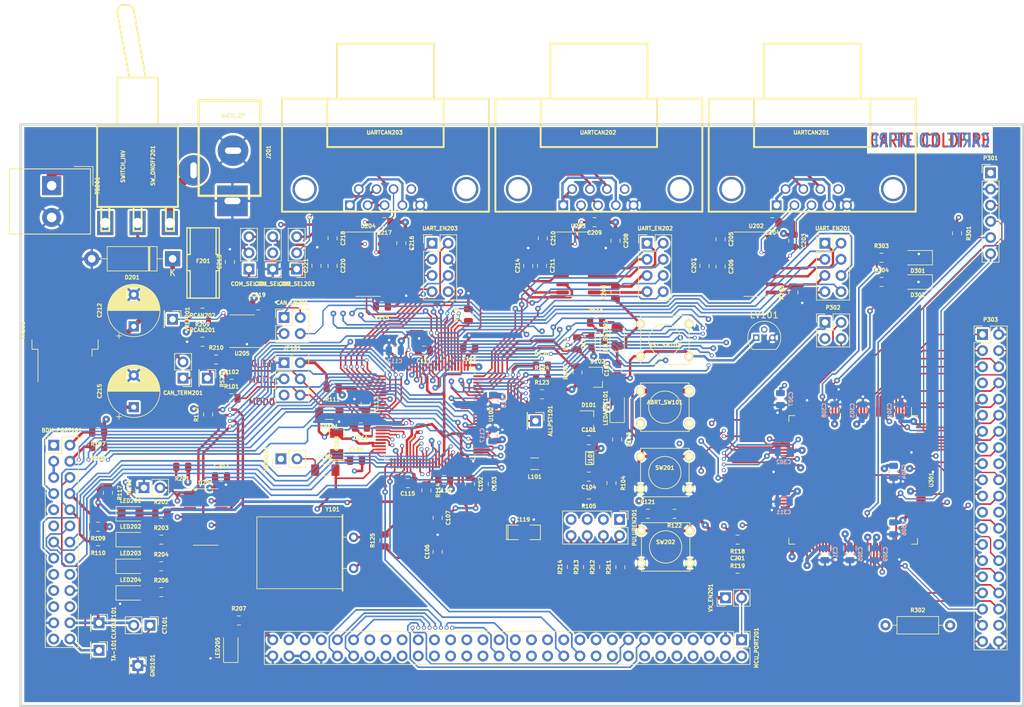
<source format=kicad_pcb>
(kicad_pcb (version 20190907) (host pcbnew "(5.99.0-374-gc5290de6e-dirty)")
  (title_block (title "Demo Kicad") (date "2015-10-09") (rev "2"))
  (layers (0 "Top_layer" signal) (1 "GND_layer" power) (2 "VDD_layer" power) (31 "Bottom_layer" signal) (34 "B.Paste" user) (35 "F.Paste" user) (36 "B.SilkS" user) (37 "F.SilkS" user) (38 "B.Mask" user) (39 "F.Mask" user) (44 "Edge.Cuts" user))
  (net 0 "")
  (net 1 "/ALLPST")
  (net 2 "/AN2")
  (net 3 "/AN3")
  (net 4 "/AN4")
  (net 5 "/AN6")
  (net 6 "/BKPT-")
  (net 7 "/CLKIN/EXTAL")
  (net 8 "/CLKMOD0")
  (net 9 "/CLKMOD1")
  (net 10 "/DDAT0")
  (net 11 "/DDAT1")
  (net 12 "/DDAT2")
  (net 13 "/DDAT3")
  (net 14 "/DSCLK")
  (net 15 "/DSI")
  (net 16 "/DSO")
  (net 17 "/DTIN1")
  (net 18 "/GPT1")
  (net 19 "/GPT3")
  (net 20 "/IRQ-5")
  (net 21 "/IRQ-6")
  (net 22 "/IRQ-7")
  (net 23 "/JTAG_EN")
  (net 24 "/PST0")
  (net 25 "/PST1")
  (net 26 "/PST2")
  (net 27 "/PST3")
  (net 28 "/QSPI_CS3")
  (net 29 "/TCLK")
  (net 30 "/VDDPLL")
  (net 31 "/inout_user/CAN_H")
  (net 32 "/inout_user/CAN_L")
  (net 33 "/inout_user/CTS0")
  (net 34 "/inout_user/CTS1")
  (net 35 "/inout_user/CTS2/CANH")
  (net 36 "/inout_user/RTS0")
  (net 37 "/inout_user/RTS1")
  (net 38 "/inout_user/RTS2")
  (net 39 "/inout_user/RXD0")
  (net 40 "/inout_user/RXD1")
  (net 41 "/inout_user/RXD2")
  (net 42 "/inout_user/RxD_CAN")
  (net 43 "/inout_user/TXD0")
  (net 44 "/inout_user/TXD1")
  (net 45 "/inout_user/TXD2/CANL")
  (net 46 "/inout_user/TxD_CAN")
  (net 47 "/xilinx/+3,3V_OUT")
  (net 48 "/xilinx/LED_TEST1")
  (net 49 "/xilinx/LED_TEST2")
  (net 50 "/xilinx/TCK")
  (net 51 "/xilinx/TDI")
  (net 52 "/xilinx/TDO")
  (net 53 "/xilinx/TMS")
  (net 54 "/xilinx/XIL_D0")
  (net 55 "/xilinx/XIL_D1")
  (net 56 "/xilinx/XIL_D10")
  (net 57 "/xilinx/XIL_D11")
  (net 58 "/xilinx/XIL_D12")
  (net 59 "/xilinx/XIL_D13")
  (net 60 "/xilinx/XIL_D14")
  (net 61 "/xilinx/XIL_D15")
  (net 62 "/xilinx/XIL_D16")
  (net 63 "/xilinx/XIL_D17")
  (net 64 "/xilinx/XIL_D18")
  (net 65 "/xilinx/XIL_D19")
  (net 66 "/xilinx/XIL_D2")
  (net 67 "/xilinx/XIL_D20")
  (net 68 "/xilinx/XIL_D21")
  (net 69 "/xilinx/XIL_D22")
  (net 70 "/xilinx/XIL_D23")
  (net 71 "/xilinx/XIL_D24")
  (net 72 "/xilinx/XIL_D25")
  (net 73 "/xilinx/XIL_D26")
  (net 74 "/xilinx/XIL_D27")
  (net 75 "/xilinx/XIL_D28")
  (net 76 "/xilinx/XIL_D29")
  (net 77 "/xilinx/XIL_D3")
  (net 78 "/xilinx/XIL_D30")
  (net 79 "/xilinx/XIL_D31")
  (net 80 "/xilinx/XIL_D32")
  (net 81 "/xilinx/XIL_D33")
  (net 82 "/xilinx/XIL_D34")
  (net 83 "/xilinx/XIL_D35")
  (net 84 "/xilinx/XIL_D36")
  (net 85 "/xilinx/XIL_D4")
  (net 86 "/xilinx/XIL_D5")
  (net 87 "/xilinx/XIL_D6")
  (net 88 "/xilinx/XIL_D7")
  (net 89 "/xilinx/XIL_D8")
  (net 90 "/xilinx/XIL_D9")
  (net 91 "GND")
  (net 92 "GNDA")
  (net 93 "/AN0")
  (net 94 "/AN1")
  (net 95 "/QSPI_CS0")
  (net 96 "/AN5")
  (net 97 "/AN7")
  (net 98 "/IRQ-4")
  (net 99 "/DTIN0")
  (net 100 "/DTIN2")
  (net 101 "/DTIN3")
  (net 102 "/GPT0")
  (net 103 "/GPT2")
  (net 104 "+3.3V")
  (net 105 "/VCCA")
  (net 106 "/IRQ-1")
  (net 107 "/IRQ-2")
  (net 108 "/IRQ-3")
  (net 109 "/XTAL")
  (net 110 "/RCON-")
  (net 111 "/RSTO-")
  (net 112 "/RSTI-")
  (net 113 "/QSPI_CS1")
  (net 114 "/URTS1")
  (net 115 "/UCTS1")
  (net 116 "/QSPI_CLK")
  (net 117 "/DSPI_DOUT")
  (net 118 "/QSPI_DIN")
  (net 119 "/QSPI_CS2")
  (net 120 "/URXD1")
  (net 121 "/UTXD1")
  (net 122 "/PWM7")
  (net 123 "/PWM5")
  (net 124 "/PWM1")
  (net 125 "/PWM3")
  (net 126 "/URTS2")
  (net 127 "/UTXD2")
  (net 128 "/URXD2")
  (net 129 "/UCTS2")
  (net 130 "/CANRX")
  (net 131 "/CANTX")
  (net 132 "/URTS0")
  (net 133 "/UTXD0")
  (net 134 "/URXD0")
  (net 135 "/UCTS0")
  (net 136 "Net-(ABRT_SW101-Pad1)")
  (net 137 "Net-(BDM_PORT101-Pad26)")
  (net 138 "Net-(BDM_PORT101-Pad6)")
  (net 139 "Net-(C104-Pad1)")
  (net 140 "Net-(C105-Pad1)")
  (net 141 "Net-(C201-Pad2)")
  (net 142 "Net-(C204-Pad2)")
  (net 143 "Net-(C205-Pad2)")
  (net 144 "Net-(C205-Pad1)")
  (net 145 "Net-(C206-Pad2)")
  (net 146 "Net-(C206-Pad1)")
  (net 147 "Net-(C207-Pad1)")
  (net 148 "Net-(C209-Pad2)")
  (net 149 "Net-(C210-Pad2)")
  (net 150 "Net-(C210-Pad1)")
  (net 151 "Net-(C211-Pad2)")
  (net 152 "Net-(C211-Pad1)")
  (net 153 "Net-(C212-Pad1)")
  (net 154 "Net-(C214-Pad1)")
  (net 155 "Net-(C217-Pad2)")
  (net 156 "Net-(C218-Pad2)")
  (net 157 "Net-(C218-Pad1)")
  (net 158 "Net-(C220-Pad2)")
  (net 159 "Net-(C220-Pad1)")
  (net 160 "Net-(C221-Pad1)")
  (net 161 "Net-(CAN_TERM201-Pad2)")
  (net 162 "Net-(COM_SEL201-Pad3)")
  (net 163 "Net-(COM_SEL202-Pad3)")
  (net 164 "Net-(COM_SEL203-Pad3)")
  (net 165 "Net-(D101-Pad1)")
  (net 166 "Net-(D301-Pad2)")
  (net 167 "Net-(D302-Pad2)")
  (net 168 "Net-(F201-Pad1)")
  (net 169 "Net-(J201-Pad3)")
  (net 170 "Net-(L102-Pad1)")
  (net 171 "Net-(LED201-Pad2)")
  (net 172 "Net-(LED202-Pad2)")
  (net 173 "Net-(LED203-Pad2)")
  (net 174 "Net-(LED204-Pad2)")
  (net 175 "Net-(LED205-Pad2)")
  (net 176 "Net-(LEDABRT101-Pad1)")
  (net 177 "Net-(P302-Pad4)")
  (net 178 "Net-(P302-Pad2)")
  (net 179 "Net-(PULUPEN201-Pad8)")
  (net 180 "Net-(PULUPEN201-Pad6)")
  (net 181 "Net-(PULUPEN201-Pad4)")
  (net 182 "Net-(PULUPEN201-Pad2)")
  (net 183 "Net-(Q101-Pad3)")
  (net 184 "Net-(Q101-Pad2)")
  (net 185 "Net-(R113-Pad1)")
  (net 186 "Net-(R114-Pad1)")
  (net 187 "Net-(R202-Pad2)")
  (net 188 "Net-(R203-Pad2)")
  (net 189 "Net-(R204-Pad2)")
  (net 190 "Net-(R205-Pad2)")
  (net 191 "Net-(R206-Pad2)")
  (net 192 "Net-(R208-Pad2)")
  (net 193 "Net-(R210-Pad1)")
  (net 194 "Net-(R215-Pad2)")
  (net 195 "Net-(U202-Pad12)")
  (net 196 "Net-(U202-Pad11)")
  (net 197 "Net-(U202-Pad9)")
  (net 198 "Net-(U203-Pad12)")
  (net 199 "Net-(U203-Pad11)")
  (net 200 "Net-(U203-Pad9)")
  (net 201 "Net-(U204-Pad12)")
  (net 202 "Net-(U204-Pad10)")
  (net 203 "Net-(U204-Pad9)")
  (net 204 "Net-(U205-Pad5)")
  (net 205 "Net-(UARTCAN201-Pad1)")
  (net 206 "Net-(UARTCAN202-Pad1)")
  (net 207 "Net-(UARTCAN203-Pad1)")
  (net 208 "Net-(JP201-Pad2)")
  (net 209 "Net-(LED_RST101-Pad2)")
  (module "Package_TO_SOT_THT:TO-92_Molded_Narrow" (layer "Top_layer") (at 186.69 89.408)
    (fp_text reference "LV101" (at 1.27 -3.56) (layer "F.SilkS"))
    (fp_text value "DS1818")
    (pad "1" thru_hole rect (at 0 0 90) (size 1 1) (drill 0.6) (layers *.Cu *.Mask) (net 140 "Net-(C105-Pad1)"))
    (pad "3" thru_hole circle (at 2.54 0 90) (size 1 1) (drill 0.6) (layers *.Cu *.Mask) (net 91 "GND"))
    (pad "2" thru_hole circle (at 1.27 -1.27 90) (size 1 1) (drill 0.6) (layers *.Cu *.Mask) (net 104 "+3.3V"))
  )
  (module "Resistor_SMD:R_0805_2012Metric" (layer "Top_layer") (at 218.25 73 -90)
    (fp_text reference "R301" (at 0 -1.85 -90) (layer "F.SilkS") (effects (font (size 0.6 0.6))))
    (fp_text value "4K7")
    (pad "2" smd roundrect (at 0.9375 0 270) (size 0.975 1.4) (layers "Top_layer" "F.Paste" "F.Mask") (net 50 "/xilinx/TCK"))
    (pad "1" smd roundrect (at -0.9375 0 270) (size 0.975 1.4) (layers "Top_layer" "F.Paste" "F.Mask") (net 104 "+3.3V"))
  )
  (module "Connector_PinHeader_2.54mm:PinHeader_2x02_P2.54mm_Vertical" (layer "Top_layer") (at 197.5 87)
    (fp_text reference "P302" (at 1.27 -2.33) (layer "F.SilkS") (effects (font (size 0.6 0.6))))
    (fp_text value "CONN_2X2")
    (pad "4" thru_hole oval (at 2.54 2.54) (size 1.7 1.7) (drill 1) (layers *.Cu *.Mask) (net 177 "Net-(P302-Pad4)"))
    (pad "3" thru_hole oval (at 0 2.54) (size 1.7 1.7) (drill 1) (layers *.Cu *.Mask) (net 114 "/URTS1"))
    (pad "2" thru_hole oval (at 2.54 0) (size 1.7 1.7) (drill 1) (layers *.Cu *.Mask) (net 178 "Net-(P302-Pad2)"))
    (pad "1" thru_hole rect (at 0 0) (size 1.7 1.7) (drill 1) (layers *.Cu *.Mask) (net 115 "/UCTS1"))
  )
  (module "Capacitor_SMD:C_0805_2012Metric" (layer "Bottom_layer") (at 191.008 115.189 180)
    (fp_text reference "C311" (at 0 -1.65) (layer "B.SilkS") (effects (font (size 0.6 0.6)) (justify mirror)))
    (fp_text value "100nF")
    (pad "2" smd roundrect (at 0.9375 0 180) (size 0.975 1.4) (layers "Bottom_layer" "B.Paste" "B.Mask") (net 91 "GND"))
    (pad "1" smd roundrect (at -0.9375 0 180) (size 0.975 1.4) (layers "Bottom_layer" "B.Paste" "B.Mask") (net 104 "+3.3V"))
  )
  (module "Capacitor_SMD:C_0805_2012Metric" (layer "Bottom_layer") (at 197.485 123.444 -90)
    (fp_text reference "C310" (at 0 -1.65 90) (layer "B.SilkS") (effects (font (size 0.6 0.6)) (justify mirror)))
    (fp_text value "100nF")
    (pad "2" smd roundrect (at 0.9375 0 270) (size 0.975 1.4) (layers "Bottom_layer" "B.Paste" "B.Mask") (net 91 "GND"))
    (pad "1" smd roundrect (at -0.9375 0 270) (size 0.975 1.4) (layers "Bottom_layer" "B.Paste" "B.Mask") (net 104 "+3.3V"))
  )
  (module "Capacitor_SMD:C_0805_2012Metric" (layer "Bottom_layer") (at 205.359 123.444 -90)
    (fp_text reference "C309" (at 0 -1.65 90) (layer "B.SilkS") (effects (font (size 0.6 0.6)) (justify mirror)))
    (fp_text value "100nF")
    (pad "2" smd roundrect (at 0.9375 0 270) (size 0.975 1.4) (layers "Bottom_layer" "B.Paste" "B.Mask") (net 91 "GND"))
    (pad "1" smd roundrect (at -0.9375 0 270) (size 0.975 1.4) (layers "Bottom_layer" "B.Paste" "B.Mask") (net 104 "+3.3V"))
  )
  (module "Capacitor_SMD:C_0805_2012Metric" (layer "Bottom_layer") (at 199.009 100.838 90)
    (fp_text reference "C308" (at 0 -1.65 90) (layer "B.SilkS") (effects (font (size 0.6 0.6)) (justify mirror)))
    (fp_text value "100nF")
    (pad "2" smd roundrect (at 0.9375 0 90) (size 0.975 1.4) (layers "Bottom_layer" "B.Paste" "B.Mask") (net 91 "GND"))
    (pad "1" smd roundrect (at -0.9375 0 90) (size 0.975 1.4) (layers "Bottom_layer" "B.Paste" "B.Mask") (net 104 "+3.3V"))
  )
  (module "Capacitor_SMD:C_0805_2012Metric" (layer "Bottom_layer") (at 190.5 99.06 -90)
    (fp_text reference "C307" (at 0 -1.65 90) (layer "B.SilkS") (effects (font (size 0.6 0.6)) (justify mirror)))
    (fp_text value "100nF")
    (pad "2" smd roundrect (at 0.9375 0 270) (size 0.975 1.4) (layers "Bottom_layer" "B.Paste" "B.Mask") (net 91 "GND"))
    (pad "1" smd roundrect (at -0.9375 0 270) (size 0.975 1.4) (layers "Bottom_layer" "B.Paste" "B.Mask") (net 104 "+3.3V"))
  )
  (module "Capacitor_SMD:C_0805_2012Metric" (layer "Bottom_layer") (at 208.28 119.38 -90)
    (fp_text reference "C306" (at 0 -1.65 90) (layer "B.SilkS") (effects (font (size 0.6 0.6)) (justify mirror)))
    (fp_text value "100nF")
    (pad "2" smd roundrect (at 0.9375 0 270) (size 0.975 1.4) (layers "Bottom_layer" "B.Paste" "B.Mask") (net 91 "GND"))
    (pad "1" smd roundrect (at -0.9375 0 270) (size 0.975 1.4) (layers "Bottom_layer" "B.Paste" "B.Mask") (net 104 "+3.3V"))
  )
  (module "Capacitor_SMD:C_0805_2012Metric" (layer "Bottom_layer") (at 201.422 123.444 -90)
    (fp_text reference "C305" (at 0 -1.65 90) (layer "B.SilkS") (effects (font (size 0.6 0.6)) (justify mirror)))
    (fp_text value "100nF")
    (pad "2" smd roundrect (at 0.9375 0 270) (size 0.975 1.4) (layers "Bottom_layer" "B.Paste" "B.Mask") (net 91 "GND"))
    (pad "1" smd roundrect (at -0.9375 0 270) (size 0.975 1.4) (layers "Bottom_layer" "B.Paste" "B.Mask") (net 104 "+3.3V"))
  )
  (module "Capacitor_SMD:C_0805_2012Metric" (layer "Bottom_layer") (at 208.28 110.49 -90)
    (fp_text reference "C304" (at 0 -1.65 90) (layer "B.SilkS") (effects (font (size 0.6 0.6)) (justify mirror)))
    (fp_text value "100nF")
    (pad "2" smd roundrect (at 0.9375 0 270) (size 0.975 1.4) (layers "Bottom_layer" "B.Paste" "B.Mask") (net 91 "GND"))
    (pad "1" smd roundrect (at -0.9375 0 270) (size 0.975 1.4) (layers "Bottom_layer" "B.Paste" "B.Mask") (net 104 "+3.3V"))
  )
  (module "Capacitor_SMD:C_0805_2012Metric" (layer "Bottom_layer") (at 203.454 100.838 90)
    (fp_text reference "C303" (at 0 -1.65 90) (layer "B.SilkS") (effects (font (size 0.6 0.6)) (justify mirror)))
    (fp_text value "100nF")
    (pad "2" smd roundrect (at 0.9375 0 90) (size 0.975 1.4) (layers "Bottom_layer" "B.Paste" "B.Mask") (net 91 "GND"))
    (pad "1" smd roundrect (at -0.9375 0 90) (size 0.975 1.4) (layers "Bottom_layer" "B.Paste" "B.Mask") (net 104 "+3.3V"))
  )
  (module "Capacitor_SMD:C_0805_2012Metric" (layer "Bottom_layer") (at 191.008 107.315 180)
    (fp_text reference "C302" (at 0 -1.65) (layer "B.SilkS") (effects (font (size 0.6 0.6)) (justify mirror)))
    (fp_text value "100nF")
    (pad "2" smd roundrect (at 0.9375 0 180) (size 0.975 1.4) (layers "Bottom_layer" "B.Paste" "B.Mask") (net 91 "GND"))
    (pad "1" smd roundrect (at -0.9375 0 180) (size 0.975 1.4) (layers "Bottom_layer" "B.Paste" "B.Mask") (net 104 "+3.3V"))
  )
  (module "Capacitor_SMD:C_0805_2012Metric" (layer "Bottom_layer") (at 209.296 100.838 90)
    (fp_text reference "C301" (at 0 -1.65 90) (layer "B.SilkS") (effects (font (size 0.6 0.6)) (justify mirror)))
    (fp_text value "100nF")
    (pad "2" smd roundrect (at 0.9375 0 90) (size 0.975 1.4) (layers "Bottom_layer" "B.Paste" "B.Mask") (net 91 "GND"))
    (pad "1" smd roundrect (at -0.9375 0 90) (size 0.975 1.4) (layers "Bottom_layer" "B.Paste" "B.Mask") (net 104 "+3.3V"))
  )
  (module "Capacitor_SMD:C_0805_2012Metric" (layer "Top_layer") (at 117.602 78.105 90)
    (fp_text reference "C221" (at 0 -1.65 90) (layer "F.SilkS") (effects (font (size 0.6 0.6))))
    (fp_text value "100nF")
    (pad "2" smd roundrect (at 0.9375 0 90) (size 0.975 1.4) (layers "Top_layer" "F.Paste" "F.Mask") (net 91 "GND"))
    (pad "1" smd roundrect (at -0.9375 0 90) (size 0.975 1.4) (layers "Top_layer" "F.Paste" "F.Mask") (net 160 "Net-(C221-Pad1)"))
  )
  (module "Capacitor_SMD:C_0805_2012Metric" (layer "Top_layer") (at 120.142 78.105 -90)
    (fp_text reference "C220" (at 0 -1.65 90) (layer "F.SilkS") (effects (font (size 0.6 0.6))))
    (fp_text value "100nF")
    (pad "2" smd roundrect (at 0.9375 0 270) (size 0.975 1.4) (layers "Top_layer" "F.Paste" "F.Mask") (net 158 "Net-(C220-Pad2)"))
    (pad "1" smd roundrect (at -0.9375 0 270) (size 0.975 1.4) (layers "Top_layer" "F.Paste" "F.Mask") (net 159 "Net-(C220-Pad1)"))
  )
  (module "Capacitor_SMD:C_0805_2012Metric" (layer "Top_layer") (at 108.458 84.328)
    (fp_text reference "C219" (at 0 -1.65) (layer "F.SilkS") (effects (font (size 0.6 0.6))))
    (fp_text value "100nF")
    (pad "2" smd roundrect (at 0.9375 0) (size 0.975 1.4) (layers "Top_layer" "F.Paste" "F.Mask") (net 91 "GND"))
    (pad "1" smd roundrect (at -0.9375 0) (size 0.975 1.4) (layers "Top_layer" "F.Paste" "F.Mask") (net 104 "+3.3V"))
  )
  (module "Capacitor_SMD:C_0805_2012Metric" (layer "Top_layer") (at 120.142 73.787 -90)
    (fp_text reference "C218" (at 0 -1.65 90) (layer "F.SilkS") (effects (font (size 0.6 0.6))))
    (fp_text value "100nF")
    (pad "2" smd roundrect (at 0.9375 0 270) (size 0.975 1.4) (layers "Top_layer" "F.Paste" "F.Mask") (net 156 "Net-(C218-Pad2)"))
    (pad "1" smd roundrect (at -0.9375 0 270) (size 0.975 1.4) (layers "Top_layer" "F.Paste" "F.Mask") (net 157 "Net-(C218-Pad1)"))
  )
  (module "Capacitor_SMD:C_0805_2012Metric" (layer "Top_layer") (at 128.27 71.247 180)
    (fp_text reference "C217" (at 0 -1.65) (layer "F.SilkS") (effects (font (size 0.6 0.6))))
    (fp_text value "100nF")
    (pad "2" smd roundrect (at 0.9375 0 180) (size 0.975 1.4) (layers "Top_layer" "F.Paste" "F.Mask") (net 155 "Net-(C217-Pad2)"))
    (pad "1" smd roundrect (at -0.9375 0 180) (size 0.975 1.4) (layers "Top_layer" "F.Paste" "F.Mask") (net 104 "+3.3V"))
  )
  (module "Capacitor_SMD:C_0805_2012Metric" (layer "Top_layer") (at 130.937 74.549 -90)
    (fp_text reference "C216" (at 0 -1.65 90) (layer "F.SilkS") (effects (font (size 0.6 0.6))))
    (fp_text value "100nF")
    (pad "2" smd roundrect (at 0.9375 0 270) (size 0.975 1.4) (layers "Top_layer" "F.Paste" "F.Mask") (net 91 "GND"))
    (pad "1" smd roundrect (at -0.9375 0 270) (size 0.975 1.4) (layers "Top_layer" "F.Paste" "F.Mask") (net 104 "+3.3V"))
  )
  (module "Capacitor_SMD:C_0805_2012Metric" (layer "Top_layer") (at 150.876 78.105 90)
    (fp_text reference "C214" (at 0 -1.65 90) (layer "F.SilkS") (effects (font (size 0.6 0.6))))
    (fp_text value "100nF")
    (pad "2" smd roundrect (at 0.9375 0 90) (size 0.975 1.4) (layers "Top_layer" "F.Paste" "F.Mask") (net 91 "GND"))
    (pad "1" smd roundrect (at -0.9375 0 90) (size 0.975 1.4) (layers "Top_layer" "F.Paste" "F.Mask") (net 154 "Net-(C214-Pad1)"))
  )
  (module "Capacitor_SMD:C_0805_2012Metric" (layer "Top_layer") (at 104 77.5 90)
    (fp_text reference "C213" (at 0 -1.65 90) (layer "F.SilkS") (effects (font (size 0.6 0.6))))
    (fp_text value "100nF")
    (pad "2" smd roundrect (at 0.9375 0 90) (size 0.975 1.4) (layers "Top_layer" "F.Paste" "F.Mask") (net 91 "GND"))
    (pad "1" smd roundrect (at -0.9375 0 90) (size 0.975 1.4) (layers "Top_layer" "F.Paste" "F.Mask") (net 153 "Net-(C212-Pad1)"))
  )
  (module "Capacitor_SMD:C_0805_2012Metric" (layer "Top_layer") (at 153.035 78.105 -90)
    (fp_text reference "C211" (at 0 -1.65 90) (layer "F.SilkS") (effects (font (size 0.6 0.6))))
    (fp_text value "100nF")
    (pad "2" smd roundrect (at 0.9375 0 270) (size 0.975 1.4) (layers "Top_layer" "F.Paste" "F.Mask") (net 151 "Net-(C211-Pad2)"))
    (pad "1" smd roundrect (at -0.9375 0 270) (size 0.975 1.4) (layers "Top_layer" "F.Paste" "F.Mask") (net 152 "Net-(C211-Pad1)"))
  )
  (module "Capacitor_SMD:C_0805_2012Metric" (layer "Top_layer") (at 153.162 73.787 -90)
    (fp_text reference "C210" (at 0 -1.65 90) (layer "F.SilkS") (effects (font (size 0.6 0.6))))
    (fp_text value "100nF")
    (pad "2" smd roundrect (at 0.9375 0 270) (size 0.975 1.4) (layers "Top_layer" "F.Paste" "F.Mask") (net 149 "Net-(C210-Pad2)"))
    (pad "1" smd roundrect (at -0.9375 0 270) (size 0.975 1.4) (layers "Top_layer" "F.Paste" "F.Mask") (net 150 "Net-(C210-Pad1)"))
  )
  (module "Capacitor_SMD:C_0805_2012Metric" (layer "Top_layer") (at 161.29 71.247 180)
    (fp_text reference "C209" (at 0 -1.65) (layer "F.SilkS") (effects (font (size 0.6 0.6))))
    (fp_text value "100nF")
    (pad "2" smd roundrect (at 0.9375 0 180) (size 0.975 1.4) (layers "Top_layer" "F.Paste" "F.Mask") (net 148 "Net-(C209-Pad2)"))
    (pad "1" smd roundrect (at -0.9375 0 180) (size 0.975 1.4) (layers "Top_layer" "F.Paste" "F.Mask") (net 104 "+3.3V"))
  )
  (module "Capacitor_SMD:C_0805_2012Metric" (layer "Top_layer") (at 164.592 74.168 -90)
    (fp_text reference "C208" (at 0 -1.65 90) (layer "F.SilkS") (effects (font (size 0.6 0.6))))
    (fp_text value "100nF")
    (pad "2" smd roundrect (at 0.9375 0 270) (size 0.975 1.4) (layers "Top_layer" "F.Paste" "F.Mask") (net 91 "GND"))
    (pad "1" smd roundrect (at -0.9375 0 270) (size 0.975 1.4) (layers "Top_layer" "F.Paste" "F.Mask") (net 104 "+3.3V"))
  )
  (module "Capacitor_SMD:C_0805_2012Metric" (layer "Top_layer") (at 178.562 78.105 90)
    (fp_text reference "C207" (at 0 -1.65 90) (layer "F.SilkS") (effects (font (size 0.6 0.6))))
    (fp_text value "100nF")
    (pad "2" smd roundrect (at 0.9375 0 90) (size 0.975 1.4) (layers "Top_layer" "F.Paste" "F.Mask") (net 91 "GND"))
    (pad "1" smd roundrect (at -0.9375 0 90) (size 0.975 1.4) (layers "Top_layer" "F.Paste" "F.Mask") (net 147 "Net-(C207-Pad1)"))
  )
  (module "Capacitor_SMD:C_0805_2012Metric" (layer "Top_layer") (at 181.102 78.232 -90)
    (fp_text reference "C206" (at 0 -1.65 90) (layer "F.SilkS") (effects (font (size 0.6 0.6))))
    (fp_text value "100nF")
    (pad "2" smd roundrect (at 0.9375 0 270) (size 0.975 1.4) (layers "Top_layer" "F.Paste" "F.Mask") (net 145 "Net-(C206-Pad2)"))
    (pad "1" smd roundrect (at -0.9375 0 270) (size 0.975 1.4) (layers "Top_layer" "F.Paste" "F.Mask") (net 146 "Net-(C206-Pad1)"))
  )
  (module "Capacitor_SMD:C_0805_2012Metric" (layer "Top_layer") (at 181.102 73.914 -90)
    (fp_text reference "C205" (at 0 -1.65 90) (layer "F.SilkS") (effects (font (size 0.6 0.6))))
    (fp_text value "100nF")
    (pad "2" smd roundrect (at 0.9375 0 270) (size 0.975 1.4) (layers "Top_layer" "F.Paste" "F.Mask") (net 143 "Net-(C205-Pad2)"))
    (pad "1" smd roundrect (at -0.9375 0 270) (size 0.975 1.4) (layers "Top_layer" "F.Paste" "F.Mask") (net 144 "Net-(C205-Pad1)"))
  )
  (module "Capacitor_SMD:C_0805_2012Metric" (layer "Top_layer") (at 189.23 71.247 180)
    (fp_text reference "C204" (at 0 -1.65) (layer "F.SilkS") (effects (font (size 0.6 0.6))))
    (fp_text value "100nF")
    (pad "2" smd roundrect (at 0.9375 0 180) (size 0.975 1.4) (layers "Top_layer" "F.Paste" "F.Mask") (net 142 "Net-(C204-Pad2)"))
    (pad "1" smd roundrect (at -0.9375 0 180) (size 0.975 1.4) (layers "Top_layer" "F.Paste" "F.Mask") (net 104 "+3.3V"))
  )
  (module "Capacitor_SMD:C_0805_2012Metric" (layer "Top_layer") (at 192.532 74.168 -90)
    (fp_text reference "C203" (at 0 -1.65 90) (layer "F.SilkS") (effects (font (size 0.6 0.6))))
    (fp_text value "100nF")
    (pad "2" smd roundrect (at 0.9375 0 270) (size 0.975 1.4) (layers "Top_layer" "F.Paste" "F.Mask") (net 91 "GND"))
    (pad "1" smd roundrect (at -0.9375 0 270) (size 0.975 1.4) (layers "Top_layer" "F.Paste" "F.Mask") (net 104 "+3.3V"))
  )
  (module "Capacitor_SMD:C_0805_2012Metric" (layer "Top_layer") (at 102.616 111.252)
    (fp_text reference "C202" (at 0 -1.65) (layer "F.SilkS") (effects (font (size 0.6 0.6))))
    (fp_text value "100nF")
    (pad "2" smd roundrect (at 0.9375 0) (size 0.975 1.4) (layers "Top_layer" "F.Paste" "F.Mask") (net 91 "GND"))
    (pad "1" smd roundrect (at -0.9375 0) (size 0.975 1.4) (layers "Top_layer" "F.Paste" "F.Mask") (net 104 "+3.3V"))
  )
  (module "Capacitor_SMD:C_0805_2012Metric" (layer "Top_layer") (at 183.769 125.73)
    (fp_text reference "C201" (at 0 -1.65) (layer "F.SilkS") (effects (font (size 0.6 0.6))))
    (fp_text value "100nF")
    (pad "2" smd roundrect (at 0.9375 0) (size 0.975 1.4) (layers "Top_layer" "F.Paste" "F.Mask") (net 141 "Net-(C201-Pad2)"))
    (pad "1" smd roundrect (at -0.9375 0) (size 0.975 1.4) (layers "Top_layer" "F.Paste" "F.Mask") (net 91 "GND"))
  )
  (module "Capacitor_SMD:C_0805_2012Metric" (layer "Bottom_layer") (at 145.415 99.314 -90)
    (fp_text reference "C118" (at 0 -1.65 90) (layer "B.SilkS") (effects (font (size 0.6 0.6)) (justify mirror)))
    (fp_text value "100nF")
    (pad "2" smd roundrect (at 0.9375 0 270) (size 0.975 1.4) (layers "Bottom_layer" "B.Paste" "B.Mask") (net 91 "GND"))
    (pad "1" smd roundrect (at -0.9375 0 270) (size 0.975 1.4) (layers "Bottom_layer" "B.Paste" "B.Mask") (net 104 "+3.3V"))
  )
  (module "Capacitor_SMD:C_0805_2012Metric" (layer "Bottom_layer") (at 145.288 104.775 90)
    (fp_text reference "C117" (at 0 -1.65 90) (layer "B.SilkS") (effects (font (size 0.6 0.6)) (justify mirror)))
    (fp_text value "100nF")
    (pad "2" smd roundrect (at 0.9375 0 90) (size 0.975 1.4) (layers "Bottom_layer" "B.Paste" "B.Mask") (net 91 "GND"))
    (pad "1" smd roundrect (at -0.9375 0 90) (size 0.975 1.4) (layers "Bottom_layer" "B.Paste" "B.Mask") (net 104 "+3.3V"))
  )
  (module "Capacitor_SMD:C_0805_2012Metric" (layer "Top_layer") (at 137.668 111.76 180)
    (fp_text reference "C116" (at 0 -1.65) (layer "F.SilkS") (effects (font (size 0.6 0.6))))
    (fp_text value "100nF")
    (pad "2" smd roundrect (at 0.9375 0 180) (size 0.975 1.4) (layers "Top_layer" "F.Paste" "F.Mask") (net 91 "GND"))
    (pad "1" smd roundrect (at -0.9375 0 180) (size 0.975 1.4) (layers "Top_layer" "F.Paste" "F.Mask") (net 104 "+3.3V"))
  )
  (module "Capacitor_SMD:C_0805_2012Metric" (layer "Top_layer") (at 131.953 112.268 180)
    (fp_text reference "C115" (at 0 -1.65) (layer "F.SilkS") (effects (font (size 0.6 0.6))))
    (fp_text value "100nF")
    (pad "2" smd roundrect (at 0.9375 0 180) (size 0.975 1.4) (layers "Top_layer" "F.Paste" "F.Mask") (net 91 "GND"))
    (pad "1" smd roundrect (at -0.9375 0 180) (size 0.975 1.4) (layers "Top_layer" "F.Paste" "F.Mask") (net 104 "+3.3V"))
  )
  (module "Capacitor_SMD:C_0805_2012Metric" (layer "Top_layer") (at 124.587 103.505 180)
    (fp_text reference "C114" (at 0 -1.65) (layer "F.SilkS") (effects (font (size 0.6 0.6))))
    (fp_text value "100nF")
    (pad "2" smd roundrect (at 0.9375 0 180) (size 0.975 1.4) (layers "Top_layer" "F.Paste" "F.Mask") (net 91 "GND"))
    (pad "1" smd roundrect (at -0.9375 0 180) (size 0.975 1.4) (layers "Top_layer" "F.Paste" "F.Mask") (net 104 "+3.3V"))
  )
  (module "Capacitor_SMD:C_0805_2012Metric" (layer "Top_layer") (at 125.349 99.822 -90)
    (fp_text reference "C113" (at 0 -1.65 90) (layer "F.SilkS") (effects (font (size 0.6 0.6))))
    (fp_text value "100nF")
    (pad "2" smd roundrect (at 0.9375 0 270) (size 0.975 1.4) (layers "Top_layer" "F.Paste" "F.Mask") (net 91 "GND"))
    (pad "1" smd roundrect (at -0.9375 0 270) (size 0.975 1.4) (layers "Top_layer" "F.Paste" "F.Mask") (net 104 "+3.3V"))
  )
  (module "Capacitor_SMD:C_0805_2012Metric" (layer "Bottom_layer") (at 129.921 91.44 180)
    (fp_text reference "C112" (at 0 -1.65) (layer "B.SilkS") (effects (font (size 0.6 0.6)) (justify mirror)))
    (fp_text value "100nF")
    (pad "2" smd roundrect (at 0.9375 0 180) (size 0.975 1.4) (layers "Bottom_layer" "B.Paste" "B.Mask") (net 91 "GND"))
    (pad "1" smd roundrect (at -0.9375 0 180) (size 0.975 1.4) (layers "Bottom_layer" "B.Paste" "B.Mask") (net 104 "+3.3V"))
  )
  (module "Capacitor_SMD:C_0805_2012Metric" (layer "Top_layer") (at 134.493 91.44 180)
    (fp_text reference "C111" (at 0 -1.65) (layer "F.SilkS") (effects (font (size 0.6 0.6))))
    (fp_text value "100nF")
    (pad "2" smd roundrect (at 0.9375 0 180) (size 0.975 1.4) (layers "Top_layer" "F.Paste" "F.Mask") (net 91 "GND"))
    (pad "1" smd roundrect (at -0.9375 0 180) (size 0.975 1.4) (layers "Top_layer" "F.Paste" "F.Mask") (net 104 "+3.3V"))
  )
  (module "Capacitor_SMD:C_0805_2012Metric" (layer "Top_layer") (at 141.605 91.059 180)
    (fp_text reference "C110" (at 0 -1.65) (layer "F.SilkS") (effects (font (size 0.6 0.6))))
    (fp_text value "100nF")
    (pad "2" smd roundrect (at 0.9375 0 180) (size 0.975 1.4) (layers "Top_layer" "F.Paste" "F.Mask") (net 91 "GND"))
    (pad "1" smd roundrect (at -0.9375 0 180) (size 0.975 1.4) (layers "Top_layer" "F.Paste" "F.Mask") (net 104 "+3.3V"))
  )
  (module "Capacitor_SMD:C_0805_2012Metric" (layer "Top_layer") (at 123.825 108.712)
    (fp_text reference "C109" (at 0 -1.65) (layer "F.SilkS") (effects (font (size 0.6 0.6))))
    (fp_text value "100nF")
    (pad "2" smd roundrect (at 0.9375 0) (size 0.975 1.4) (layers "Top_layer" "F.Paste" "F.Mask") (net 92 "GNDA"))
    (pad "1" smd roundrect (at -0.9375 0) (size 0.975 1.4) (layers "Top_layer" "F.Paste" "F.Mask") (net 105 "/VCCA"))
  )
  (module "Capacitor_SMD:C_0805_2012Metric" (layer "Top_layer") (at 136.652 117.729 -90)
    (fp_text reference "C107" (at 0 -1.65 90) (layer "F.SilkS") (effects (font (size 0.6 0.6))))
    (fp_text value "10pF")
    (pad "2" smd roundrect (at 0.9375 0 270) (size 0.975 1.4) (layers "Top_layer" "F.Paste" "F.Mask") (net 91 "GND"))
    (pad "1" smd roundrect (at -0.9375 0 270) (size 0.975 1.4) (layers "Top_layer" "F.Paste" "F.Mask") (net 7 "/CLKIN/EXTAL"))
  )
  (module "Capacitor_SMD:C_0805_2012Metric" (layer "Top_layer") (at 136.652 123.063 90)
    (fp_text reference "C106" (at 0 -1.65 90) (layer "F.SilkS") (effects (font (size 0.6 0.6))))
    (fp_text value "10pF")
    (pad "2" smd roundrect (at 0.9375 0 90) (size 0.975 1.4) (layers "Top_layer" "F.Paste" "F.Mask") (net 91 "GND"))
    (pad "1" smd roundrect (at -0.9375 0 90) (size 0.975 1.4) (layers "Top_layer" "F.Paste" "F.Mask") (net 109 "/XTAL"))
  )
  (module "Capacitor_SMD:C_0805_2012Metric" (layer "Top_layer") (at 164.846 94.361 90)
    (fp_text reference "C105" (at 0 -1.65 90) (layer "F.SilkS") (effects (font (size 0.6 0.6))))
    (fp_text value "1nF")
    (pad "2" smd roundrect (at 0.9375 0 90) (size 0.975 1.4) (layers "Top_layer" "F.Paste" "F.Mask") (net 91 "GND"))
    (pad "1" smd roundrect (at -0.9375 0 90) (size 0.975 1.4) (layers "Top_layer" "F.Paste" "F.Mask") (net 140 "Net-(C105-Pad1)"))
  )
  (module "Capacitor_SMD:C_0805_2012Metric" (layer "Top_layer") (at 160.401 111.252 180)
    (fp_text reference "C104" (at 0 -1.65) (layer "F.SilkS") (effects (font (size 0.6 0.6))))
    (fp_text value "100nF")
    (pad "2" smd roundrect (at 0.9375 0 180) (size 0.975 1.4) (layers "Top_layer" "F.Paste" "F.Mask") (net 91 "GND"))
    (pad "1" smd roundrect (at -0.9375 0 180) (size 0.975 1.4) (layers "Top_layer" "F.Paste" "F.Mask") (net 139 "Net-(C104-Pad1)"))
  )
  (module "Capacitor_SMD:C_0805_2012Metric" (layer "Top_layer") (at 143.891 112.395 -90)
    (fp_text reference "C103" (at 0 -1.65 90) (layer "F.SilkS") (effects (font (size 0.6 0.6))))
    (fp_text value "100nF")
    (pad "2" smd roundrect (at 0.9375 0 270) (size 0.975 1.4) (layers "Top_layer" "F.Paste" "F.Mask") (net 91 "GND"))
    (pad "1" smd roundrect (at -0.9375 0 270) (size 0.975 1.4) (layers "Top_layer" "F.Paste" "F.Mask") (net 30 "/VDDPLL"))
  )
  (module "Capacitor_SMD:C_0805_2012Metric" (layer "Top_layer") (at 141.732 112.395 -90)
    (fp_text reference "C102" (at 0 -1.65 90) (layer "F.SilkS") (effects (font (size 0.6 0.6))))
    (fp_text value "1nF")
    (pad "2" smd roundrect (at 0.9375 0 270) (size 0.975 1.4) (layers "Top_layer" "F.Paste" "F.Mask") (net 91 "GND"))
    (pad "1" smd roundrect (at -0.9375 0 270) (size 0.975 1.4) (layers "Top_layer" "F.Paste" "F.Mask") (net 30 "/VDDPLL"))
  )
  (module "Capacitor_SMD:C_0805_2012Metric" (layer "Top_layer") (at 160.401 105.537)
    (fp_text reference "C101" (at 0 -1.65) (layer "F.SilkS") (effects (font (size 0.6 0.6))))
    (fp_text value "100nF")
    (pad "2" smd roundrect (at 0.9375 0) (size 0.975 1.4) (layers "Top_layer" "F.Paste" "F.Mask") (net 104 "+3.3V"))
    (pad "1" smd roundrect (at -0.9375 0) (size 0.975 1.4) (layers "Top_layer" "F.Paste" "F.Mask") (net 91 "GND"))
  )
  (module "kit-dev-coldfire:SM1206POL" (layer "Top_layer") (at 150.241 120.015)
    (fp_text reference "C119" (at -0.241 -2.015) (layer "F.SilkS") (effects (font (size 0.6 0.6))))
    (fp_text value "100uF" hide)
    (pad "2" smd rect (at 1.651 0) (size 1.524 2.032) (layers "Top_layer" "F.Paste" "F.Mask") (net 91 "GND"))
    (pad "1" smd rect (at -1.651 0) (size 1.524 2.032) (layers "Top_layer" "F.Paste" "F.Mask") (net 104 "+3.3V"))
  )
  (module "kit-dev-coldfire:SM1206POL" (layer "Top_layer") (at 120.777 106.045 90)
    (fp_text reference "C108" (at 0 0 90) (layer "F.SilkS") (effects (font (size 0.6 0.6))))
    (fp_text value "10uF" hide)
    (pad "2" smd rect (at 1.651 0 90) (size 1.524 2.032) (layers "Top_layer" "F.Paste" "F.Mask") (net 92 "GNDA"))
    (pad "1" smd rect (at -1.651 0 90) (size 1.524 2.032) (layers "Top_layer" "F.Paste" "F.Mask") (net 105 "/VCCA"))
  )
  (module "LED_SMD:LED_1206_3216Metric" (layer "Top_layer") (at 164.846 89.281 90)
    (fp_text reference "LED_RST101" (at 0 -1.82 90) (layer "F.SilkS") (effects (font (size 0.6 0.6))))
    (fp_text value "LED_RED")
    (pad "2" smd roundrect (at 1.4 0 90) (size 1.25 1.75) (layers "Top_layer" "F.Paste" "F.Mask") (roundrect_rratio 0.2) (net 209 "Net-(LED_RST101-Pad2)"))
    (pad "1" smd roundrect (at -1.4 0 90) (size 1.25 1.75) (layers "Top_layer" "F.Paste" "F.Mask") (roundrect_rratio 0.2) (net 91 "GND"))
  )
  (module "Connector_PinHeader_2.54mm:PinHeader_1x02_P2.54mm_Vertical" (layer "Top_layer") (at 90.5 113 90)
    (fp_text reference "JP201" (at 0 -2.33 90) (layer "F.SilkS") (effects (font (size 0.6 0.6))))
    (fp_text value "JUMPER")
    (pad "2" thru_hole oval (at 0 2.54 90) (size 1.7 1.7) (drill 1) (layers *.Cu *.Mask) (net 208 "Net-(JP201-Pad2)"))
    (pad "1" thru_hole rect (at 0 0 90) (size 1.7 1.7) (drill 1) (layers *.Cu *.Mask) (net 91 "GND"))
  )
  (module "LED_SMD:LED_1206_3216Metric" (layer "Top_layer") (at 164.846 100.457 90)
    (fp_text reference "LEDABRT101" (at 0 -1.82 90) (layer "F.SilkS") (effects (font (size 0.6 0.6))))
    (fp_text value "LED_RED")
    (pad "2" smd roundrect (at 1.4 0 90) (size 1.25 1.75) (layers "Top_layer" "F.Paste" "F.Mask") (roundrect_rratio 0.2) (net 104 "+3.3V"))
    (pad "1" smd roundrect (at -1.4 0 90) (size 1.25 1.75) (layers "Top_layer" "F.Paste" "F.Mask") (roundrect_rratio 0.2) (net 176 "Net-(LEDABRT101-Pad1)"))
  )
  (module "Connector_PinHeader_2.54mm:PinHeader_2x03_P2.54mm_Vertical" (layer "Top_layer") (at 112.522 93.345)
    (fp_text reference "JP101" (at 1.27 -2.33) (layer "F.SilkS") (effects (font (size 0.6 0.6))))
    (fp_text value "JUMPER_TRIPLE")
    (pad "6" thru_hole oval (at 2.54 5.08) (size 1.7 1.7) (drill 1) (layers *.Cu *.Mask) (net 8 "/CLKMOD0"))
    (pad "5" thru_hole oval (at 0 5.08) (size 1.7 1.7) (drill 1) (layers *.Cu *.Mask) (net 91 "GND"))
    (pad "4" thru_hole oval (at 2.54 2.54) (size 1.7 1.7) (drill 1) (layers *.Cu *.Mask) (net 9 "/CLKMOD1"))
    (pad "3" thru_hole oval (at 0 2.54) (size 1.7 1.7) (drill 1) (layers *.Cu *.Mask) (net 91 "GND"))
    (pad "2" thru_hole oval (at 2.54 0) (size 1.7 1.7) (drill 1) (layers *.Cu *.Mask) (net 23 "/JTAG_EN"))
    (pad "1" thru_hole rect (at 0 0) (size 1.7 1.7) (drill 1) (layers *.Cu *.Mask) (net 91 "GND"))
  )
  (module "TerminalBlock_Altech:Altech_AK300_1x02_P5.00mm_45-Degree" (layer "Top_layer") (at 76 65.5 -90)
    (fp_text reference "TB201" (at 0 -7.2 90) (layer "F.SilkS") (effects (font (size 0.6 0.6))))
    (fp_text value "CONN_2")
    (pad "2" thru_hole circle (at 5 0 270) (size 3 3) (drill 1.5) (layers *.Cu *.Mask) (net 91 "GND"))
    (pad "1" thru_hole rect (at 0 0 270) (size 3 3) (drill 1.5) (layers *.Cu *.Mask) (net 169 "Net-(J201-Pad3)"))
  )
  (module "kit-dev-coldfire:SW_SPDT" (layer "Top_layer") (at 89.5 71.374 90)
    (fp_text reference "SW_ONOFF201" (at 9.017 2.413 270) (layer "F.SilkS") (effects (font (size 0.6 0.6))))
    (fp_text value "SWITCH_INV" (at 8.89 -2.286 270) (layer "F.SilkS") (effects (font (size 0.6 0.6))))
    (pad "3" thru_hole rect (at 0 5.08 90) (size 3.81 2.54) (drill 1.6) (layers *.Cu *.Mask) (net 169 "Net-(J201-Pad3)"))
    (pad "1" thru_hole rect (at 0 -5.08 90) (size 3.81 2.54) (drill 1.6) (layers *.Cu *.Mask))
    (pad "2" thru_hole rect (at 0 0 90) (size 3.81 2.54) (drill 1.6) (layers *.Cu *.Mask) (net 168 "Net-(F201-Pad1)"))
  )
  (module "kit-dev-coldfire:JACK_ALIM" (layer "Top_layer") (at 104.5 60 -90)
    (fp_text reference "J201" (at 0.254 -5.588 90) (layer "F.SilkS") (effects (font (size 0.6 0.6))))
    (fp_text value "JACK_2P" (at -5.5 0) (layer "F.SilkS") (effects (font (size 0.6 0.6))))
    (pad "3" thru_hole circle (at 3.1 6.2 270) (size 4.8006 4.8006) (drill oval 2.54 1.016) (layers *.Cu *.Mask) (net 169 "Net-(J201-Pad3)"))
    (pad "1" thru_hole rect (at 7.9 0.1 270) (size 4.8006 4.8006) (drill oval 1.016 2.54) (layers *.Cu *.Mask) (net 91 "GND"))
    (pad "2" thru_hole circle (at 0 0 270) (size 4.8006 4.8006) (drill oval 1.016 2.54) (layers *.Cu *.Mask) (net 91 "GND"))
  )
  (module "kit-dev-coldfire:DB9FC" (layer "Top_layer") (at 128.316 67.31)
    (fp_text reference "UARTCAN203" (at 0 -10.16) (layer "F.SilkS") (effects (font (size 0.6 0.6))))
    (fp_text value "DB9")
    (pad "9" thru_hole circle (at 4.191 -1.27) (size 1.524 1.524) (drill 1.016) (layers *.Cu *.Mask))
    (pad "8" thru_hole circle (at 1.397 -1.27) (size 1.524 1.524) (drill 1.016) (layers *.Cu *.Mask) (net 38 "/inout_user/RTS2"))
    (pad "7" thru_hole circle (at -1.27 -1.27) (size 1.524 1.524) (drill 1.016) (layers *.Cu *.Mask) (net 35 "/inout_user/CTS2/CANH"))
    (pad "6" thru_hole circle (at -4.064 -1.27) (size 1.524 1.524) (drill 1.016) (layers *.Cu *.Mask) (net 207 "Net-(UARTCAN203-Pad1)"))
    (pad "5" thru_hole circle (at 5.588 1.27) (size 1.524 1.524) (drill 1.016) (layers *.Cu *.Mask) (net 91 "GND"))
    (pad "4" thru_hole circle (at 2.794 1.27) (size 1.524 1.524) (drill 1.016) (layers *.Cu *.Mask) (net 207 "Net-(UARTCAN203-Pad1)"))
    (pad "3" thru_hole circle (at 0 1.27) (size 1.524 1.524) (drill 1.016) (layers *.Cu *.Mask) (net 41 "/inout_user/RXD2"))
    (pad "2" thru_hole circle (at -2.667 1.27) (size 1.524 1.524) (drill 1.016) (layers *.Cu *.Mask) (net 45 "/inout_user/TXD2/CANL"))
    (pad "1" thru_hole rect (at -5.461 1.27) (size 1.524 1.524) (drill 1.016) (layers *.Cu *.Mask) (net 207 "Net-(UARTCAN203-Pad1)"))
    (pad "" thru_hole circle (at -12.573 -1.27) (size 3.81 3.81) (drill 3.048) (layers *.Cu *.Mask))
    (pad "" thru_hole circle (at 12.827 -1.27) (size 3.81 3.81) (drill 3.048) (layers *.Cu *.Mask))
  )
  (module "kit-dev-coldfire:DB9FC" (layer "Top_layer") (at 161.844 67.31)
    (fp_text reference "UARTCAN202" (at 0 -10.16) (layer "F.SilkS") (effects (font (size 0.6 0.6))))
    (fp_text value "DB9")
    (pad "9" thru_hole circle (at 4.191 -1.27) (size 1.524 1.524) (drill 1.016) (layers *.Cu *.Mask))
    (pad "8" thru_hole circle (at 1.397 -1.27) (size 1.524 1.524) (drill 1.016) (layers *.Cu *.Mask) (net 37 "/inout_user/RTS1"))
    (pad "7" thru_hole circle (at -1.27 -1.27) (size 1.524 1.524) (drill 1.016) (layers *.Cu *.Mask) (net 34 "/inout_user/CTS1"))
    (pad "6" thru_hole circle (at -4.064 -1.27) (size 1.524 1.524) (drill 1.016) (layers *.Cu *.Mask) (net 206 "Net-(UARTCAN202-Pad1)"))
    (pad "5" thru_hole circle (at 5.588 1.27) (size 1.524 1.524) (drill 1.016) (layers *.Cu *.Mask) (net 91 "GND"))
    (pad "4" thru_hole circle (at 2.794 1.27) (size 1.524 1.524) (drill 1.016) (layers *.Cu *.Mask) (net 206 "Net-(UARTCAN202-Pad1)"))
    (pad "3" thru_hole circle (at 0 1.27) (size 1.524 1.524) (drill 1.016) (layers *.Cu *.Mask) (net 40 "/inout_user/RXD1"))
    (pad "2" thru_hole circle (at -2.667 1.27) (size 1.524 1.524) (drill 1.016) (layers *.Cu *.Mask) (net 44 "/inout_user/TXD1"))
    (pad "1" thru_hole rect (at -5.461 1.27) (size 1.524 1.524) (drill 1.016) (layers *.Cu *.Mask) (net 206 "Net-(UARTCAN202-Pad1)"))
    (pad "" thru_hole circle (at -12.573 -1.27) (size 3.81 3.81) (drill 3.048) (layers *.Cu *.Mask))
    (pad "" thru_hole circle (at 12.827 -1.27) (size 3.81 3.81) (drill 3.048) (layers *.Cu *.Mask))
  )
  (module "kit-dev-coldfire:DB9FC" (layer "Top_layer") (at 195.372 67.31)
    (fp_text reference "UARTCAN201" (at 0 -10.16) (layer "F.SilkS") (effects (font (size 0.6 0.6))))
    (fp_text value "DB9")
    (pad "9" thru_hole circle (at 4.191 -1.27) (size 1.524 1.524) (drill 1.016) (layers *.Cu *.Mask))
    (pad "8" thru_hole circle (at 1.397 -1.27) (size 1.524 1.524) (drill 1.016) (layers *.Cu *.Mask) (net 36 "/inout_user/RTS0"))
    (pad "7" thru_hole circle (at -1.27 -1.27) (size 1.524 1.524) (drill 1.016) (layers *.Cu *.Mask) (net 33 "/inout_user/CTS0"))
    (pad "6" thru_hole circle (at -4.064 -1.27) (size 1.524 1.524) (drill 1.016) (layers *.Cu *.Mask) (net 205 "Net-(UARTCAN201-Pad1)"))
    (pad "5" thru_hole circle (at 5.588 1.27) (size 1.524 1.524) (drill 1.016) (layers *.Cu *.Mask) (net 91 "GND"))
    (pad "4" thru_hole circle (at 2.794 1.27) (size 1.524 1.524) (drill 1.016) (layers *.Cu *.Mask) (net 205 "Net-(UARTCAN201-Pad1)"))
    (pad "3" thru_hole circle (at 0 1.27) (size 1.524 1.524) (drill 1.016) (layers *.Cu *.Mask) (net 39 "/inout_user/RXD0"))
    (pad "2" thru_hole circle (at -2.667 1.27) (size 1.524 1.524) (drill 1.016) (layers *.Cu *.Mask) (net 43 "/inout_user/TXD0"))
    (pad "1" thru_hole rect (at -5.461 1.27) (size 1.524 1.524) (drill 1.016) (layers *.Cu *.Mask) (net 205 "Net-(UARTCAN201-Pad1)"))
    (pad "" thru_hole circle (at -12.573 -1.27) (size 3.81 3.81) (drill 3.048) (layers *.Cu *.Mask))
    (pad "" thru_hole circle (at 12.827 -1.27) (size 3.81 3.81) (drill 3.048) (layers *.Cu *.Mask))
  )
  (module "kit-dev-coldfire:SW_PUSH_SMALL" (layer "Top_layer") (at 172.466 122.301)
    (fp_text reference "SW202" (at 0 -0.762) (layer "F.SilkS") (effects (font (size 0.6 0.6))))
    (fp_text value "SW_PUSH")
    (pad "2" thru_hole circle (at -3.81 2.54) (size 1.397 1.397) (drill 0.8128) (layers *.Cu *.Mask "F.SilkS") (net 91 "GND"))
    (pad "1" thru_hole circle (at -3.81 -2.54) (size 1.397 1.397) (drill 0.8128) (layers *.Cu *.Mask "F.SilkS") (net 20 "/IRQ-5"))
    (pad "2" thru_hole circle (at 3.81 2.54) (size 1.397 1.397) (drill 0.8128) (layers *.Cu *.Mask "F.SilkS") (net 91 "GND"))
    (pad "1" thru_hole circle (at 3.81 -2.54) (size 1.397 1.397) (drill 0.8128) (layers *.Cu *.Mask "F.SilkS") (net 20 "/IRQ-5"))
  )
  (module "kit-dev-coldfire:SW_PUSH_SMALL" (layer "Top_layer") (at 172.339 110.617)
    (fp_text reference "SW201" (at 0 -0.762) (layer "F.SilkS") (effects (font (size 0.6 0.6))))
    (fp_text value "SW_PUSH")
    (pad "2" thru_hole circle (at -3.81 2.54) (size 1.397 1.397) (drill 0.8128) (layers *.Cu *.Mask "F.SilkS") (net 91 "GND"))
    (pad "1" thru_hole circle (at -3.81 -2.54) (size 1.397 1.397) (drill 0.8128) (layers *.Cu *.Mask "F.SilkS") (net 98 "/IRQ-4"))
    (pad "2" thru_hole circle (at 3.81 2.54) (size 1.397 1.397) (drill 0.8128) (layers *.Cu *.Mask "F.SilkS") (net 91 "GND"))
    (pad "1" thru_hole circle (at 3.81 -2.54) (size 1.397 1.397) (drill 0.8128) (layers *.Cu *.Mask "F.SilkS") (net 98 "/IRQ-4"))
  )
  (module "kit-dev-coldfire:SW_PUSH_SMALL" (layer "Top_layer") (at 172.339 89.789 180)
    (fp_text reference "RST_SW101" (at 0 -0.762) (layer "F.SilkS") (effects (font (size 0.6 0.6))))
    (fp_text value "SW_PUSH")
    (pad "2" thru_hole circle (at -3.81 2.54 180) (size 1.397 1.397) (drill 0.8128) (layers *.Cu *.Mask "F.SilkS") (net 91 "GND"))
    (pad "1" thru_hole circle (at -3.81 -2.54 180) (size 1.397 1.397) (drill 0.8128) (layers *.Cu *.Mask "F.SilkS") (net 140 "Net-(C105-Pad1)"))
    (pad "2" thru_hole circle (at 3.81 2.54 180) (size 1.397 1.397) (drill 0.8128) (layers *.Cu *.Mask "F.SilkS") (net 91 "GND"))
    (pad "1" thru_hole circle (at 3.81 -2.54 180) (size 1.397 1.397) (drill 0.8128) (layers *.Cu *.Mask "F.SilkS") (net 140 "Net-(C105-Pad1)"))
  )
  (module "kit-dev-coldfire:SW_PUSH_SMALL" (layer "Top_layer") (at 172.339 100.33)
    (fp_text reference "ABRT_SW101" (at 0 -0.762) (layer "F.SilkS") (effects (font (size 0.6 0.6))))
    (fp_text value "SW_PUSH")
    (pad "2" thru_hole circle (at -3.81 2.54) (size 1.397 1.397) (drill 0.8128) (layers *.Cu *.Mask "F.SilkS") (net 104 "+3.3V"))
    (pad "1" thru_hole circle (at -3.81 -2.54) (size 1.397 1.397) (drill 0.8128) (layers *.Cu *.Mask "F.SilkS") (net 136 "Net-(ABRT_SW101-Pad1)"))
    (pad "2" thru_hole circle (at 3.81 2.54) (size 1.397 1.397) (drill 0.8128) (layers *.Cu *.Mask "F.SilkS") (net 104 "+3.3V"))
    (pad "1" thru_hole circle (at 3.81 -2.54) (size 1.397 1.397) (drill 0.8128) (layers *.Cu *.Mask "F.SilkS") (net 136 "Net-(ABRT_SW101-Pad1)"))
  )
  (module "kit-dev-coldfire:SOT353" (layer "Top_layer") (at 160.528 108.331)
    (fp_text reference "U101" (at 0.09906 0 90) (layer "F.SilkS") (effects (font (size 0.6 0.6))))
    (fp_text value "74AHC1G14" hide)
    (pad "4" smd rect (at 1.016 0.635) (size 0.508 0.3048) (layers "Top_layer" "F.Paste" "F.Mask") (net 165 "Net-(D101-Pad1)"))
    (pad "2" smd rect (at -1.016 0) (size 0.508 0.3048) (layers "Top_layer" "F.Paste" "F.Mask") (net 139 "Net-(C104-Pad1)"))
    (pad "5" smd rect (at 1.016 -0.635) (size 0.508 0.3048) (layers "Top_layer" "F.Paste" "F.Mask") (net 104 "+3.3V"))
    (pad "3" smd rect (at -1.016 0.635) (size 0.508 0.3048) (layers "Top_layer" "F.Paste" "F.Mask") (net 91 "GND"))
    (pad "1" smd rect (at -1.016 -0.635) (size 0.508 0.3048) (layers "Top_layer" "F.Paste" "F.Mask"))
  )
  (module "kit-dev-coldfire:SOT23EBC" (layer "Top_layer") (at 161.798 90.043 90)
    (fp_text reference "Q101" (at 0 -2.25 90) (layer "F.SilkS") (effects (font (size 0.6 0.6))))
    (fp_text value "3906" hide)
    (pad "3" smd rect (at 0 1.016 90) (size 0.9144 0.9144) (layers "Top_layer" "F.Paste" "F.Mask") (net 183 "Net-(Q101-Pad3)"))
    (pad "2" smd rect (at 0.889 -1.016 90) (size 0.9144 0.9144) (layers "Top_layer" "F.Paste" "F.Mask") (net 184 "Net-(Q101-Pad2)"))
    (pad "1" smd rect (at -0.889 -1.016 90) (size 0.9144 0.9144) (layers "Top_layer" "F.Paste" "F.Mask") (net 104 "+3.3V"))
  )
  (module "kit-dev-coldfire:FSUPCMS" (layer "Top_layer") (at 99.8 77.6)
    (fp_text reference "F201" (at 0 -0.25) (layer "F.SilkS") (effects (font (size 0.6 0.6))))
    (fp_text value "FUSE")
    (pad "2" smd rect (at 0 3.175) (size 3.556 4.191) (layers "Top_layer" "F.Paste" "F.Mask") (net 153 "Net-(C212-Pad1)"))
    (pad "1" smd rect (at 0 -3.175) (size 3.556 4.191) (layers "Top_layer" "F.Paste" "F.Mask") (net 168 "Net-(F201-Pad1)"))
  )
  (module "Diode_SMD:D_SOT-23_ANK" (layer "Top_layer") (at 160.401 102.489)
    (fp_text reference "D101" (at 0 -2.5) (layer "F.SilkS") (effects (font (size 0.6 0.6))))
    (fp_text value "BAT54")
    (pad "1" smd rect (at 1 0) (size 0.9 0.8) (layers "Top_layer" "F.Paste" "F.Mask") (net 165 "Net-(D101-Pad1)"))
    (pad "" smd rect (at -1 0.95) (size 0.9 0.8) (layers "Top_layer" "F.Paste" "F.Mask"))
    (pad "2" smd rect (at -1 -0.95) (size 0.9 0.8) (layers "Top_layer" "F.Paste" "F.Mask") (net 22 "/IRQ-7"))
  )
  (module "Diode_SMD:D_SOT-23_ANK" (layer "Top_layer") (at 161.798 95.631)
    (fp_text reference "D102" (at 0 -2.5) (layer "F.SilkS") (effects (font (size 0.6 0.6))))
    (fp_text value "BAT54")
    (pad "1" smd rect (at 1 0) (size 0.9 0.8) (layers "Top_layer" "F.Paste" "F.Mask") (net 140 "Net-(C105-Pad1)"))
    (pad "" smd rect (at -1 0.95) (size 0.9 0.8) (layers "Top_layer" "F.Paste" "F.Mask"))
    (pad "2" smd rect (at -1 -0.95) (size 0.9 0.8) (layers "Top_layer" "F.Paste" "F.Mask") (net 112 "/RSTI-"))
  )
  (module "Package_SO:SOIC-8_3.9x4.9mm_P1.27mm" (layer "Top_layer") (at 105.918 88.392 180)
    (fp_text reference "U205" (at 0 -3.5 180) (layer "F.SilkS") (effects (font (size 0.6 0.6))))
    (fp_text value "PCA82C251")
    (pad "8" smd roundrect (at 2.475 -1.905 180) (size 1.95 0.6) (layers "Top_layer" "F.Paste" "F.Mask") (net 193 "Net-(R210-Pad1)"))
    (pad "7" smd roundrect (at 2.475 -0.635 180) (size 1.95 0.6) (layers "Top_layer" "F.Paste" "F.Mask") (net 31 "/inout_user/CAN_H"))
    (pad "6" smd roundrect (at 2.475 0.635 180) (size 1.95 0.6) (layers "Top_layer" "F.Paste" "F.Mask") (net 32 "/inout_user/CAN_L"))
    (pad "5" smd roundrect (at 2.475 1.905 180) (size 1.95 0.6) (layers "Top_layer" "F.Paste" "F.Mask") (net 204 "Net-(U205-Pad5)"))
    (pad "4" smd roundrect (at -2.475 1.905 180) (size 1.95 0.6) (layers "Top_layer" "F.Paste" "F.Mask") (net 42 "/inout_user/RxD_CAN"))
    (pad "3" smd roundrect (at -2.475 0.635 180) (size 1.95 0.6) (layers "Top_layer" "F.Paste" "F.Mask") (net 104 "+3.3V"))
    (pad "2" smd roundrect (at -2.475 -0.635 180) (size 1.95 0.6) (layers "Top_layer" "F.Paste" "F.Mask") (net 91 "GND"))
    (pad "1" smd roundrect (at -2.475 -1.905 180) (size 1.95 0.6) (layers "Top_layer" "F.Paste" "F.Mask") (net 46 "/inout_user/TxD_CAN"))
  )
  (module "Package_TO_SOT_SMD:TO-263-5_TabPin3" (layer "Top_layer") (at 78.105 88.265 90)
    (fp_text reference "VR201" (at 0 -6.65 90) (layer "F.SilkS") (effects (font (size 0.6 0.6))))
    (fp_text value "LT1129_QPACK")
    (pad "3" smd rect (at 3.375 0 90) (size 9.4 10.8) (layers "Top_layer" "F.Mask") (net 91 "GND"))
    (pad "5" smd rect (at -5.775 3.4 90) (size 4.6 1.1) (layers "Top_layer" "F.Paste" "F.Mask") (net 153 "Net-(C212-Pad1)"))
    (pad "4" smd rect (at -5.775 1.7 90) (size 4.6 1.1) (layers "Top_layer" "F.Paste" "F.Mask"))
    (pad "3" smd rect (at -5.775 0 90) (size 4.6 1.1) (layers "Top_layer" "F.Paste" "F.Mask") (net 91 "GND"))
    (pad "2" smd rect (at -5.775 -1.7 90) (size 4.6 1.1) (layers "Top_layer" "F.Paste" "F.Mask") (net 104 "+3.3V"))
    (pad "1" smd rect (at -5.775 -3.4 90) (size 4.6 1.1) (layers "Top_layer" "F.Paste" "F.Mask") (net 104 "+3.3V"))
  )
  (module "Capacitor_THT:CP_Radial_D8.0mm_P5.00mm" (layer "Top_layer") (at 88.9 100.33 90)
    (fp_text reference "C215" (at 2.5 -5.37 90) (layer "F.SilkS") (effects (font (size 0.6 0.6))))
    (fp_text value "220uF")
    (pad "2" thru_hole circle (at 5 0 90) (size 1.6 1.6) (drill 0.8) (layers *.Cu *.Mask) (net 91 "GND"))
    (pad "1" thru_hole rect (at 0 0 90) (size 1.6 1.6) (drill 0.8) (layers *.Cu *.Mask) (net 104 "+3.3V"))
  )
  (module "Capacitor_THT:CP_Radial_D8.0mm_P5.00mm" (layer "Top_layer") (at 88.9 87.63 90)
    (fp_text reference "C212" (at 2.5 -5.37 90) (layer "F.SilkS") (effects (font (size 0.6 0.6))))
    (fp_text value "10uF")
    (pad "2" thru_hole circle (at 5 0 90) (size 1.6 1.6) (drill 0.8) (layers *.Cu *.Mask) (net 91 "GND"))
    (pad "1" thru_hole rect (at 0 0 90) (size 1.6 1.6) (drill 0.8) (layers *.Cu *.Mask) (net 153 "Net-(C212-Pad1)"))
  )
  (module "Package_SO:SOIC-14_3.9x8.7mm_P1.27mm" (layer "Top_layer") (at 100.203 117.602)
    (fp_text reference "U201" (at 0 -5.375) (layer "F.SilkS") (effects (font (size 0.6 0.6))))
    (fp_text value "74HC125")
    (pad "14" smd roundrect (at 2.475 -3.81) (size 1.95 0.6) (layers "Top_layer" "F.Paste" "F.Mask") (net 104 "+3.3V"))
    (pad "13" smd roundrect (at 2.475 -2.54) (size 1.95 0.6) (layers "Top_layer" "F.Paste" "F.Mask") (net 208 "Net-(JP201-Pad2)"))
    (pad "12" smd roundrect (at 2.475 -1.27) (size 1.95 0.6) (layers "Top_layer" "F.Paste" "F.Mask") (net 100 "/DTIN2"))
    (pad "11" smd roundrect (at 2.475 0) (size 1.95 0.6) (layers "Top_layer" "F.Paste" "F.Mask") (net 189 "Net-(R204-Pad2)"))
    (pad "10" smd roundrect (at 2.475 1.27) (size 1.95 0.6) (layers "Top_layer" "F.Paste" "F.Mask") (net 208 "Net-(JP201-Pad2)"))
    (pad "9" smd roundrect (at 2.475 2.54) (size 1.95 0.6) (layers "Top_layer" "F.Paste" "F.Mask") (net 101 "/DTIN3"))
    (pad "8" smd roundrect (at 2.475 3.81) (size 1.95 0.6) (layers "Top_layer" "F.Paste" "F.Mask") (net 191 "Net-(R206-Pad2)"))
    (pad "7" smd roundrect (at -2.475 3.81) (size 1.95 0.6) (layers "Top_layer" "F.Paste" "F.Mask") (net 91 "GND"))
    (pad "6" smd roundrect (at -2.475 2.54) (size 1.95 0.6) (layers "Top_layer" "F.Paste" "F.Mask") (net 188 "Net-(R203-Pad2)"))
    (pad "5" smd roundrect (at -2.475 1.27) (size 1.95 0.6) (layers "Top_layer" "F.Paste" "F.Mask") (net 17 "/DTIN1"))
    (pad "4" smd roundrect (at -2.475 0) (size 1.95 0.6) (layers "Top_layer" "F.Paste" "F.Mask") (net 208 "Net-(JP201-Pad2)"))
    (pad "3" smd roundrect (at -2.475 -1.27) (size 1.95 0.6) (layers "Top_layer" "F.Paste" "F.Mask") (net 187 "Net-(R202-Pad2)"))
    (pad "2" smd roundrect (at -2.475 -2.54) (size 1.95 0.6) (layers "Top_layer" "F.Paste" "F.Mask") (net 99 "/DTIN0"))
    (pad "1" smd roundrect (at -2.475 -3.81) (size 1.95 0.6) (layers "Top_layer" "F.Paste" "F.Mask") (net 208 "Net-(JP201-Pad2)"))
  )
  (module "LED_SMD:LED_1206_3216Metric" (layer "Top_layer") (at 88.392 121.158)
    (fp_text reference "LED202" (at 0 -2.05 180) (layer "F.SilkS") (effects (font (size 0.6 0.6))))
    (fp_text value "LED")
    (pad "2" smd roundrect (at 1.4 0) (size 1.25 1.75) (layers "Top_layer" "F.Paste" "F.Mask") (roundrect_rratio 0.2) (net 172 "Net-(LED202-Pad2)"))
    (pad "1" smd roundrect (at -1.4 0) (size 1.25 1.75) (layers "Top_layer" "F.Paste" "F.Mask") (roundrect_rratio 0.2) (net 91 "GND"))
  )
  (module "LED_SMD:LED_1206_3216Metric" (layer "Top_layer") (at 88.392 117.094)
    (fp_text reference "LED201" (at 0 -2.05 180) (layer "F.SilkS") (effects (font (size 0.6 0.6))))
    (fp_text value "LED")
    (pad "2" smd roundrect (at 1.4 0) (size 1.25 1.75) (layers "Top_layer" "F.Paste" "F.Mask") (roundrect_rratio 0.2) (net 171 "Net-(LED201-Pad2)"))
    (pad "1" smd roundrect (at -1.4 0) (size 1.25 1.75) (layers "Top_layer" "F.Paste" "F.Mask") (roundrect_rratio 0.2) (net 91 "GND"))
  )
  (module "LED_SMD:LED_1206_3216Metric" (layer "Top_layer") (at 212.09 80.645 180)
    (fp_text reference "D302" (at 0 -2.05) (layer "F.SilkS") (effects (font (size 0.6 0.6))))
    (fp_text value "LED")
    (pad "2" smd roundrect (at 1.4 0 180) (size 1.25 1.75) (layers "Top_layer" "F.Paste" "F.Mask") (roundrect_rratio 0.2) (net 167 "Net-(D302-Pad2)"))
    (pad "1" smd roundrect (at -1.4 0 180) (size 1.25 1.75) (layers "Top_layer" "F.Paste" "F.Mask") (roundrect_rratio 0.2) (net 91 "GND"))
  )
  (module "LED_SMD:LED_1206_3216Metric" (layer "Top_layer") (at 212.09 76.835 180)
    (fp_text reference "D301" (at 0 -2.05) (layer "F.SilkS") (effects (font (size 0.6 0.6))))
    (fp_text value "LED")
    (pad "2" smd roundrect (at 1.4 0 180) (size 1.25 1.75) (layers "Top_layer" "F.Paste" "F.Mask") (roundrect_rratio 0.2) (net 166 "Net-(D301-Pad2)"))
    (pad "1" smd roundrect (at -1.4 0 180) (size 1.25 1.75) (layers "Top_layer" "F.Paste" "F.Mask") (roundrect_rratio 0.2) (net 91 "GND"))
  )
  (module "LED_SMD:LED_1206_3216Metric" (layer "Top_layer") (at 104.14 138.176 90)
    (fp_text reference "LED205" (at 0 -2.05 270) (layer "F.SilkS") (effects (font (size 0.6 0.6))))
    (fp_text value "LED")
    (pad "2" smd roundrect (at 1.4 0 90) (size 1.25 1.75) (layers "Top_layer" "F.Paste" "F.Mask") (roundrect_rratio 0.2) (net 175 "Net-(LED205-Pad2)"))
    (pad "1" smd roundrect (at -1.4 0 90) (size 1.25 1.75) (layers "Top_layer" "F.Paste" "F.Mask") (roundrect_rratio 0.2) (net 91 "GND"))
  )
  (module "LED_SMD:LED_1206_3216Metric" (layer "Top_layer") (at 88.392 125.349)
    (fp_text reference "LED203" (at 0 -2.05 180) (layer "F.SilkS") (effects (font (size 0.6 0.6))))
    (fp_text value "LED")
    (pad "2" smd roundrect (at 1.4 0) (size 1.25 1.75) (layers "Top_layer" "F.Paste" "F.Mask") (roundrect_rratio 0.2) (net 173 "Net-(LED203-Pad2)"))
    (pad "1" smd roundrect (at -1.4 0) (size 1.25 1.75) (layers "Top_layer" "F.Paste" "F.Mask") (roundrect_rratio 0.2) (net 91 "GND"))
  )
  (module "LED_SMD:LED_1206_3216Metric" (layer "Top_layer") (at 88.392 129.54)
    (fp_text reference "LED204" (at 0 -2.05 180) (layer "F.SilkS") (effects (font (size 0.6 0.6))))
    (fp_text value "LED")
    (pad "2" smd roundrect (at 1.4 0) (size 1.25 1.75) (layers "Top_layer" "F.Paste" "F.Mask") (roundrect_rratio 0.2) (net 174 "Net-(LED204-Pad2)"))
    (pad "1" smd roundrect (at -1.4 0) (size 1.25 1.75) (layers "Top_layer" "F.Paste" "F.Mask") (roundrect_rratio 0.2) (net 91 "GND"))
  )
  (module "Connector_PinHeader_2.54mm:PinHeader_1x01_P2.54mm_Vertical" (layer "Top_layer") (at 152.019 102.489 -90)
    (fp_text reference "ALLPST101" (at 0 -2.33 -90) (layer "F.SilkS") (effects (font (size 0.6 0.6))))
    (fp_text value "CONN_1")
    (pad "1" thru_hole rect (at 0 0 270) (size 1.7 1.7) (drill 1) (layers *.Cu *.Mask) (net 1 "/ALLPST"))
  )
  (module "Connector_PinHeader_2.54mm:PinHeader_1x01_P2.54mm_Vertical" (layer "Top_layer") (at 83.439 134.239 -90)
    (fp_text reference "CLKOUT101" (at 0 -2.33 -90) (layer "F.SilkS") (effects (font (size 0.6 0.6))))
    (fp_text value "CONN_1")
    (pad "1" thru_hole rect (at 0 0 270) (size 1.7 1.7) (drill 1) (layers *.Cu *.Mask) (net 29 "/TCLK"))
  )
  (module "Connector_PinHeader_2.54mm:PinHeader_1x01_P2.54mm_Vertical" (layer "Top_layer") (at 89.535 140.97 -90)
    (fp_text reference "GND101" (at 0 -2.33 -90) (layer "F.SilkS") (effects (font (size 0.6 0.6))))
    (fp_text value "CONN_1")
    (pad "1" thru_hole rect (at 0 0 270) (size 1.7 1.7) (drill 1) (layers *.Cu *.Mask) (net 91 "GND"))
  )
  (module "Connector_PinHeader_2.54mm:PinHeader_1x01_P2.54mm_Vertical" (layer "Top_layer") (at 100.457 95.758 -90)
    (fp_text reference "RS201" (at 0 -2.33 -90) (layer "F.SilkS") (effects (font (size 0.6 0.6))))
    (fp_text value "CONN_1")
    (pad "1" thru_hole rect (at 0 0 270) (size 1.7 1.7) (drill 1) (layers *.Cu *.Mask) (net 193 "Net-(R210-Pad1)"))
  )
  (module "Connector_PinHeader_2.54mm:PinHeader_1x01_P2.54mm_Vertical" (layer "Top_layer") (at 83.439 138.557 -90)
    (fp_text reference "TA-101" (at 0 -2.33 -90) (layer "F.SilkS") (effects (font (size 0.6 0.6))))
    (fp_text value "CONN_1")
    (pad "1" thru_hole rect (at 0 0 270) (size 1.7 1.7) (drill 1) (layers *.Cu *.Mask) (net 137 "Net-(BDM_PORT101-Pad26)"))
  )
  (module "Connector_PinHeader_2.54mm:PinHeader_1x01_P2.54mm_Vertical" (layer "Top_layer") (at 95 86.5 -90)
    (fp_text reference "VREF201" (at 0 -2.33 -90) (layer "F.SilkS") (effects (font (size 0.6 0.6))))
    (fp_text value "CONN_1")
    (pad "1" thru_hole rect (at 0 0 270) (size 1.7 1.7) (drill 1) (layers *.Cu *.Mask) (net 204 "Net-(U205-Pad5)"))
  )
  (module "Package_QFP:LQFP-100_14x14mm_P0.5mm" (layer "Top_layer") (at 135.382 101.473 -90)
    (fp_text reference "U102" (at 0 -9.65 -90) (layer "F.SilkS") (effects (font (size 0.6 0.6))))
    (fp_text value "MCF5213-LQFP100")
    (pad "100" smd roundrect (at -6 -7.675 270) (size 0.3 1.6) (layers "Top_layer" "F.Paste" "F.Mask") (net 120 "/URXD1"))
    (pad "99" smd roundrect (at -5.5 -7.675 270) (size 0.3 1.6) (layers "Top_layer" "F.Paste" "F.Mask") (net 121 "/UTXD1"))
    (pad "98" smd roundrect (at -5 -7.675 270) (size 0.3 1.6) (layers "Top_layer" "F.Paste" "F.Mask") (net 115 "/UCTS1"))
    (pad "97" smd roundrect (at -4.5 -7.675 270) (size 0.3 1.6) (layers "Top_layer" "F.Paste" "F.Mask") (net 111 "/RSTO-"))
    (pad "96" smd roundrect (at -4 -7.675 270) (size 0.3 1.6) (layers "Top_layer" "F.Paste" "F.Mask") (net 112 "/RSTI-"))
    (pad "95" smd roundrect (at -3.5 -7.675 270) (size 0.3 1.6) (layers "Top_layer" "F.Paste" "F.Mask") (net 22 "/IRQ-7"))
    (pad "94" smd roundrect (at -3 -7.675 270) (size 0.3 1.6) (layers "Top_layer" "F.Paste" "F.Mask") (net 21 "/IRQ-6"))
    (pad "93" smd roundrect (at -2.5 -7.675 270) (size 0.3 1.6) (layers "Top_layer" "F.Paste" "F.Mask") (net 104 "+3.3V"))
    (pad "92" smd roundrect (at -2 -7.675 270) (size 0.3 1.6) (layers "Top_layer" "F.Paste" "F.Mask") (net 91 "GND"))
    (pad "91" smd roundrect (at -1.5 -7.675 270) (size 0.3 1.6) (layers "Top_layer" "F.Paste" "F.Mask") (net 20 "/IRQ-5"))
    (pad "90" smd roundrect (at -1 -7.675 270) (size 0.3 1.6) (layers "Top_layer" "F.Paste" "F.Mask") (net 98 "/IRQ-4"))
    (pad "89" smd roundrect (at -0.5 -7.675 270) (size 0.3 1.6) (layers "Top_layer" "F.Paste" "F.Mask") (net 108 "/IRQ-3"))
    (pad "88" smd roundrect (at 0 -7.675 270) (size 0.3 1.6) (layers "Top_layer" "F.Paste" "F.Mask") (net 107 "/IRQ-2"))
    (pad "87" smd roundrect (at 0.5 -7.675 270) (size 0.3 1.6) (layers "Top_layer" "F.Paste" "F.Mask") (net 106 "/IRQ-1"))
    (pad "86" smd roundrect (at 1 -7.675 270) (size 0.3 1.6) (layers "Top_layer" "F.Paste" "F.Mask") (net 1 "/ALLPST"))
    (pad "85" smd roundrect (at 1.5 -7.675 270) (size 0.3 1.6) (layers "Top_layer" "F.Paste" "F.Mask") (net 14 "/DSCLK"))
    (pad "84" smd roundrect (at 2 -7.675 270) (size 0.3 1.6) (layers "Top_layer" "F.Paste" "F.Mask") (net 13 "/DDAT3"))
    (pad "83" smd roundrect (at 2.5 -7.675 270) (size 0.3 1.6) (layers "Top_layer" "F.Paste" "F.Mask") (net 12 "/DDAT2"))
    (pad "82" smd roundrect (at 3 -7.675 270) (size 0.3 1.6) (layers "Top_layer" "F.Paste" "F.Mask") (net 91 "GND"))
    (pad "81" smd roundrect (at 3.5 -7.675 270) (size 0.3 1.6) (layers "Top_layer" "F.Paste" "F.Mask") (net 104 "+3.3V"))
    (pad "80" smd roundrect (at 4 -7.675 270) (size 0.3 1.6) (layers "Top_layer" "F.Paste" "F.Mask") (net 16 "/DSO"))
    (pad "79" smd roundrect (at 4.5 -7.675 270) (size 0.3 1.6) (layers "Top_layer" "F.Paste" "F.Mask") (net 15 "/DSI"))
    (pad "78" smd roundrect (at 5 -7.675 270) (size 0.3 1.6) (layers "Top_layer" "F.Paste" "F.Mask") (net 11 "/DDAT1"))
    (pad "77" smd roundrect (at 5.5 -7.675 270) (size 0.3 1.6) (layers "Top_layer" "F.Paste" "F.Mask") (net 10 "/DDAT0"))
    (pad "76" smd roundrect (at 6 -7.675 270) (size 0.3 1.6) (layers "Top_layer" "F.Paste" "F.Mask") (net 6 "/BKPT-"))
    (pad "75" smd roundrect (at 7.675 -6 270) (size 1.6 0.3) (layers "Top_layer" "F.Paste" "F.Mask") (net 91 "GND"))
    (pad "74" smd roundrect (at 7.675 -5.5 270) (size 1.6 0.3) (layers "Top_layer" "F.Paste" "F.Mask") (net 30 "/VDDPLL"))
    (pad "73" smd roundrect (at 7.675 -5 270) (size 1.6 0.3) (layers "Top_layer" "F.Paste" "F.Mask") (net 7 "/CLKIN/EXTAL"))
    (pad "72" smd roundrect (at 7.675 -4.5 270) (size 1.6 0.3) (layers "Top_layer" "F.Paste" "F.Mask") (net 109 "/XTAL"))
    (pad "71" smd roundrect (at 7.675 -4 270) (size 1.6 0.3) (layers "Top_layer" "F.Paste" "F.Mask") (net 91 "GND"))
    (pad "70" smd roundrect (at 7.675 -3.5 270) (size 1.6 0.3) (layers "Top_layer" "F.Paste" "F.Mask") (net 27 "/PST3"))
    (pad "69" smd roundrect (at 7.675 -3 270) (size 1.6 0.3) (layers "Top_layer" "F.Paste" "F.Mask") (net 26 "/PST2"))
    (pad "68" smd roundrect (at 7.675 -2.5 270) (size 1.6 0.3) (layers "Top_layer" "F.Paste" "F.Mask") (net 104 "+3.3V"))
    (pad "67" smd roundrect (at 7.675 -2 270) (size 1.6 0.3) (layers "Top_layer" "F.Paste" "F.Mask") (net 91 "GND"))
    (pad "66" smd roundrect (at 7.675 -1.5 270) (size 1.6 0.3) (layers "Top_layer" "F.Paste" "F.Mask") (net 25 "/PST1"))
    (pad "65" smd roundrect (at 7.675 -1 270) (size 1.6 0.3) (layers "Top_layer" "F.Paste" "F.Mask") (net 24 "/PST0"))
    (pad "64" smd roundrect (at 7.675 -0.5 270) (size 1.6 0.3) (layers "Top_layer" "F.Paste" "F.Mask") (net 186 "Net-(R114-Pad1)"))
    (pad "63" smd roundrect (at 7.675 0 270) (size 1.6 0.3) (layers "Top_layer" "F.Paste" "F.Mask") (net 122 "/PWM7"))
    (pad "62" smd roundrect (at 7.675 0.5 270) (size 1.6 0.3) (layers "Top_layer" "F.Paste" "F.Mask") (net 19 "/GPT3"))
    (pad "61" smd roundrect (at 7.675 1 270) (size 1.6 0.3) (layers "Top_layer" "F.Paste" "F.Mask") (net 103 "/GPT2"))
    (pad "60" smd roundrect (at 7.675 1.5 270) (size 1.6 0.3) (layers "Top_layer" "F.Paste" "F.Mask") (net 123 "/PWM5"))
    (pad "59" smd roundrect (at 7.675 2 270) (size 1.6 0.3) (layers "Top_layer" "F.Paste" "F.Mask") (net 18 "/GPT1"))
    (pad "58" smd roundrect (at 7.675 2.5 270) (size 1.6 0.3) (layers "Top_layer" "F.Paste" "F.Mask") (net 102 "/GPT0"))
    (pad "57" smd roundrect (at 7.675 3 270) (size 1.6 0.3) (layers "Top_layer" "F.Paste" "F.Mask") (net 104 "+3.3V"))
    (pad "56" smd roundrect (at 7.675 3.5 270) (size 1.6 0.3) (layers "Top_layer" "F.Paste" "F.Mask") (net 91 "GND"))
    (pad "55" smd roundrect (at 7.675 4 270) (size 1.6 0.3) (layers "Top_layer" "F.Paste" "F.Mask") (net 104 "+3.3V"))
    (pad "54" smd roundrect (at 7.675 4.5 270) (size 1.6 0.3) (layers "Top_layer" "F.Paste" "F.Mask") (net 4 "/AN4"))
    (pad "53" smd roundrect (at 7.675 5 270) (size 1.6 0.3) (layers "Top_layer" "F.Paste" "F.Mask") (net 96 "/AN5"))
    (pad "52" smd roundrect (at 7.675 5.5 270) (size 1.6 0.3) (layers "Top_layer" "F.Paste" "F.Mask") (net 5 "/AN6"))
    (pad "51" smd roundrect (at 7.675 6 270) (size 1.6 0.3) (layers "Top_layer" "F.Paste" "F.Mask") (net 97 "/AN7"))
    (pad "50" smd roundrect (at 6 7.675 270) (size 0.3 1.6) (layers "Top_layer" "F.Paste" "F.Mask") (net 105 "/VCCA"))
    (pad "49" smd roundrect (at 5.5 7.675 270) (size 0.3 1.6) (layers "Top_layer" "F.Paste" "F.Mask") (net 105 "/VCCA"))
    (pad "48" smd roundrect (at 5 7.675 270) (size 0.3 1.6) (layers "Top_layer" "F.Paste" "F.Mask") (net 92 "GNDA"))
    (pad "47" smd roundrect (at 4.5 7.675 270) (size 0.3 1.6) (layers "Top_layer" "F.Paste" "F.Mask") (net 92 "GNDA"))
    (pad "46" smd roundrect (at 4 7.675 270) (size 0.3 1.6) (layers "Top_layer" "F.Paste" "F.Mask") (net 3 "/AN3"))
    (pad "45" smd roundrect (at 3.5 7.675 270) (size 0.3 1.6) (layers "Top_layer" "F.Paste" "F.Mask") (net 2 "/AN2"))
    (pad "44" smd roundrect (at 3 7.675 270) (size 0.3 1.6) (layers "Top_layer" "F.Paste" "F.Mask") (net 94 "/AN1"))
    (pad "43" smd roundrect (at 2.5 7.675 270) (size 0.3 1.6) (layers "Top_layer" "F.Paste" "F.Mask") (net 93 "/AN0"))
    (pad "42" smd roundrect (at 2 7.675 270) (size 0.3 1.6) (layers "Top_layer" "F.Paste" "F.Mask") (net 91 "GND"))
    (pad "41" smd roundrect (at 1.5 7.675 270) (size 0.3 1.6) (layers "Top_layer" "F.Paste" "F.Mask") (net 104 "+3.3V"))
    (pad "40" smd roundrect (at 1 7.675 270) (size 0.3 1.6) (layers "Top_layer" "F.Paste" "F.Mask") (net 8 "/CLKMOD0"))
    (pad "39" smd roundrect (at 0.5 7.675 270) (size 0.3 1.6) (layers "Top_layer" "F.Paste" "F.Mask") (net 9 "/CLKMOD1"))
    (pad "38" smd roundrect (at 0 7.675 270) (size 0.3 1.6) (layers "Top_layer" "F.Paste" "F.Mask") (net 124 "/PWM1"))
    (pad "37" smd roundrect (at -0.5 7.675 270) (size 0.3 1.6) (layers "Top_layer" "F.Paste" "F.Mask") (net 17 "/DTIN1"))
    (pad "36" smd roundrect (at -1 7.675 270) (size 0.3 1.6) (layers "Top_layer" "F.Paste" "F.Mask") (net 99 "/DTIN0"))
    (pad "35" smd roundrect (at -1.5 7.675 270) (size 0.3 1.6) (layers "Top_layer" "F.Paste" "F.Mask") (net 91 "GND"))
    (pad "34" smd roundrect (at -2 7.675 270) (size 0.3 1.6) (layers "Top_layer" "F.Paste" "F.Mask") (net 104 "+3.3V"))
    (pad "33" smd roundrect (at -2.5 7.675 270) (size 0.3 1.6) (layers "Top_layer" "F.Paste" "F.Mask") (net 125 "/PWM3"))
    (pad "32" smd roundrect (at -3 7.675 270) (size 0.3 1.6) (layers "Top_layer" "F.Paste" "F.Mask") (net 101 "/DTIN3"))
    (pad "31" smd roundrect (at -3.5 7.675 270) (size 0.3 1.6) (layers "Top_layer" "F.Paste" "F.Mask") (net 100 "/DTIN2"))
    (pad "30" smd roundrect (at -4 7.675 270) (size 0.3 1.6) (layers "Top_layer" "F.Paste" "F.Mask") (net 126 "/URTS2"))
    (pad "29" smd roundrect (at -4.5 7.675 270) (size 0.3 1.6) (layers "Top_layer" "F.Paste" "F.Mask") (net 127 "/UTXD2"))
    (pad "28" smd roundrect (at -5 7.675 270) (size 0.3 1.6) (layers "Top_layer" "F.Paste" "F.Mask") (net 128 "/URXD2"))
    (pad "27" smd roundrect (at -5.5 7.675 270) (size 0.3 1.6) (layers "Top_layer" "F.Paste" "F.Mask") (net 129 "/UCTS2"))
    (pad "26" smd roundrect (at -6 7.675 270) (size 0.3 1.6) (layers "Top_layer" "F.Paste" "F.Mask") (net 23 "/JTAG_EN"))
    (pad "25" smd roundrect (at -7.675 6 270) (size 1.6 0.3) (layers "Top_layer" "F.Paste" "F.Mask") (net 91 "GND"))
    (pad "24" smd roundrect (at -7.675 5.5 270) (size 1.6 0.3) (layers "Top_layer" "F.Paste" "F.Mask") (net 91 "GND"))
    (pad "23" smd roundrect (at -7.675 5 270) (size 1.6 0.3) (layers "Top_layer" "F.Paste" "F.Mask") (net 104 "+3.3V"))
    (pad "22" smd roundrect (at -7.675 4.5 270) (size 1.6 0.3) (layers "Top_layer" "F.Paste" "F.Mask") (net 104 "+3.3V"))
    (pad "21" smd roundrect (at -7.675 4 270) (size 1.6 0.3) (layers "Top_layer" "F.Paste" "F.Mask") (net 110 "/RCON-"))
    (pad "20" smd roundrect (at -7.675 3.5 270) (size 1.6 0.3) (layers "Top_layer" "F.Paste" "F.Mask") (net 95 "/QSPI_CS0"))
    (pad "19" smd roundrect (at -7.675 3 270) (size 1.6 0.3) (layers "Top_layer" "F.Paste" "F.Mask") (net 113 "/QSPI_CS1"))
    (pad "18" smd roundrect (at -7.675 2.5 270) (size 1.6 0.3) (layers "Top_layer" "F.Paste" "F.Mask") (net 116 "/QSPI_CLK"))
    (pad "17" smd roundrect (at -7.675 2 270) (size 1.6 0.3) (layers "Top_layer" "F.Paste" "F.Mask") (net 117 "/DSPI_DOUT"))
    (pad "16" smd roundrect (at -7.675 1.5 270) (size 1.6 0.3) (layers "Top_layer" "F.Paste" "F.Mask") (net 118 "/QSPI_DIN"))
    (pad "15" smd roundrect (at -7.675 1 270) (size 1.6 0.3) (layers "Top_layer" "F.Paste" "F.Mask") (net 91 "GND"))
    (pad "14" smd roundrect (at -7.675 0.5 270) (size 1.6 0.3) (layers "Top_layer" "F.Paste" "F.Mask") (net 104 "+3.3V"))
    (pad "13" smd roundrect (at -7.675 0 270) (size 1.6 0.3) (layers "Top_layer" "F.Paste" "F.Mask") (net 119 "/QSPI_CS2"))
    (pad "12" smd roundrect (at -7.675 -0.5 270) (size 1.6 0.3) (layers "Top_layer" "F.Paste" "F.Mask") (net 28 "/QSPI_CS3"))
    (pad "11" smd roundrect (at -7.675 -1 270) (size 1.6 0.3) (layers "Top_layer" "F.Paste" "F.Mask") (net 130 "/CANRX"))
    (pad "10" smd roundrect (at -7.675 -1.5 270) (size 1.6 0.3) (layers "Top_layer" "F.Paste" "F.Mask") (net 131 "/CANTX"))
    (pad "9" smd roundrect (at -7.675 -2 270) (size 1.6 0.3) (layers "Top_layer" "F.Paste" "F.Mask") (net 132 "/URTS0"))
    (pad "8" smd roundrect (at -7.675 -2.5 270) (size 1.6 0.3) (layers "Top_layer" "F.Paste" "F.Mask") (net 133 "/UTXD0"))
    (pad "7" smd roundrect (at -7.675 -3 270) (size 1.6 0.3) (layers "Top_layer" "F.Paste" "F.Mask") (net 134 "/URXD0"))
    (pad "6" smd roundrect (at -7.675 -3.5 270) (size 1.6 0.3) (layers "Top_layer" "F.Paste" "F.Mask") (net 135 "/UCTS0"))
    (pad "5" smd roundrect (at -7.675 -4 270) (size 1.6 0.3) (layers "Top_layer" "F.Paste" "F.Mask") (net 185 "Net-(R113-Pad1)"))
    (pad "4" smd roundrect (at -7.675 -4.5 270) (size 1.6 0.3) (layers "Top_layer" "F.Paste" "F.Mask") (net 114 "/URTS1"))
    (pad "3" smd roundrect (at -7.675 -5 270) (size 1.6 0.3) (layers "Top_layer" "F.Paste" "F.Mask") (net 91 "GND"))
    (pad "2" smd roundrect (at -7.675 -5.5 270) (size 1.6 0.3) (layers "Top_layer" "F.Paste" "F.Mask") (net 104 "+3.3V"))
    (pad "1" smd roundrect (at -7.675 -6 270) (size 1.6 0.3) (layers "Top_layer" "F.Paste" "F.Mask") (net 104 "+3.3V"))
  )
  (module "Resistor_SMD:R_1206_3216Metric_Pad1.24x1.80mm_HandSolder" (layer "Top_layer") (at 119.634 101.346 180)
    (fp_text reference "FB101" (at 0 -2.05 180) (layer "F.SilkS") (effects (font (size 0.6 0.6))))
    (fp_text value "BEAD")
    (pad "2" smd rect (at 1.5925 0 180) (size 1.245 1.8) (layers "Top_layer" "F.Paste" "F.Mask") (net 92 "GNDA"))
    (pad "1" smd rect (at -1.5925 0 180) (size 1.245 1.8) (layers "Top_layer" "F.Paste" "F.Mask") (net 91 "GND"))
  )
  (module "Resistor_SMD:R_1206_3216Metric_Pad1.24x1.80mm_HandSolder" (layer "Top_layer") (at 118.999 110.236)
    (fp_text reference "L102" (at 0 -2.05) (layer "F.SilkS") (effects (font (size 0.6 0.6))))
    (fp_text value "10uH")
    (pad "2" smd rect (at 1.5925 0) (size 1.245 1.8) (layers "Top_layer" "F.Paste" "F.Mask") (net 105 "/VCCA"))
    (pad "1" smd rect (at -1.5925 0) (size 1.245 1.8) (layers "Top_layer" "F.Paste" "F.Mask") (net 170 "Net-(L102-Pad1)"))
  )
  (module "Resistor_SMD:R_1206_3216Metric_Pad1.24x1.80mm_HandSolder" (layer "Top_layer") (at 151.892 109.22 180)
    (fp_text reference "L101" (at 0 -2.05 180) (layer "F.SilkS") (effects (font (size 0.6 0.6))))
    (fp_text value "10uH")
    (pad "2" smd rect (at 1.5925 0 180) (size 1.245 1.8) (layers "Top_layer" "F.Paste" "F.Mask") (net 30 "/VDDPLL"))
    (pad "1" smd rect (at -1.5925 0 180) (size 1.245 1.8) (layers "Top_layer" "F.Paste" "F.Mask") (net 104 "+3.3V"))
  )
  (module "Package_QFP:TQFP-144_20x20mm_P0.5mm" (layer "Top_layer") (at 201.93 111.76 -90)
    (fp_text reference "U301" (at 0 -12.275 -90) (layer "F.SilkS") (effects (font (size 0.6 0.6))))
    (fp_text value "XCR3256-TQ144")
    (pad "144" smd roundrect (at -8.75 -10.6625 270) (size 0.3 1.475) (layers "Top_layer" "F.Paste" "F.Mask") (net 104 "+3.3V"))
    (pad "143" smd roundrect (at -8.25 -10.6625 270) (size 0.3 1.475) (layers "Top_layer" "F.Paste" "F.Mask") (net 86 "/xilinx/XIL_D5"))
    (pad "142" smd roundrect (at -7.75 -10.6625 270) (size 0.3 1.475) (layers "Top_layer" "F.Paste" "F.Mask") (net 71 "/xilinx/XIL_D24"))
    (pad "141" smd roundrect (at -7.25 -10.6625 270) (size 0.3 1.475) (layers "Top_layer" "F.Paste" "F.Mask"))
    (pad "140" smd roundrect (at -6.75 -10.6625 270) (size 0.3 1.475) (layers "Top_layer" "F.Paste" "F.Mask") (net 87 "/xilinx/XIL_D6"))
    (pad "139" smd roundrect (at -6.25 -10.6625 270) (size 0.3 1.475) (layers "Top_layer" "F.Paste" "F.Mask") (net 72 "/xilinx/XIL_D25"))
    (pad "138" smd roundrect (at -5.75 -10.6625 270) (size 0.3 1.475) (layers "Top_layer" "F.Paste" "F.Mask") (net 88 "/xilinx/XIL_D7"))
    (pad "137" smd roundrect (at -5.25 -10.6625 270) (size 0.3 1.475) (layers "Top_layer" "F.Paste" "F.Mask") (net 73 "/xilinx/XIL_D26"))
    (pad "136" smd roundrect (at -4.75 -10.6625 270) (size 0.3 1.475) (layers "Top_layer" "F.Paste" "F.Mask") (net 89 "/xilinx/XIL_D8"))
    (pad "135" smd roundrect (at -4.25 -10.6625 270) (size 0.3 1.475) (layers "Top_layer" "F.Paste" "F.Mask") (net 91 "GND"))
    (pad "134" smd roundrect (at -3.75 -10.6625 270) (size 0.3 1.475) (layers "Top_layer" "F.Paste" "F.Mask") (net 74 "/xilinx/XIL_D27"))
    (pad "133" smd roundrect (at -3.25 -10.6625 270) (size 0.3 1.475) (layers "Top_layer" "F.Paste" "F.Mask"))
    (pad "132" smd roundrect (at -2.75 -10.6625 270) (size 0.3 1.475) (layers "Top_layer" "F.Paste" "F.Mask") (net 75 "/xilinx/XIL_D28"))
    (pad "131" smd roundrect (at -2.25 -10.6625 270) (size 0.3 1.475) (layers "Top_layer" "F.Paste" "F.Mask") (net 90 "/xilinx/XIL_D9"))
    (pad "130" smd roundrect (at -1.75 -10.6625 270) (size 0.3 1.475) (layers "Top_layer" "F.Paste" "F.Mask") (net 104 "+3.3V"))
    (pad "129" smd roundrect (at -1.25 -10.6625 270) (size 0.3 1.475) (layers "Top_layer" "F.Paste" "F.Mask") (net 91 "GND"))
    (pad "128" smd roundrect (at -0.75 -10.6625 270) (size 0.3 1.475) (layers "Top_layer" "F.Paste" "F.Mask") (net 109 "/XTAL"))
    (pad "127" smd roundrect (at -0.25 -10.6625 270) (size 0.3 1.475) (layers "Top_layer" "F.Paste" "F.Mask") (net 91 "GND"))
    (pad "126" smd roundrect (at 0.25 -10.6625 270) (size 0.3 1.475) (layers "Top_layer" "F.Paste" "F.Mask") (net 91 "GND"))
    (pad "125" smd roundrect (at 0.75 -10.6625 270) (size 0.3 1.475) (layers "Top_layer" "F.Paste" "F.Mask") (net 91 "GND"))
    (pad "124" smd roundrect (at 1.25 -10.6625 270) (size 0.3 1.475) (layers "Top_layer" "F.Paste" "F.Mask") (net 91 "GND"))
    (pad "123" smd roundrect (at 1.75 -10.6625 270) (size 0.3 1.475) (layers "Top_layer" "F.Paste" "F.Mask") (net 104 "+3.3V"))
    (pad "122" smd roundrect (at 2.25 -10.6625 270) (size 0.3 1.475) (layers "Top_layer" "F.Paste" "F.Mask") (net 56 "/xilinx/XIL_D10"))
    (pad "121" smd roundrect (at 2.75 -10.6625 270) (size 0.3 1.475) (layers "Top_layer" "F.Paste" "F.Mask"))
    (pad "120" smd roundrect (at 3.25 -10.6625 270) (size 0.3 1.475) (layers "Top_layer" "F.Paste" "F.Mask"))
    (pad "119" smd roundrect (at 3.75 -10.6625 270) (size 0.3 1.475) (layers "Top_layer" "F.Paste" "F.Mask") (net 57 "/xilinx/XIL_D11"))
    (pad "118" smd roundrect (at 4.25 -10.6625 270) (size 0.3 1.475) (layers "Top_layer" "F.Paste" "F.Mask") (net 78 "/xilinx/XIL_D30"))
    (pad "117" smd roundrect (at 4.75 -10.6625 270) (size 0.3 1.475) (layers "Top_layer" "F.Paste" "F.Mask") (net 76 "/xilinx/XIL_D29"))
    (pad "116" smd roundrect (at 5.25 -10.6625 270) (size 0.3 1.475) (layers "Top_layer" "F.Paste" "F.Mask") (net 79 "/xilinx/XIL_D31"))
    (pad "115" smd roundrect (at 5.75 -10.6625 270) (size 0.3 1.475) (layers "Top_layer" "F.Paste" "F.Mask") (net 104 "+3.3V"))
    (pad "114" smd roundrect (at 6.25 -10.6625 270) (size 0.3 1.475) (layers "Top_layer" "F.Paste" "F.Mask") (net 58 "/xilinx/XIL_D12"))
    (pad "113" smd roundrect (at 6.75 -10.6625 270) (size 0.3 1.475) (layers "Top_layer" "F.Paste" "F.Mask") (net 82 "/xilinx/XIL_D34"))
    (pad "112" smd roundrect (at 7.25 -10.6625 270) (size 0.3 1.475) (layers "Top_layer" "F.Paste" "F.Mask") (net 81 "/xilinx/XIL_D33"))
    (pad "111" smd roundrect (at 7.75 -10.6625 270) (size 0.3 1.475) (layers "Top_layer" "F.Paste" "F.Mask") (net 59 "/xilinx/XIL_D13"))
    (pad "110" smd roundrect (at 8.25 -10.6625 270) (size 0.3 1.475) (layers "Top_layer" "F.Paste" "F.Mask"))
    (pad "109" smd roundrect (at 8.75 -10.6625 270) (size 0.3 1.475) (layers "Top_layer" "F.Paste" "F.Mask") (net 60 "/xilinx/XIL_D14"))
    (pad "108" smd roundrect (at 10.6625 -8.75 270) (size 1.475 0.3) (layers "Top_layer" "F.Paste" "F.Mask") (net 61 "/xilinx/XIL_D15"))
    (pad "107" smd roundrect (at 10.6625 -8.25 270) (size 1.475 0.3) (layers "Top_layer" "F.Paste" "F.Mask") (net 83 "/xilinx/XIL_D35"))
    (pad "106" smd roundrect (at 10.6625 -7.75 270) (size 1.475 0.3) (layers "Top_layer" "F.Paste" "F.Mask"))
    (pad "105" smd roundrect (at 10.6625 -7.25 270) (size 1.475 0.3) (layers "Top_layer" "F.Paste" "F.Mask") (net 91 "GND"))
    (pad "104" smd roundrect (at 10.6625 -6.75 270) (size 1.475 0.3) (layers "Top_layer" "F.Paste" "F.Mask") (net 52 "/xilinx/TDO"))
    (pad "103" smd roundrect (at 10.6625 -6.25 270) (size 1.475 0.3) (layers "Top_layer" "F.Paste" "F.Mask"))
    (pad "102" smd roundrect (at 10.6625 -5.75 270) (size 1.475 0.3) (layers "Top_layer" "F.Paste" "F.Mask"))
    (pad "101" smd roundrect (at 10.6625 -5.25 270) (size 1.475 0.3) (layers "Top_layer" "F.Paste" "F.Mask") (net 63 "/xilinx/XIL_D17"))
    (pad "100" smd roundrect (at 10.6625 -4.75 270) (size 1.475 0.3) (layers "Top_layer" "F.Paste" "F.Mask") (net 62 "/xilinx/XIL_D16"))
    (pad "99" smd roundrect (at 10.6625 -4.25 270) (size 1.475 0.3) (layers "Top_layer" "F.Paste" "F.Mask") (net 84 "/xilinx/XIL_D36"))
    (pad "98" smd roundrect (at 10.6625 -3.75 270) (size 1.475 0.3) (layers "Top_layer" "F.Paste" "F.Mask") (net 80 "/xilinx/XIL_D32"))
    (pad "97" smd roundrect (at 10.6625 -3.25 270) (size 1.475 0.3) (layers "Top_layer" "F.Paste" "F.Mask") (net 64 "/xilinx/XIL_D18"))
    (pad "96" smd roundrect (at 10.6625 -2.75 270) (size 1.475 0.3) (layers "Top_layer" "F.Paste" "F.Mask") (net 65 "/xilinx/XIL_D19"))
    (pad "95" smd roundrect (at 10.6625 -2.25 270) (size 1.475 0.3) (layers "Top_layer" "F.Paste" "F.Mask") (net 104 "+3.3V"))
    (pad "94" smd roundrect (at 10.6625 -1.75 270) (size 1.475 0.3) (layers "Top_layer" "F.Paste" "F.Mask"))
    (pad "93" smd roundrect (at 10.6625 -1.25 270) (size 1.475 0.3) (layers "Top_layer" "F.Paste" "F.Mask"))
    (pad "92" smd roundrect (at 10.6625 -0.75 270) (size 1.475 0.3) (layers "Top_layer" "F.Paste" "F.Mask"))
    (pad "91" smd roundrect (at 10.6625 -0.25 270) (size 1.475 0.3) (layers "Top_layer" "F.Paste" "F.Mask"))
    (pad "90" smd roundrect (at 10.6625 0.25 270) (size 1.475 0.3) (layers "Top_layer" "F.Paste" "F.Mask"))
    (pad "89" smd roundrect (at 10.6625 0.75 270) (size 1.475 0.3) (layers "Top_layer" "F.Paste" "F.Mask") (net 50 "/xilinx/TCK"))
    (pad "88" smd roundrect (at 10.6625 1.25 270) (size 1.475 0.3) (layers "Top_layer" "F.Paste" "F.Mask"))
    (pad "87" smd roundrect (at 10.6625 1.75 270) (size 1.475 0.3) (layers "Top_layer" "F.Paste" "F.Mask"))
    (pad "86" smd roundrect (at 10.6625 2.25 270) (size 1.475 0.3) (layers "Top_layer" "F.Paste" "F.Mask"))
    (pad "85" smd roundrect (at 10.6625 2.75 270) (size 1.475 0.3) (layers "Top_layer" "F.Paste" "F.Mask") (net 91 "GND"))
    (pad "84" smd roundrect (at 10.6625 3.25 270) (size 1.475 0.3) (layers "Top_layer" "F.Paste" "F.Mask"))
    (pad "83" smd roundrect (at 10.6625 3.75 270) (size 1.475 0.3) (layers "Top_layer" "F.Paste" "F.Mask"))
    (pad "82" smd roundrect (at 10.6625 4.25 270) (size 1.475 0.3) (layers "Top_layer" "F.Paste" "F.Mask"))
    (pad "81" smd roundrect (at 10.6625 4.75 270) (size 1.475 0.3) (layers "Top_layer" "F.Paste" "F.Mask"))
    (pad "80" smd roundrect (at 10.6625 5.25 270) (size 1.475 0.3) (layers "Top_layer" "F.Paste" "F.Mask"))
    (pad "79" smd roundrect (at 10.6625 5.75 270) (size 1.475 0.3) (layers "Top_layer" "F.Paste" "F.Mask"))
    (pad "78" smd roundrect (at 10.6625 6.25 270) (size 1.475 0.3) (layers "Top_layer" "F.Paste" "F.Mask"))
    (pad "77" smd roundrect (at 10.6625 6.75 270) (size 1.475 0.3) (layers "Top_layer" "F.Paste" "F.Mask"))
    (pad "76" smd roundrect (at 10.6625 7.25 270) (size 1.475 0.3) (layers "Top_layer" "F.Paste" "F.Mask") (net 104 "+3.3V"))
    (pad "75" smd roundrect (at 10.6625 7.75 270) (size 1.475 0.3) (layers "Top_layer" "F.Paste" "F.Mask"))
    (pad "74" smd roundrect (at 10.6625 8.25 270) (size 1.475 0.3) (layers "Top_layer" "F.Paste" "F.Mask"))
    (pad "73" smd roundrect (at 10.6625 8.75 270) (size 1.475 0.3) (layers "Top_layer" "F.Paste" "F.Mask") (net 104 "+3.3V"))
    (pad "72" smd roundrect (at 8.75 10.6625 270) (size 0.3 1.475) (layers "Top_layer" "F.Paste" "F.Mask"))
    (pad "71" smd roundrect (at 8.25 10.6625 270) (size 0.3 1.475) (layers "Top_layer" "F.Paste" "F.Mask"))
    (pad "70" smd roundrect (at 7.75 10.6625 270) (size 0.3 1.475) (layers "Top_layer" "F.Paste" "F.Mask"))
    (pad "69" smd roundrect (at 7.25 10.6625 270) (size 0.3 1.475) (layers "Top_layer" "F.Paste" "F.Mask"))
    (pad "68" smd roundrect (at 6.75 10.6625 270) (size 0.3 1.475) (layers "Top_layer" "F.Paste" "F.Mask"))
    (pad "67" smd roundrect (at 6.25 10.6625 270) (size 0.3 1.475) (layers "Top_layer" "F.Paste" "F.Mask"))
    (pad "66" smd roundrect (at 5.75 10.6625 270) (size 0.3 1.475) (layers "Top_layer" "F.Paste" "F.Mask"))
    (pad "65" smd roundrect (at 5.25 10.6625 270) (size 0.3 1.475) (layers "Top_layer" "F.Paste" "F.Mask"))
    (pad "64" smd roundrect (at 4.75 10.6625 270) (size 0.3 1.475) (layers "Top_layer" "F.Paste" "F.Mask") (net 91 "GND"))
    (pad "63" smd roundrect (at 4.25 10.6625 270) (size 0.3 1.475) (layers "Top_layer" "F.Paste" "F.Mask"))
    (pad "62" smd roundrect (at 3.75 10.6625 270) (size 0.3 1.475) (layers "Top_layer" "F.Paste" "F.Mask"))
    (pad "61" smd roundrect (at 3.25 10.6625 270) (size 0.3 1.475) (layers "Top_layer" "F.Paste" "F.Mask"))
    (pad "60" smd roundrect (at 2.75 10.6625 270) (size 0.3 1.475) (layers "Top_layer" "F.Paste" "F.Mask"))
    (pad "59" smd roundrect (at 2.25 10.6625 270) (size 0.3 1.475) (layers "Top_layer" "F.Paste" "F.Mask") (net 91 "GND"))
    (pad "58" smd roundrect (at 1.75 10.6625 270) (size 0.3 1.475) (layers "Top_layer" "F.Paste" "F.Mask") (net 104 "+3.3V"))
    (pad "57" smd roundrect (at 1.25 10.6625 270) (size 0.3 1.475) (layers "Top_layer" "F.Paste" "F.Mask") (net 91 "GND"))
    (pad "56" smd roundrect (at 0.75 10.6625 270) (size 0.3 1.475) (layers "Top_layer" "F.Paste" "F.Mask"))
    (pad "55" smd roundrect (at 0.25 10.6625 270) (size 0.3 1.475) (layers "Top_layer" "F.Paste" "F.Mask"))
    (pad "54" smd roundrect (at -0.25 10.6625 270) (size 0.3 1.475) (layers "Top_layer" "F.Paste" "F.Mask") (net 113 "/QSPI_CS1"))
    (pad "53" smd roundrect (at -0.75 10.6625 270) (size 0.3 1.475) (layers "Top_layer" "F.Paste" "F.Mask") (net 114 "/URTS1"))
    (pad "52" smd roundrect (at -1.25 10.6625 270) (size 0.3 1.475) (layers "Top_layer" "F.Paste" "F.Mask") (net 91 "GND"))
    (pad "51" smd roundrect (at -1.75 10.6625 270) (size 0.3 1.475) (layers "Top_layer" "F.Paste" "F.Mask") (net 104 "+3.3V"))
    (pad "50" smd roundrect (at -2.25 10.6625 270) (size 0.3 1.475) (layers "Top_layer" "F.Paste" "F.Mask") (net 104 "+3.3V"))
    (pad "49" smd roundrect (at -2.75 10.6625 270) (size 0.3 1.475) (layers "Top_layer" "F.Paste" "F.Mask") (net 115 "/UCTS1"))
    (pad "48" smd roundrect (at -3.25 10.6625 270) (size 0.3 1.475) (layers "Top_layer" "F.Paste" "F.Mask") (net 116 "/QSPI_CLK"))
    (pad "47" smd roundrect (at -3.75 10.6625 270) (size 0.3 1.475) (layers "Top_layer" "F.Paste" "F.Mask") (net 117 "/DSPI_DOUT"))
    (pad "46" smd roundrect (at -4.25 10.6625 270) (size 0.3 1.475) (layers "Top_layer" "F.Paste" "F.Mask") (net 118 "/QSPI_DIN"))
    (pad "45" smd roundrect (at -4.75 10.6625 270) (size 0.3 1.475) (layers "Top_layer" "F.Paste" "F.Mask") (net 119 "/QSPI_CS2"))
    (pad "44" smd roundrect (at -5.25 10.6625 270) (size 0.3 1.475) (layers "Top_layer" "F.Paste" "F.Mask") (net 108 "/IRQ-3"))
    (pad "43" smd roundrect (at -5.75 10.6625 270) (size 0.3 1.475) (layers "Top_layer" "F.Paste" "F.Mask") (net 107 "/IRQ-2"))
    (pad "42" smd roundrect (at -6.25 10.6625 270) (size 0.3 1.475) (layers "Top_layer" "F.Paste" "F.Mask") (net 106 "/IRQ-1"))
    (pad "41" smd roundrect (at -6.75 10.6625 270) (size 0.3 1.475) (layers "Top_layer" "F.Paste" "F.Mask"))
    (pad "40" smd roundrect (at -7.25 10.6625 270) (size 0.3 1.475) (layers "Top_layer" "F.Paste" "F.Mask"))
    (pad "39" smd roundrect (at -7.75 10.6625 270) (size 0.3 1.475) (layers "Top_layer" "F.Paste" "F.Mask"))
    (pad "38" smd roundrect (at -8.25 10.6625 270) (size 0.3 1.475) (layers "Top_layer" "F.Paste" "F.Mask"))
    (pad "37" smd roundrect (at -8.75 10.6625 270) (size 0.3 1.475) (layers "Top_layer" "F.Paste" "F.Mask"))
    (pad "36" smd roundrect (at -10.6625 8.75 270) (size 1.475 0.3) (layers "Top_layer" "F.Paste" "F.Mask"))
    (pad "35" smd roundrect (at -10.6625 8.25 270) (size 1.475 0.3) (layers "Top_layer" "F.Paste" "F.Mask"))
    (pad "34" smd roundrect (at -10.6625 7.75 270) (size 1.475 0.3) (layers "Top_layer" "F.Paste" "F.Mask"))
    (pad "33" smd roundrect (at -10.6625 7.25 270) (size 1.475 0.3) (layers "Top_layer" "F.Paste" "F.Mask") (net 91 "GND"))
    (pad "32" smd roundrect (at -10.6625 6.75 270) (size 1.475 0.3) (layers "Top_layer" "F.Paste" "F.Mask") (net 178 "Net-(P302-Pad2)"))
    (pad "31" smd roundrect (at -10.6625 6.25 270) (size 1.475 0.3) (layers "Top_layer" "F.Paste" "F.Mask") (net 177 "Net-(P302-Pad4)"))
    (pad "30" smd roundrect (at -10.6625 5.75 270) (size 1.475 0.3) (layers "Top_layer" "F.Paste" "F.Mask"))
    (pad "29" smd roundrect (at -10.6625 5.25 270) (size 1.475 0.3) (layers "Top_layer" "F.Paste" "F.Mask"))
    (pad "28" smd roundrect (at -10.6625 4.75 270) (size 1.475 0.3) (layers "Top_layer" "F.Paste" "F.Mask") (net 48 "/xilinx/LED_TEST1"))
    (pad "27" smd roundrect (at -10.6625 4.25 270) (size 1.475 0.3) (layers "Top_layer" "F.Paste" "F.Mask") (net 49 "/xilinx/LED_TEST2"))
    (pad "26" smd roundrect (at -10.6625 3.75 270) (size 1.475 0.3) (layers "Top_layer" "F.Paste" "F.Mask"))
    (pad "25" smd roundrect (at -10.6625 3.25 270) (size 1.475 0.3) (layers "Top_layer" "F.Paste" "F.Mask"))
    (pad "24" smd roundrect (at -10.6625 2.75 270) (size 1.475 0.3) (layers "Top_layer" "F.Paste" "F.Mask") (net 104 "+3.3V"))
    (pad "23" smd roundrect (at -10.6625 2.25 270) (size 1.475 0.3) (layers "Top_layer" "F.Paste" "F.Mask"))
    (pad "22" smd roundrect (at -10.6625 1.75 270) (size 1.475 0.3) (layers "Top_layer" "F.Paste" "F.Mask"))
    (pad "21" smd roundrect (at -10.6625 1.25 270) (size 1.475 0.3) (layers "Top_layer" "F.Paste" "F.Mask"))
    (pad "20" smd roundrect (at -10.6625 0.75 270) (size 1.475 0.3) (layers "Top_layer" "F.Paste" "F.Mask") (net 53 "/xilinx/TMS"))
    (pad "19" smd roundrect (at -10.6625 0.25 270) (size 1.475 0.3) (layers "Top_layer" "F.Paste" "F.Mask"))
    (pad "18" smd roundrect (at -10.6625 -0.25 270) (size 1.475 0.3) (layers "Top_layer" "F.Paste" "F.Mask"))
    (pad "17" smd roundrect (at -10.6625 -0.75 270) (size 1.475 0.3) (layers "Top_layer" "F.Paste" "F.Mask") (net 91 "GND"))
    (pad "16" smd roundrect (at -10.6625 -1.25 270) (size 1.475 0.3) (layers "Top_layer" "F.Paste" "F.Mask"))
    (pad "15" smd roundrect (at -10.6625 -1.75 270) (size 1.475 0.3) (layers "Top_layer" "F.Paste" "F.Mask"))
    (pad "14" smd roundrect (at -10.6625 -2.25 270) (size 1.475 0.3) (layers "Top_layer" "F.Paste" "F.Mask"))
    (pad "13" smd roundrect (at -10.6625 -2.75 270) (size 1.475 0.3) (layers "Top_layer" "F.Paste" "F.Mask") (net 91 "GND"))
    (pad "12" smd roundrect (at -10.6625 -3.25 270) (size 1.475 0.3) (layers "Top_layer" "F.Paste" "F.Mask") (net 54 "/xilinx/XIL_D0"))
    (pad "11" smd roundrect (at -10.6625 -3.75 270) (size 1.475 0.3) (layers "Top_layer" "F.Paste" "F.Mask") (net 55 "/xilinx/XIL_D1"))
    (pad "10" smd roundrect (at -10.6625 -4.25 270) (size 1.475 0.3) (layers "Top_layer" "F.Paste" "F.Mask") (net 68 "/xilinx/XIL_D21"))
    (pad "9" smd roundrect (at -10.6625 -4.75 270) (size 1.475 0.3) (layers "Top_layer" "F.Paste" "F.Mask"))
    (pad "8" smd roundrect (at -10.6625 -5.25 270) (size 1.475 0.3) (layers "Top_layer" "F.Paste" "F.Mask") (net 77 "/xilinx/XIL_D3"))
    (pad "7" smd roundrect (at -10.6625 -5.75 270) (size 1.475 0.3) (layers "Top_layer" "F.Paste" "F.Mask") (net 66 "/xilinx/XIL_D2"))
    (pad "6" smd roundrect (at -10.6625 -6.25 270) (size 1.475 0.3) (layers "Top_layer" "F.Paste" "F.Mask") (net 67 "/xilinx/XIL_D20"))
    (pad "5" smd roundrect (at -10.6625 -6.75 270) (size 1.475 0.3) (layers "Top_layer" "F.Paste" "F.Mask") (net 69 "/xilinx/XIL_D22"))
    (pad "4" smd roundrect (at -10.6625 -7.25 270) (size 1.475 0.3) (layers "Top_layer" "F.Paste" "F.Mask") (net 51 "/xilinx/TDI"))
    (pad "3" smd roundrect (at -10.6625 -7.75 270) (size 1.475 0.3) (layers "Top_layer" "F.Paste" "F.Mask") (net 91 "GND"))
    (pad "2" smd roundrect (at -10.6625 -8.25 270) (size 1.475 0.3) (layers "Top_layer" "F.Paste" "F.Mask") (net 85 "/xilinx/XIL_D4"))
    (pad "1" smd roundrect (at -10.6625 -8.75 270) (size 1.475 0.3) (layers "Top_layer" "F.Paste" "F.Mask") (net 70 "/xilinx/XIL_D23"))
  )
  (module "Package_SO:SOIC-16_3.9x9.9mm_P1.27mm" (layer "Top_layer") (at 186.69 77.851)
    (fp_text reference "U202" (at 0 -6) (layer "F.SilkS") (effects (font (size 0.6 0.6))))
    (fp_text value "MAX202")
    (pad "16" smd roundrect (at 2.475 -4.445) (size 1.95 0.6) (layers "Top_layer" "F.Paste" "F.Mask") (net 104 "+3.3V"))
    (pad "15" smd roundrect (at 2.475 -3.175) (size 1.95 0.6) (layers "Top_layer" "F.Paste" "F.Mask") (net 91 "GND"))
    (pad "14" smd roundrect (at 2.475 -1.905) (size 1.95 0.6) (layers "Top_layer" "F.Paste" "F.Mask") (net 43 "/inout_user/TXD0"))
    (pad "13" smd roundrect (at 2.475 -0.635) (size 1.95 0.6) (layers "Top_layer" "F.Paste" "F.Mask") (net 39 "/inout_user/RXD0"))
    (pad "12" smd roundrect (at 2.475 0.635) (size 1.95 0.6) (layers "Top_layer" "F.Paste" "F.Mask") (net 195 "Net-(U202-Pad12)"))
    (pad "11" smd roundrect (at 2.475 1.905) (size 1.95 0.6) (layers "Top_layer" "F.Paste" "F.Mask") (net 196 "Net-(U202-Pad11)"))
    (pad "10" smd roundrect (at 2.475 3.175) (size 1.95 0.6) (layers "Top_layer" "F.Paste" "F.Mask") (net 190 "Net-(R205-Pad2)"))
    (pad "9" smd roundrect (at 2.475 4.445) (size 1.95 0.6) (layers "Top_layer" "F.Paste" "F.Mask") (net 197 "Net-(U202-Pad9)"))
    (pad "8" smd roundrect (at -2.475 4.445) (size 1.95 0.6) (layers "Top_layer" "F.Paste" "F.Mask") (net 33 "/inout_user/CTS0"))
    (pad "7" smd roundrect (at -2.475 3.175) (size 1.95 0.6) (layers "Top_layer" "F.Paste" "F.Mask") (net 36 "/inout_user/RTS0"))
    (pad "6" smd roundrect (at -2.475 1.905) (size 1.95 0.6) (layers "Top_layer" "F.Paste" "F.Mask") (net 147 "Net-(C207-Pad1)"))
    (pad "5" smd roundrect (at -2.475 0.635) (size 1.95 0.6) (layers "Top_layer" "F.Paste" "F.Mask") (net 145 "Net-(C206-Pad2)"))
    (pad "4" smd roundrect (at -2.475 -0.635) (size 1.95 0.6) (layers "Top_layer" "F.Paste" "F.Mask") (net 146 "Net-(C206-Pad1)"))
    (pad "3" smd roundrect (at -2.475 -1.905) (size 1.95 0.6) (layers "Top_layer" "F.Paste" "F.Mask") (net 143 "Net-(C205-Pad2)"))
    (pad "2" smd roundrect (at -2.475 -3.175) (size 1.95 0.6) (layers "Top_layer" "F.Paste" "F.Mask") (net 142 "Net-(C204-Pad2)"))
    (pad "1" smd roundrect (at -2.475 -4.445) (size 1.95 0.6) (layers "Top_layer" "F.Paste" "F.Mask") (net 144 "Net-(C205-Pad1)"))
  )
  (module "Package_SO:SOIC-16_3.9x9.9mm_P1.27mm" (layer "Top_layer") (at 158.75 77.851)
    (fp_text reference "U203" (at 0 -6) (layer "F.SilkS") (effects (font (size 0.6 0.6))))
    (fp_text value "MAX202")
    (pad "16" smd roundrect (at 2.475 -4.445) (size 1.95 0.6) (layers "Top_layer" "F.Paste" "F.Mask") (net 104 "+3.3V"))
    (pad "15" smd roundrect (at 2.475 -3.175) (size 1.95 0.6) (layers "Top_layer" "F.Paste" "F.Mask") (net 91 "GND"))
    (pad "14" smd roundrect (at 2.475 -1.905) (size 1.95 0.6) (layers "Top_layer" "F.Paste" "F.Mask") (net 44 "/inout_user/TXD1"))
    (pad "13" smd roundrect (at 2.475 -0.635) (size 1.95 0.6) (layers "Top_layer" "F.Paste" "F.Mask") (net 40 "/inout_user/RXD1"))
    (pad "12" smd roundrect (at 2.475 0.635) (size 1.95 0.6) (layers "Top_layer" "F.Paste" "F.Mask") (net 198 "Net-(U203-Pad12)"))
    (pad "11" smd roundrect (at 2.475 1.905) (size 1.95 0.6) (layers "Top_layer" "F.Paste" "F.Mask") (net 199 "Net-(U203-Pad11)"))
    (pad "10" smd roundrect (at 2.475 3.175) (size 1.95 0.6) (layers "Top_layer" "F.Paste" "F.Mask") (net 192 "Net-(R208-Pad2)"))
    (pad "9" smd roundrect (at 2.475 4.445) (size 1.95 0.6) (layers "Top_layer" "F.Paste" "F.Mask") (net 200 "Net-(U203-Pad9)"))
    (pad "8" smd roundrect (at -2.475 4.445) (size 1.95 0.6) (layers "Top_layer" "F.Paste" "F.Mask") (net 34 "/inout_user/CTS1"))
    (pad "7" smd roundrect (at -2.475 3.175) (size 1.95 0.6) (layers "Top_layer" "F.Paste" "F.Mask") (net 37 "/inout_user/RTS1"))
    (pad "6" smd roundrect (at -2.475 1.905) (size 1.95 0.6) (layers "Top_layer" "F.Paste" "F.Mask") (net 154 "Net-(C214-Pad1)"))
    (pad "5" smd roundrect (at -2.475 0.635) (size 1.95 0.6) (layers "Top_layer" "F.Paste" "F.Mask") (net 151 "Net-(C211-Pad2)"))
    (pad "4" smd roundrect (at -2.475 -0.635) (size 1.95 0.6) (layers "Top_layer" "F.Paste" "F.Mask") (net 152 "Net-(C211-Pad1)"))
    (pad "3" smd roundrect (at -2.475 -1.905) (size 1.95 0.6) (layers "Top_layer" "F.Paste" "F.Mask") (net 149 "Net-(C210-Pad2)"))
    (pad "2" smd roundrect (at -2.475 -3.175) (size 1.95 0.6) (layers "Top_layer" "F.Paste" "F.Mask") (net 148 "Net-(C209-Pad2)"))
    (pad "1" smd roundrect (at -2.475 -4.445) (size 1.95 0.6) (layers "Top_layer" "F.Paste" "F.Mask") (net 150 "Net-(C210-Pad1)"))
  )
  (module "Package_SO:SOIC-16_3.9x9.9mm_P1.27mm" (layer "Top_layer") (at 125.73 77.851)
    (fp_text reference "U204" (at 0 -6) (layer "F.SilkS") (effects (font (size 0.6 0.6))))
    (fp_text value "MAX202")
    (pad "16" smd roundrect (at 2.475 -4.445) (size 1.95 0.6) (layers "Top_layer" "F.Paste" "F.Mask") (net 104 "+3.3V"))
    (pad "15" smd roundrect (at 2.475 -3.175) (size 1.95 0.6) (layers "Top_layer" "F.Paste" "F.Mask") (net 91 "GND"))
    (pad "14" smd roundrect (at 2.475 -1.905) (size 1.95 0.6) (layers "Top_layer" "F.Paste" "F.Mask") (net 38 "/inout_user/RTS2"))
    (pad "13" smd roundrect (at 2.475 -0.635) (size 1.95 0.6) (layers "Top_layer" "F.Paste" "F.Mask") (net 164 "Net-(COM_SEL203-Pad3)"))
    (pad "12" smd roundrect (at 2.475 0.635) (size 1.95 0.6) (layers "Top_layer" "F.Paste" "F.Mask") (net 201 "Net-(U204-Pad12)"))
    (pad "11" smd roundrect (at 2.475 1.905) (size 1.95 0.6) (layers "Top_layer" "F.Paste" "F.Mask") (net 194 "Net-(R215-Pad2)"))
    (pad "10" smd roundrect (at 2.475 3.175) (size 1.95 0.6) (layers "Top_layer" "F.Paste" "F.Mask") (net 202 "Net-(U204-Pad10)"))
    (pad "9" smd roundrect (at 2.475 4.445) (size 1.95 0.6) (layers "Top_layer" "F.Paste" "F.Mask") (net 203 "Net-(U204-Pad9)"))
    (pad "8" smd roundrect (at -2.475 4.445) (size 1.95 0.6) (layers "Top_layer" "F.Paste" "F.Mask") (net 163 "Net-(COM_SEL202-Pad3)"))
    (pad "7" smd roundrect (at -2.475 3.175) (size 1.95 0.6) (layers "Top_layer" "F.Paste" "F.Mask") (net 162 "Net-(COM_SEL201-Pad3)"))
    (pad "6" smd roundrect (at -2.475 1.905) (size 1.95 0.6) (layers "Top_layer" "F.Paste" "F.Mask") (net 160 "Net-(C221-Pad1)"))
    (pad "5" smd roundrect (at -2.475 0.635) (size 1.95 0.6) (layers "Top_layer" "F.Paste" "F.Mask") (net 158 "Net-(C220-Pad2)"))
    (pad "4" smd roundrect (at -2.475 -0.635) (size 1.95 0.6) (layers "Top_layer" "F.Paste" "F.Mask") (net 159 "Net-(C220-Pad1)"))
    (pad "3" smd roundrect (at -2.475 -1.905) (size 1.95 0.6) (layers "Top_layer" "F.Paste" "F.Mask") (net 156 "Net-(C218-Pad2)"))
    (pad "2" smd roundrect (at -2.475 -3.175) (size 1.95 0.6) (layers "Top_layer" "F.Paste" "F.Mask") (net 155 "Net-(C217-Pad2)"))
    (pad "1" smd roundrect (at -2.475 -4.445) (size 1.95 0.6) (layers "Top_layer" "F.Paste" "F.Mask") (net 157 "Net-(C218-Pad1)"))
  )
  (module "Connector_PinHeader_2.54mm:PinHeader_1x03_P2.54mm_Vertical" (layer "Top_layer") (at 114.5 78.613 180)
    (fp_text reference "COM_SEL203" (at 0 -2.33 180) (layer "F.SilkS") (effects (font (size 0.6 0.6))))
    (fp_text value "CONN_3")
    (pad "3" thru_hole oval (at 0 5.08 180) (size 1.7 1.7) (drill 1) (layers *.Cu *.Mask) (net 164 "Net-(COM_SEL203-Pad3)"))
    (pad "2" thru_hole oval (at 0 2.54 180) (size 1.7 1.7) (drill 1) (layers *.Cu *.Mask) (net 35 "/inout_user/CTS2/CANH"))
    (pad "1" thru_hole rect (at 0 0 180) (size 1.7 1.7) (drill 1) (layers *.Cu *.Mask) (net 31 "/inout_user/CAN_H"))
  )
  (module "Connector_PinHeader_2.54mm:PinHeader_1x03_P2.54mm_Vertical" (layer "Top_layer") (at 110.744 78.613 180)
    (fp_text reference "COM_SEL202" (at 0 -2.33 180) (layer "F.SilkS") (effects (font (size 0.6 0.6))))
    (fp_text value "CONN_3")
    (pad "3" thru_hole oval (at 0 5.08 180) (size 1.7 1.7) (drill 1) (layers *.Cu *.Mask) (net 163 "Net-(COM_SEL202-Pad3)"))
    (pad "2" thru_hole oval (at 0 2.54 180) (size 1.7 1.7) (drill 1) (layers *.Cu *.Mask) (net 41 "/inout_user/RXD2"))
    (pad "1" thru_hole rect (at 0 0 180) (size 1.7 1.7) (drill 1) (layers *.Cu *.Mask) (net 91 "GND"))
  )
  (module "Connector_PinHeader_2.54mm:PinHeader_1x03_P2.54mm_Vertical" (layer "Top_layer") (at 107 78.613 180)
    (fp_text reference "COM_SEL201" (at 0 -2.33 180) (layer "F.SilkS") (effects (font (size 0.6 0.6))))
    (fp_text value "CONN_3")
    (pad "3" thru_hole oval (at 0 5.08 180) (size 1.7 1.7) (drill 1) (layers *.Cu *.Mask) (net 162 "Net-(COM_SEL201-Pad3)"))
    (pad "2" thru_hole oval (at 0 2.54 180) (size 1.7 1.7) (drill 1) (layers *.Cu *.Mask) (net 45 "/inout_user/TXD2/CANL"))
    (pad "1" thru_hole rect (at 0 0 180) (size 1.7 1.7) (drill 1) (layers *.Cu *.Mask) (net 32 "/inout_user/CAN_L"))
  )
  (module "Resistor_SMD:R_0805_2012Metric" (layer "Top_layer") (at 128.27 121.285 90)
    (fp_text reference "R125" (at 0 -1.85 90) (layer "F.SilkS") (effects (font (size 0.6 0.6))))
    (fp_text value "1M")
    (pad "2" smd roundrect (at 0.9375 0 90) (size 0.975 1.4) (layers "Top_layer" "F.Paste" "F.Mask") (net 7 "/CLKIN/EXTAL"))
    (pad "1" smd roundrect (at -0.9375 0 90) (size 0.975 1.4) (layers "Top_layer" "F.Paste" "F.Mask") (net 109 "/XTAL"))
  )
  (module "Resistor_SMD:R_0805_2012Metric" (layer "Top_layer") (at 104.267 96.647)
    (fp_text reference "R102" (at 0 -1.85) (layer "F.SilkS") (effects (font (size 0.6 0.6))))
    (fp_text value "4,7K")
    (pad "2" smd roundrect (at 0.9375 0) (size 0.975 1.4) (layers "Top_layer" "F.Paste" "F.Mask") (net 9 "/CLKMOD1"))
    (pad "1" smd roundrect (at -0.9375 0) (size 0.975 1.4) (layers "Top_layer" "F.Paste" "F.Mask") (net 104 "+3.3V"))
  )
  (module "Resistor_SMD:R_0805_2012Metric" (layer "Top_layer") (at 183.769 121.158 180)
    (fp_text reference "R118" (at 0 -1.85 180) (layer "F.SilkS") (effects (font (size 0.6 0.6))))
    (fp_text value "10K")
    (pad "2" smd roundrect (at 0.9375 0 180) (size 0.975 1.4) (layers "Top_layer" "F.Paste" "F.Mask") (net 104 "+3.3V"))
    (pad "1" smd roundrect (at -0.9375 0 180) (size 0.975 1.4) (layers "Top_layer" "F.Paste" "F.Mask") (net 106 "/IRQ-1"))
  )
  (module "Resistor_SMD:R_0805_2012Metric" (layer "Top_layer") (at 183.769 123.444 180)
    (fp_text reference "R119" (at 0 -1.85 180) (layer "F.SilkS") (effects (font (size 0.6 0.6))))
    (fp_text value "10K")
    (pad "2" smd roundrect (at 0.9375 0 180) (size 0.975 1.4) (layers "Top_layer" "F.Paste" "F.Mask") (net 104 "+3.3V"))
    (pad "1" smd roundrect (at -0.9375 0 180) (size 0.975 1.4) (layers "Top_layer" "F.Paste" "F.Mask") (net 107 "/IRQ-2"))
  )
  (module "Resistor_SMD:R_0805_2012Metric" (layer "Top_layer") (at 153.035 93.853)
    (fp_text reference "R120" (at 0 -1.85) (layer "F.SilkS") (effects (font (size 0.6 0.6))))
    (fp_text value "10K")
    (pad "2" smd roundrect (at 0.9375 0) (size 0.975 1.4) (layers "Top_layer" "F.Paste" "F.Mask") (net 104 "+3.3V"))
    (pad "1" smd roundrect (at -0.9375 0) (size 0.975 1.4) (layers "Top_layer" "F.Paste" "F.Mask") (net 108 "/IRQ-3"))
  )
  (module "Resistor_SMD:R_0805_2012Metric" (layer "Top_layer") (at 163.957 112.268 -90)
    (fp_text reference "R104" (at 0 -1.85 -90) (layer "F.SilkS") (effects (font (size 0.6 0.6))))
    (fp_text value "1K")
    (pad "2" smd roundrect (at 0.9375 0 270) (size 0.975 1.4) (layers "Top_layer" "F.Paste" "F.Mask") (net 139 "Net-(C104-Pad1)"))
    (pad "1" smd roundrect (at -0.9375 0 270) (size 0.975 1.4) (layers "Top_layer" "F.Paste" "F.Mask") (net 136 "Net-(ABRT_SW101-Pad1)"))
  )
  (module "Resistor_SMD:R_0805_2012Metric" (layer "Top_layer") (at 169.672 117.094)
    (fp_text reference "R121" (at 0 -1.85) (layer "F.SilkS") (effects (font (size 0.6 0.6))))
    (fp_text value "10K")
    (pad "2" smd roundrect (at 0.9375 0) (size 0.975 1.4) (layers "Top_layer" "F.Paste" "F.Mask") (net 104 "+3.3V"))
    (pad "1" smd roundrect (at -0.9375 0) (size 0.975 1.4) (layers "Top_layer" "F.Paste" "F.Mask") (net 98 "/IRQ-4"))
  )
  (module "Resistor_SMD:R_0805_2012Metric" (layer "Top_layer") (at 141.478 85.852 90)
    (fp_text reference "R113" (at 0 -1.85 90) (layer "F.SilkS") (effects (font (size 0.6 0.6))))
    (fp_text value "0")
    (pad "2" smd roundrect (at 0.9375 0 90) (size 0.975 1.4) (layers "Top_layer" "F.Paste" "F.Mask") (net 91 "GND"))
    (pad "1" smd roundrect (at -0.9375 0 90) (size 0.975 1.4) (layers "Top_layer" "F.Paste" "F.Mask") (net 185 "Net-(R113-Pad1)"))
  )
  (module "Resistor_SMD:R_0805_2012Metric" (layer "Top_layer") (at 173.863 117.094 180)
    (fp_text reference "R122" (at 0 -1.85 180) (layer "F.SilkS") (effects (font (size 0.6 0.6))))
    (fp_text value "10K")
    (pad "2" smd roundrect (at 0.9375 0 180) (size 0.975 1.4) (layers "Top_layer" "F.Paste" "F.Mask") (net 104 "+3.3V"))
    (pad "1" smd roundrect (at -0.9375 0 180) (size 0.975 1.4) (layers "Top_layer" "F.Paste" "F.Mask") (net 20 "/IRQ-5"))
  )
  (module "Resistor_SMD:R_0805_2012Metric" (layer "Top_layer") (at 153.035 98.298)
    (fp_text reference "R123" (at 0 -1.85) (layer "F.SilkS") (effects (font (size 0.6 0.6))))
    (fp_text value "10K")
    (pad "2" smd roundrect (at 0.9375 0) (size 0.975 1.4) (layers "Top_layer" "F.Paste" "F.Mask") (net 104 "+3.3V"))
    (pad "1" smd roundrect (at -0.9375 0) (size 0.975 1.4) (layers "Top_layer" "F.Paste" "F.Mask") (net 21 "/IRQ-6"))
  )
  (module "Resistor_SMD:R_0805_2012Metric" (layer "Top_layer") (at 160.401 114.046 180)
    (fp_text reference "R105" (at 0 -1.85 180) (layer "F.SilkS") (effects (font (size 0.6 0.6))))
    (fp_text value "20K")
    (pad "2" smd roundrect (at 0.9375 0 180) (size 0.975 1.4) (layers "Top_layer" "F.Paste" "F.Mask") (net 91 "GND"))
    (pad "1" smd roundrect (at -0.9375 0 180) (size 0.975 1.4) (layers "Top_layer" "F.Paste" "F.Mask") (net 139 "Net-(C104-Pad1)"))
  )
  (module "Resistor_SMD:R_0805_2012Metric" (layer "Top_layer") (at 153.035 96.012)
    (fp_text reference "R124" (at 0 -1.85) (layer "F.SilkS") (effects (font (size 0.6 0.6))))
    (fp_text value "10K")
    (pad "2" smd roundrect (at 0.9375 0) (size 0.975 1.4) (layers "Top_layer" "F.Paste" "F.Mask") (net 104 "+3.3V"))
    (pad "1" smd roundrect (at -0.9375 0) (size 0.975 1.4) (layers "Top_layer" "F.Paste" "F.Mask") (net 22 "/IRQ-7"))
  )
  (module "Resistor_SMD:R_0805_2012Metric" (layer "Top_layer") (at 164.846 105.41 -90)
    (fp_text reference "R103" (at 0 -1.85 -90) (layer "F.SilkS") (effects (font (size 0.6 0.6))))
    (fp_text value "270")
    (pad "2" smd roundrect (at 0.9375 0 270) (size 0.975 1.4) (layers "Top_layer" "F.Paste" "F.Mask") (net 165 "Net-(D101-Pad1)"))
    (pad "1" smd roundrect (at -0.9375 0 270) (size 0.975 1.4) (layers "Top_layer" "F.Paste" "F.Mask") (net 176 "Net-(LEDABRT101-Pad1)"))
  )
  (module "Resistor_SMD:R_0805_2012Metric" (layer "Top_layer") (at 158.623 94.869 90)
    (fp_text reference "R106" (at 0 -1.85 90) (layer "F.SilkS") (effects (font (size 0.6 0.6))))
    (fp_text value "4,7K")
    (pad "2" smd roundrect (at 0.9375 0 90) (size 0.975 1.4) (layers "Top_layer" "F.Paste" "F.Mask") (net 112 "/RSTI-"))
    (pad "1" smd roundrect (at -0.9375 0 90) (size 0.975 1.4) (layers "Top_layer" "F.Paste" "F.Mask") (net 104 "+3.3V"))
  )
  (module "Resistor_SMD:R_0805_2012Metric" (layer "Top_layer") (at 120.142 97.282 180)
    (fp_text reference "R111" (at 0 -1.85 180) (layer "F.SilkS") (effects (font (size 0.6 0.6))))
    (fp_text value "4,7K")
    (pad "2" smd roundrect (at 0.9375 0 180) (size 0.975 1.4) (layers "Top_layer" "F.Paste" "F.Mask") (net 23 "/JTAG_EN"))
    (pad "1" smd roundrect (at -0.9375 0 180) (size 0.975 1.4) (layers "Top_layer" "F.Paste" "F.Mask") (net 104 "+3.3V"))
  )
  (module "Resistor_SMD:R_0805_2012Metric" (layer "Top_layer") (at 83.312 104.267 180)
    (fp_text reference "R107" (at 0 -1.85 180) (layer "F.SilkS") (effects (font (size 0.6 0.6))))
    (fp_text value "4,7K")
    (pad "2" smd roundrect (at 0.9375 0 180) (size 0.975 1.4) (layers "Top_layer" "F.Paste" "F.Mask") (net 6 "/BKPT-"))
    (pad "1" smd roundrect (at -0.9375 0 180) (size 0.975 1.4) (layers "Top_layer" "F.Paste" "F.Mask") (net 104 "+3.3V"))
  )
  (module "Resistor_SMD:R_0805_2012Metric" (layer "Top_layer") (at 83.312 106.553 180)
    (fp_text reference "R108" (at 0 -1.85 180) (layer "F.SilkS") (effects (font (size 0.6 0.6))))
    (fp_text value "4,7K")
    (pad "2" smd roundrect (at 0.9375 0 180) (size 0.975 1.4) (layers "Top_layer" "F.Paste" "F.Mask") (net 14 "/DSCLK"))
    (pad "1" smd roundrect (at -0.9375 0 180) (size 0.975 1.4) (layers "Top_layer" "F.Paste" "F.Mask") (net 104 "+3.3V"))
  )
  (module "Resistor_SMD:R_0805_2012Metric" (layer "Top_layer") (at 83.312 119.126 180)
    (fp_text reference "R109" (at 0 -1.85 180) (layer "F.SilkS") (effects (font (size 0.6 0.6))))
    (fp_text value "4,7K")
    (pad "2" smd roundrect (at 0.9375 0 180) (size 0.975 1.4) (layers "Top_layer" "F.Paste" "F.Mask") (net 15 "/DSI"))
    (pad "1" smd roundrect (at -0.9375 0 180) (size 0.975 1.4) (layers "Top_layer" "F.Paste" "F.Mask") (net 104 "+3.3V"))
  )
  (module "Resistor_SMD:R_0805_2012Metric" (layer "Top_layer") (at 83.312 121.412 180)
    (fp_text reference "R110" (at 0 -1.85 180) (layer "F.SilkS") (effects (font (size 0.6 0.6))))
    (fp_text value "4,7K")
    (pad "2" smd roundrect (at 0.9375 0 180) (size 0.975 1.4) (layers "Top_layer" "F.Paste" "F.Mask") (net 16 "/DSO"))
    (pad "1" smd roundrect (at -0.9375 0 180) (size 0.975 1.4) (layers "Top_layer" "F.Paste" "F.Mask") (net 104 "+3.3V"))
  )
  (module "Resistor_SMD:R_0805_2012Metric" (layer "Top_layer") (at 158.623 90.297 90)
    (fp_text reference "R115" (at 0 -1.85 90) (layer "F.SilkS") (effects (font (size 0.6 0.6))))
    (fp_text value "4.7K")
    (pad "2" smd roundrect (at 0.9375 0 90) (size 0.975 1.4) (layers "Top_layer" "F.Paste" "F.Mask") (net 184 "Net-(Q101-Pad2)"))
    (pad "1" smd roundrect (at -0.9375 0 90) (size 0.975 1.4) (layers "Top_layer" "F.Paste" "F.Mask") (net 111 "/RSTO-"))
  )
  (module "Resistor_SMD:R_0805_2012Metric" (layer "Top_layer") (at 161.544 86.995)
    (fp_text reference "R116" (at 0 -1.85) (layer "F.SilkS") (effects (font (size 0.6 0.6))))
    (fp_text value "270")
    (pad "2" smd roundrect (at 0.9375 0) (size 0.975 1.4) (layers "Top_layer" "F.Paste" "F.Mask") (net 209 "Net-(LED_RST101-Pad2)"))
    (pad "1" smd roundrect (at -0.9375 0) (size 0.975 1.4) (layers "Top_layer" "F.Paste" "F.Mask") (net 183 "Net-(Q101-Pad3)"))
  )
  (module "Resistor_SMD:R_0805_2012Metric" (layer "Top_layer") (at 127.889 84.455 180)
    (fp_text reference "R215" (at 0 -1.85 180) (layer "F.SilkS") (effects (font (size 0.6 0.6))))
    (fp_text value "10K")
    (pad "2" smd roundrect (at 0.9375 0 180) (size 0.975 1.4) (layers "Top_layer" "F.Paste" "F.Mask") (net 194 "Net-(R215-Pad2)"))
    (pad "1" smd roundrect (at -0.9375 0 180) (size 0.975 1.4) (layers "Top_layer" "F.Paste" "F.Mask") (net 91 "GND"))
  )
  (module "Resistor_SMD:R_0805_2012Metric" (layer "Top_layer") (at 104.267 98.933)
    (fp_text reference "R101" (at 0 -1.85) (layer "F.SilkS") (effects (font (size 0.6 0.6))))
    (fp_text value "4,7K")
    (pad "2" smd roundrect (at 0.9375 0) (size 0.975 1.4) (layers "Top_layer" "F.Paste" "F.Mask") (net 8 "/CLKMOD0"))
    (pad "1" smd roundrect (at -0.9375 0) (size 0.975 1.4) (layers "Top_layer" "F.Paste" "F.Mask") (net 104 "+3.3V"))
  )
  (module "Resistor_SMD:R_0805_2012Metric" (layer "Top_layer") (at 84.836 113.792 -90)
    (fp_text reference "R117" (at 0 -1.85 -90) (layer "F.SilkS") (effects (font (size 0.6 0.6))))
    (fp_text value "10K")
    (pad "2" smd roundrect (at 0.9375 0 270) (size 0.975 1.4) (layers "Top_layer" "F.Paste" "F.Mask") (net 91 "GND"))
    (pad "1" smd roundrect (at -0.9375 0 270) (size 0.975 1.4) (layers "Top_layer" "F.Paste" "F.Mask") (net 29 "/TCLK"))
  )
  (module "Resistor_SMD:R_0805_2012Metric" (layer "Top_layer") (at 93.218 117.094)
    (fp_text reference "R202" (at 0 -1.85) (layer "F.SilkS") (effects (font (size 0.6 0.6))))
    (fp_text value "270")
    (pad "2" smd roundrect (at 0.9375 0) (size 0.975 1.4) (layers "Top_layer" "F.Paste" "F.Mask") (net 187 "Net-(R202-Pad2)"))
    (pad "1" smd roundrect (at -0.9375 0) (size 0.975 1.4) (layers "Top_layer" "F.Paste" "F.Mask") (net 171 "Net-(LED201-Pad2)"))
  )
  (module "Resistor_SMD:R_0805_2012Metric" (layer "Top_layer") (at 192.532 82.296 90)
    (fp_text reference "R205" (at 0 -1.85 90) (layer "F.SilkS") (effects (font (size 0.6 0.6))))
    (fp_text value "10K")
    (pad "2" smd roundrect (at 0.9375 0 90) (size 0.975 1.4) (layers "Top_layer" "F.Paste" "F.Mask") (net 190 "Net-(R205-Pad2)"))
    (pad "1" smd roundrect (at -0.9375 0 90) (size 0.975 1.4) (layers "Top_layer" "F.Paste" "F.Mask") (net 91 "GND"))
  )
  (module "Resistor_SMD:R_0805_2012Metric" (layer "Top_layer") (at 93.218 121.158)
    (fp_text reference "R203" (at 0 -1.85) (layer "F.SilkS") (effects (font (size 0.6 0.6))))
    (fp_text value "270")
    (pad "2" smd roundrect (at 0.9375 0) (size 0.975 1.4) (layers "Top_layer" "F.Paste" "F.Mask") (net 188 "Net-(R203-Pad2)"))
    (pad "1" smd roundrect (at -0.9375 0) (size 0.975 1.4) (layers "Top_layer" "F.Paste" "F.Mask") (net 172 "Net-(LED202-Pad2)"))
  )
  (module "Resistor_SMD:R_0805_2012Metric" (layer "Top_layer") (at 93.218 125.349)
    (fp_text reference "R204" (at 0 -1.85) (layer "F.SilkS") (effects (font (size 0.6 0.6))))
    (fp_text value "270")
    (pad "2" smd roundrect (at 0.9375 0) (size 0.975 1.4) (layers "Top_layer" "F.Paste" "F.Mask") (net 189 "Net-(R204-Pad2)"))
    (pad "1" smd roundrect (at -0.9375 0) (size 0.975 1.4) (layers "Top_layer" "F.Paste" "F.Mask") (net 173 "Net-(LED203-Pad2)"))
  )
  (module "Resistor_SMD:R_0805_2012Metric" (layer "Top_layer") (at 93.218 129.413)
    (fp_text reference "R206" (at 0 -1.85) (layer "F.SilkS") (effects (font (size 0.6 0.6))))
    (fp_text value "270")
    (pad "2" smd roundrect (at 0.9375 0) (size 0.975 1.4) (layers "Top_layer" "F.Paste" "F.Mask") (net 191 "Net-(R206-Pad2)"))
    (pad "1" smd roundrect (at -0.9375 0) (size 0.975 1.4) (layers "Top_layer" "F.Paste" "F.Mask") (net 174 "Net-(LED204-Pad2)"))
  )
  (module "Resistor_SMD:R_0805_2012Metric" (layer "Top_layer") (at 96.52 109.728 180)
    (fp_text reference "R201" (at 0 -1.85 180) (layer "F.SilkS") (effects (font (size 0.6 0.6))))
    (fp_text value "10K")
    (pad "2" smd roundrect (at 0.9375 0 180) (size 0.975 1.4) (layers "Top_layer" "F.Paste" "F.Mask") (net 208 "Net-(JP201-Pad2)"))
    (pad "1" smd roundrect (at -0.9375 0 180) (size 0.975 1.4) (layers "Top_layer" "F.Paste" "F.Mask") (net 104 "+3.3V"))
  )
  (module "Resistor_SMD:R_0805_2012Metric" (layer "Top_layer") (at 164.592 82.296 90)
    (fp_text reference "R208" (at 0 -1.85 90) (layer "F.SilkS") (effects (font (size 0.6 0.6))))
    (fp_text value "10K")
    (pad "2" smd roundrect (at 0.9375 0 90) (size 0.975 1.4) (layers "Top_layer" "F.Paste" "F.Mask") (net 192 "Net-(R208-Pad2)"))
    (pad "1" smd roundrect (at -0.9375 0 90) (size 0.975 1.4) (layers "Top_layer" "F.Paste" "F.Mask") (net 91 "GND"))
  )
  (module "Resistor_SMD:R_0805_2012Metric" (layer "Top_layer") (at 101.854 92.837)
    (fp_text reference "R210" (at 0 -1.85) (layer "F.SilkS") (effects (font (size 0.6 0.6))))
    (fp_text value "1K")
    (pad "2" smd roundrect (at 0.9375 0) (size 0.975 1.4) (layers "Top_layer" "F.Paste" "F.Mask") (net 91 "GND"))
    (pad "1" smd roundrect (at -0.9375 0) (size 0.975 1.4) (layers "Top_layer" "F.Paste" "F.Mask") (net 193 "Net-(R210-Pad1)"))
  )
  (module "Resistor_SMD:R_0805_2012Metric" (layer "Top_layer") (at 99.695 85.471 180)
    (fp_text reference "R209" (at 0 -1.85 180) (layer "F.SilkS") (effects (font (size 0.6 0.6))))
    (fp_text value "62")
    (pad "2" smd roundrect (at 0.9375 0 180) (size 0.975 1.4) (layers "Top_layer" "F.Paste" "F.Mask") (net 161 "Net-(CAN_TERM201-Pad2)"))
    (pad "1" smd roundrect (at -0.9375 0 180) (size 0.975 1.4) (layers "Top_layer" "F.Paste" "F.Mask") (net 32 "/inout_user/CAN_L"))
  )
  (module "Resistor_SMD:R_0805_2012Metric" (layer "Top_layer") (at 100.584 101.473 90)
    (fp_text reference "R112" (at 0 -1.85 90) (layer "F.SilkS") (effects (font (size 0.6 0.6))))
    (fp_text value "4,7K")
    (pad "2" smd roundrect (at 0.9375 0 90) (size 0.975 1.4) (layers "Top_layer" "F.Paste" "F.Mask") (net 104 "+3.3V"))
    (pad "1" smd roundrect (at -0.9375 0 90) (size 0.975 1.4) (layers "Top_layer" "F.Paste" "F.Mask") (net 110 "/RCON-"))
  )
  (module "Resistor_SMD:R_0805_2012Metric" (layer "Top_layer") (at 134.874 113.411 -90)
    (fp_text reference "R114" (at 0 -1.85 -90) (layer "F.SilkS") (effects (font (size 0.6 0.6))))
    (fp_text value "22")
    (pad "2" smd roundrect (at 0.9375 0 270) (size 0.975 1.4) (layers "Top_layer" "F.Paste" "F.Mask") (net 29 "/TCLK"))
    (pad "1" smd roundrect (at -0.9375 0 270) (size 0.975 1.4) (layers "Top_layer" "F.Paste" "F.Mask") (net 186 "Net-(R114-Pad1)"))
  )
  (module "Resistor_SMD:R_0805_2012Metric" (layer "Top_layer") (at 157.734 125.476 90)
    (fp_text reference "R214" (at 0 -1.85 90) (layer "F.SilkS") (effects (font (size 0.6 0.6))))
    (fp_text value "4,7K")
    (pad "2" smd roundrect (at 0.9375 0 90) (size 0.975 1.4) (layers "Top_layer" "F.Paste" "F.Mask") (net 179 "Net-(PULUPEN201-Pad8)"))
    (pad "1" smd roundrect (at -0.9375 0 90) (size 0.975 1.4) (layers "Top_layer" "F.Paste" "F.Mask") (net 104 "+3.3V"))
  )
  (module "Resistor_SMD:R_0805_2012Metric" (layer "Top_layer") (at 160.274 125.476 90)
    (fp_text reference "R213" (at 0 -1.85 90) (layer "F.SilkS") (effects (font (size 0.6 0.6))))
    (fp_text value "4,7K")
    (pad "2" smd roundrect (at 0.9375 0 90) (size 0.975 1.4) (layers "Top_layer" "F.Paste" "F.Mask") (net 180 "Net-(PULUPEN201-Pad6)"))
    (pad "1" smd roundrect (at -0.9375 0 90) (size 0.975 1.4) (layers "Top_layer" "F.Paste" "F.Mask") (net 104 "+3.3V"))
  )
  (module "Resistor_SMD:R_0805_2012Metric" (layer "Top_layer") (at 162.814 125.476 90)
    (fp_text reference "R212" (at 0 -1.85 90) (layer "F.SilkS") (effects (font (size 0.6 0.6))))
    (fp_text value "4,7K")
    (pad "2" smd roundrect (at 0.9375 0 90) (size 0.975 1.4) (layers "Top_layer" "F.Paste" "F.Mask") (net 181 "Net-(PULUPEN201-Pad4)"))
    (pad "1" smd roundrect (at -0.9375 0 90) (size 0.975 1.4) (layers "Top_layer" "F.Paste" "F.Mask") (net 104 "+3.3V"))
  )
  (module "Resistor_SMD:R_0805_2012Metric" (layer "Top_layer") (at 165.354 125.476 90)
    (fp_text reference "R211" (at 0 -1.85 90) (layer "F.SilkS") (effects (font (size 0.6 0.6))))
    (fp_text value "4,7K")
    (pad "2" smd roundrect (at 0.9375 0 90) (size 0.975 1.4) (layers "Top_layer" "F.Paste" "F.Mask") (net 182 "Net-(PULUPEN201-Pad2)"))
    (pad "1" smd roundrect (at -0.9375 0 90) (size 0.975 1.4) (layers "Top_layer" "F.Paste" "F.Mask") (net 104 "+3.3V"))
  )
  (module "Resistor_SMD:R_0805_2012Metric" (layer "Top_layer") (at 105.41 133.858)
    (fp_text reference "R207" (at 0 -1.85) (layer "F.SilkS") (effects (font (size 0.6 0.6))))
    (fp_text value "270")
    (pad "2" smd roundrect (at 0.9375 0) (size 0.975 1.4) (layers "Top_layer" "F.Paste" "F.Mask") (net 104 "+3.3V"))
    (pad "1" smd roundrect (at -0.9375 0) (size 0.975 1.4) (layers "Top_layer" "F.Paste" "F.Mask") (net 175 "Net-(LED205-Pad2)"))
  )
  (module "Resistor_SMD:R_0805_2012Metric" (layer "Top_layer") (at 206.375 76.835)
    (fp_text reference "R303" (at 0 -1.85) (layer "F.SilkS") (effects (font (size 0.6 0.6))))
    (fp_text value "1K")
    (pad "2" smd roundrect (at 0.9375 0) (size 0.975 1.4) (layers "Top_layer" "F.Paste" "F.Mask") (net 166 "Net-(D301-Pad2)"))
    (pad "1" smd roundrect (at -0.9375 0) (size 0.975 1.4) (layers "Top_layer" "F.Paste" "F.Mask") (net 48 "/xilinx/LED_TEST1"))
  )
  (module "Resistor_SMD:R_0805_2012Metric" (layer "Top_layer") (at 206.375 80.645)
    (fp_text reference "R304" (at 0 -1.85) (layer "F.SilkS") (effects (font (size 0.6 0.6))))
    (fp_text value "1K")
    (pad "2" smd roundrect (at 0.9375 0) (size 0.975 1.4) (layers "Top_layer" "F.Paste" "F.Mask") (net 167 "Net-(D302-Pad2)"))
    (pad "1" smd roundrect (at -0.9375 0) (size 0.975 1.4) (layers "Top_layer" "F.Paste" "F.Mask") (net 49 "/xilinx/LED_TEST2"))
  )
  (module "Resistor_SMD:R_0805_2012Metric" (layer "Top_layer") (at 99.695 87.757)
    (fp_text reference "RCAN202" (at 0 -1.85) (layer "F.SilkS") (effects (font (size 0.6 0.6))))
    (fp_text value "R")
    (pad "2" smd roundrect (at 0.9375 0) (size 0.975 1.4) (layers "Top_layer" "F.Paste" "F.Mask") (net 32 "/inout_user/CAN_L"))
    (pad "1" smd roundrect (at -0.9375 0) (size 0.975 1.4) (layers "Top_layer" "F.Paste" "F.Mask") (net 104 "+3.3V"))
  )
  (module "Resistor_SMD:R_0805_2012Metric" (layer "Top_layer") (at 99.695 90.043)
    (fp_text reference "RCAN201" (at 0 -1.85) (layer "F.SilkS") (effects (font (size 0.6 0.6))))
    (fp_text value "R")
    (pad "2" smd roundrect (at 0.9375 0) (size 0.975 1.4) (layers "Top_layer" "F.Paste" "F.Mask") (net 31 "/inout_user/CAN_H"))
    (pad "1" smd roundrect (at -0.9375 0) (size 0.975 1.4) (layers "Top_layer" "F.Paste" "F.Mask") (net 91 "GND"))
  )
  (module "Crystal:Crystal_HC18-U_Horizontal" (layer "Top_layer") (at 123.444 120.777 -90)
    (fp_text reference "Y101" (at -4.375 3.3125) (layer "F.SilkS") (effects (font (size 0.6 0.6))))
    (fp_text value "8MHz")
    (pad "2" thru_hole circle (at 4.9 0 270) (size 1.5 1.5) (drill 0.8) (layers *.Cu *.Mask) (net 109 "/XTAL"))
    (pad "1" thru_hole circle (at 0 0 270) (size 1.5 1.5) (drill 0.8) (layers *.Cu *.Mask) (net 7 "/CLKIN/EXTAL"))
  )
  (module "Connector_PinHeader_2.54mm:PinHeader_1x02_P2.54mm_Vertical" (layer "Top_layer") (at 96.647 95.758 180)
    (fp_text reference "CAN_TERM201" (at 0 -2.33 180) (layer "F.SilkS") (effects (font (size 0.6 0.6))))
    (fp_text value "JUMPER")
    (pad "2" thru_hole oval (at 0 2.54 180) (size 1.7 1.7) (drill 1) (layers *.Cu *.Mask) (net 161 "Net-(CAN_TERM201-Pad2)"))
    (pad "1" thru_hole rect (at 0 0 180) (size 1.7 1.7) (drill 1) (layers *.Cu *.Mask) (net 31 "/inout_user/CAN_H"))
  )
  (module "Connector_PinHeader_2.54mm:PinHeader_1x02_P2.54mm_Vertical" (layer "Top_layer") (at 91.44 134.62 -90)
    (fp_text reference "CT101" (at 0 -2.33 -90) (layer "F.SilkS") (effects (font (size 0.6 0.6))))
    (fp_text value "JUMPER")
    (pad "2" thru_hole oval (at 0 2.54 270) (size 1.7 1.7) (drill 1) (layers *.Cu *.Mask) (net 29 "/TCLK"))
    (pad "1" thru_hole rect (at 0 0 270) (size 1.7 1.7) (drill 1) (layers *.Cu *.Mask) (net 138 "Net-(BDM_PORT101-Pad6)"))
  )
  (module "Connector_PinHeader_2.54mm:PinHeader_1x02_P2.54mm_Vertical" (layer "Top_layer") (at 112.014 108.458 90)
    (fp_text reference "VDDA101" (at 0 -2.33 90) (layer "F.SilkS") (effects (font (size 0.6 0.6))))
    (fp_text value "JUMPER")
    (pad "2" thru_hole oval (at 0 2.54 90) (size 1.7 1.7) (drill 1) (layers *.Cu *.Mask) (net 170 "Net-(L102-Pad1)"))
    (pad "1" thru_hole rect (at 0 0 90) (size 1.7 1.7) (drill 1) (layers *.Cu *.Mask) (net 104 "+3.3V"))
  )
  (module "Connector_PinHeader_2.54mm:PinHeader_1x02_P2.54mm_Vertical" (layer "Top_layer") (at 181.864 130.302 90)
    (fp_text reference "VX_EN201" (at 0 -2.33 90) (layer "F.SilkS") (effects (font (size 0.6 0.6))))
    (fp_text value "JUMPER")
    (pad "2" thru_hole oval (at 0 2.54 90) (size 1.7 1.7) (drill 1) (layers *.Cu *.Mask) (net 141 "Net-(C201-Pad2)"))
    (pad "1" thru_hole rect (at 0 0 90) (size 1.7 1.7) (drill 1) (layers *.Cu *.Mask) (net 104 "+3.3V"))
  )
  (module "Connector_PinHeader_2.54mm:PinHeader_1x06_P2.54mm_Vertical" (layer "Top_layer") (at 223.52 63.5)
    (fp_text reference "P301" (at 0 -2.33) (layer "F.SilkS") (effects (font (size 0.6 0.6))))
    (fp_text value "CONN_6")
    (pad "6" thru_hole oval (at 0 12.7) (size 1.7 1.7) (drill 1) (layers *.Cu *.Mask) (net 52 "/xilinx/TDO"))
    (pad "5" thru_hole oval (at 0 10.16) (size 1.7 1.7) (drill 1) (layers *.Cu *.Mask) (net 50 "/xilinx/TCK"))
    (pad "4" thru_hole oval (at 0 7.62) (size 1.7 1.7) (drill 1) (layers *.Cu *.Mask) (net 51 "/xilinx/TDI"))
    (pad "3" thru_hole oval (at 0 5.08) (size 1.7 1.7) (drill 1) (layers *.Cu *.Mask) (net 53 "/xilinx/TMS"))
    (pad "2" thru_hole oval (at 0 2.54) (size 1.7 1.7) (drill 1) (layers *.Cu *.Mask) (net 91 "GND"))
    (pad "1" thru_hole rect (at 0 0) (size 1.7 1.7) (drill 1) (layers *.Cu *.Mask) (net 104 "+3.3V"))
  )
  (module "Connector_PinHeader_2.54mm:PinHeader_2x02_P2.54mm_Vertical" (layer "Top_layer") (at 112.522 86.233)
    (fp_text reference "CAN_EN201" (at 1.27 -2.33) (layer "F.SilkS") (effects (font (size 0.6 0.6))))
    (fp_text value "CONN_2X2")
    (pad "4" thru_hole oval (at 2.54 2.54) (size 1.7 1.7) (drill 1) (layers *.Cu *.Mask) (net 130 "/CANRX"))
    (pad "3" thru_hole oval (at 0 2.54) (size 1.7 1.7) (drill 1) (layers *.Cu *.Mask) (net 46 "/inout_user/TxD_CAN"))
    (pad "2" thru_hole oval (at 2.54 0) (size 1.7 1.7) (drill 1) (layers *.Cu *.Mask) (net 42 "/inout_user/RxD_CAN"))
    (pad "1" thru_hole rect (at 0 0) (size 1.7 1.7) (drill 1) (layers *.Cu *.Mask) (net 131 "/CANTX"))
  )
  (module "Connector_PinHeader_2.54mm:PinHeader_2x04_P2.54mm_Vertical" (layer "Top_layer") (at 165.227 117.983 -90)
    (fp_text reference "PULUPEN201" (at 1.27 -2.33 -90) (layer "F.SilkS") (effects (font (size 0.6 0.6))))
    (fp_text value "CONN_4X2")
    (pad "8" thru_hole oval (at 2.54 7.62 270) (size 1.7 1.7) (drill 1) (layers *.Cu *.Mask) (net 179 "Net-(PULUPEN201-Pad8)"))
    (pad "7" thru_hole oval (at 0 7.62 270) (size 1.7 1.7) (drill 1) (layers *.Cu *.Mask) (net 130 "/CANRX"))
    (pad "6" thru_hole oval (at 2.54 5.08 270) (size 1.7 1.7) (drill 1) (layers *.Cu *.Mask) (net 180 "Net-(PULUPEN201-Pad6)"))
    (pad "5" thru_hole oval (at 0 5.08 270) (size 1.7 1.7) (drill 1) (layers *.Cu *.Mask) (net 131 "/CANTX"))
    (pad "4" thru_hole oval (at 2.54 2.54 270) (size 1.7 1.7) (drill 1) (layers *.Cu *.Mask) (net 181 "Net-(PULUPEN201-Pad4)"))
    (pad "3" thru_hole oval (at 0 2.54 270) (size 1.7 1.7) (drill 1) (layers *.Cu *.Mask) (net 95 "/QSPI_CS0"))
    (pad "2" thru_hole oval (at 2.54 0 270) (size 1.7 1.7) (drill 1) (layers *.Cu *.Mask) (net 182 "Net-(PULUPEN201-Pad2)"))
    (pad "1" thru_hole rect (at 0 0 270) (size 1.7 1.7) (drill 1) (layers *.Cu *.Mask) (net 116 "/QSPI_CLK"))
  )
  (module "Connector_PinHeader_2.54mm:PinHeader_2x04_P2.54mm_Vertical" (layer "Top_layer") (at 197.485 74.549)
    (fp_text reference "UART_EN201" (at 1.27 -2.33) (layer "F.SilkS") (effects (font (size 0.6 0.6))))
    (fp_text value "CONN_4X2")
    (pad "8" thru_hole oval (at 2.54 7.62) (size 1.7 1.7) (drill 1) (layers *.Cu *.Mask) (net 135 "/UCTS0"))
    (pad "7" thru_hole oval (at 0 7.62) (size 1.7 1.7) (drill 1) (layers *.Cu *.Mask) (net 197 "Net-(U202-Pad9)"))
    (pad "6" thru_hole oval (at 2.54 5.08) (size 1.7 1.7) (drill 1) (layers *.Cu *.Mask) (net 132 "/URTS0"))
    (pad "5" thru_hole oval (at 0 5.08) (size 1.7 1.7) (drill 1) (layers *.Cu *.Mask) (net 190 "Net-(R205-Pad2)"))
    (pad "4" thru_hole oval (at 2.54 2.54) (size 1.7 1.7) (drill 1) (layers *.Cu *.Mask) (net 134 "/URXD0"))
    (pad "3" thru_hole oval (at 0 2.54) (size 1.7 1.7) (drill 1) (layers *.Cu *.Mask) (net 195 "Net-(U202-Pad12)"))
    (pad "2" thru_hole oval (at 2.54 0) (size 1.7 1.7) (drill 1) (layers *.Cu *.Mask) (net 133 "/UTXD0"))
    (pad "1" thru_hole rect (at 0 0) (size 1.7 1.7) (drill 1) (layers *.Cu *.Mask) (net 196 "Net-(U202-Pad11)"))
  )
  (module "Connector_PinHeader_2.54mm:PinHeader_2x04_P2.54mm_Vertical" (layer "Top_layer") (at 169.545 74.549)
    (fp_text reference "UART_EN202" (at 1.27 -2.33) (layer "F.SilkS") (effects (font (size 0.6 0.6))))
    (fp_text value "CONN_4X2")
    (pad "8" thru_hole oval (at 2.54 7.62) (size 1.7 1.7) (drill 1) (layers *.Cu *.Mask) (net 115 "/UCTS1"))
    (pad "7" thru_hole oval (at 0 7.62) (size 1.7 1.7) (drill 1) (layers *.Cu *.Mask) (net 200 "Net-(U203-Pad9)"))
    (pad "6" thru_hole oval (at 2.54 5.08) (size 1.7 1.7) (drill 1) (layers *.Cu *.Mask) (net 114 "/URTS1"))
    (pad "5" thru_hole oval (at 0 5.08) (size 1.7 1.7) (drill 1) (layers *.Cu *.Mask) (net 192 "Net-(R208-Pad2)"))
    (pad "4" thru_hole oval (at 2.54 2.54) (size 1.7 1.7) (drill 1) (layers *.Cu *.Mask) (net 120 "/URXD1"))
    (pad "3" thru_hole oval (at 0 2.54) (size 1.7 1.7) (drill 1) (layers *.Cu *.Mask) (net 198 "Net-(U203-Pad12)"))
    (pad "2" thru_hole oval (at 2.54 0) (size 1.7 1.7) (drill 1) (layers *.Cu *.Mask) (net 121 "/UTXD1"))
    (pad "1" thru_hole rect (at 0 0) (size 1.7 1.7) (drill 1) (layers *.Cu *.Mask) (net 199 "Net-(U203-Pad11)"))
  )
  (module "Connector_PinHeader_2.54mm:PinHeader_2x04_P2.54mm_Vertical" (layer "Top_layer") (at 135.763 74.549)
    (fp_text reference "UART_EN203" (at 1.27 -2.33) (layer "F.SilkS") (effects (font (size 0.6 0.6))))
    (fp_text value "CONN_4X2")
    (pad "8" thru_hole oval (at 2.54 7.62) (size 1.7 1.7) (drill 1) (layers *.Cu *.Mask) (net 129 "/UCTS2"))
    (pad "7" thru_hole oval (at 0 7.62) (size 1.7 1.7) (drill 1) (layers *.Cu *.Mask) (net 201 "Net-(U204-Pad12)"))
    (pad "6" thru_hole oval (at 2.54 5.08) (size 1.7 1.7) (drill 1) (layers *.Cu *.Mask) (net 126 "/URTS2"))
    (pad "5" thru_hole oval (at 0 5.08) (size 1.7 1.7) (drill 1) (layers *.Cu *.Mask) (net 194 "Net-(R215-Pad2)"))
    (pad "4" thru_hole oval (at 2.54 2.54) (size 1.7 1.7) (drill 1) (layers *.Cu *.Mask) (net 128 "/URXD2"))
    (pad "3" thru_hole oval (at 0 2.54) (size 1.7 1.7) (drill 1) (layers *.Cu *.Mask) (net 203 "Net-(U204-Pad9)"))
    (pad "2" thru_hole oval (at 2.54 0) (size 1.7 1.7) (drill 1) (layers *.Cu *.Mask) (net 127 "/UTXD2"))
    (pad "1" thru_hole rect (at 0 0) (size 1.7 1.7) (drill 1) (layers *.Cu *.Mask) (net 202 "Net-(U204-Pad10)"))
  )
  (module "Connector_PinHeader_2.54mm:PinHeader_2x13_P2.54mm_Vertical" (layer "Top_layer") (at 76.327 106.299)
    (fp_text reference "BDM_PORT101" (at 1.27 -2.33) (layer "F.SilkS") (effects (font (size 0.6 0.6))))
    (fp_text value "CONN_13X2")
    (pad "26" thru_hole oval (at 2.54 30.48) (size 1.7 1.7) (drill 1) (layers *.Cu *.Mask) (net 137 "Net-(BDM_PORT101-Pad26)"))
    (pad "25" thru_hole oval (at 0 30.48) (size 1.7 1.7) (drill 1) (layers *.Cu *.Mask) (net 104 "+3.3V"))
    (pad "24" thru_hole oval (at 2.54 27.94) (size 1.7 1.7) (drill 1) (layers *.Cu *.Mask) (net 29 "/TCLK"))
    (pad "23" thru_hole oval (at 0 27.94) (size 1.7 1.7) (drill 1) (layers *.Cu *.Mask) (net 91 "GND"))
    (pad "22" thru_hole oval (at 2.54 25.4) (size 1.7 1.7) (drill 1) (layers *.Cu *.Mask))
    (pad "21" thru_hole oval (at 0 25.4) (size 1.7 1.7) (drill 1) (layers *.Cu *.Mask))
    (pad "20" thru_hole oval (at 2.54 22.86) (size 1.7 1.7) (drill 1) (layers *.Cu *.Mask) (net 91 "GND"))
    (pad "19" thru_hole oval (at 0 22.86) (size 1.7 1.7) (drill 1) (layers *.Cu *.Mask) (net 10 "/DDAT0"))
    (pad "18" thru_hole oval (at 2.54 20.32) (size 1.7 1.7) (drill 1) (layers *.Cu *.Mask) (net 11 "/DDAT1"))
    (pad "17" thru_hole oval (at 0 20.32) (size 1.7 1.7) (drill 1) (layers *.Cu *.Mask) (net 12 "/DDAT2"))
    (pad "16" thru_hole oval (at 2.54 17.78) (size 1.7 1.7) (drill 1) (layers *.Cu *.Mask) (net 13 "/DDAT3"))
    (pad "15" thru_hole oval (at 0 17.78) (size 1.7 1.7) (drill 1) (layers *.Cu *.Mask) (net 24 "/PST0"))
    (pad "14" thru_hole oval (at 2.54 15.24) (size 1.7 1.7) (drill 1) (layers *.Cu *.Mask) (net 25 "/PST1"))
    (pad "13" thru_hole oval (at 0 15.24) (size 1.7 1.7) (drill 1) (layers *.Cu *.Mask) (net 26 "/PST2"))
    (pad "12" thru_hole oval (at 2.54 12.7) (size 1.7 1.7) (drill 1) (layers *.Cu *.Mask) (net 27 "/PST3"))
    (pad "11" thru_hole oval (at 0 12.7) (size 1.7 1.7) (drill 1) (layers *.Cu *.Mask) (net 91 "GND"))
    (pad "10" thru_hole oval (at 2.54 10.16) (size 1.7 1.7) (drill 1) (layers *.Cu *.Mask) (net 16 "/DSO"))
    (pad "9" thru_hole oval (at 0 10.16) (size 1.7 1.7) (drill 1) (layers *.Cu *.Mask) (net 104 "+3.3V"))
    (pad "8" thru_hole oval (at 2.54 7.62) (size 1.7 1.7) (drill 1) (layers *.Cu *.Mask) (net 15 "/DSI"))
    (pad "7" thru_hole oval (at 0 7.62) (size 1.7 1.7) (drill 1) (layers *.Cu *.Mask) (net 112 "/RSTI-"))
    (pad "6" thru_hole oval (at 2.54 5.08) (size 1.7 1.7) (drill 1) (layers *.Cu *.Mask) (net 138 "Net-(BDM_PORT101-Pad6)"))
    (pad "5" thru_hole oval (at 0 5.08) (size 1.7 1.7) (drill 1) (layers *.Cu *.Mask) (net 91 "GND"))
    (pad "4" thru_hole oval (at 2.54 2.54) (size 1.7 1.7) (drill 1) (layers *.Cu *.Mask) (net 14 "/DSCLK"))
    (pad "3" thru_hole oval (at 0 2.54) (size 1.7 1.7) (drill 1) (layers *.Cu *.Mask) (net 91 "GND"))
    (pad "2" thru_hole oval (at 2.54 0) (size 1.7 1.7) (drill 1) (layers *.Cu *.Mask) (net 6 "/BKPT-"))
    (pad "1" thru_hole rect (at 0 0) (size 1.7 1.7) (drill 1) (layers *.Cu *.Mask))
  )
  (module "Connector_PinHeader_2.54mm:PinHeader_2x30_P2.54mm_Vertical" (layer "Top_layer") (at 184.404 136.906 -90)
    (fp_text reference "MCU_PORT201" (at 1.27 -2.33 -90) (layer "F.SilkS") (effects (font (size 0.6 0.6))))
    (fp_text value "CONN_30X2")
    (pad "60" thru_hole oval (at 2.54 73.66 270) (size 1.7 1.7) (drill 1) (layers *.Cu *.Mask) (net 91 "GND"))
    (pad "59" thru_hole oval (at 0 73.66 270) (size 1.7 1.7) (drill 1) (layers *.Cu *.Mask) (net 104 "+3.3V"))
    (pad "58" thru_hole oval (at 2.54 71.12 270) (size 1.7 1.7) (drill 1) (layers *.Cu *.Mask) (net 92 "GNDA"))
    (pad "57" thru_hole oval (at 0 71.12 270) (size 1.7 1.7) (drill 1) (layers *.Cu *.Mask) (net 105 "/VCCA"))
    (pad "56" thru_hole oval (at 2.54 68.58 270) (size 1.7 1.7) (drill 1) (layers *.Cu *.Mask) (net 92 "GNDA"))
    (pad "55" thru_hole oval (at 0 68.58 270) (size 1.7 1.7) (drill 1) (layers *.Cu *.Mask) (net 105 "/VCCA"))
    (pad "54" thru_hole oval (at 2.54 66.04 270) (size 1.7 1.7) (drill 1) (layers *.Cu *.Mask) (net 91 "GND"))
    (pad "53" thru_hole oval (at 0 66.04 270) (size 1.7 1.7) (drill 1) (layers *.Cu *.Mask) (net 110 "/RCON-"))
    (pad "52" thru_hole oval (at 2.54 63.5 270) (size 1.7 1.7) (drill 1) (layers *.Cu *.Mask) (net 19 "/GPT3"))
    (pad "51" thru_hole oval (at 0 63.5 270) (size 1.7 1.7) (drill 1) (layers *.Cu *.Mask) (net 103 "/GPT2"))
    (pad "50" thru_hole oval (at 2.54 60.96 270) (size 1.7 1.7) (drill 1) (layers *.Cu *.Mask) (net 18 "/GPT1"))
    (pad "49" thru_hole oval (at 0 60.96 270) (size 1.7 1.7) (drill 1) (layers *.Cu *.Mask) (net 102 "/GPT0"))
    (pad "48" thru_hole oval (at 2.54 58.42 270) (size 1.7 1.7) (drill 1) (layers *.Cu *.Mask) (net 129 "/UCTS2"))
    (pad "47" thru_hole oval (at 0 58.42 270) (size 1.7 1.7) (drill 1) (layers *.Cu *.Mask) (net 128 "/URXD2"))
    (pad "46" thru_hole oval (at 2.54 55.88 270) (size 1.7 1.7) (drill 1) (layers *.Cu *.Mask) (net 126 "/URTS2"))
    (pad "45" thru_hole oval (at 0 55.88 270) (size 1.7 1.7) (drill 1) (layers *.Cu *.Mask) (net 127 "/UTXD2"))
    (pad "44" thru_hole oval (at 2.54 53.34 270) (size 1.7 1.7) (drill 1) (layers *.Cu *.Mask) (net 135 "/UCTS0"))
    (pad "43" thru_hole oval (at 0 53.34 270) (size 1.7 1.7) (drill 1) (layers *.Cu *.Mask) (net 134 "/URXD0"))
    (pad "42" thru_hole oval (at 2.54 50.8 270) (size 1.7 1.7) (drill 1) (layers *.Cu *.Mask) (net 132 "/URTS0"))
    (pad "41" thru_hole oval (at 0 50.8 270) (size 1.7 1.7) (drill 1) (layers *.Cu *.Mask) (net 133 "/UTXD0"))
    (pad "40" thru_hole oval (at 2.54 48.26 270) (size 1.7 1.7) (drill 1) (layers *.Cu *.Mask) (net 101 "/DTIN3"))
    (pad "39" thru_hole oval (at 0 48.26 270) (size 1.7 1.7) (drill 1) (layers *.Cu *.Mask) (net 22 "/IRQ-7"))
    (pad "38" thru_hole oval (at 2.54 45.72 270) (size 1.7 1.7) (drill 1) (layers *.Cu *.Mask) (net 100 "/DTIN2"))
    (pad "37" thru_hole oval (at 0 45.72 270) (size 1.7 1.7) (drill 1) (layers *.Cu *.Mask) (net 21 "/IRQ-6"))
    (pad "36" thru_hole oval (at 2.54 43.18 270) (size 1.7 1.7) (drill 1) (layers *.Cu *.Mask) (net 17 "/DTIN1"))
    (pad "35" thru_hole oval (at 0 43.18 270) (size 1.7 1.7) (drill 1) (layers *.Cu *.Mask) (net 20 "/IRQ-5"))
    (pad "34" thru_hole oval (at 2.54 40.64 270) (size 1.7 1.7) (drill 1) (layers *.Cu *.Mask) (net 99 "/DTIN0"))
    (pad "33" thru_hole oval (at 0 40.64 270) (size 1.7 1.7) (drill 1) (layers *.Cu *.Mask) (net 98 "/IRQ-4"))
    (pad "32" thru_hole oval (at 2.54 38.1 270) (size 1.7 1.7) (drill 1) (layers *.Cu *.Mask) (net 122 "/PWM7"))
    (pad "31" thru_hole oval (at 0 38.1 270) (size 1.7 1.7) (drill 1) (layers *.Cu *.Mask) (net 108 "/IRQ-3"))
    (pad "30" thru_hole oval (at 2.54 35.56 270) (size 1.7 1.7) (drill 1) (layers *.Cu *.Mask) (net 123 "/PWM5"))
    (pad "29" thru_hole oval (at 0 35.56 270) (size 1.7 1.7) (drill 1) (layers *.Cu *.Mask) (net 28 "/QSPI_CS3"))
    (pad "28" thru_hole oval (at 2.54 33.02 270) (size 1.7 1.7) (drill 1) (layers *.Cu *.Mask) (net 130 "/CANRX"))
    (pad "27" thru_hole oval (at 0 33.02 270) (size 1.7 1.7) (drill 1) (layers *.Cu *.Mask) (net 119 "/QSPI_CS2"))
    (pad "26" thru_hole oval (at 2.54 30.48 270) (size 1.7 1.7) (drill 1) (layers *.Cu *.Mask) (net 131 "/CANTX"))
    (pad "25" thru_hole oval (at 0 30.48 270) (size 1.7 1.7) (drill 1) (layers *.Cu *.Mask) (net 113 "/QSPI_CS1"))
    (pad "24" thru_hole oval (at 2.54 27.94 270) (size 1.7 1.7) (drill 1) (layers *.Cu *.Mask) (net 97 "/AN7"))
    (pad "23" thru_hole oval (at 0 27.94 270) (size 1.7 1.7) (drill 1) (layers *.Cu *.Mask) (net 95 "/QSPI_CS0"))
    (pad "22" thru_hole oval (at 2.54 25.4 270) (size 1.7 1.7) (drill 1) (layers *.Cu *.Mask) (net 5 "/AN6"))
    (pad "21" thru_hole oval (at 0 25.4 270) (size 1.7 1.7) (drill 1) (layers *.Cu *.Mask) (net 116 "/QSPI_CLK"))
    (pad "20" thru_hole oval (at 2.54 22.86 270) (size 1.7 1.7) (drill 1) (layers *.Cu *.Mask) (net 96 "/AN5"))
    (pad "19" thru_hole oval (at 0 22.86 270) (size 1.7 1.7) (drill 1) (layers *.Cu *.Mask) (net 118 "/QSPI_DIN"))
    (pad "18" thru_hole oval (at 2.54 20.32 270) (size 1.7 1.7) (drill 1) (layers *.Cu *.Mask) (net 4 "/AN4"))
    (pad "17" thru_hole oval (at 0 20.32 270) (size 1.7 1.7) (drill 1) (layers *.Cu *.Mask) (net 117 "/DSPI_DOUT"))
    (pad "16" thru_hole oval (at 2.54 17.78 270) (size 1.7 1.7) (drill 1) (layers *.Cu *.Mask) (net 3 "/AN3"))
    (pad "15" thru_hole oval (at 0 17.78 270) (size 1.7 1.7) (drill 1) (layers *.Cu *.Mask) (net 125 "/PWM3"))
    (pad "14" thru_hole oval (at 2.54 15.24 270) (size 1.7 1.7) (drill 1) (layers *.Cu *.Mask) (net 2 "/AN2"))
    (pad "13" thru_hole oval (at 0 15.24 270) (size 1.7 1.7) (drill 1) (layers *.Cu *.Mask) (net 124 "/PWM1"))
    (pad "12" thru_hole oval (at 2.54 12.7 270) (size 1.7 1.7) (drill 1) (layers *.Cu *.Mask) (net 94 "/AN1"))
    (pad "11" thru_hole oval (at 0 12.7 270) (size 1.7 1.7) (drill 1) (layers *.Cu *.Mask) (net 115 "/UCTS1"))
    (pad "10" thru_hole oval (at 2.54 10.16 270) (size 1.7 1.7) (drill 1) (layers *.Cu *.Mask) (net 93 "/AN0"))
    (pad "9" thru_hole oval (at 0 10.16 270) (size 1.7 1.7) (drill 1) (layers *.Cu *.Mask) (net 114 "/URTS1"))
    (pad "8" thru_hole oval (at 2.54 7.62 270) (size 1.7 1.7) (drill 1) (layers *.Cu *.Mask) (net 107 "/IRQ-2"))
    (pad "7" thru_hole oval (at 0 7.62 270) (size 1.7 1.7) (drill 1) (layers *.Cu *.Mask) (net 120 "/URXD1"))
    (pad "6" thru_hole oval (at 2.54 5.08 270) (size 1.7 1.7) (drill 1) (layers *.Cu *.Mask) (net 112 "/RSTI-"))
    (pad "5" thru_hole oval (at 0 5.08 270) (size 1.7 1.7) (drill 1) (layers *.Cu *.Mask) (net 121 "/UTXD1"))
    (pad "4" thru_hole oval (at 2.54 2.54 270) (size 1.7 1.7) (drill 1) (layers *.Cu *.Mask) (net 111 "/RSTO-"))
    (pad "3" thru_hole oval (at 0 2.54 270) (size 1.7 1.7) (drill 1) (layers *.Cu *.Mask) (net 91 "GND"))
    (pad "2" thru_hole oval (at 2.54 0 270) (size 1.7 1.7) (drill 1) (layers *.Cu *.Mask) (net 106 "/IRQ-1"))
    (pad "1" thru_hole rect (at 0 0 270) (size 1.7 1.7) (drill 1) (layers *.Cu *.Mask) (net 141 "Net-(C201-Pad2)"))
  )
  (module "Connector_PinHeader_2.54mm:PinHeader_2x20_P2.54mm_Vertical" (layer "Top_layer") (at 222.25 88.9)
    (fp_text reference "P303" (at 1.27 -2.33) (layer "F.SilkS") (effects (font (size 0.6 0.6))))
    (fp_text value "CONN_20X2")
    (pad "40" thru_hole oval (at 2.54 48.26) (size 1.7 1.7) (drill 1) (layers *.Cu *.Mask) (net 91 "GND"))
    (pad "39" thru_hole oval (at 0 48.26) (size 1.7 1.7) (drill 1) (layers *.Cu *.Mask) (net 65 "/xilinx/XIL_D19"))
    (pad "38" thru_hole oval (at 2.54 45.72) (size 1.7 1.7) (drill 1) (layers *.Cu *.Mask) (net 47 "/xilinx/+3,3V_OUT"))
    (pad "37" thru_hole oval (at 0 45.72) (size 1.7 1.7) (drill 1) (layers *.Cu *.Mask) (net 64 "/xilinx/XIL_D18"))
    (pad "36" thru_hole oval (at 2.54 43.18) (size 1.7 1.7) (drill 1) (layers *.Cu *.Mask) (net 84 "/xilinx/XIL_D36"))
    (pad "35" thru_hole oval (at 0 43.18) (size 1.7 1.7) (drill 1) (layers *.Cu *.Mask) (net 63 "/xilinx/XIL_D17"))
    (pad "34" thru_hole oval (at 2.54 40.64) (size 1.7 1.7) (drill 1) (layers *.Cu *.Mask) (net 83 "/xilinx/XIL_D35"))
    (pad "33" thru_hole oval (at 0 40.64) (size 1.7 1.7) (drill 1) (layers *.Cu *.Mask) (net 62 "/xilinx/XIL_D16"))
    (pad "32" thru_hole oval (at 2.54 38.1) (size 1.7 1.7) (drill 1) (layers *.Cu *.Mask) (net 82 "/xilinx/XIL_D34"))
    (pad "31" thru_hole oval (at 0 38.1) (size 1.7 1.7) (drill 1) (layers *.Cu *.Mask) (net 61 "/xilinx/XIL_D15"))
    (pad "30" thru_hole oval (at 2.54 35.56) (size 1.7 1.7) (drill 1) (layers *.Cu *.Mask) (net 81 "/xilinx/XIL_D33"))
    (pad "29" thru_hole oval (at 0 35.56) (size 1.7 1.7) (drill 1) (layers *.Cu *.Mask) (net 60 "/xilinx/XIL_D14"))
    (pad "28" thru_hole oval (at 2.54 33.02) (size 1.7 1.7) (drill 1) (layers *.Cu *.Mask) (net 80 "/xilinx/XIL_D32"))
    (pad "27" thru_hole oval (at 0 33.02) (size 1.7 1.7) (drill 1) (layers *.Cu *.Mask) (net 59 "/xilinx/XIL_D13"))
    (pad "26" thru_hole oval (at 2.54 30.48) (size 1.7 1.7) (drill 1) (layers *.Cu *.Mask) (net 79 "/xilinx/XIL_D31"))
    (pad "25" thru_hole oval (at 0 30.48) (size 1.7 1.7) (drill 1) (layers *.Cu *.Mask) (net 58 "/xilinx/XIL_D12"))
    (pad "24" thru_hole oval (at 2.54 27.94) (size 1.7 1.7) (drill 1) (layers *.Cu *.Mask) (net 78 "/xilinx/XIL_D30"))
    (pad "23" thru_hole oval (at 0 27.94) (size 1.7 1.7) (drill 1) (layers *.Cu *.Mask) (net 57 "/xilinx/XIL_D11"))
    (pad "22" thru_hole oval (at 2.54 25.4) (size 1.7 1.7) (drill 1) (layers *.Cu *.Mask) (net 76 "/xilinx/XIL_D29"))
    (pad "21" thru_hole oval (at 0 25.4) (size 1.7 1.7) (drill 1) (layers *.Cu *.Mask) (net 56 "/xilinx/XIL_D10"))
    (pad "20" thru_hole oval (at 2.54 22.86) (size 1.7 1.7) (drill 1) (layers *.Cu *.Mask) (net 75 "/xilinx/XIL_D28"))
    (pad "19" thru_hole oval (at 0 22.86) (size 1.7 1.7) (drill 1) (layers *.Cu *.Mask) (net 90 "/xilinx/XIL_D9"))
    (pad "18" thru_hole oval (at 2.54 20.32) (size 1.7 1.7) (drill 1) (layers *.Cu *.Mask) (net 74 "/xilinx/XIL_D27"))
    (pad "17" thru_hole oval (at 0 20.32) (size 1.7 1.7) (drill 1) (layers *.Cu *.Mask) (net 89 "/xilinx/XIL_D8"))
    (pad "16" thru_hole oval (at 2.54 17.78) (size 1.7 1.7) (drill 1) (layers *.Cu *.Mask) (net 73 "/xilinx/XIL_D26"))
    (pad "15" thru_hole oval (at 0 17.78) (size 1.7 1.7) (drill 1) (layers *.Cu *.Mask) (net 88 "/xilinx/XIL_D7"))
    (pad "14" thru_hole oval (at 2.54 15.24) (size 1.7 1.7) (drill 1) (layers *.Cu *.Mask) (net 72 "/xilinx/XIL_D25"))
    (pad "13" thru_hole oval (at 0 15.24) (size 1.7 1.7) (drill 1) (layers *.Cu *.Mask) (net 87 "/xilinx/XIL_D6"))
    (pad "12" thru_hole oval (at 2.54 12.7) (size 1.7 1.7) (drill 1) (layers *.Cu *.Mask) (net 71 "/xilinx/XIL_D24"))
    (pad "11" thru_hole oval (at 0 12.7) (size 1.7 1.7) (drill 1) (layers *.Cu *.Mask) (net 86 "/xilinx/XIL_D5"))
    (pad "10" thru_hole oval (at 2.54 10.16) (size 1.7 1.7) (drill 1) (layers *.Cu *.Mask) (net 70 "/xilinx/XIL_D23"))
    (pad "9" thru_hole oval (at 0 10.16) (size 1.7 1.7) (drill 1) (layers *.Cu *.Mask) (net 85 "/xilinx/XIL_D4"))
    (pad "8" thru_hole oval (at 2.54 7.62) (size 1.7 1.7) (drill 1) (layers *.Cu *.Mask) (net 69 "/xilinx/XIL_D22"))
    (pad "7" thru_hole oval (at 0 7.62) (size 1.7 1.7) (drill 1) (layers *.Cu *.Mask) (net 77 "/xilinx/XIL_D3"))
    (pad "6" thru_hole oval (at 2.54 5.08) (size 1.7 1.7) (drill 1) (layers *.Cu *.Mask) (net 68 "/xilinx/XIL_D21"))
    (pad "5" thru_hole oval (at 0 5.08) (size 1.7 1.7) (drill 1) (layers *.Cu *.Mask) (net 66 "/xilinx/XIL_D2"))
    (pad "4" thru_hole oval (at 2.54 2.54) (size 1.7 1.7) (drill 1) (layers *.Cu *.Mask) (net 67 "/xilinx/XIL_D20"))
    (pad "3" thru_hole oval (at 0 2.54) (size 1.7 1.7) (drill 1) (layers *.Cu *.Mask) (net 55 "/xilinx/XIL_D1"))
    (pad "2" thru_hole oval (at 2.54 0) (size 1.7 1.7) (drill 1) (layers *.Cu *.Mask) (net 91 "GND"))
    (pad "1" thru_hole rect (at 0 0) (size 1.7 1.7) (drill 1) (layers *.Cu *.Mask) (net 54 "/xilinx/XIL_D0"))
  )
  (module "Diode_THT:D_DO-15_P12.70mm_Horizontal" (layer "Top_layer") (at 95 77 180)
    (fp_text reference "D201" (at 6.35 -2.92 180) (layer "F.SilkS") (effects (font (size 0.6 0.6))))
    (fp_text value "1N4004")
    (fp_text user "K" (at 0 -2.2 180) (layer "F.SilkS"))
    (fp_text user "K" (at 0 -2.2) (layer "F.SilkS"))
    (pad "2" thru_hole oval (at 12.7 0 180) (size 2.4 2.4) (drill 1.2) (layers *.Cu *.Mask) (net 91 "GND"))
    (pad "1" thru_hole rect (at 0 0 180) (size 2.4 2.4) (drill 1.2) (layers *.Cu *.Mask) (net 153 "Net-(C212-Pad1)"))
  )
  (module "Resistor_THT:R_Axial_DIN0207_L6.3mm_D2.5mm_P10.16mm_Horizontal" (layer "Top_layer") (at 207.01 134.62)
    (fp_text reference "R302" (at 5.08 -2.37) (layer "F.SilkS") (effects (font (size 0.6 0.6))))
    (fp_text value "3,3")
    (pad "2" thru_hole oval (at 10.16 0) (size 1.6 1.6) (drill 0.8) (layers *.Cu *.Mask) (net 47 "/xilinx/+3,3V_OUT"))
    (pad "1" thru_hole circle (at 0 0) (size 1.6 1.6) (drill 0.8) (layers *.Cu *.Mask) (net 104 "+3.3V"))
  )
  (gr_text "JTAG_EN\n" (at 108 93.5) (layer "Top_layer") (effects (font (size 1 1) (thickness 0.2))))
  (gr_text "MOD1" (at 109 96) (layer "Top_layer") (effects (font (size 1 1) (thickness 0.2))))
  (gr_text "MOD0" (at 109 99.5) (layer "Top_layer") (effects (font (size 1 1) (thickness 0.2))))
  (gr_text "CARTE COLDFIRE" (at 213.995 58.42) (layer "Top_layer") (effects (font (size 2.032 1.524) (thickness 0.3048))))
  (gr_text "CARTE COLDFIRE" (at 213.995 58.42) (layer "Bottom_layer") (effects (font (size 2.032 1.524) (thickness 0.3048)) (justify mirror)))
  (gr_line (start 71.12 147.32) (end 228.6 147.32) (angle 90) (layer "Edge.Cuts") (width 0.381))
  (gr_line (start 71.12 55.88) (end 71.12 147.32) (angle 90) (layer "Edge.Cuts") (width 0.381))
  (gr_line (start 228.6 55.88) (end 71.12 55.88) (angle 90) (layer "Edge.Cuts") (width 0.381))
  (gr_line (start 228.6 55.88) (end 228.6 147.32) (angle 90) (layer "Edge.Cuts") (width 0.381))
  (segment (start 192.962 102.362) (end 192.3 101.7) (width 0.254) (layer "Top_layer") (net 178))
  (segment (start 195.199 102.108) (end 194.945 102.362) (width 0.254) (layer "Top_layer") (net 178))
  (segment (start 194.945 102.362) (end 192.962 102.362) (width 0.254) (layer "Top_layer") (net 178))
  (segment (start 195.18 101.21) (end 195.199 101.229) (width 0.254) (layer "Top_layer") (net 178))
  (segment (start 195.199 101.229) (end 195.199 102.108) (width 0.254) (layer "Top_layer") (net 178))
  (segment (start 192.3 101.7) (end 192.3 97.768) (width 0.254) (layer "Top_layer") (net 178))
  (segment (start 192.3 97.768) (end 198.755 91.313) (width 0.254) (layer "Top_layer") (net 178))
  (segment (start 198.755 91.313) (end 198.755 88.265) (width 0.254) (layer "Top_layer") (net 178))
  (segment (start 198.755 88.265) (end 200.025 86.995) (width 0.254) (layer "Top_layer") (net 178))
  (segment (start 136.7 95.7) (end 135.880068 94.880068) (width 0.254) (layer "Top_layer") (net 28))
  (segment (start 136.779 95.7) (end 136.7 95.7) (width 0.254) (layer "Top_layer") (net 28))
  (segment (start 136.779 96.901) (end 136.779 95.7) (width 0.254) (layer "Top_layer") (net 28))
  (segment (start 136.271 97.282) (end 136.398 97.282) (width 0.254) (layer "Top_layer") (net 28))
  (segment (start 136.398 97.282) (end 136.779 96.901) (width 0.254) (layer "Top_layer") (net 28))
  (segment (start 135.880068 94.880068) (end 135.880068 94.42206) (width 0.254) (layer "Top_layer") (net 28))
  (segment (start 135.880068 94.42206) (end 135.8646 93.726) (width 0.254) (layer "Top_layer") (net 28))
  (segment (start 135.89 95.59) (end 135.382 95.082) (width 0.2) (layer "Top_layer") (net 119))
  (segment (start 135.89 96.139) (end 135.89 95.59) (width 0.2) (layer "Top_layer") (net 119))
  (segment (start 135.382 95.082) (end 135.382 94.682) (width 0.2) (layer "Top_layer") (net 119))
  (segment (start 135.89 95.81) (end 139.244 92.456) (width 0.254) (layer "Bottom_layer") (net 119))
  (segment (start 135.89 96.139) (end 135.89 95.81) (width 0.254) (layer "Bottom_layer") (net 119))
  (segment (start 139.244 92.456) (end 152.273 92.456) (width 0.254) (layer "Bottom_layer") (net 119))
  (segment (start 152.273 92.456) (end 152.781 91.948) (width 0.254) (layer "Bottom_layer") (net 119))
  (segment (start 152.781 91.948) (end 154.432 91.948) (width 0.254) (layer "Bottom_layer") (net 119))
  (segment (start 106.68 89.22) (end 106.873 89.027) (width 0.4) (layer "Top_layer") (net 91))
  (segment (start 106.873 89.027) (end 108.393 89.027) (width 0.4) (layer "Top_layer") (net 91))
  (segment (start 106.68 90.424) (end 106.68 89.22) (width 0.4) (layer "Top_layer") (net 91))
  (segment (start 106.5 87.3) (end 106.957 87.757) (width 0.4) (layer "Top_layer") (net 104))
  (segment (start 106.957 87.757) (end 108.393 87.757) (width 0.4) (layer "Top_layer") (net 104))
  (segment (start 106.5 85.7) (end 106.5 87.3) (width 0.4) (layer "Top_layer") (net 104))
  (segment (start 107.5205 84.6795) (end 106.5 85.7) (width 0.4) (layer "Top_layer") (net 104))
  (segment (start 107.5205 84.328) (end 107.5205 84.6795) (width 0.4) (layer "Top_layer") (net 104))
  (segment (start 86.741 125.159) (end 86.741 129.559) (width 0.4) (layer "Top_layer") (net 91))
  (segment (start 86.741 129.559) (end 86.741 130.675315) (width 0.4) (layer "Top_layer") (net 91))
  (segment (start 86.741 121.158) (end 86.741 125.159) (width 0.4) (layer "Top_layer") (net 91))
  (via (at 151.75 118) (size 0.8) (drill 0.4) (layers "Top_layer" "Bottom_layer") (net 91))
  (segment (start 151.892 120.015) (end 151.892 118.142) (width 0.4) (layer "Top_layer") (net 91))
  (segment (start 151.892 118.142) (end 151.75 118) (width 0.4) (layer "Top_layer") (net 91))
  (segment (start 148.59 118.09) (end 148.5 118) (width 0.4) (layer "Top_layer") (net 104))
  (segment (start 148.59 120.015) (end 148.59 118.09) (width 0.4) (layer "Top_layer") (net 104))
  (via (at 148.5 118) (size 0.8) (drill 0.4) (layers "Top_layer" "Bottom_layer") (net 104))
  (segment (start 119.253 112.649) (end 125.476 112.649) (width 0.254) (layer "Bottom_layer") (net 6))
  (segment (start 117.729 114.173) (end 119.253 112.649) (width 0.254) (layer "Bottom_layer") (net 6))
  (segment (start 110.49 114.173) (end 117.729 114.173) (width 0.254) (layer "Bottom_layer") (net 6))
  (segment (start 107.696 111.379) (end 110.49 114.173) (width 0.254) (layer "Bottom_layer") (net 6))
  (segment (start 100.203 111.379) (end 107.696 111.379) (width 0.254) (layer "Bottom_layer") (net 6))
  (segment (start 97.917 113.665) (end 100.203 111.379) (width 0.254) (layer "Bottom_layer") (net 6))
  (segment (start 87.63 113.13) (end 89.181 114.681) (width 0.254) (layer "Bottom_layer") (net 6))
  (segment (start 87.63 112.141) (end 87.63 113.13) (width 0.254) (layer "Bottom_layer") (net 6))
  (segment (start 89.181 114.681) (end 94.361 114.681) (width 0.254) (layer "Bottom_layer") (net 6))
  (segment (start 94.361 114.681) (end 95.377 113.665) (width 0.254) (layer "Bottom_layer") (net 6))
  (segment (start 95.377 113.665) (end 97.917 113.665) (width 0.254) (layer "Bottom_layer") (net 6))
  (segment (start 125.476 112.649) (end 127.508 110.617) (width 0.254) (layer "Bottom_layer") (net 6))
  (segment (start 127.508 110.617) (end 132.461 110.617) (width 0.254) (layer "Bottom_layer") (net 6))
  (segment (start 132.461 110.617) (end 133.604 111.76) (width 0.254) (layer "Bottom_layer") (net 6))
  (segment (start 133.604 111.76) (end 141.732 111.76) (width 0.254) (layer "Bottom_layer") (net 6))
  (segment (start 141.732 111.76) (end 143.637 109.855) (width 0.254) (layer "Bottom_layer") (net 6))
  (segment (start 143.637 109.855) (end 146.685 109.855) (width 0.254) (layer "Bottom_layer") (net 6))
  (segment (start 95.758 114.173) (end 95.673 114.173) (width 0.381) (layer "Top_layer") (net 208))
  (segment (start 95.673 114.173) (end 94.5 113) (width 0.381) (layer "Top_layer") (net 208))
  (segment (start 95.5675 111.9325) (end 94.5 113) (width 0.381) (layer "Top_layer") (net 208))
  (segment (start 95.5675 109.728) (end 95.5675 111.9325) (width 0.381) (layer "Top_layer") (net 208))
  (segment (start 94.5 113) (end 93.15 113) (width 0.381) (layer "Top_layer") (net 208))
  (segment (start 89.2805 113.0305) (end 86.741 115.57) (width 0.4) (layer "Top_layer") (net 91))
  (segment (start 89.2805 113.0305) (end 89.311 113) (width 0.4) (layer "Top_layer") (net 91))
  (segment (start 89.311 113) (end 90.35 113) (width 0.4) (layer "Top_layer") (net 91))
  (segment (start 98.529 85.471) (end 95.885 88.115) (width 0.381) (layer "Top_layer") (net 161))
  (segment (start 98.7425 85.471) (end 98.529 85.471) (width 0.381) (layer "Top_layer") (net 161))
  (segment (start 95.885 88.115) (end 95.885 92.456) (width 0.381) (layer "Top_layer") (net 161))
  (segment (start 95.885 92.456) (end 96.647 93.218) (width 0.381) (layer "Top_layer") (net 161))
  (segment (start 97.898 87.757) (end 97.726499 87.928501) (width 0.5588) (layer "Top_layer") (net 104))
  (segment (start 97.726499 87.928501) (end 97.155 88.5) (width 0.5588) (layer "Top_layer") (net 104))
  (segment (start 98.7425 87.757) (end 97.898 87.757) (width 0.5588) (layer "Top_layer") (net 104))
  (via (at 97.155 88.5) (size 1.143) (drill 0.4) (layers "Top_layer" "Bottom_layer") (net 104))
  (segment (start 103 85.5) (end 102 86.5) (width 0.2) (layer "Bottom_layer") (net 204))
  (segment (start 102 86.5) (end 95 86.5) (width 0.2) (layer "Bottom_layer") (net 204))
  (segment (start 103.218 85.718) (end 103 85.5) (width 0.2) (layer "Top_layer") (net 204))
  (segment (start 103.218 86.487) (end 103.218 85.718) (width 0.2) (layer "Top_layer") (net 204))
  (via (at 103 85.5) (size 0.6) (drill 0.4) (layers "Top_layer" "Bottom_layer") (net 204))
  (segment (start 177.038 84.455) (end 178.054 85.471) (width 0.254) (layer "Bottom_layer") (net 135))
  (segment (start 178.054 85.471) (end 187.96 85.471) (width 0.254) (layer "Bottom_layer") (net 135))
  (segment (start 174.371 84.455) (end 177.038 84.455) (width 0.254) (layer "Bottom_layer") (net 135))
  (segment (start 192.405 81.026) (end 198.882 81.026) (width 0.254) (layer "Bottom_layer") (net 135))
  (segment (start 198.882 81.026) (end 200.025 82.169) (width 0.254) (layer "Bottom_layer") (net 135))
  (segment (start 138.8872 93.726) (end 138.8872 92.3036) (width 0.254) (layer "Top_layer") (net 135))
  (segment (start 138.8872 92.3036) (end 138.811 91.948) (width 0.254) (layer "Top_layer") (net 135))
  (segment (start 138.811 91.948) (end 138.811 87.884) (width 0.254) (layer "Top_layer") (net 135))
  (segment (start 138.811 87.884) (end 139.954 86.741) (width 0.254) (layer "Top_layer") (net 135))
  (segment (start 139.954 86.741) (end 139.954 85.598) (width 0.254) (layer "Top_layer") (net 135))
  (segment (start 140.589 87.122) (end 153.797 87.122) (width 0.254) (layer "Bottom_layer") (net 135))
  (segment (start 153.797 87.122) (end 155.321 85.598) (width 0.254) (layer "Bottom_layer") (net 135))
  (segment (start 155.321 85.598) (end 166.751 85.598) (width 0.254) (layer "Bottom_layer") (net 135))
  (segment (start 166.878 85.471) (end 173.355 85.471) (width 0.254) (layer "Bottom_layer") (net 135))
  (segment (start 173.355 85.471) (end 174.371 84.455) (width 0.254) (layer "Bottom_layer") (net 135))
  (segment (start 187.96 85.471) (end 192.405 81.026) (width 0.254) (layer "Bottom_layer") (net 135))
  (segment (start 166.751 85.598) (end 166.878 85.471) (width 0.254) (layer "Bottom_layer") (net 135))
  (segment (start 139.954 85.598) (end 139.954 86.487) (width 0.254) (layer "Bottom_layer") (net 135))
  (segment (start 120.269 85.598) (end 120.269 87.249) (width 0.254) (layer "Bottom_layer") (net 135))
  (segment (start 120.269 87.249) (end 120.904 87.884) (width 0.254) (layer "Bottom_layer") (net 135))
  (via (at 139.954 85.598) (size 0.635) (layers "Top_layer" "Bottom_layer") (net 135))
  (via (at 120.269 85.598) (size 0.889) (layers "Top_layer" "Bottom_layer") (net 135))
  (segment (start 174.117 83.947) (end 177.419 83.947) (width 0.254) (layer "Bottom_layer") (net 134))
  (segment (start 193.929 78.359) (end 198.755 78.359) (width 0.254) (layer "Bottom_layer") (net 134))
  (segment (start 198.755 78.359) (end 200.025 77.089) (width 0.254) (layer "Bottom_layer") (net 134))
  (segment (start 138.3792 93.726) (end 138.3919 92.3036) (width 0.254) (layer "Top_layer") (net 134))
  (segment (start 138.3919 92.3036) (end 138.303 91.948) (width 0.254) (layer "Top_layer") (net 134))
  (segment (start 138.303 91.948) (end 138.303 87.503) (width 0.254) (layer "Top_layer") (net 134))
  (segment (start 138.303 87.503) (end 139.065 86.741) (width 0.254) (layer "Top_layer") (net 134))
  (segment (start 139.065 86.741) (end 139.065 85.598) (width 0.254) (layer "Top_layer") (net 134))
  (via (at 139.065 85.598) (size 0.635) (layers "Top_layer" "Bottom_layer") (net 134))
  (segment (start 121.793 85.598) (end 121.793 86.741) (width 0.254) (layer "Bottom_layer") (net 134))
  (segment (start 121.793 86.741) (end 122.428 87.376) (width 0.254) (layer "Bottom_layer") (net 134))
  (segment (start 122.428 87.376) (end 137.795 87.376) (width 0.254) (layer "Bottom_layer") (net 134))
  (segment (start 137.795 87.376) (end 139.065 86.106) (width 0.254) (layer "Bottom_layer") (net 134))
  (segment (start 139.065 86.106) (end 139.065 85.598) (width 0.254) (layer "Bottom_layer") (net 134))
  (via (at 121.793 85.598) (size 0.889) (layers "Top_layer" "Bottom_layer") (net 134))
  (segment (start 178.435 84.963) (end 187.325 84.963) (width 0.254) (layer "Bottom_layer") (net 134))
  (segment (start 177.419 83.947) (end 178.435 84.963) (width 0.254) (layer "Bottom_layer") (net 134))
  (segment (start 173.101 84.963) (end 174.117 83.947) (width 0.254) (layer "Bottom_layer") (net 134))
  (segment (start 155.194 84.963) (end 173.101 84.963) (width 0.254) (layer "Bottom_layer") (net 134))
  (segment (start 153.543 86.614) (end 155.194 84.963) (width 0.254) (layer "Bottom_layer") (net 134))
  (segment (start 143.129 86.614) (end 153.543 86.614) (width 0.254) (layer "Bottom_layer") (net 134))
  (segment (start 139.065 85.598) (end 139.065 85.217) (width 0.254) (layer "Bottom_layer") (net 134))
  (segment (start 139.065 85.217) (end 139.446 84.836) (width 0.254) (layer "Bottom_layer") (net 134))
  (segment (start 139.446 84.836) (end 141.351 84.836) (width 0.254) (layer "Bottom_layer") (net 134))
  (segment (start 141.351 84.836) (end 143.129 86.614) (width 0.254) (layer "Bottom_layer") (net 134))
  (segment (start 187.325 84.963) (end 193.929 78.359) (width 0.254) (layer "Bottom_layer") (net 134))
  (segment (start 137.414 86.868) (end 138.176 86.106) (width 0.254) (layer "Bottom_layer") (net 133))
  (segment (start 124.587 86.233) (end 125.222 86.868) (width 0.254) (layer "Bottom_layer") (net 133))
  (segment (start 124.587 85.852) (end 124.587 86.233) (width 0.254) (layer "Bottom_layer") (net 133))
  (via (at 124.587 85.852) (size 0.889) (layers "Top_layer" "Bottom_layer") (net 133))
  (segment (start 138.176 86.106) (end 138.176 85.598) (width 0.254) (layer "Bottom_layer") (net 133))
  (segment (start 125.222 86.868) (end 137.414 86.868) (width 0.254) (layer "Bottom_layer") (net 133))
  (segment (start 198.755 75.819) (end 200.025 74.549) (width 0.254) (layer "Bottom_layer") (net 133))
  (segment (start 195.199 75.819) (end 198.755 75.819) (width 0.254) (layer "Bottom_layer") (net 133))
  (segment (start 186.563 84.455) (end 195.199 75.819) (width 0.254) (layer "Bottom_layer") (net 133))
  (segment (start 178.816 84.455) (end 186.563 84.455) (width 0.254) (layer "Bottom_layer") (net 133))
  (segment (start 177.673 83.312) (end 178.816 84.455) (width 0.254) (layer "Bottom_layer") (net 133))
  (segment (start 173.99 83.312) (end 177.673 83.312) (width 0.254) (layer "Bottom_layer") (net 133))
  (segment (start 172.847 84.455) (end 173.99 83.312) (width 0.254) (layer "Bottom_layer") (net 133))
  (segment (start 154.94 84.455) (end 172.847 84.455) (width 0.254) (layer "Bottom_layer") (net 133))
  (segment (start 153.289 86.106) (end 154.94 84.455) (width 0.254) (layer "Bottom_layer") (net 133))
  (segment (start 143.383 86.106) (end 153.289 86.106) (width 0.254) (layer "Bottom_layer") (net 133))
  (segment (start 139.065 84.328) (end 141.605 84.328) (width 0.254) (layer "Bottom_layer") (net 133))
  (segment (start 138.176 85.217) (end 139.065 84.328) (width 0.254) (layer "Bottom_layer") (net 133))
  (segment (start 137.8712 93.726) (end 137.8839 92.3036) (width 0.254) (layer "Top_layer") (net 133))
  (segment (start 137.8839 92.3036) (end 137.795 91.948) (width 0.254) (layer "Top_layer") (net 133))
  (segment (start 137.795 91.948) (end 137.795 86.995) (width 0.254) (layer "Top_layer") (net 133))
  (segment (start 137.795 86.995) (end 138.176 86.614) (width 0.254) (layer "Top_layer") (net 133))
  (segment (start 138.176 85.598) (end 138.176 85.217) (width 0.254) (layer "Bottom_layer") (net 133))
  (segment (start 138.176 86.614) (end 138.176 85.598) (width 0.254) (layer "Top_layer") (net 133))
  (via (at 138.176 85.598) (size 0.635) (layers "Top_layer" "Bottom_layer") (net 133))
  (segment (start 141.605 84.328) (end 143.383 86.106) (width 0.254) (layer "Bottom_layer") (net 133))
  (segment (start 137.922 83.82) (end 137.16 84.582) (width 0.254) (layer "Bottom_layer") (net 132))
  (segment (start 137.16 84.582) (end 137.16 85.344) (width 0.254) (layer "Bottom_layer") (net 132))
  (segment (start 141.859 83.82) (end 137.922 83.82) (width 0.254) (layer "Bottom_layer") (net 132))
  (segment (start 137.16 86.233) (end 137.16 85.344) (width 0.254) (layer "Bottom_layer") (net 132))
  (segment (start 137.033 86.36) (end 137.16 86.233) (width 0.254) (layer "Bottom_layer") (net 132))
  (segment (start 164.846 83.947) (end 164.465 83.566) (width 0.254) (layer "Bottom_layer") (net 132))
  (segment (start 143.637 85.598) (end 141.859 83.82) (width 0.254) (layer "Bottom_layer") (net 132))
  (segment (start 153.035 85.598) (end 143.637 85.598) (width 0.254) (layer "Bottom_layer") (net 132))
  (segment (start 153.035 85.598) (end 155.067 83.566) (width 0.254) (layer "Bottom_layer") (net 132))
  (segment (start 155.067 83.566) (end 164.465 83.566) (width 0.254) (layer "Bottom_layer") (net 132))
  (segment (start 172.593 83.947) (end 164.846 83.947) (width 0.254) (layer "Bottom_layer") (net 132))
  (via (at 137.16 85.344) (size 0.889) (layers "Top_layer" "Bottom_layer") (net 132))
  (segment (start 126.873 86.36) (end 137.033 86.36) (width 0.254) (layer "Bottom_layer") (net 132))
  (segment (start 137.3886 93.726) (end 137.3886 92.3036) (width 0.254) (layer "Top_layer") (net 132))
  (segment (start 137.287 91.948) (end 137.16 85.344) (width 0.254) (layer "Top_layer") (net 132))
  (segment (start 137.3886 92.3036) (end 137.287 91.948) (width 0.254) (layer "Top_layer") (net 132))
  (segment (start 123.19 85.598) (end 123.952 84.836) (width 0.254) (layer "Bottom_layer") (net 132))
  (segment (start 123.952 84.836) (end 125.349 84.836) (width 0.254) (layer "Bottom_layer") (net 132))
  (segment (start 125.349 84.836) (end 126.873 86.36) (width 0.254) (layer "Bottom_layer") (net 132))
  (via (at 123.19 85.598) (size 0.889) (layers "Top_layer" "Bottom_layer") (net 132))
  (segment (start 200.025 79.629) (end 201.676 77.978) (width 0.254) (layer "Bottom_layer") (net 132))
  (segment (start 201.676 77.978) (end 201.676 73.533) (width 0.254) (layer "Bottom_layer") (net 132))
  (segment (start 201.676 73.533) (end 201.168 73.025) (width 0.254) (layer "Bottom_layer") (net 132))
  (segment (start 201.168 73.025) (end 196.723 73.025) (width 0.254) (layer "Bottom_layer") (net 132))
  (segment (start 196.723 73.025) (end 185.801 83.947) (width 0.254) (layer "Bottom_layer") (net 132))
  (segment (start 185.801 83.947) (end 179.197 83.947) (width 0.254) (layer "Bottom_layer") (net 132))
  (segment (start 179.197 83.947) (end 178.054 82.804) (width 0.254) (layer "Bottom_layer") (net 132))
  (segment (start 178.054 82.804) (end 173.736 82.804) (width 0.254) (layer "Bottom_layer") (net 132))
  (segment (start 173.736 82.804) (end 172.593 83.947) (width 0.254) (layer "Bottom_layer") (net 132))
  (via (at 136.525 88.646) (size 0.635) (layers "Top_layer" "Bottom_layer") (net 131))
  (via (at 136.017 85.344) (size 0.889) (layers "Top_layer" "Bottom_layer") (net 131))
  (segment (start 136.525 86.106) (end 136.525 88.646) (width 0.254) (layer "Top_layer") (net 131))
  (segment (start 136.017 85.344) (end 136.525 86.106) (width 0.254) (layer "Top_layer") (net 131))
  (via (at 153.035 88.392) (size 0.889) (layers "Top_layer" "Bottom_layer") (net 131))
  (segment (start 153.035 88.392) (end 152.527 88.392) (width 0.254) (layer "Bottom_layer") (net 131))
  (segment (start 140.843 87.63) (end 139.827 88.646) (width 0.254) (layer "Bottom_layer") (net 131))
  (segment (start 112.522 85.598) (end 113.919 83.693) (width 0.254) (layer "Bottom_layer") (net 131))
  (segment (start 113.919 83.693) (end 126.365 83.693) (width 0.254) (layer "Bottom_layer") (net 131))
  (segment (start 126.365 83.693) (end 127.127 84.455) (width 0.254) (layer "Bottom_layer") (net 131))
  (segment (start 151.765 87.63) (end 140.843 87.63) (width 0.254) (layer "Bottom_layer") (net 131))
  (segment (start 139.827 88.646) (end 136.525 88.646) (width 0.254) (layer "Bottom_layer") (net 131))
  (segment (start 136.8806 93.726) (end 136.8933 92.3163) (width 0.254) (layer "Top_layer") (net 131))
  (segment (start 127.127 84.455) (end 135.763 84.455) (width 0.254) (layer "Bottom_layer") (net 131))
  (segment (start 112.522 86.233) (end 112.522 85.598) (width 0.254) (layer "Bottom_layer") (net 131))
  (segment (start 135.763 84.455) (end 136.017 84.709) (width 0.254) (layer "Bottom_layer") (net 131))
  (segment (start 136.017 84.709) (end 136.017 85.344) (width 0.254) (layer "Bottom_layer") (net 131))
  (segment (start 136.8933 92.3163) (end 136.779 91.948) (width 0.254) (layer "Top_layer") (net 131))
  (segment (start 136.779 91.948) (end 136.779 89.027) (width 0.254) (layer "Top_layer") (net 131))
  (segment (start 136.779 89.027) (end 136.525 88.646) (width 0.254) (layer "Top_layer") (net 131))
  (segment (start 152.527 88.392) (end 151.765 87.63) (width 0.254) (layer "Bottom_layer") (net 131))
  (segment (start 126.111 84.328) (end 119.507 84.328) (width 0.254) (layer "Bottom_layer") (net 130))
  (segment (start 118.618 87.503) (end 118.618 85.217) (width 0.2) (layer "Bottom_layer") (net 130))
  (segment (start 118.618 85.217) (end 119.507 84.328) (width 0.2) (layer "Bottom_layer") (net 130))
  (segment (start 117.348 88.773) (end 118.618 87.503) (width 0.2) (layer "Bottom_layer") (net 130))
  (segment (start 115.062 88.773) (end 117.348 88.773) (width 0.2) (layer "Bottom_layer") (net 130))
  (segment (start 136.144 89.408) (end 139.827 89.408) (width 0.254) (layer "Bottom_layer") (net 130))
  (segment (start 135.636 89.154) (end 136.144 89.408) (width 0.254) (layer "Bottom_layer") (net 130))
  (segment (start 135.636 88.646) (end 135.636 89.154) (width 0.254) (layer "Bottom_layer") (net 130))
  (segment (start 135.763 89.027) (end 135.636 88.646) (width 0.254) (layer "Top_layer") (net 130))
  (segment (start 136.271 89.535) (end 135.763 89.027) (width 0.254) (layer "Top_layer") (net 130))
  (segment (start 136.271 91.94038) (end 136.271 89.535) (width 0.254) (layer "Top_layer") (net 130))
  (via (at 135.636 88.646) (size 0.635) (layers "Top_layer" "Bottom_layer") (net 130))
  (segment (start 136.3853 92.329) (end 136.271 91.94038) (width 0.254) (layer "Top_layer") (net 130))
  (segment (start 127.381 85.598) (end 126.111 84.328) (width 0.254) (layer "Bottom_layer") (net 130))
  (segment (start 139.827 89.408) (end 141.097 88.138) (width 0.254) (layer "Bottom_layer") (net 130))
  (segment (start 135.636 86.106) (end 135.636 88.646) (width 0.254) (layer "Top_layer") (net 130))
  (segment (start 134.747 85.217) (end 135.636 86.106) (width 0.254) (layer "Top_layer") (net 130))
  (segment (start 127.381 85.598) (end 134.366 85.598) (width 0.254) (layer "Bottom_layer") (net 130))
  (via (at 150.622 88.9) (size 0.889) (layers "Top_layer" "Bottom_layer") (net 130))
  (via (at 134.747 85.217) (size 0.889) (layers "Top_layer" "Bottom_layer") (net 130))
  (segment (start 141.097 88.138) (end 149.86 88.138) (width 0.254) (layer "Bottom_layer") (net 130))
  (segment (start 149.86 88.138) (end 150.622 88.9) (width 0.254) (layer "Bottom_layer") (net 130))
  (segment (start 136.3726 93.726) (end 136.3853 92.329) (width 0.254) (layer "Top_layer") (net 130))
  (segment (start 134.366 85.598) (end 134.747 85.217) (width 0.254) (layer "Bottom_layer") (net 130))
  (via (at 124.841 93.98) (size 0.635) (layers "Top_layer" "Bottom_layer") (net 129))
  (segment (start 124.841 93.98) (end 124.968 94.488) (width 0.254) (layer "Top_layer") (net 129))
  (segment (start 124.968 94.488) (end 126.4412 95.9612) (width 0.254) (layer "Top_layer") (net 129))
  (segment (start 126.4412 95.9612) (end 127.635 95.9866) (width 0.254) (layer "Top_layer") (net 129))
  (segment (start 140.208 82.169) (end 138.303 82.169) (width 0.254) (layer "Bottom_layer") (net 129))
  (via (at 140.208 82.169) (size 0.889) (layers "Top_layer" "Bottom_layer") (net 129))
  (segment (start 140.208 82.804) (end 138.684 84.328) (width 0.254) (layer "Top_layer") (net 129))
  (segment (start 138.684 84.328) (end 134.493 84.328) (width 0.254) (layer "Top_layer") (net 129))
  (segment (start 134.493 84.328) (end 131.064 87.757) (width 0.254) (layer "Top_layer") (net 129))
  (segment (start 124.714 93.472) (end 124.841 93.98) (width 0.254) (layer "Top_layer") (net 129))
  (segment (start 124.714 92.202) (end 124.714 93.472) (width 0.254) (layer "Top_layer") (net 129))
  (segment (start 129.159 87.757) (end 124.714 92.202) (width 0.254) (layer "Top_layer") (net 129))
  (segment (start 131.064 87.757) (end 129.159 87.757) (width 0.254) (layer "Top_layer") (net 129))
  (segment (start 140.208 82.169) (end 140.208 82.804) (width 0.254) (layer "Top_layer") (net 129))
  (segment (start 123.952 93.98) (end 123.952 94.488) (width 0.254) (layer "Top_layer") (net 128))
  (segment (start 139.446 78.232) (end 139.446 82.677) (width 0.254) (layer "Top_layer") (net 128))
  (segment (start 138.303 77.089) (end 139.446 78.232) (width 0.254) (layer "Top_layer") (net 128))
  (segment (start 139.446 82.677) (end 138.303 83.82) (width 0.254) (layer "Top_layer") (net 128))
  (segment (start 138.303 83.82) (end 134.239 83.82) (width 0.254) (layer "Top_layer") (net 128))
  (segment (start 123.952 92.202) (end 123.952 93.98) (width 0.254) (layer "Top_layer") (net 128))
  (segment (start 128.905 87.249) (end 123.952 92.202) (width 0.254) (layer "Top_layer") (net 128))
  (segment (start 130.81 87.249) (end 128.905 87.249) (width 0.254) (layer "Top_layer") (net 128))
  (segment (start 134.239 83.82) (end 130.81 87.249) (width 0.254) (layer "Top_layer") (net 128))
  (segment (start 123.952 94.488) (end 125.9078 96.4438) (width 0.254) (layer "Top_layer") (net 128))
  (segment (start 125.9078 96.4438) (end 127.635 96.4692) (width 0.254) (layer "Top_layer") (net 128))
  (via (at 123.952 93.98) (size 0.635) (layers "Top_layer" "Bottom_layer") (net 128))
  (segment (start 137.033 75.819) (end 138.303 74.549) (width 0.254) (layer "Top_layer") (net 127))
  (segment (start 137.033 82.55) (end 137.033 75.819) (width 0.254) (layer "Top_layer") (net 127))
  (segment (start 136.271 83.312) (end 137.033 82.55) (width 0.254) (layer "Top_layer") (net 127))
  (segment (start 133.985 83.312) (end 136.271 83.312) (width 0.254) (layer "Top_layer") (net 127))
  (segment (start 130.556 86.741) (end 133.985 83.312) (width 0.254) (layer "Top_layer") (net 127))
  (segment (start 128.651 86.741) (end 130.556 86.741) (width 0.254) (layer "Top_layer") (net 127))
  (segment (start 123.063 92.329) (end 128.651 86.741) (width 0.254) (layer "Top_layer") (net 127))
  (segment (start 125.6792 96.9772) (end 127.635 96.9772) (width 0.254) (layer "Top_layer") (net 127))
  (segment (start 123.19 94.488) (end 125.6792 96.9772) (width 0.254) (layer "Top_layer") (net 127))
  (segment (start 123.063 93.98) (end 123.19 94.488) (width 0.254) (layer "Top_layer") (net 127))
  (segment (start 123.063 93.98) (end 123.063 92.329) (width 0.254) (layer "Top_layer") (net 127))
  (via (at 123.063 93.98) (size 0.635) (layers "Top_layer" "Bottom_layer") (net 127))
  (via (at 122.174 93.98) (size 0.635) (layers "Top_layer" "Bottom_layer") (net 126))
  (segment (start 125.4252 97.4852) (end 122.428 94.488) (width 0.254) (layer "Top_layer") (net 126))
  (segment (start 127.635 97.4852) (end 125.4252 97.4852) (width 0.254) (layer "Top_layer") (net 126))
  (segment (start 133.858 82.677) (end 134.366 82.55) (width 0.254) (layer "Top_layer") (net 126))
  (segment (start 130.302 86.233) (end 133.858 82.677) (width 0.254) (layer "Top_layer") (net 126))
  (segment (start 128.397 86.233) (end 130.302 86.233) (width 0.254) (layer "Top_layer") (net 126))
  (segment (start 122.174 92.456) (end 128.397 86.233) (width 0.254) (layer "Top_layer") (net 126))
  (segment (start 122.174 93.98) (end 122.174 92.456) (width 0.254) (layer "Top_layer") (net 126))
  (via (at 134.366 82.55) (size 0.889) (layers "Top_layer" "Bottom_layer") (net 126))
  (segment (start 137.033 80.899) (end 138.303 79.629) (width 0.254) (layer "Bottom_layer") (net 126))
  (segment (start 135.128 80.899) (end 137.033 80.899) (width 0.254) (layer "Bottom_layer") (net 126))
  (segment (start 134.366 81.661) (end 135.128 80.899) (width 0.254) (layer "Bottom_layer") (net 126))
  (segment (start 134.366 82.55) (end 134.366 81.661) (width 0.254) (layer "Bottom_layer") (net 126))
  (segment (start 122.428 94.488) (end 122.174 93.98) (width 0.254) (layer "Top_layer") (net 126))
  (via (at 129.159 99.06) (size 0.889) (layers "Top_layer" "Bottom_layer") (net 125))
  (segment (start 128.7526 98.9584) (end 129.159 99.06) (width 0.254) (layer "Top_layer") (net 125))
  (segment (start 127.635 98.9838) (end 128.7526 98.9584) (width 0.254) (layer "Top_layer") (net 125))
  (segment (start 165.354 138.176) (end 165.354 140.081) (width 0.254) (layer "Bottom_layer") (net 125))
  (segment (start 165.354 140.081) (end 164.719 140.716) (width 0.254) (layer "Bottom_layer") (net 125))
  (segment (start 164.719 140.716) (end 135.636 140.716) (width 0.254) (layer "Bottom_layer") (net 125))
  (segment (start 135.636 140.716) (end 134.874 139.954) (width 0.254) (layer "Bottom_layer") (net 125))
  (segment (start 134.874 139.954) (end 134.874 136.017) (width 0.254) (layer "Bottom_layer") (net 125))
  (segment (start 134.874 136.017) (end 134.62 135.763) (width 0.254) (layer "Bottom_layer") (net 125))
  (segment (start 134.62 135.763) (end 132.969 135.763) (width 0.254) (layer "Bottom_layer") (net 125))
  (segment (start 132.969 135.763) (end 132.715 135.509) (width 0.254) (layer "Bottom_layer") (net 125))
  (segment (start 166.624 136.906) (end 165.354 138.176) (width 0.254) (layer "Bottom_layer") (net 125))
  (via (at 132.715 135.001) (size 0.635) (layers "Top_layer" "Bottom_layer") (net 125))
  (segment (start 132.715 135.509) (end 132.715 135.001) (width 0.254) (layer "Bottom_layer") (net 125))
  (segment (start 131.953 102.108) (end 131.445 102.108) (width 0.254) (layer "Top_layer") (net 124))
  (via (at 133.604 135.001) (size 0.635) (layers "Top_layer" "Bottom_layer") (net 124))
  (segment (start 166.878 141.224) (end 167.894 140.208) (width 0.254) (layer "Bottom_layer") (net 124))
  (segment (start 133.604 141.224) (end 166.878 141.224) (width 0.254) (layer "Bottom_layer") (net 124))
  (segment (start 132.334 139.954) (end 133.604 141.224) (width 0.254) (layer "Bottom_layer") (net 124))
  (segment (start 131.953 135.509) (end 132.334 135.89) (width 0.254) (layer "Bottom_layer") (net 124))
  (segment (start 131.953 134.747) (end 131.953 135.509) (width 0.254) (layer "Bottom_layer") (net 124))
  (segment (start 132.461 134.239) (end 131.953 134.747) (width 0.254) (layer "Bottom_layer") (net 124))
  (segment (start 133.35 134.239) (end 132.461 134.239) (width 0.254) (layer "Bottom_layer") (net 124))
  (segment (start 133.604 134.493) (end 133.35 134.239) (width 0.254) (layer "Bottom_layer") (net 124))
  (segment (start 133.604 135.001) (end 133.604 134.493) (width 0.254) (layer "Bottom_layer") (net 124))
  (segment (start 167.894 138.176) (end 169.164 136.906) (width 0.254) (layer "Bottom_layer") (net 124))
  (segment (start 132.588 102.87) (end 132.334 102.489) (width 0.254) (layer "Top_layer") (net 124))
  (segment (start 132.334 102.489) (end 131.953 102.108) (width 0.254) (layer "Top_layer") (net 124))
  (segment (start 130.937 102.616) (end 129.921 102.616) (width 0.254) (layer "Top_layer") (net 124))
  (segment (start 167.894 140.208) (end 167.894 138.176) (width 0.254) (layer "Bottom_layer") (net 124))
  (via (at 132.588 102.87) (size 0.635) (layers "Top_layer" "Bottom_layer") (net 124))
  (segment (start 128.778 101.473) (end 127.635 101.473) (width 0.254) (layer "Top_layer") (net 124))
  (segment (start 132.334 135.89) (end 132.334 139.954) (width 0.254) (layer "Bottom_layer") (net 124))
  (segment (start 129.921 102.616) (end 128.778 101.473) (width 0.254) (layer "Top_layer") (net 124))
  (segment (start 131.445 102.108) (end 130.937 102.616) (width 0.254) (layer "Top_layer") (net 124))
  (segment (start 138.049 134.493) (end 138.303 134.239) (width 0.254) (layer "Bottom_layer") (net 123))
  (via (at 138.049 135.001) (size 0.635) (layers "Top_layer" "Bottom_layer") (net 123))
  (segment (start 133.8834 110.4646) (end 133.8834 109.22) (width 0.254) (layer "Top_layer") (net 123))
  (segment (start 134.239 110.871) (end 133.8834 110.4646) (width 0.254) (layer "Top_layer") (net 123))
  (segment (start 147.574 138.176) (end 148.844 139.446) (width 0.254) (layer "Bottom_layer") (net 123))
  (segment (start 147.574 136.271) (end 147.574 138.176) (width 0.254) (layer "Bottom_layer") (net 123))
  (segment (start 145.542 134.239) (end 147.574 136.271) (width 0.254) (layer "Bottom_layer") (net 123))
  (segment (start 138.303 134.239) (end 145.542 134.239) (width 0.254) (layer "Bottom_layer") (net 123))
  (via (at 134.239 110.871) (size 0.635) (layers "Top_layer" "Bottom_layer") (net 123))
  (segment (start 138.049 135.001) (end 138.049 134.493) (width 0.254) (layer "Bottom_layer") (net 123))
  (via (at 135.128 110.871) (size 0.635) (layers "Top_layer" "Bottom_layer") (net 122))
  (segment (start 145.034 138.176) (end 146.304 139.446) (width 0.254) (layer "Bottom_layer") (net 122))
  (segment (start 145.034 136.144) (end 145.034 138.176) (width 0.254) (layer "Bottom_layer") (net 122))
  (segment (start 143.891 135.001) (end 145.034 136.144) (width 0.254) (layer "Bottom_layer") (net 122))
  (segment (start 138.938 135.001) (end 143.891 135.001) (width 0.254) (layer "Bottom_layer") (net 122))
  (via (at 138.938 135.001) (size 0.635) (layers "Top_layer" "Bottom_layer") (net 122))
  (segment (start 135.382 109.22) (end 135.382 110.49) (width 0.254) (layer "Top_layer") (net 122))
  (segment (start 135.382 110.49) (end 135.128 110.871) (width 0.254) (layer "Top_layer") (net 122))
  (segment (start 149.86 84.201) (end 149.86 87.63) (width 0.254) (layer "Top_layer") (net 121))
  (segment (start 149.86 87.63) (end 145.669 91.821) (width 0.254) (layer "Top_layer") (net 121))
  (segment (start 145.669 91.821) (end 145.669 94.742) (width 0.254) (layer "Top_layer") (net 121))
  (segment (start 149.86 82.804) (end 149.86 84.201) (width 0.254) (layer "Bottom_layer") (net 121))
  (segment (start 144.4498 95.9612) (end 143.129 95.9612) (width 0.254) (layer "Top_layer") (net 121))
  (via (at 149.86 84.201) (size 0.889) (layers "Top_layer" "Bottom_layer") (net 121))
  (segment (start 145.669 94.742) (end 144.4498 95.9612) (width 0.254) (layer "Top_layer") (net 121))
  (segment (start 152.654 80.01) (end 164.719 80.01) (width 0.254) (layer "Bottom_layer") (net 121))
  (segment (start 164.719 80.01) (end 168.91 75.819) (width 0.254) (layer "Bottom_layer") (net 121))
  (segment (start 168.91 75.819) (end 170.815 75.819) (width 0.254) (layer "Bottom_layer") (net 121))
  (segment (start 170.815 75.819) (end 172.085 74.549) (width 0.254) (layer "Bottom_layer") (net 121))
  (segment (start 152.654 80.01) (end 149.86 82.804) (width 0.254) (layer "Bottom_layer") (net 121))
  (segment (start 145.161 91.567) (end 145.161 94.234) (width 0.254) (layer "Top_layer") (net 120))
  (segment (start 145.161 94.234) (end 143.9164 95.4786) (width 0.254) (layer "Top_layer") (net 120))
  (segment (start 143.9164 95.4786) (end 143.129 95.4786) (width 0.254) (layer "Top_layer") (net 120))
  (via (at 148.844 84.836) (size 0.889) (layers "Top_layer" "Bottom_layer") (net 120))
  (segment (start 148.844 84.836) (end 149.19452 85.18652) (width 0.254) (layer "Bottom_layer") (net 120))
  (segment (start 150.749 83.312) (end 153.289 80.772) (width 0.254) (layer "Bottom_layer") (net 120))
  (segment (start 150.749 84.455) (end 150.749 83.312) (width 0.254) (layer "Bottom_layer") (net 120))
  (segment (start 150.01748 85.18652) (end 150.749 84.455) (width 0.254) (layer "Bottom_layer") (net 120))
  (segment (start 149.19452 85.18652) (end 150.01748 85.18652) (width 0.254) (layer "Bottom_layer") (net 120))
  (segment (start 170.815 78.359) (end 172.085 77.089) (width 0.254) (layer "Bottom_layer") (net 120))
  (segment (start 167.386 78.359) (end 170.815 78.359) (width 0.254) (layer "Bottom_layer") (net 120))
  (segment (start 164.973 80.772) (end 167.386 78.359) (width 0.254) (layer "Bottom_layer") (net 120))
  (segment (start 153.289 80.772) (end 164.973 80.772) (width 0.254) (layer "Bottom_layer") (net 120))
  (segment (start 148.844 84.836) (end 148.844 87.884) (width 0.254) (layer "Top_layer") (net 120))
  (segment (start 148.844 87.884) (end 145.161 91.567) (width 0.254) (layer "Top_layer") (net 120))
  (via (at 174.752 89.408) (size 0.889) (layers "Top_layer" "Bottom_layer") (net 119))
  (via (at 135.89 96.139) (size 0.889) (layers "Top_layer" "Bottom_layer") (net 119))
  (segment (start 179.451 106.68) (end 182.51678 106.68) (width 0.254) (layer "Top_layer") (net 119))
  (segment (start 182.87492 107.03814) (end 189.85738 107.03814) (width 0.254) (layer "Top_layer") (net 119))
  (via (at 178.054 110.363) (size 0.889) (layers "Top_layer" "Bottom_layer") (net 119))
  (via (at 154.432 91.948) (size 0.635) (layers "Top_layer" "Bottom_layer") (net 119))
  (segment (start 178.054 110.363) (end 178.054 108.077) (width 0.254) (layer "Top_layer") (net 119))
  (segment (start 178.054 108.077) (end 179.451 106.68) (width 0.254) (layer "Top_layer") (net 119))
  (segment (start 189.85738 107.03814) (end 189.88532 107.0102) (width 0.254) (layer "Top_layer") (net 119))
  (segment (start 190.9445 107.0102) (end 189.88532 107.0102) (width 0.254) (layer "Top_layer") (net 119))
  (segment (start 135.382 93.726) (end 135.382 94.682) (width 0.254) (layer "Top_layer") (net 119))
  (segment (start 156.972 91.948) (end 154.432 91.948) (width 0.254) (layer "Bottom_layer") (net 119))
  (segment (start 159.512 89.408) (end 156.972 91.948) (width 0.254) (layer "Bottom_layer") (net 119))
  (segment (start 164.973 89.408) (end 159.512 89.408) (width 0.254) (layer "Bottom_layer") (net 119))
  (segment (start 165.608 90.043) (end 164.973 89.408) (width 0.254) (layer "Bottom_layer") (net 119))
  (segment (start 173.609 90.043) (end 165.608 90.043) (width 0.254) (layer "Bottom_layer") (net 119))
  (segment (start 174.244 89.408) (end 173.609 90.043) (width 0.254) (layer "Bottom_layer") (net 119))
  (segment (start 174.752 89.408) (end 174.244 89.408) (width 0.254) (layer "Bottom_layer") (net 119))
  (segment (start 182.51678 106.68) (end 182.87492 107.03814) (width 0.254) (layer "Top_layer") (net 119))
  (segment (start 177.038 89.408) (end 175.895 89.408) (width 0.254) (layer "Bottom_layer") (net 118))
  (segment (start 175.895 89.408) (end 175.133 88.646) (width 0.254) (layer "Bottom_layer") (net 118))
  (segment (start 175.133 88.646) (end 173.609 88.646) (width 0.254) (layer "Bottom_layer") (net 118))
  (segment (start 173.609 88.646) (end 172.974 89.281) (width 0.254) (layer "Bottom_layer") (net 118))
  (segment (start 172.974 89.281) (end 165.481 89.281) (width 0.254) (layer "Bottom_layer") (net 118))
  (segment (start 165.481 89.281) (end 164.846 88.646) (width 0.254) (layer "Bottom_layer") (net 118))
  (segment (start 164.846 88.646) (end 159.512 88.646) (width 0.254) (layer "Bottom_layer") (net 118))
  (segment (start 159.512 88.646) (end 157.607 90.551) (width 0.254) (layer "Bottom_layer") (net 118))
  (segment (start 157.607 90.551) (end 157.099 90.551) (width 0.254) (layer "Bottom_layer") (net 118))
  (segment (start 138.303 91.948) (end 152.019 91.948) (width 0.254) (layer "Bottom_layer") (net 118))
  (segment (start 152.019 91.948) (end 152.781 91.186) (width 0.254) (layer "Bottom_layer") (net 118))
  (segment (start 152.781 91.186) (end 156.464 91.186) (width 0.254) (layer "Bottom_layer") (net 118))
  (segment (start 156.464 91.186) (end 157.099 90.551) (width 0.254) (layer "Bottom_layer") (net 118))
  (segment (start 133.8834 93.726) (end 133.8834 95.4024) (width 0.254) (layer "Top_layer") (net 118))
  (segment (start 133.8834 95.4024) (end 134.112 95.631) (width 0.254) (layer "Top_layer") (net 118))
  (segment (start 134.747 95.504) (end 138.303 91.948) (width 0.254) (layer "Bottom_layer") (net 118))
  (segment (start 134.112 97.028) (end 134.112 95.631) (width 0.254) (layer "Top_layer") (net 118))
  (via (at 134.112 97.028) (size 0.889) (layers "Top_layer" "Bottom_layer") (net 118))
  (via (at 177.038 89.408) (size 0.635) (layers "Top_layer" "Bottom_layer") (net 118))
  (via (at 157.099 90.551) (size 0.635) (layers "Top_layer" "Bottom_layer") (net 118))
  (via (at 181.61 109.347) (size 0.635) (layers "Top_layer" "Bottom_layer") (net 118))
  (via (at 188.37402 108.02112) (size 0.889) (layers "Top_layer" "Bottom_layer") (net 118))
  (segment (start 187.04814 109.347) (end 188.37402 108.02112) (width 0.254) (layer "Bottom_layer") (net 118))
  (segment (start 181.61 109.347) (end 187.04814 109.347) (width 0.254) (layer "Bottom_layer") (net 118))
  (segment (start 188.88964 107.5055) (end 190.9445 107.5055) (width 0.254) (layer "Top_layer") (net 118))
  (segment (start 188.37402 108.02112) (end 188.88964 107.5055) (width 0.254) (layer "Top_layer") (net 118))
  (segment (start 134.112 97.028) (end 134.747 96.393) (width 0.254) (layer "Bottom_layer") (net 118))
  (segment (start 134.747 96.393) (end 134.747 95.504) (width 0.254) (layer "Bottom_layer") (net 118))
  (segment (start 193.294 105.41) (end 192.4812 106.2228) (width 0.254) (layer "Top_layer") (net 117))
  (segment (start 192.4812 106.2228) (end 192.4812 108.0135) (width 0.254) (layer "Top_layer") (net 117))
  (segment (start 192.4812 108.0135) (end 190.9445 108.0135) (width 0.254) (layer "Top_layer") (net 117))
  (segment (start 133.8675 95.3675) (end 133.8675 95.4945) (width 0.2) (layer "Bottom_layer") (net 117))
  (segment (start 133.8675 95.4945) (end 133.35 96.012) (width 0.2) (layer "Bottom_layer") (net 117))
  (segment (start 155.575 90.678) (end 152.527 90.678) (width 0.254) (layer "Bottom_layer") (net 117))
  (segment (start 152.527 90.678) (end 151.765 91.44) (width 0.254) (layer "Bottom_layer") (net 117))
  (segment (start 151.765 91.44) (end 137.795 91.44) (width 0.254) (layer "Bottom_layer") (net 117))
  (segment (start 137.795 91.44) (end 133.8675 95.3675) (width 0.254) (layer "Bottom_layer") (net 117))
  (segment (start 178.308 88.773) (end 176.022 88.773) (width 0.254) (layer "Bottom_layer") (net 117))
  (segment (start 176.022 88.773) (end 175.387 88.138) (width 0.254) (layer "Bottom_layer") (net 117))
  (segment (start 175.387 88.138) (end 173.101 88.138) (width 0.254) (layer "Bottom_layer") (net 117))
  (segment (start 157.099 89.662) (end 156.591 89.662) (width 0.254) (layer "Bottom_layer") (net 117))
  (segment (start 133.4008 95.5294) (end 133.35 96.012) (width 0.254) (layer "Top_layer") (net 117))
  (segment (start 133.3754 93.726) (end 133.4008 95.5294) (width 0.254) (layer "Top_layer") (net 117))
  (segment (start 192.405 106.25328) (end 193.294 105.41) (width 0.254) (layer "Bottom_layer") (net 117))
  (segment (start 183.81472 106.25328) (end 192.405 106.25328) (width 0.254) (layer "Bottom_layer") (net 117))
  (segment (start 181.61 108.458) (end 183.81472 106.25328) (width 0.254) (layer "Bottom_layer") (net 117))
  (via (at 178.308 88.773) (size 0.635) (layers "Top_layer" "Bottom_layer") (net 117))
  (segment (start 156.591 89.662) (end 155.575 90.678) (width 0.254) (layer "Bottom_layer") (net 117))
  (via (at 181.61 108.458) (size 0.635) (layers "Top_layer" "Bottom_layer") (net 117))
  (via (at 133.35 96.012) (size 0.889) (layers "Top_layer" "Bottom_layer") (net 117))
  (via (at 157.099 89.662) (size 0.635) (layers "Top_layer" "Bottom_layer") (net 117))
  (via (at 193.294 105.41) (size 0.889) (layers "Top_layer" "Bottom_layer") (net 117))
  (segment (start 158.623 88.138) (end 157.099 89.662) (width 0.254) (layer "Bottom_layer") (net 117))
  (segment (start 165.1 88.138) (end 158.623 88.138) (width 0.254) (layer "Bottom_layer") (net 117))
  (segment (start 165.735 88.773) (end 165.1 88.138) (width 0.254) (layer "Bottom_layer") (net 117))
  (segment (start 172.466 88.773) (end 165.735 88.773) (width 0.254) (layer "Bottom_layer") (net 117))
  (segment (start 173.101 88.138) (end 172.466 88.773) (width 0.254) (layer "Bottom_layer") (net 117))
  (segment (start 133.673 94.673) (end 133.165 94.673) (width 0.2) (layer "Bottom_layer") (net 116))
  (segment (start 133.165 94.673) (end 132.588 95.25) (width 0.2) (layer "Bottom_layer") (net 116))
  (via (at 174.625 106.045) (size 0.889) (layers "Top_layer" "Bottom_layer") (net 116))
  (via (at 132.588 95.25) (size 0.889) (layers "Top_layer" "Bottom_layer") (net 116))
  (segment (start 132.8674 93.726) (end 132.8674 95.0976) (width 0.254) (layer "Top_layer") (net 116))
  (segment (start 132.8674 95.0976) (end 132.588 95.25) (width 0.254) (layer "Top_layer") (net 116))
  (via (at 157.226 87.884) (size 0.889) (layers "Top_layer" "Bottom_layer") (net 116))
  (via (at 178.308 87.884) (size 0.635) (layers "Top_layer" "Bottom_layer") (net 116))
  (segment (start 157.226 88.265) (end 157.226 87.884) (width 0.254) (layer "Bottom_layer") (net 116))
  (segment (start 155.321 90.17) (end 157.226 88.265) (width 0.254) (layer "Bottom_layer") (net 116))
  (segment (start 152.273 90.17) (end 155.321 90.17) (width 0.254) (layer "Bottom_layer") (net 116))
  (segment (start 151.511 90.932) (end 152.273 90.17) (width 0.254) (layer "Bottom_layer") (net 116))
  (segment (start 137.414 90.932) (end 151.511 90.932) (width 0.254) (layer "Bottom_layer") (net 116))
  (segment (start 133.673 94.673) (end 137.414 90.932) (width 0.254) (layer "Bottom_layer") (net 116))
  (segment (start 178.1175 87.757) (end 178.308 87.884) (width 0.254) (layer "Bottom_layer") (net 116))
  (segment (start 178.1175 87.4395) (end 178.1175 87.757) (width 0.254) (layer "Bottom_layer") (net 116))
  (segment (start 176.53 85.852) (end 178.1175 87.4395) (width 0.254) (layer "Bottom_layer") (net 116))
  (segment (start 175.133 85.852) (end 176.53 85.852) (width 0.254) (layer "Bottom_layer") (net 116))
  (segment (start 173.355 87.63) (end 175.133 85.852) (width 0.254) (layer "Bottom_layer") (net 116))
  (segment (start 172.339 87.63) (end 173.355 87.63) (width 0.254) (layer "Bottom_layer") (net 116))
  (segment (start 171.704 88.265) (end 172.339 87.63) (width 0.254) (layer "Bottom_layer") (net 116))
  (segment (start 166.37 88.265) (end 171.704 88.265) (width 0.254) (layer "Bottom_layer") (net 116))
  (segment (start 165.227 87.122) (end 166.37 88.265) (width 0.254) (layer "Bottom_layer") (net 116))
  (segment (start 158.369 87.122) (end 165.227 87.122) (width 0.254) (layer "Bottom_layer") (net 116))
  (via (at 193.12636 108.45546) (size 0.889) (layers "Top_layer" "Bottom_layer") (net 116))
  (segment (start 190.9445 108.5088) (end 192.00368 108.5088) (width 0.254) (layer "Top_layer") (net 116))
  (segment (start 193.07556 108.50626) (end 193.12636 108.45546) (width 0.254) (layer "Top_layer") (net 116))
  (segment (start 192.00368 108.50626) (end 193.07556 108.50626) (width 0.254) (layer "Top_layer") (net 116))
  (segment (start 192.00368 108.5088) (end 192.00368 108.50626) (width 0.254) (layer "Top_layer") (net 116))
  (segment (start 157.226 87.884) (end 158.369 87.122) (width 0.254) (layer "Bottom_layer") (net 116))
  (segment (start 181.61 107.569) (end 183.0451 109.0041) (width 0.254) (layer "Top_layer") (net 115))
  (segment (start 146.177 94.996) (end 146.177 92.075) (width 0.254) (layer "Top_layer") (net 115))
  (via (at 152.4 84.836) (size 0.889) (layers "Top_layer" "Bottom_layer") (net 115))
  (via (at 181.61 107.569) (size 0.635) (layers "Top_layer" "Bottom_layer") (net 115))
  (segment (start 152.4 84.836) (end 154.432 82.804) (width 0.254) (layer "Bottom_layer") (net 115))
  (segment (start 154.432 82.804) (end 164.973 82.804) (width 0.254) (layer "Bottom_layer") (net 115))
  (segment (start 164.973 82.804) (end 164.846 82.931) (width 0.254) (layer "Bottom_layer") (net 115))
  (segment (start 168.275 82.931) (end 164.846 82.931) (width 0.254) (layer "Bottom_layer") (net 115))
  (segment (start 168.656 83.312) (end 168.275 82.931) (width 0.254) (layer "Bottom_layer") (net 115))
  (segment (start 170.942 83.312) (end 168.656 83.312) (width 0.254) (layer "Bottom_layer") (net 115))
  (segment (start 172.085 82.169) (end 170.942 83.312) (width 0.254) (layer "Bottom_layer") (net 115))
  (segment (start 183.0451 109.0041) (end 190.9445 109.0041) (width 0.254) (layer "Top_layer") (net 115))
  (segment (start 197.485 86.995) (end 197.485 88.05418) (width 0.254) (layer "Bottom_layer") (net 115))
  (segment (start 197.485 88.05418) (end 196.42582 88.05418) (width 0.254) (layer "Bottom_layer") (net 115))
  (segment (start 196.42582 88.05418) (end 183.65978 100.82022) (width 0.254) (layer "Bottom_layer") (net 115))
  (segment (start 183.65978 100.82022) (end 183.65978 105.51922) (width 0.254) (layer "Bottom_layer") (net 115))
  (segment (start 183.65978 105.51922) (end 181.61 107.569) (width 0.254) (layer "Bottom_layer") (net 115))
  (segment (start 143.129 96.4692) (end 144.7038 96.4692) (width 0.254) (layer "Top_layer") (net 115))
  (segment (start 144.7038 96.4692) (end 146.177 94.996) (width 0.254) (layer "Top_layer") (net 115))
  (segment (start 146.177 92.075) (end 152.4 85.852) (width 0.254) (layer "Top_layer") (net 115))
  (segment (start 152.4 85.852) (end 152.4 84.836) (width 0.254) (layer "Top_layer") (net 115))
  (segment (start 194.91706 105.07726) (end 192.16878 102.32898) (width 0.254) (layer "Top_layer") (net 114))
  (segment (start 194.91706 110.12678) (end 194.91706 105.07726) (width 0.254) (layer "Top_layer") (net 114))
  (segment (start 194.03314 111.0107) (end 194.91706 110.12678) (width 0.254) (layer "Top_layer") (net 114))
  (segment (start 190.9445 111.0107) (end 194.03314 111.0107) (width 0.254) (layer "Top_layer") (net 114))
  (segment (start 192.16878 102.32898) (end 180.24602 102.32898) (width 0.254) (layer "Top_layer") (net 114))
  (segment (start 180.24602 102.32898) (end 179.705 102.87) (width 0.254) (layer "Top_layer") (net 114))
  (segment (start 172.085 79.629) (end 170.815 80.899) (width 0.254) (layer "Bottom_layer") (net 114))
  (segment (start 152.4 83.82) (end 154.432 81.788) (width 0.254) (layer "Bottom_layer") (net 114))
  (segment (start 154.432 81.788) (end 164.973 81.788) (width 0.254) (layer "Bottom_layer") (net 114))
  (segment (start 164.973 81.788) (end 165.862 80.899) (width 0.254) (layer "Bottom_layer") (net 114))
  (segment (start 170.815 80.899) (end 165.862 80.899) (width 0.254) (layer "Bottom_layer") (net 114))
  (segment (start 139.8778 93.726) (end 139.8905 92.3036) (width 0.254) (layer "Top_layer") (net 114))
  (segment (start 150.241 83.312) (end 150.8125 83.8835) (width 0.254) (layer "Top_layer") (net 114))
  (segment (start 144.145 83.312) (end 150.241 83.312) (width 0.254) (layer "Top_layer") (net 114))
  (segment (start 143.383 84.074) (end 144.145 83.312) (width 0.254) (layer "Top_layer") (net 114))
  (segment (start 143.383 87.757) (end 143.383 84.074) (width 0.254) (layer "Top_layer") (net 114))
  (segment (start 143.002 88.138) (end 143.383 87.757) (width 0.254) (layer "Top_layer") (net 114))
  (segment (start 140.208 88.138) (end 143.002 88.138) (width 0.254) (layer "Top_layer") (net 114))
  (segment (start 139.827 88.519) (end 140.208 88.138) (width 0.254) (layer "Top_layer") (net 114))
  (segment (start 139.827 91.948) (end 139.827 88.519) (width 0.254) (layer "Top_layer") (net 114))
  (segment (start 139.8905 92.3036) (end 139.827 91.948) (width 0.254) (layer "Top_layer") (net 114))
  (via (at 179.705 102.87) (size 0.889) (layers "Top_layer" "Bottom_layer") (net 114))
  (segment (start 152.4 83.82) (end 151.638 83.82) (width 0.254) (layer "Bottom_layer") (net 114))
  (segment (start 151.4475 83.8835) (end 150.8125 83.8835) (width 0.254) (layer "Top_layer") (net 114))
  (segment (start 151.511 83.947) (end 151.4475 83.8835) (width 0.254) (layer "Top_layer") (net 114))
  (via (at 151.511 83.947) (size 0.889) (layers "Top_layer" "Bottom_layer") (net 114))
  (segment (start 151.638 83.82) (end 151.511 83.947) (width 0.254) (layer "Bottom_layer") (net 114))
  (segment (start 180.721 111.45774) (end 189.83706 111.45774) (width 0.254) (layer "Top_layer") (net 113))
  (segment (start 189.83706 111.45774) (end 189.88532 111.506) (width 0.254) (layer "Top_layer") (net 113))
  (segment (start 178.054 105.664) (end 180.721 108.331) (width 0.254) (layer "Bottom_layer") (net 113))
  (segment (start 190.9445 111.506) (end 189.88532 111.506) (width 0.254) (layer "Top_layer") (net 113))
  (segment (start 154.686 89.154) (end 151.765 89.154) (width 0.254) (layer "Bottom_layer") (net 113))
  (segment (start 151.765 89.154) (end 151.003 89.916) (width 0.254) (layer "Bottom_layer") (net 113))
  (segment (start 151.003 89.916) (end 136.906 89.916) (width 0.254) (layer "Bottom_layer") (net 113))
  (segment (start 154.813 87.757) (end 156.21 86.36) (width 0.254) (layer "Bottom_layer") (net 113))
  (segment (start 154.813 89.027) (end 154.686 89.154) (width 0.254) (layer "Bottom_layer") (net 113))
  (segment (start 180.721 108.331) (end 180.721 111.45774) (width 0.254) (layer "Bottom_layer") (net 113))
  (segment (start 154.813 87.757) (end 154.813 89.027) (width 0.254) (layer "Bottom_layer") (net 113))
  (via (at 132.461 92.075) (size 0.635) (layers "Top_layer" "Bottom_layer") (net 113))
  (via (at 178.054 105.664) (size 0.889) (layers "Top_layer" "Bottom_layer") (net 113))
  (via (at 179.197 86.487) (size 0.889) (layers "Top_layer" "Bottom_layer") (net 113))
  (via (at 154.813 87.757) (size 0.889) (layers "Top_layer" "Bottom_layer") (net 113))
  (segment (start 136.906 89.916) (end 134.747 92.075) (width 0.254) (layer "Bottom_layer") (net 113))
  (via (at 180.721 111.45774) (size 0.889) (layers "Top_layer" "Bottom_layer") (net 113))
  (segment (start 132.3848 92.5576) (end 132.461 92.075) (width 0.254) (layer "Top_layer") (net 113))
  (segment (start 132.3848 93.726) (end 132.3848 92.5576) (width 0.254) (layer "Top_layer") (net 113))
  (segment (start 178.816 86.106) (end 179.197 86.487) (width 0.254) (layer "Bottom_layer") (net 113))
  (segment (start 177.673 86.106) (end 178.816 86.106) (width 0.254) (layer "Bottom_layer") (net 113))
  (segment (start 176.53 84.963) (end 177.673 86.106) (width 0.254) (layer "Bottom_layer") (net 113))
  (segment (start 174.625 84.963) (end 176.53 84.963) (width 0.254) (layer "Bottom_layer") (net 113))
  (segment (start 173.482 86.106) (end 174.625 84.963) (width 0.254) (layer "Bottom_layer") (net 113))
  (segment (start 167.513 86.106) (end 173.482 86.106) (width 0.254) (layer "Bottom_layer") (net 113))
  (segment (start 167.259 86.36) (end 167.513 86.106) (width 0.254) (layer "Bottom_layer") (net 113))
  (segment (start 156.21 86.36) (end 167.259 86.36) (width 0.254) (layer "Bottom_layer") (net 113))
  (segment (start 134.747 92.075) (end 132.461 92.075) (width 0.254) (layer "Bottom_layer") (net 113))
  (segment (start 76.2 104.14) (end 74.93 105.41) (width 0.254) (layer "Bottom_layer") (net 112))
  (segment (start 104.521 104.14) (end 76.2 104.14) (width 0.254) (layer "Bottom_layer") (net 112))
  (segment (start 110.49 98.171) (end 104.521 104.14) (width 0.254) (layer "Bottom_layer") (net 112))
  (segment (start 110.49 95.758) (end 110.49 98.171) (width 0.254) (layer "Bottom_layer") (net 112))
  (segment (start 111.633 94.615) (end 110.49 95.758) (width 0.254) (layer "Bottom_layer") (net 112))
  (segment (start 116.586 94.615) (end 111.633 94.615) (width 0.254) (layer "Bottom_layer") (net 112))
  (segment (start 117.094 95.123) (end 116.586 94.615) (width 0.254) (layer "Bottom_layer") (net 112))
  (segment (start 126.873 95.123) (end 117.094 95.123) (width 0.254) (layer "Bottom_layer") (net 112))
  (segment (start 128.524 96.774) (end 126.873 95.123) (width 0.254) (layer "Bottom_layer") (net 112))
  (segment (start 130.683 96.774) (end 128.524 96.774) (width 0.254) (layer "Bottom_layer") (net 112))
  (segment (start 132.334 98.425) (end 130.683 96.774) (width 0.254) (layer "Bottom_layer") (net 112))
  (segment (start 132.334 98.425) (end 137.033 98.425) (width 0.254) (layer "Bottom_layer") (net 112))
  (segment (start 147.066 94.996) (end 138.303 94.996) (width 0.254) (layer "Bottom_layer") (net 112))
  (segment (start 138.303 94.996) (end 137.668 95.631) (width 0.254) (layer "Bottom_layer") (net 112))
  (segment (start 137.668 95.631) (end 137.668 97.79) (width 0.254) (layer "Bottom_layer") (net 112))
  (segment (start 137.033 98.425) (end 137.668 97.79) (width 0.254) (layer "Bottom_layer") (net 112))
  (via (at 147.574 95.25) (size 0.635) (layers "Top_layer" "Bottom_layer") (net 112))
  (via (at 181.991 90.17) (size 0.889) (layers "Top_layer" "Bottom_layer") (net 112))
  (segment (start 159.385 94.6785) (end 158.623 93.9165) (width 0.4318) (layer "Top_layer") (net 112))
  (segment (start 160.8455 94.6785) (end 159.385 94.6785) (width 0.4318) (layer "Top_layer") (net 112))
  (segment (start 157.7975 93.9165) (end 158.623 93.9165) (width 0.381) (layer "Top_layer") (net 112))
  (segment (start 154.94 91.059) (end 157.7975 93.9165) (width 0.381) (layer "Top_layer") (net 112))
  (segment (start 149.225 91.059) (end 154.94 91.059) (width 0.381) (layer "Top_layer") (net 112))
  (segment (start 147.574 92.71) (end 149.225 91.059) (width 0.381) (layer "Top_layer") (net 112))
  (segment (start 74.93 112.522) (end 76.327 113.919) (width 0.254) (layer "Bottom_layer") (net 112))
  (segment (start 147.574 95.25) (end 147.574 92.71) (width 0.254) (layer "Top_layer") (net 112))
  (segment (start 147.574 95.25) (end 147.574 94.615) (width 0.254) (layer "Bottom_layer") (net 112))
  (segment (start 147.574 94.615) (end 148.717 93.472) (width 0.254) (layer "Bottom_layer") (net 112))
  (segment (start 148.717 93.472) (end 156.21 93.472) (width 0.254) (layer "Bottom_layer") (net 112))
  (segment (start 156.21 93.472) (end 159.766 89.916) (width 0.254) (layer "Bottom_layer") (net 112))
  (segment (start 159.766 89.916) (end 164.719 89.916) (width 0.254) (layer "Bottom_layer") (net 112))
  (segment (start 164.719 89.916) (end 165.354 90.551) (width 0.254) (layer "Bottom_layer") (net 112))
  (segment (start 165.354 90.551) (end 174.244 90.551) (width 0.254) (layer "Bottom_layer") (net 112))
  (segment (start 174.244 90.551) (end 174.625 90.17) (width 0.254) (layer "Bottom_layer") (net 112))
  (segment (start 174.625 90.17) (end 181.991 90.17) (width 0.254) (layer "Bottom_layer") (net 112))
  (segment (start 147.574 95.25) (end 147.193 95.504) (width 0.254) (layer "Top_layer") (net 112))
  (segment (start 147.193 95.504) (end 145.2372 97.4598) (width 0.254) (layer "Top_layer") (net 112))
  (segment (start 145.2372 97.4598) (end 143.129 97.4598) (width 0.254) (layer "Top_layer") (net 112))
  (segment (start 147.574 95.25) (end 147.066 94.996) (width 0.254) (layer "Bottom_layer") (net 112))
  (segment (start 74.93 105.41) (end 74.93 112.522) (width 0.254) (layer "Bottom_layer") (net 112))
  (segment (start 158.623 91.2495) (end 160.782 93.472) (width 0.381) (layer "Top_layer") (net 111))
  (segment (start 160.782 93.472) (end 163.322 93.472) (width 0.381) (layer "Top_layer") (net 111))
  (segment (start 146.812 94.869) (end 146.812 92.456) (width 0.254) (layer "Top_layer") (net 111))
  (segment (start 146.812 92.456) (end 149.352 89.916) (width 0.381) (layer "Top_layer") (net 111))
  (segment (start 149.352 89.916) (end 154.813 89.916) (width 0.381) (layer "Top_layer") (net 111))
  (segment (start 154.813 89.916) (end 156.337 91.44) (width 0.381) (layer "Top_layer") (net 111))
  (segment (start 156.337 91.44) (end 158.369 91.44) (width 0.381) (layer "Top_layer") (net 111))
  (segment (start 158.369 91.44) (end 158.623 91.2495) (width 0.381) (layer "Top_layer") (net 111))
  (segment (start 179.197 93.726) (end 179.197 94.234) (width 0.254) (layer "Bottom_layer") (net 111))
  (segment (start 179.197 94.234) (end 178.816 94.615) (width 0.254) (layer "Bottom_layer") (net 111))
  (segment (start 178.816 94.615) (end 164.465 94.615) (width 0.254) (layer "Bottom_layer") (net 111))
  (segment (start 164.465 94.615) (end 163.322 93.472) (width 0.254) (layer "Bottom_layer") (net 111))
  (segment (start 143.129 96.9772) (end 144.9578 96.9772) (width 0.254) (layer "Top_layer") (net 111))
  (segment (start 144.9578 96.9772) (end 146.685 95.25) (width 0.254) (layer "Top_layer") (net 111))
  (segment (start 146.685 95.25) (end 146.812 94.869) (width 0.254) (layer "Top_layer") (net 111))
  (via (at 179.197 93.726) (size 0.635) (layers "Top_layer" "Bottom_layer") (net 111))
  (via (at 163.322 93.472) (size 0.889) (layers "Top_layer" "Bottom_layer") (net 111))
  (via (at 132.08 91.313) (size 0.635) (layers "Top_layer" "Bottom_layer") (net 110))
  (via (at 102.87 100.711) (size 0.889) (layers "Top_layer" "Bottom_layer") (net 110))
  (segment (start 102.2985 100.711) (end 100.584 102.4255) (width 0.381) (layer "Top_layer") (net 110))
  (segment (start 102.87 100.711) (end 102.2985 100.711) (width 0.381) (layer "Top_layer") (net 110))
  (segment (start 131.699 91.694) (end 132.08 91.313) (width 0.254) (layer "Top_layer") (net 110))
  (segment (start 131.699 92.202) (end 131.699 91.694) (width 0.254) (layer "Top_layer") (net 110))
  (segment (start 131.3688 92.5068) (end 131.699 92.202) (width 0.254) (layer "Top_layer") (net 110))
  (segment (start 131.3688 93.726) (end 131.3688 92.5068) (width 0.254) (layer "Top_layer") (net 110))
  (segment (start 103.378 100.33) (end 102.87 100.711) (width 0.254) (layer "Bottom_layer") (net 110))
  (segment (start 107.95 95.758) (end 103.378 100.33) (width 0.254) (layer "Bottom_layer") (net 110))
  (segment (start 110.236 90.17) (end 107.95 92.456) (width 0.254) (layer "Bottom_layer") (net 110))
  (segment (start 121.285 90.17) (end 110.236 90.17) (width 0.254) (layer "Bottom_layer") (net 110))
  (segment (start 122.301 89.154) (end 121.285 90.17) (width 0.254) (layer "Bottom_layer") (net 110))
  (segment (start 126.873 89.154) (end 122.301 89.154) (width 0.254) (layer "Bottom_layer") (net 110))
  (segment (start 131.064 88.519) (end 127.508 88.519) (width 0.254) (layer "Bottom_layer") (net 110))
  (segment (start 132.08 89.535) (end 131.064 88.519) (width 0.254) (layer "Bottom_layer") (net 110))
  (segment (start 132.08 91.313) (end 132.08 89.535) (width 0.254) (layer "Bottom_layer") (net 110))
  (segment (start 107.95 92.456) (end 107.95 95.758) (width 0.254) (layer "Bottom_layer") (net 110))
  (segment (start 127.508 88.519) (end 126.873 89.154) (width 0.254) (layer "Bottom_layer") (net 110))
  (segment (start 167.08694 124.333) (end 168.4179 123.00204) (width 0.254) (layer "Top_layer") (net 109))
  (segment (start 166.37 125.603) (end 167.08694 124.88606) (width 0.2) (layer "Top_layer") (net 109))
  (segment (start 167.08694 124.88606) (end 167.08694 124.333) (width 0.2) (layer "Top_layer") (net 109))
  (segment (start 153.797 125.603) (end 166.37 125.603) (width 0.2) (layer "Top_layer") (net 109))
  (segment (start 153.46172 125.26772) (end 153.797 125.603) (width 0.2) (layer "Top_layer") (net 109))
  (segment (start 152.019 125.26772) (end 153.46172 125.26772) (width 0.2) (layer "Top_layer") (net 109))
  (segment (start 139.15644 125.26772) (end 152.019 125.26772) (width 0.254) (layer "Top_layer") (net 109))
  (segment (start 141.224 117.856) (end 138.049 121.031) (width 0.381) (layer "Top_layer") (net 109))
  (segment (start 141.224 115.951) (end 141.224 117.856) (width 0.381) (layer "Top_layer") (net 109))
  (segment (start 139.954 114.681) (end 141.224 115.951) (width 0.381) (layer "Top_layer") (net 109))
  (segment (start 139.954 111.379) (end 139.954 114.681) (width 0.381) (layer "Top_layer") (net 109))
  (segment (start 138.049 121.031) (end 138.049 123.317) (width 0.381) (layer "Top_layer") (net 109))
  (segment (start 138.049 123.317) (end 137.62736 123.73864) (width 0.381) (layer "Top_layer") (net 109))
  (segment (start 186.69 124.44222) (end 189.04458 124.44222) (width 0.254) (layer "Top_layer") (net 109))
  (segment (start 181.483 124.587) (end 186.54522 124.587) (width 0.2) (layer "Top_layer") (net 109))
  (segment (start 186.54522 124.587) (end 186.69 124.44222) (width 0.2) (layer "Top_layer") (net 109))
  (segment (start 181.356 124.46) (end 181.483 124.587) (width 0.2) (layer "Top_layer") (net 109))
  (segment (start 179.63642 124.44222) (end 181.356 124.44222) (width 0.254) (layer "Top_layer") (net 109))
  (segment (start 181.356 124.44222) (end 181.356 124.46) (width 0.2) (layer "Top_layer") (net 109))
  (segment (start 137.62736 123.73864) (end 139.15644 125.26772) (width 0.254) (layer "Top_layer") (net 109))
  (segment (start 127.0635 122.2375) (end 123.444 125.857) (width 0.381) (layer "Top_layer") (net 109))
  (segment (start 128.27 122.2375) (end 127.0635 122.2375) (width 0.381) (layer "Top_layer") (net 109))
  (segment (start 130.048 124.0155) (end 128.27 122.2375) (width 0.381) (layer "Top_layer") (net 109))
  (segment (start 189.04458 124.44222) (end 202.4761 111.0107) (width 0.254) (layer "Top_layer") (net 109))
  (segment (start 137.62736 123.73864) (end 137.3505 124.0155) (width 0.381) (layer "Top_layer") (net 109))
  (segment (start 137.3505 124.0155) (end 136.652 124.0155) (width 0.381) (layer "Top_layer") (net 109))
  (segment (start 168.4179 123.00204) (end 178.19624 123.00204) (width 0.254) (layer "Top_layer") (net 109))
  (segment (start 202.4761 111.0107) (end 212.9155 111.0107) (width 0.254) (layer "Top_layer") (net 109))
  (segment (start 139.8778 111.0488) (end 139.954 111.379) (width 0.254) (layer "Top_layer") (net 109))
  (segment (start 136.652 124.0155) (end 130.048 124.0155) (width 0.381) (layer "Top_layer") (net 109))
  (segment (start 178.19624 123.00204) (end 179.63642 124.44222) (width 0.254) (layer "Top_layer") (net 109))
  (segment (start 139.8778 109.22) (end 139.8778 111.0488) (width 0.254) (layer "Top_layer") (net 109))
  (segment (start 189.33922 106.61396) (end 189.43828 106.5149) (width 0.254) (layer "Top_layer") (net 108))
  (segment (start 189.43828 106.5149) (end 190.9445 106.5149) (width 0.254) (layer "Top_layer") (net 108))
  (segment (start 148.463 95.25) (end 148.463 94.742) (width 0.254) (layer "Bottom_layer") (net 108))
  (segment (start 148.463 94.742) (end 149.225 93.98) (width 0.254) (layer "Bottom_layer") (net 108))
  (segment (start 149.225 93.98) (end 156.464 93.98) (width 0.254) (layer "Bottom_layer") (net 108))
  (segment (start 156.464 93.98) (end 160.02 90.424) (width 0.254) (layer "Bottom_layer") (net 108))
  (segment (start 160.02 90.424) (end 164.465 90.424) (width 0.254) (layer "Bottom_layer") (net 108))
  (segment (start 164.465 90.424) (end 165.1 91.059) (width 0.254) (layer "Bottom_layer") (net 108))
  (segment (start 165.1 91.059) (end 174.752 91.059) (width 0.254) (layer "Bottom_layer") (net 108))
  (segment (start 175.133 90.678) (end 177.927 90.678) (width 0.254) (layer "Bottom_layer") (net 108))
  (segment (start 177.927 90.678) (end 178.308 91.059) (width 0.254) (layer "Bottom_layer") (net 108))
  (segment (start 148.971 93.853) (end 148.463 94.361) (width 0.381) (layer "Top_layer") (net 108))
  (segment (start 178.308 91.059) (end 179.959 91.059) (width 0.254) (layer "Bottom_layer") (net 108))
  (via (at 181.61 104.013) (size 0.635) (layers "Top_layer" "Bottom_layer") (net 108))
  (segment (start 174.752 91.059) (end 175.133 90.678) (width 0.254) (layer "Bottom_layer") (net 108))
  (via (at 179.959 91.059) (size 0.889) (layers "Top_layer" "Bottom_layer") (net 108))
  (via (at 148.463 95.25) (size 0.635) (layers "Top_layer" "Bottom_layer") (net 108))
  (segment (start 148.463 95.631) (end 148.463 95.25) (width 0.254) (layer "Top_layer") (net 108))
  (segment (start 147.701 96.393) (end 148.463 95.631) (width 0.254) (layer "Top_layer") (net 108))
  (segment (start 147.701 100.33) (end 147.701 96.393) (width 0.254) (layer "Top_layer") (net 108))
  (segment (start 147.066 100.965) (end 147.701 100.33) (width 0.254) (layer "Top_layer") (net 108))
  (segment (start 143.129 100.965) (end 147.066 100.965) (width 0.254) (layer "Top_layer") (net 108))
  (segment (start 148.463 94.361) (end 148.463 95.25) (width 0.381) (layer "Top_layer") (net 108))
  (segment (start 152.0825 93.853) (end 148.971 93.853) (width 0.381) (layer "Top_layer") (net 108))
  (segment (start 181.61 104.013) (end 180.76926 104.85374) (width 0.254) (layer "Top_layer") (net 108))
  (segment (start 180.76926 104.85374) (end 180.76926 104.92994) (width 0.254) (layer "Top_layer") (net 108))
  (segment (start 180.76926 104.92994) (end 181.58714 105.74782) (width 0.254) (layer "Top_layer") (net 108))
  (segment (start 181.58714 105.74782) (end 182.45582 105.74782) (width 0.254) (layer "Top_layer") (net 108))
  (segment (start 182.45582 105.74782) (end 183.32196 106.61396) (width 0.254) (layer "Top_layer") (net 108))
  (segment (start 183.32196 106.61396) (end 189.33922 106.61396) (width 0.254) (layer "Top_layer") (net 108))
  (segment (start 149.352 95.25) (end 149.352 94.742) (width 0.254) (layer "Bottom_layer") (net 107))
  (segment (start 149.352 94.742) (end 149.606 94.488) (width 0.254) (layer "Bottom_layer") (net 107))
  (segment (start 149.606 94.488) (end 156.718 94.488) (width 0.254) (layer "Bottom_layer") (net 107))
  (segment (start 156.718 94.488) (end 160.274 90.932) (width 0.254) (layer "Bottom_layer") (net 107))
  (segment (start 160.274 90.932) (end 163.957 90.932) (width 0.254) (layer "Bottom_layer") (net 107))
  (segment (start 163.957 90.932) (end 166.37 93.345) (width 0.254) (layer "Bottom_layer") (net 107))
  (segment (start 166.37 93.345) (end 169.799 93.345) (width 0.254) (layer "Bottom_layer") (net 107))
  (segment (start 169.799 93.345) (end 171.45 91.694) (width 0.254) (layer "Bottom_layer") (net 107))
  (segment (start 171.45 91.694) (end 175.006 91.694) (width 0.254) (layer "Bottom_layer") (net 107))
  (segment (start 175.006 91.694) (end 175.514 91.186) (width 0.254) (layer "Bottom_layer") (net 107))
  (segment (start 175.514 91.186) (end 177.419 91.186) (width 0.254) (layer "Bottom_layer") (net 107))
  (segment (start 177.419 91.186) (end 177.927 91.694) (width 0.254) (layer "Bottom_layer") (net 107))
  (segment (start 177.927 91.694) (end 179.197 91.694) (width 0.254) (layer "Bottom_layer") (net 107))
  (segment (start 179.197 91.694) (end 179.705 92.202) (width 0.254) (layer "Bottom_layer") (net 107))
  (segment (start 187.14974 104.902) (end 188.43752 106.18978) (width 0.254) (layer "Top_layer") (net 107))
  (segment (start 185.547 118.872) (end 184.531 118.872) (width 0.254) (layer "Top_layer") (net 107))
  (segment (start 185.928 119.253) (end 185.547 118.872) (width 0.254) (layer "Top_layer") (net 107))
  (segment (start 185.928 122.2375) (end 185.928 119.253) (width 0.254) (layer "Top_layer") (net 107))
  (segment (start 184.7215 123.444) (end 185.928 122.2375) (width 0.254) (layer "Top_layer") (net 107))
  (segment (start 181.61 104.902) (end 187.14974 104.902) (width 0.254) (layer "Top_layer") (net 107))
  (segment (start 149.352 95.25) (end 149.098 95.758) (width 0.254) (layer "Top_layer") (net 107))
  (segment (start 149.098 95.758) (end 148.209 96.647) (width 0.254) (layer "Top_layer") (net 107))
  (segment (start 148.209 96.647) (end 148.209 100.584) (width 0.254) (layer "Top_layer") (net 107))
  (segment (start 189.16142 106.18978) (end 189.3443 106.0069) (width 0.254) (layer "Top_layer") (net 107))
  (segment (start 189.3443 106.0069) (end 190.9445 106.0069) (width 0.254) (layer "Top_layer") (net 107))
  (segment (start 148.209 100.584) (end 147.32 101.473) (width 0.254) (layer "Top_layer") (net 107))
  (via (at 184.531 118.872) (size 0.889) (layers "Top_layer" "Bottom_layer") (net 107))
  (via (at 149.352 95.25) (size 0.635) (layers "Top_layer" "Bottom_layer") (net 107))
  (via (at 181.61 104.902) (size 0.635) (layers "Top_layer" "Bottom_layer") (net 107))
  (via (at 179.705 92.202) (size 0.635) (layers "Top_layer" "Bottom_layer") (net 107))
  (segment (start 147.32 101.473) (end 143.129 101.473) (width 0.254) (layer "Top_layer") (net 107))
  (segment (start 188.43752 106.18978) (end 189.16142 106.18978) (width 0.254) (layer "Top_layer") (net 107))
  (segment (start 171.45 92.964) (end 172.466 92.964) (width 0.254) (layer "Bottom_layer") (net 106))
  (segment (start 170.561 93.853) (end 171.45 92.964) (width 0.254) (layer "Bottom_layer") (net 106))
  (segment (start 165.989 93.853) (end 170.561 93.853) (width 0.254) (layer "Bottom_layer") (net 106))
  (segment (start 163.576 91.44) (end 165.989 93.853) (width 0.254) (layer "Bottom_layer") (net 106))
  (segment (start 160.528 91.44) (end 163.576 91.44) (width 0.254) (layer "Bottom_layer") (net 106))
  (segment (start 156.718 95.25) (end 160.528 91.44) (width 0.254) (layer "Bottom_layer") (net 106))
  (segment (start 150.495 95.25) (end 148.717 97.028) (width 0.254) (layer "Top_layer") (net 106))
  (segment (start 148.717 97.028) (end 148.717 100.838) (width 0.254) (layer "Top_layer") (net 106))
  (segment (start 148.717 100.838) (end 147.574 101.981) (width 0.254) (layer "Top_layer") (net 106))
  (segment (start 147.574 101.981) (end 143.129 101.9556) (width 0.254) (layer "Top_layer") (net 106))
  (segment (start 183.769 119.761) (end 184.7215 121.158) (width 0.381) (layer "Top_layer") (net 106))
  (segment (start 182.372 119.761) (end 183.769 119.761) (width 0.381) (layer "Top_layer") (net 106))
  (via (at 188.7982 105.3211) (size 0.889) (layers "Top_layer" "Bottom_layer") (net 106))
  (segment (start 150.495 95.25) (end 156.718 95.25) (width 0.254) (layer "Bottom_layer") (net 106))
  (segment (start 188.9887 105.5116) (end 190.9445 105.5116) (width 0.254) (layer "Top_layer") (net 106))
  (segment (start 188.7982 105.3211) (end 188.9887 105.5116) (width 0.254) (layer "Top_layer") (net 106))
  (via (at 181.61 110.236) (size 0.635) (layers "Top_layer" "Bottom_layer") (net 106))
  (via (at 150.495 95.25) (size 0.889) (layers "Top_layer" "Bottom_layer") (net 106))
  (via (at 172.466 92.964) (size 0.889) (layers "Top_layer" "Bottom_layer") (net 106))
  (via (at 181.61 118.999) (size 0.889) (layers "Top_layer" "Bottom_layer") (net 106))
  (segment (start 181.61 118.999) (end 182.372 119.761) (width 0.381) (layer "Top_layer") (net 106))
  (segment (start 120.65 110.236) (end 120.65 111.506) (width 0.381) (layer "Top_layer") (net 105))
  (segment (start 126.5174 107.4674) (end 126.3015 107.2515) (width 0.254) (layer "Top_layer") (net 105))
  (segment (start 124.968 111.506) (end 120.65 111.506) (width 0.254) (layer "Top_layer") (net 105))
  (segment (start 125.984 110.49) (end 124.968 111.506) (width 0.254) (layer "Top_layer") (net 105))
  (segment (start 120.777 110.109) (end 120.65 110.236) (width 0.381) (layer "Top_layer") (net 105))
  (segment (start 120.777 107.696) (end 120.777 110.109) (width 0.381) (layer "Top_layer") (net 105))
  (segment (start 120.65 113.411) (end 117.729 116.332) (width 0.381) (layer "Top_layer") (net 105))
  (segment (start 120.65 111.506) (end 120.65 113.411) (width 0.381) (layer "Top_layer") (net 105))
  (segment (start 127.635 106.9848) (end 126.56312 106.9848) (width 0.254) (layer "Top_layer") (net 105))
  (segment (start 126.56312 106.9848) (end 126.3015 107.2515) (width 0.254) (layer "Top_layer") (net 105))
  (segment (start 127.635 107.4674) (end 126.5174 107.4674) (width 0.254) (layer "Top_layer") (net 105))
  (segment (start 125.984 110.49) (end 125.984 107.569) (width 0.254) (layer "Top_layer") (net 105))
  (segment (start 125.984 107.569) (end 126.3015 107.2515) (width 0.254) (layer "Top_layer") (net 105))
  (via (at 117.729 116.332) (size 0.889) (layers "Top_layer" "Bottom_layer") (net 105))
  (segment (start 121.793 108.712) (end 120.777 107.696) (width 0.381) (layer "Top_layer") (net 105))
  (segment (start 122.8725 108.712) (end 121.793 108.712) (width 0.381) (layer "Top_layer") (net 105))
  (segment (start 161.544 108.966) (end 162.2425 108.966) (width 0.254) (layer "Top_layer") (net 165))
  (segment (start 162.179 102.489) (end 163.195 103.505) (width 0.381) (layer "Top_layer") (net 165))
  (segment (start 162.2425 108.966) (end 164.846 106.3625) (width 0.254) (layer "Top_layer") (net 165))
  (segment (start 163.6395 106.3625) (end 164.846 106.3625) (width 0.381) (layer "Top_layer") (net 165))
  (segment (start 163.195 105.918) (end 163.6395 106.3625) (width 0.381) (layer "Top_layer") (net 165))
  (segment (start 163.195 103.505) (end 163.195 105.918) (width 0.381) (layer "Top_layer") (net 165))
  (segment (start 161.3535 102.489) (end 162.179 102.489) (width 0.381) (layer "Top_layer") (net 165))
  (segment (start 74.705 94.04) (end 76.405 94.04) (width 0.4) (layer "Top_layer") (net 104))
  (segment (start 131.3942 109.22) (end 131.3942 110.1598) (width 0.254) (layer "Top_layer") (net 104))
  (segment (start 131.3942 110.1598) (end 130.556 110.998) (width 0.254) (layer "Top_layer") (net 104))
  (segment (start 130.556 110.998) (end 130.175 110.998) (width 0.254) (layer "Top_layer") (net 104))
  (segment (start 130.175 110.998) (end 130.048 111.125) (width 0.254) (layer "Top_layer") (net 104))
  (segment (start 193.167 113.538) (end 193.1416 113.5126) (width 0.254) (layer "Top_layer") (net 104))
  (segment (start 193.1416 113.5126) (end 190.9445 113.5126) (width 0.254) (layer "Top_layer") (net 104))
  (segment (start 193.167 113.538) (end 191.9605 114.7445) (width 0.5588) (layer "Bottom_layer") (net 104))
  (segment (start 191.9605 114.7445) (end 191.9605 115.189) (width 0.5588) (layer "Bottom_layer") (net 104))
  (via (at 193.167 113.538) (size 1.143) (drill 0.4) (layers "Top_layer" "Bottom_layer") (net 104))
  (segment (start 212.9155 113.5126) (end 210.9724 113.5126) (width 0.254) (layer "Top_layer") (net 104))
  (segment (start 210.9724 113.5126) (end 210.947 113.538) (width 0.254) (layer "Top_layer") (net 104))
  (via (at 210.947 113.538) (size 1.143) (drill 0.4) (layers "Top_layer" "Bottom_layer") (net 104))
  (segment (start 205.613 120.777) (end 205.359 121.031) (width 0.5588) (layer "Bottom_layer") (net 104))
  (segment (start 205.359 121.031) (end 205.359 122.4915) (width 0.5588) (layer "Bottom_layer") (net 104))
  (via (at 205.613 120.777) (size 1.143) (drill 0.4) (layers "Top_layer" "Bottom_layer") (net 104))
  (segment (start 204.1779 122.7455) (end 204.1779 120.8151) (width 0.254) (layer "Top_layer") (net 104))
  (segment (start 204.1779 120.8151) (end 204.216 120.777) (width 0.254) (layer "Top_layer") (net 104))
  (via (at 204.216 120.777) (size 1.143) (drill 0.4) (layers "Top_layer" "Bottom_layer") (net 104))
  (via (at 200.66 120.269) (size 1.143) (drill 0.4) (layers "Top_layer" "Bottom_layer") (net 104))
  (segment (start 200.66 120.269) (end 200.66 121.16562) (width 0.4) (layer "Bottom_layer") (net 104))
  (segment (start 200.66 121.16562) (end 201.2442 121.74982) (width 0.4) (layer "Bottom_layer") (net 104))
  (segment (start 212.9155 110.0074) (end 210.8454 110.0074) (width 0.254) (layer "Top_layer") (net 104))
  (via (at 210.82 109.982) (size 1.143) (drill 0.4) (layers "Top_layer" "Bottom_layer") (net 104))
  (segment (start 210.8454 110.0074) (end 210.82 109.982) (width 0.254) (layer "Top_layer") (net 104))
  (segment (start 193.9036 107.1118) (end 192.90538 107.1118) (width 0.5588) (layer "Bottom_layer") (net 104))
  (segment (start 192.90538 107.1118) (end 192.70218 107.315) (width 0.5588) (layer "Bottom_layer") (net 104))
  (segment (start 192.70218 107.315) (end 191.9605 107.315) (width 0.5588) (layer "Bottom_layer") (net 104))
  (via (at 193.9036 107.1118) (size 1.143) (drill 0.4) (layers "Top_layer" "Bottom_layer") (net 104))
  (segment (start 161.036 104.394) (end 156.337 104.394) (width 0.4) (layer "Top_layer") (net 104))
  (segment (start 161.356 105.537) (end 161.356 104.714) (width 0.4) (layer "Top_layer") (net 104))
  (segment (start 161.356 104.714) (end 161.036 104.394) (width 0.4) (layer "Top_layer") (net 104))
  (segment (start 156.337 104.394) (end 155.448 104.394) (width 0.5588) (layer "Top_layer") (net 104))
  (segment (start 156.337 104.394) (end 160.655 104.394) (width 0.2) (layer "Top_layer") (net 104))
  (segment (start 141.3764 93.726) (end 142.826 93.726) (width 0.4) (layer "Top_layer") (net 104))
  (segment (start 142.826 93.726) (end 143.1 94) (width 0.4) (layer "Top_layer") (net 104))
  (via (at 143.1 94) (size 1.143) (layers "Top_layer" "Bottom_layer") (net 104))
  (segment (start 107.3 84.5335) (end 107.5055 84.328) (width 0.4) (layer "Top_layer") (net 104))
  (segment (start 84.2645 104.267) (end 84.2645 102.5525) (width 0.5588) (layer "Top_layer") (net 104))
  (segment (start 84.2645 102.5525) (end 84.582 102.235) (width 0.5588) (layer "Top_layer") (net 104))
  (via (at 84.582 102.235) (size 1.143) (layers "Top_layer" "Bottom_layer") (net 104))
  (segment (start 209.73288 118.09476) (end 210.31454 117.5131) (width 0.5588) (layer "Top_layer") (net 104))
  (segment (start 210.31454 117.5131) (end 212.9155 117.5131) (width 0.254) (layer "Top_layer") (net 104))
  (segment (start 178.689 118.872) (end 175.641 115.824) (width 0.5588) (layer "Top_layer") (net 104))
  (segment (start 130.048 111.125) (end 130.048 113.411) (width 0.4) (layer "Top_layer") (net 104))
  (segment (start 130.048 113.411) (end 130.556 113.919) (width 0.4) (layer "Top_layer") (net 104))
  (segment (start 130.556 113.919) (end 131.2545 113.919) (width 0.4) (layer "Top_layer") (net 104))
  (segment (start 131.2545 113.919) (end 132.9055 112.268) (width 0.4) (layer "Top_layer") (net 104))
  (segment (start 208.28 118.4275) (end 209.27568 118.4275) (width 0.5588) (layer "Bottom_layer") (net 104))
  (segment (start 209.73288 118.09476) (end 209.60842 118.09476) (width 0.5588) (layer "Bottom_layer") (net 104))
  (segment (start 209.60842 118.09476) (end 209.27568 118.4275) (width 0.5588) (layer "Bottom_layer") (net 104))
  (segment (start 209.296 101.7905) (end 209.296 102.53218) (width 0.5588) (layer "Bottom_layer") (net 104))
  (segment (start 211.41436 102.56774) (end 209.33156 102.56774) (width 0.5588) (layer "Bottom_layer") (net 104))
  (segment (start 209.33156 102.56774) (end 209.296 102.53218) (width 0.5588) (layer "Bottom_layer") (net 104))
  (segment (start 206.83474 109.98708) (end 207.28432 109.5375) (width 0.5588) (layer "Bottom_layer") (net 104))
  (segment (start 207.28432 109.5375) (end 208.28 109.5375) (width 0.5588) (layer "Bottom_layer") (net 104))
  (via (at 206.83474 109.98708) (size 1.143) (layers "Top_layer" "Bottom_layer") (net 104))
  (segment (start 202.48118 102.997) (end 202.946 102.53218) (width 0.5588) (layer "Bottom_layer") (net 104))
  (via (at 202.48118 102.997) (size 1.143) (layers "Top_layer" "Bottom_layer") (net 104))
  (segment (start 203.454 102.53218) (end 203.454 101.7905) (width 0.5588) (layer "Bottom_layer") (net 104))
  (segment (start 202.946 102.53218) (end 203.454 102.53218) (width 0.5588) (layer "Bottom_layer") (net 104))
  (segment (start 201.422 122.4915) (end 201.422 121.74982) (width 0.4) (layer "Bottom_layer") (net 104))
  (segment (start 201.2442 121.74982) (end 201.422 121.74982) (width 0.5588) (layer "Bottom_layer") (net 104))
  (segment (start 199.009 102.97668) (end 199.1741 102.81158) (width 0.5588) (layer "Top_layer") (net 104))
  (segment (start 199.1741 102.81158) (end 199.1741 100.7745) (width 0.254) (layer "Top_layer") (net 104))
  (segment (start 190.5 100.75418) (end 190.04788 101.2063) (width 0.5588) (layer "Bottom_layer") (net 91))
  (via (at 190.04788 101.2063) (size 1.143) (layers "Top_layer" "Bottom_layer") (net 91))
  (segment (start 190.5 100.75418) (end 190.5 100.0125) (width 0.5588) (layer "Bottom_layer") (net 91))
  (segment (start 157.734 97.536) (end 158.623 96.647) (width 0.5588) (layer "Top_layer") (net 104))
  (segment (start 158.623 96.647) (end 158.623 95.8215) (width 0.5588) (layer "Top_layer") (net 104))
  (segment (start 199.009 102.97668) (end 199.009 101.7905) (width 0.5588) (layer "Bottom_layer") (net 104))
  (segment (start 211.41436 102.56774) (end 211.85632 103.0097) (width 0.4) (layer "Top_layer") (net 104))
  (segment (start 212.9155 103.0097) (end 211.85632 103.0097) (width 0.254) (layer "Top_layer") (net 104))
  (segment (start 191.86144 109.5121) (end 192.00368 109.65434) (width 0.254) (layer "Top_layer") (net 104))
  (segment (start 192.00368 109.65434) (end 192.00368 110.0074) (width 0.4) (layer "Top_layer") (net 104))
  (segment (start 191.86144 109.5121) (end 193.3321 109.5121) (width 0.2032) (layer "Top_layer") (net 104))
  (segment (start 193.3321 109.5121) (end 193.675 109.855) (width 0.5588) (layer "Top_layer") (net 104))
  (segment (start 190.9445 109.5121) (end 191.86144 109.5121) (width 0.2032) (layer "Top_layer") (net 104))
  (segment (start 190.9445 110.0074) (end 192.00368 110.0074) (width 0.254) (layer "Top_layer") (net 104))
  (via (at 192.33388 123.84532) (size 1.143) (layers "Top_layer" "Bottom_layer") (net 104))
  (segment (start 194.691 125.222) (end 194.6783 122.7455) (width 0.254) (layer "Top_layer") (net 104))
  (segment (start 153.543 109.22) (end 153.416 109.093) (width 0.5588) (layer "Top_layer") (net 104))
  (segment (start 153.416 109.093) (end 153.416 106.426) (width 0.5588) (layer "Top_layer") (net 104))
  (segment (start 153.416 106.426) (end 155.448 104.394) (width 0.5588) (layer "Top_layer") (net 104))
  (segment (start 130.8735 89.916) (end 130.8735 89.9795) (width 0.5588) (layer "Top_layer") (net 104))
  (segment (start 130.937 89.916) (end 130.8735 89.9795) (width 0.5588) (layer "Top_layer") (net 104))
  (segment (start 135.4455 89.6255) (end 134.212 88.392) (width 0.4) (layer "Top_layer") (net 104))
  (segment (start 135.4455 91.44) (end 135.4455 89.6255) (width 0.4) (layer "Top_layer") (net 104))
  (segment (start 132.461 88.392) (end 130.937 89.916) (width 0.4) (layer "Top_layer") (net 104))
  (segment (start 134.212 88.392) (end 132.461 88.392) (width 0.4) (layer "Top_layer") (net 104))
  (segment (start 161.544 106.807) (end 161.544 105.7275) (width 0.5588) (layer "Top_layer") (net 104))
  (segment (start 161.544 105.7275) (end 161.3535 105.537) (width 0.5588) (layer "Top_layer") (net 104))
  (segment (start 168.275 115.062) (end 169.799 115.062) (width 0.5588) (layer "Top_layer") (net 104))
  (segment (start 169.799 115.062) (end 170.6245 115.8875) (width 0.5588) (layer "Top_layer") (net 104))
  (segment (start 170.6245 115.8875) (end 170.6245 117.094) (width 0.5588) (layer "Top_layer") (net 104))
  (segment (start 143.129 98.9584) (end 145.0086 98.9584) (width 0.254) (layer "Top_layer") (net 104))
  (segment (start 145.0086 98.9584) (end 145.288 98.679) (width 0.254) (layer "Top_layer") (net 104))
  (segment (start 145.288 98.679) (end 146.812 98.679) (width 0.5588) (layer "Top_layer") (net 104))
  (segment (start 127.635 99.4664) (end 125.7808 99.4664) (width 0.254) (layer "Top_layer") (net 104))
  (segment (start 125.7808 99.4664) (end 125.349 98.8695) (width 0.5588) (layer "Top_layer") (net 104))
  (segment (start 130.8735 89.9795) (end 130.8735 92.3925) (width 0.254) (layer "Top_layer") (net 104))
  (segment (start 130.8735 92.3925) (end 130.3782 92.8878) (width 0.254) (layer "Top_layer") (net 104))
  (segment (start 130.3782 92.8878) (end 130.3782 93.726) (width 0.254) (layer "Top_layer") (net 104))
  (segment (start 131.699 102.87) (end 131.318 103.124) (width 0.254) (layer "Top_layer") (net 104))
  (segment (start 131.318 103.124) (end 129.667 103.124) (width 0.254) (layer "Top_layer") (net 104))
  (segment (start 129.667 103.124) (end 129.4384 102.9462) (width 0.254) (layer "Top_layer") (net 104))
  (segment (start 129.4384 102.9462) (end 127.635 102.9716) (width 0.254) (layer "Top_layer") (net 104))
  (segment (start 121.0945 97.282) (end 121.0945 97.8535) (width 0.5588) (layer "Top_layer") (net 104))
  (segment (start 121.0945 97.8535) (end 121.666 98.425) (width 0.5588) (layer "Top_layer") (net 104))
  (segment (start 135.4455 91.44) (end 135.5725 92.0115) (width 0.5588) (layer "Top_layer") (net 104))
  (segment (start 135.5725 92.0115) (end 134.874 92.71) (width 0.254) (layer "Top_layer") (net 104))
  (segment (start 134.874 92.71) (end 134.874 93.726) (width 0.254) (layer "Top_layer") (net 104))
  (segment (start 161.163 92.329) (end 161.163 91.313) (width 0.5588) (layer "Top_layer") (net 104))
  (segment (start 161.163 91.313) (end 160.782 90.932) (width 0.5588) (layer "Top_layer") (net 104))
  (segment (start 153.9875 96.012) (end 153.9875 98.298) (width 0.5588) (layer "Top_layer") (net 104))
  (segment (start 103.3145 98.933) (end 102.1715 98.933) (width 0.5588) (layer "Top_layer") (net 104))
  (segment (start 102.1715 98.933) (end 100.584 100.5205) (width 0.5588) (layer "Top_layer") (net 104))
  (segment (start 84.2645 106.553) (end 84.2645 104.267) (width 0.5588) (layer "Top_layer") (net 104))
  (segment (start 98.298 100.584) (end 98.3615 100.5205) (width 0.5588) (layer "Top_layer") (net 104))
  (segment (start 98.3615 100.5205) (end 100.584 100.5205) (width 0.5588) (layer "Top_layer") (net 104))
  (via (at 98.298 100.584) (size 1.143) (layers "Top_layer" "Bottom_layer") (net 104))
  (segment (start 153.9875 93.853) (end 153.9875 96.012) (width 0.5588) (layer "Top_layer") (net 104))
  (segment (start 146.812 105.41) (end 146.4945 105.7275) (width 0.5588) (layer "Top_layer") (net 104))
  (segment (start 146.4945 105.7275) (end 145.288 105.7275) (width 0.5588) (layer "Top_layer") (net 104))
  (segment (start 145.288 105.7275) (end 144.6784 104.9782) (width 0.254) (layer "Top_layer") (net 104))
  (segment (start 144.6784 104.9782) (end 143.129 104.9782) (width 0.254) (layer "Top_layer") (net 104))
  (segment (start 138.6205 111.76) (end 138.8635 113.2635) (width 0.5588) (layer "Top_layer") (net 104))
  (segment (start 138.8635 113.2635) (end 138.8 113.2) (width 0.5588) (layer "Top_layer") (net 104))
  (segment (start 140.8684 93.726) (end 141.3764 93.726) (width 0.254) (layer "Top_layer") (net 104))
  (segment (start 133.985 104.267) (end 133.477 104.267) (width 0.5588) (layer "Top_layer") (net 104))
  (segment (start 133.477 104.267) (end 133.096 104.648) (width 0.254) (layer "Top_layer") (net 104))
  (segment (start 133.096 104.648) (end 133.096 105.029) (width 0.254) (layer "Top_layer") (net 104))
  (segment (start 133.096 105.029) (end 132.334 105.791) (width 0.254) (layer "Top_layer") (net 104))
  (segment (start 132.334 105.791) (end 132.334 107.823) (width 0.254) (layer "Top_layer") (net 104))
  (segment (start 132.334 107.823) (end 132.3848 108.1278) (width 0.254) (layer "Top_layer") (net 104))
  (segment (start 132.3848 108.1278) (end 132.3848 109.22) (width 0.254) (layer "Top_layer") (net 104))
  (segment (start 140.8684 93.726) (end 140.8684 92.9386) (width 0.254) (layer "Top_layer") (net 104))
  (segment (start 140.8684 92.9386) (end 141.351 92.456) (width 0.254) (layer "Top_layer") (net 104))
  (segment (start 141.351 92.456) (end 141.351 92.2655) (width 0.5588) (layer "Top_layer") (net 104))
  (segment (start 141.351 92.2655) (end 142.5575 91.059) (width 0.5588) (layer "Top_layer") (net 104))
  (segment (start 182.8165 121.158) (end 180.975 121.158) (width 0.5588) (layer "Top_layer") (net 104))
  (segment (start 180.975 121.158) (end 178.689 118.872) (width 0.5588) (layer "Top_layer") (net 104))
  (segment (start 173.863 116.1415) (end 172.9105 117.094) (width 0.5588) (layer "Top_layer") (net 104))
  (segment (start 173.863 115.824) (end 173.863 116.1415) (width 0.5588) (layer "Top_layer") (net 104))
  (segment (start 175.641 115.824) (end 173.863 115.824) (width 0.5588) (layer "Top_layer") (net 104))
  (segment (start 182.8165 121.158) (end 182.8165 123.444) (width 0.5588) (layer "Top_layer") (net 104))
  (segment (start 153.9875 98.298) (end 155.067 98.298) (width 0.5588) (layer "Top_layer") (net 104))
  (segment (start 155.067 98.298) (end 155.829 97.536) (width 0.5588) (layer "Top_layer") (net 104))
  (segment (start 155.829 97.536) (end 157.734 97.536) (width 0.5588) (layer "Top_layer") (net 104))
  (segment (start 84.2645 119.126) (end 85.09 119.126) (width 0.5588) (layer "Top_layer") (net 104))
  (segment (start 137.8966 109.22) (end 137.8966 110.9472) (width 0.254) (layer "Top_layer") (net 104))
  (segment (start 137.8966 110.9472) (end 137.93978 110.998) (width 0.254) (layer "Top_layer") (net 104))
  (segment (start 137.93978 110.998) (end 138.6205 111.76) (width 0.254) (layer "Top_layer") (net 104))
  (segment (start 170.6245 117.094) (end 172.9105 117.094) (width 0.5588) (layer "Top_layer") (net 104))
  (segment (start 127.635 102.9716) (end 126.0729 102.9716) (width 0.254) (layer "Top_layer") (net 104))
  (segment (start 126.0729 102.9716) (end 125.5395 103.505) (width 0.5588) (layer "Top_layer") (net 104))
  (segment (start 84.2645 121.412) (end 84.2645 119.126) (width 0.5588) (layer "Top_layer") (net 104))
  (segment (start 103.3145 98.933) (end 103.3145 96.647) (width 0.5588) (layer "Top_layer") (net 104))
  (segment (start 125.349 98.8695) (end 125.17374 99.01174) (width 0.5588) (layer "Top_layer") (net 104))
  (segment (start 125.17374 99.01174) (end 123.444 97.282) (width 0.5588) (layer "Top_layer") (net 104))
  (segment (start 123.444 97.282) (end 121.0945 97.282) (width 0.5588) (layer "Top_layer") (net 104))
  (segment (start 130.8862 93.726) (end 130.3782 93.726) (width 0.254) (layer "Top_layer") (net 104))
  (segment (start 130.8735 89.916) (end 130.937 89.916) (width 0.5588) (layer "Top_layer") (net 104))
  (segment (start 130.937 89.916) (end 130.937 91.3765) (width 0.5588) (layer "Bottom_layer") (net 104))
  (segment (start 130.937 91.3765) (end 130.8735 91.44) (width 0.5588) (layer "Bottom_layer") (net 104))
  (segment (start 146.812 105.41) (end 145.6055 105.41) (width 0.5588) (layer "Bottom_layer") (net 104))
  (segment (start 145.6055 105.41) (end 145.288 105.7275) (width 0.5588) (layer "Bottom_layer") (net 104))
  (segment (start 145.415 98.3615) (end 146.4945 98.3615) (width 0.5588) (layer "Bottom_layer") (net 104))
  (segment (start 146.4945 98.3615) (end 146.812 98.679) (width 0.5588) (layer "Bottom_layer") (net 104))
  (segment (start 164.846 98.806) (end 164.846 98.933) (width 0.5588) (layer "Top_layer") (net 104))
  (segment (start 164.846 98.933) (end 163.449 100.33) (width 0.5588) (layer "Top_layer") (net 104))
  (segment (start 131.572 71.247) (end 129.2225 71.247) (width 0.5588) (layer "Top_layer") (net 104))
  (segment (start 181.864 130.302) (end 169.2275 130.302) (width 0.5588) (layer "Top_layer") (net 104))
  (segment (start 169.2275 130.302) (end 165.354 126.4285) (width 0.5588) (layer "Top_layer") (net 104))
  (segment (start 131.572 71.247) (end 131.572 72.644) (width 0.5588) (layer "Top_layer") (net 104))
  (segment (start 131.572 72.644) (end 130.937 73.5965) (width 0.5588) (layer "Top_layer") (net 104))
  (segment (start 157.734 126.4285) (end 160.274 126.4285) (width 0.5588) (layer "Top_layer") (net 104))
  (segment (start 129.2225 71.247) (end 129.2225 72.4535) (width 0.5588) (layer "Top_layer") (net 104))
  (segment (start 129.2225 72.4535) (end 128.27 73.406) (width 0.5588) (layer "Top_layer") (net 104))
  (segment (start 192.532 73.2155) (end 192.532 71.247) (width 0.5588) (layer "Top_layer") (net 104))
  (segment (start 192.532 71.247) (end 190.1825 71.247) (width 0.5588) (layer "Top_layer") (net 104))
  (segment (start 164.592 71.247) (end 162.2425 71.247) (width 0.5588) (layer "Top_layer") (net 104))
  (segment (start 190.1825 71.247) (end 190.1825 72.4535) (width 0.5588) (layer "Top_layer") (net 104))
  (segment (start 190.1825 72.4535) (end 189.23 73.406) (width 0.5588) (layer "Top_layer") (net 104))
  (segment (start 160.274 126.4285) (end 162.814 126.4285) (width 0.5588) (layer "Top_layer") (net 104))
  (segment (start 162.814 126.4285) (end 165.354 126.4285) (width 0.5588) (layer "Top_layer") (net 104))
  (segment (start 106.3625 133.858) (end 107.696 133.858) (width 0.5588) (layer "Top_layer") (net 104))
  (segment (start 107.696 133.858) (end 110.744 136.906) (width 0.5588) (layer "Top_layer") (net 104))
  (segment (start 78.74 100.33) (end 74.7014 96.2914) (width 0.5588) (layer "Top_layer") (net 104))
  (segment (start 78.74 100.33) (end 88.9 100.33) (width 0.5588) (layer "Top_layer") (net 104))
  (segment (start 74.7014 96.2914) (end 74.7014 94.107) (width 0.5588) (layer "Top_layer") (net 104))
  (segment (start 164.592 71.247) (end 164.592 73.2155) (width 0.5588) (layer "Top_layer") (net 104))
  (segment (start 162.2425 71.247) (end 162.2425 72.4535) (width 0.5588) (layer "Top_layer") (net 104))
  (segment (start 162.2425 72.4535) (end 161.29 73.406) (width 0.5588) (layer "Top_layer") (net 104))
  (segment (start 107.5055 84.328) (end 107.5055 83.5025) (width 0.5588) (layer "Top_layer") (net 104))
  (segment (start 107.5055 83.5025) (end 107.823 83.185) (width 0.5588) (layer "Top_layer") (net 104))
  (segment (start 161.3535 105.537) (end 161.3535 104.7115) (width 0.5588) (layer "Top_layer") (net 104))
  (segment (start 161.3535 104.7115) (end 161.036 104.394) (width 0.5588) (layer "Top_layer") (net 104))
  (segment (start 161.544 106.807) (end 162.306 106.807) (width 0.5588) (layer "Top_layer") (net 104))
  (segment (start 192.532 73.2155) (end 191.1985 73.2155) (width 0.5588) (layer "Top_layer") (net 104))
  (segment (start 191.1985 73.2155) (end 191.008 73.025) (width 0.5588) (layer "Top_layer") (net 104))
  (via (at 209.73288 118.09476) (size 1.143) (layers "Top_layer" "Bottom_layer") (net 104))
  (via (at 199.009 102.97668) (size 1.143) (layers "Top_layer" "Bottom_layer") (net 104))
  (via (at 211.41436 102.56774) (size 1.143) (layers "Top_layer" "Bottom_layer") (net 104))
  (via (at 194.691 125.222) (size 1.143) (layers "Top_layer" "Bottom_layer") (net 104))
  (via (at 146.812 98.679) (size 1.143) (layers "Top_layer" "Bottom_layer") (net 104))
  (via (at 131.699 102.87) (size 0.635) (layers "Top_layer" "Bottom_layer") (net 104))
  (via (at 161.163 92.329) (size 1.143) (layers "Top_layer" "Bottom_layer") (net 104))
  (via (at 146.812 105.41) (size 1.143) (layers "Top_layer" "Bottom_layer") (net 104))
  (via (at 138.8 113.2) (size 1.143) (layers "Top_layer" "Bottom_layer") (net 104))
  (via (at 85.09 119.126) (size 1.143) (layers "Top_layer" "Bottom_layer") (net 104))
  (via (at 168.275 115.062) (size 1.143) (layers "Top_layer" "Bottom_layer") (net 104))
  (via (at 133.985 104.267) (size 0.635) (layers "Top_layer" "Bottom_layer") (net 104))
  (via (at 121.666 98.425) (size 1.143) (layers "Top_layer" "Bottom_layer") (net 104))
  (via (at 157.734 97.536) (size 1.143) (layers "Top_layer" "Bottom_layer") (net 104))
  (via (at 130.937 89.916) (size 1.143) (layers "Top_layer" "Bottom_layer") (net 104))
  (via (at 193.675 109.855) (size 1.143) (layers "Top_layer" "Bottom_layer") (net 104))
  (via (at 131.572 71.247) (size 1.143) (layers "Top_layer" "Bottom_layer") (net 104))
  (via (at 107.823 83.185) (size 1.143) (layers "Top_layer" "Bottom_layer") (net 104))
  (via (at 163.449 100.33) (size 1.143) (layers "Top_layer" "Bottom_layer") (net 104))
  (via (at 162.306 106.807) (size 1.143) (layers "Top_layer" "Bottom_layer") (net 104))
  (via (at 164.592 71.247) (size 1.143) (layers "Top_layer" "Bottom_layer") (net 104))
  (via (at 191.008 73.025) (size 1.143) (layers "Top_layer" "Bottom_layer") (net 104))
  (segment (start 197.485 122.4915) (end 196.4055 122.4915) (width 0.5588) (layer "Bottom_layer") (net 104))
  (segment (start 196.4055 122.4915) (end 194.691 124.206) (width 0.5588) (layer "Bottom_layer") (net 104))
  (segment (start 194.691 124.206) (end 194.691 125.222) (width 0.5588) (layer "Bottom_layer") (net 104))
  (via (at 178.689 118.872) (size 1.143) (layers "Top_layer" "Bottom_layer") (net 104))
  (segment (start 132.3848 109.22) (end 132.3848 110.4138) (width 0.254) (layer "Top_layer") (net 104))
  (segment (start 193.1797 122.7455) (end 192.5955 122.7455) (width 0.254) (layer "Top_layer") (net 104))
  (segment (start 192.33388 123.00712) (end 192.33388 123.84532) (width 0.5588) (layer "Top_layer") (net 104))
  (segment (start 192.5955 122.7455) (end 192.33388 123.00712) (width 0.5588) (layer "Top_layer") (net 104))
  (segment (start 132.9055 110.9345) (end 132.9055 112.268) (width 0.5588) (layer "Top_layer") (net 104))
  (segment (start 132.3848 110.4138) (end 132.9055 110.9345) (width 0.254) (layer "Top_layer") (net 104))
  (segment (start 131.11 65.151) (end 130.475 64.516) (width 0.381) (layer "Bottom_layer") (net 207))
  (segment (start 125.776 64.516) (end 124.252 66.04) (width 0.381) (layer "Bottom_layer") (net 207))
  (segment (start 124.252 67.183) (end 122.855 68.58) (width 0.381) (layer "Bottom_layer") (net 207))
  (segment (start 130.475 64.516) (end 125.776 64.516) (width 0.381) (layer "Bottom_layer") (net 207))
  (segment (start 131.11 68.58) (end 131.11 65.151) (width 0.381) (layer "Bottom_layer") (net 207))
  (segment (start 124.252 66.04) (end 124.252 67.183) (width 0.381) (layer "Bottom_layer") (net 207))
  (segment (start 156.256 68.453) (end 156.383 68.58) (width 0.381) (layer "Bottom_layer") (net 206))
  (segment (start 156.256 65.151) (end 156.256 68.453) (width 0.381) (layer "Bottom_layer") (net 206))
  (segment (start 157.145 64.262) (end 156.256 65.151) (width 0.381) (layer "Bottom_layer") (net 206))
  (segment (start 156.383 67.437) (end 157.78 66.04) (width 0.381) (layer "Top_layer") (net 206))
  (segment (start 164.003 64.262) (end 157.145 64.262) (width 0.381) (layer "Bottom_layer") (net 206))
  (segment (start 156.383 68.58) (end 156.383 67.437) (width 0.381) (layer "Top_layer") (net 206))
  (segment (start 164.638 68.58) (end 164.638 64.897) (width 0.381) (layer "Bottom_layer") (net 206))
  (segment (start 164.638 64.897) (end 164.003 64.262) (width 0.381) (layer "Bottom_layer") (net 206))
  (segment (start 197.277 64.516) (end 198.166 65.405) (width 0.4318) (layer "Bottom_layer") (net 205))
  (segment (start 192.959 64.516) (end 197.277 64.516) (width 0.4318) (layer "Bottom_layer") (net 205))
  (segment (start 191.435 66.04) (end 192.959 64.516) (width 0.4318) (layer "Bottom_layer") (net 205))
  (segment (start 191.308 66.04) (end 191.435 66.04) (width 0.4318) (layer "Bottom_layer") (net 205))
  (segment (start 198.166 65.405) (end 198.166 68.58) (width 0.4318) (layer "Bottom_layer") (net 205))
  (segment (start 126.111 78.486) (end 125.476 79.121) (width 0.254) (layer "Top_layer") (net 201))
  (segment (start 125.476 79.121) (end 125.476 85.344) (width 0.254) (layer "Top_layer") (net 201))
  (segment (start 133.985 81.788) (end 134.874 81.788) (width 0.254) (layer "Top_layer") (net 201))
  (segment (start 125.857 85.725) (end 130.048 85.725) (width 0.254) (layer "Top_layer") (net 201))
  (segment (start 128.27 78.486) (end 126.111 78.486) (width 0.254) (layer "Top_layer") (net 201))
  (segment (start 134.874 81.788) (end 135.763 82.169) (width 0.254) (layer "Top_layer") (net 201))
  (segment (start 125.476 85.344) (end 125.857 85.725) (width 0.254) (layer "Top_layer") (net 201))
  (segment (start 130.048 85.725) (end 133.985 81.788) (width 0.254) (layer "Top_layer") (net 201))
  (segment (start 128.27 81.026) (end 129.794 81.026) (width 0.254) (layer "Top_layer") (net 202))
  (segment (start 129.794 81.026) (end 134.493 76.327) (width 0.254) (layer "Top_layer") (net 202))
  (segment (start 134.493 76.327) (end 134.493 75.819) (width 0.254) (layer "Top_layer") (net 202))
  (segment (start 134.493 75.819) (end 135.763 74.549) (width 0.254) (layer "Top_layer") (net 202))
  (segment (start 129.667 82.296) (end 134.874 77.089) (width 0.254) (layer "Top_layer") (net 203))
  (segment (start 128.27 82.296) (end 129.667 82.296) (width 0.254) (layer "Top_layer") (net 203))
  (segment (start 134.874 77.089) (end 135.763 77.089) (width 0.254) (layer "Top_layer") (net 203))
  (segment (start 161.29 78.486) (end 166.751 78.486) (width 0.381) (layer "Top_layer") (net 198))
  (segment (start 166.751 78.486) (end 168.148 77.089) (width 0.381) (layer "Top_layer") (net 198))
  (segment (start 168.148 77.089) (end 169.545 77.089) (width 0.381) (layer "Top_layer") (net 198))
  (segment (start 170.815 75.819) (end 170.815 77.851) (width 0.381) (layer "Top_layer") (net 199))
  (segment (start 170.815 77.851) (end 170.307 78.359) (width 0.381) (layer "Top_layer") (net 199))
  (segment (start 168.275 78.359) (end 166.878 79.756) (width 0.381) (layer "Top_layer") (net 199))
  (segment (start 166.878 79.756) (end 161.29 79.756) (width 0.381) (layer "Top_layer") (net 199))
  (segment (start 170.307 78.359) (end 168.275 78.359) (width 0.381) (layer "Top_layer") (net 199))
  (segment (start 169.545 74.549) (end 170.815 75.819) (width 0.381) (layer "Top_layer") (net 199))
  (segment (start 161.29 82.296) (end 169.418 82.296) (width 0.4318) (layer "Top_layer") (net 200))
  (segment (start 169.418 82.296) (end 169.545 82.169) (width 0.4318) (layer "Top_layer") (net 200))
  (segment (start 194.691 78.486) (end 196.088 77.089) (width 0.381) (layer "Top_layer") (net 195))
  (segment (start 189.23 78.486) (end 194.691 78.486) (width 0.381) (layer "Top_layer") (net 195))
  (segment (start 196.088 77.089) (end 197.485 77.089) (width 0.381) (layer "Top_layer") (net 195))
  (segment (start 198.247 78.359) (end 198.755 77.851) (width 0.381) (layer "Top_layer") (net 196))
  (segment (start 189.23 79.756) (end 194.818 79.756) (width 0.381) (layer "Top_layer") (net 196))
  (segment (start 194.818 79.756) (end 196.215 78.359) (width 0.381) (layer "Top_layer") (net 196))
  (segment (start 198.755 75.819) (end 197.485 74.549) (width 0.381) (layer "Top_layer") (net 196))
  (segment (start 198.755 77.851) (end 198.755 75.819) (width 0.381) (layer "Top_layer") (net 196))
  (segment (start 196.215 78.359) (end 198.247 78.359) (width 0.381) (layer "Top_layer") (net 196))
  (segment (start 197.358 82.296) (end 197.485 82.169) (width 0.381) (layer "Top_layer") (net 197))
  (segment (start 189.23 82.296) (end 197.358 82.296) (width 0.381) (layer "Top_layer") (net 197))
  (segment (start 135.76808 111.506) (end 134.874 112.4585) (width 0.254) (layer "Top_layer") (net 186))
  (segment (start 135.89 110.617) (end 135.763 110.744) (width 0.254) (layer "Top_layer") (net 186))
  (segment (start 135.89 109.22) (end 135.89 110.617) (width 0.254) (layer "Top_layer") (net 186))
  (segment (start 135.763 110.744) (end 135.763 111.506) (width 0.254) (layer "Top_layer") (net 186))
  (segment (start 135.763 111.506) (end 135.76808 111.506) (width 0.254) (layer "Top_layer") (net 186))
  (segment (start 102.235 90.297) (end 100.899 91.633) (width 0.381) (layer "Top_layer") (net 193))
  (segment (start 100.899 91.633) (end 100.899 92.837) (width 0.381) (layer "Top_layer") (net 193))
  (segment (start 102.489 90.297) (end 102.235 90.297) (width 0.381) (layer "Top_layer") (net 193))
  (segment (start 103.251 90.297) (end 102.489 90.297) (width 0.381) (layer "Top_layer") (net 193))
  (segment (start 100.9015 95.3135) (end 100.457 95.758) (width 0.381) (layer "Top_layer") (net 193))
  (segment (start 100.9015 92.837) (end 100.9015 95.3135) (width 0.381) (layer "Top_layer") (net 193))
  (segment (start 164.2745 81.026) (end 164.592 81.3435) (width 0.4318) (layer "Top_layer") (net 192))
  (segment (start 161.29 81.026) (end 164.2745 81.026) (width 0.4318) (layer "Top_layer") (net 192))
  (segment (start 169.545 79.629) (end 168.783 79.629) (width 0.4318) (layer "Top_layer") (net 192))
  (segment (start 168.783 79.629) (end 167.0685 81.3435) (width 0.4318) (layer "Top_layer") (net 192))
  (segment (start 167.0685 81.3435) (end 164.592 81.3435) (width 0.4318) (layer "Top_layer") (net 192))
  (segment (start 101.346 123.19) (end 98.806 123.19) (width 0.381) (layer "Top_layer") (net 191))
  (segment (start 102.743 121.412) (end 102.743 121.793) (width 0.381) (layer "Top_layer") (net 191))
  (segment (start 94.234 129.413) (end 94.1705 129.413) (width 0.381) (layer "Top_layer") (net 191))
  (segment (start 98.806 123.19) (end 95.885 126.111) (width 0.381) (layer "Top_layer") (net 191))
  (segment (start 95.885 127.762) (end 94.234 129.413) (width 0.381) (layer "Top_layer") (net 191))
  (segment (start 95.885 126.111) (end 95.885 127.762) (width 0.381) (layer "Top_layer") (net 191))
  (segment (start 102.743 121.793) (end 101.346 123.19) (width 0.381) (layer "Top_layer") (net 191))
  (segment (start 95.377 125.349) (end 98.298 122.428) (width 0.381) (layer "Top_layer") (net 189))
  (segment (start 100.203 118.491) (end 101.092 117.602) (width 0.381) (layer "Top_layer") (net 189))
  (segment (start 101.092 117.602) (end 102.743 117.602) (width 0.381) (layer "Top_layer") (net 189))
  (segment (start 98.298 122.428) (end 99.314 122.428) (width 0.381) (layer "Top_layer") (net 189))
  (segment (start 94.1705 125.349) (end 95.377 125.349) (width 0.381) (layer "Top_layer") (net 189))
  (segment (start 100.203 121.539) (end 100.203 118.491) (width 0.381) (layer "Top_layer") (net 189))
  (segment (start 99.314 122.428) (end 100.203 121.539) (width 0.381) (layer "Top_layer") (net 189))
  (segment (start 95.1865 120.142) (end 94.1705 121.158) (width 0.4318) (layer "Top_layer") (net 188))
  (segment (start 97.409 120.142) (end 95.1865 120.142) (width 0.4318) (layer "Top_layer") (net 188))
  (segment (start 193.8655 81.3435) (end 192.532 81.3435) (width 0.381) (layer "Top_layer") (net 190))
  (segment (start 190.754 81.026) (end 189.23 81.026) (width 0.381) (layer "Top_layer") (net 190))
  (segment (start 194.183 81.026) (end 193.8655 81.3435) (width 0.381) (layer "Top_layer") (net 190))
  (segment (start 196.088 81.026) (end 194.183 81.026) (width 0.381) (layer "Top_layer") (net 190))
  (segment (start 197.485 79.629) (end 196.088 81.026) (width 0.381) (layer "Top_layer") (net 190))
  (segment (start 191.0715 81.3435) (end 190.754 81.026) (width 0.381) (layer "Top_layer") (net 190))
  (segment (start 192.532 81.3435) (end 191.0715 81.3435) (width 0.381) (layer "Top_layer") (net 190))
  (segment (start 94.9325 116.332) (end 94.1705 117.094) (width 0.381) (layer "Top_layer") (net 187))
  (segment (start 97.409 116.332) (end 94.9325 116.332) (width 0.381) (layer "Top_layer") (net 187))
  (segment (start 129.8 83.058) (end 129.842 83.058) (width 0.254) (layer "Top_layer") (net 194))
  (segment (start 133.271 79.629) (end 133.477 79.629) (width 0.254) (layer "Top_layer") (net 194))
  (segment (start 129.842 83.058) (end 133.271 79.629) (width 0.254) (layer "Top_layer") (net 194))
  (segment (start 126.492 80.137) (end 126.873 79.756) (width 0.254) (layer "Top_layer") (net 194))
  (segment (start 126.9365 84.0105) (end 127.889 83.058) (width 0.254) (layer "Top_layer") (net 194))
  (segment (start 127.889 83.058) (end 129.8 83.058) (width 0.254) (layer "Top_layer") (net 194))
  (segment (start 126.9365 84.2645) (end 126.492 83.82) (width 0.254) (layer "Top_layer") (net 194))
  (segment (start 133.477 79.629) (end 135.763 79.629) (width 0.254) (layer "Top_layer") (net 194))
  (segment (start 126.9365 84.2645) (end 126.9365 84.0105) (width 0.254) (layer "Top_layer") (net 194))
  (segment (start 126.9365 84.455) (end 126.9365 84.2645) (width 0.254) (layer "Top_layer") (net 194))
  (segment (start 126.873 79.756) (end 128.27 79.756) (width 0.254) (layer "Top_layer") (net 194))
  (segment (start 126.492 83.82) (end 126.492 80.137) (width 0.254) (layer "Top_layer") (net 194))
  (segment (start 162.4965 86.995) (end 164.211 86.995) (width 0.381) (layer "Top_layer") (net 209))
  (segment (start 164.211 86.995) (end 164.846 87.63) (width 0.381) (layer "Top_layer") (net 209))
  (segment (start 139.954 87.503) (end 139.319 88.138) (width 0.254) (layer "Top_layer") (net 185))
  (segment (start 139.319 88.138) (end 139.319 91.948) (width 0.254) (layer "Top_layer") (net 185))
  (segment (start 139.319 91.948) (end 139.3698 92.3036) (width 0.254) (layer "Top_layer") (net 185))
  (segment (start 139.3698 92.3036) (end 139.3698 93.726) (width 0.254) (layer "Top_layer") (net 185))
  (segment (start 141.478 87.376) (end 141.351 87.503) (width 0.254) (layer "Top_layer") (net 185))
  (segment (start 141.351 87.503) (end 139.954 87.503) (width 0.254) (layer "Top_layer") (net 185))
  (segment (start 141.478 86.8045) (end 141.478 87.376) (width 0.254) (layer "Top_layer") (net 185))
  (segment (start 160.5915 86.995) (end 160.5915 87.0585) (width 0.381) (layer "Top_layer") (net 183))
  (segment (start 160.5915 87.0585) (end 161.925 88.392) (width 0.381) (layer "Top_layer") (net 183))
  (segment (start 162.433 88.392) (end 162.814 88.773) (width 0.381) (layer "Top_layer") (net 183))
  (segment (start 162.814 88.773) (end 162.814 90.043) (width 0.381) (layer "Top_layer") (net 183))
  (segment (start 161.925 88.392) (end 162.433 88.392) (width 0.381) (layer "Top_layer") (net 183))
  (segment (start 160.782 89.154) (end 158.8135 89.154) (width 0.381) (layer "Top_layer") (net 184))
  (segment (start 158.8135 89.154) (end 158.623 89.3445) (width 0.381) (layer "Top_layer") (net 184))
  (segment (start 157.607 124.3965) (end 157.734 124.5235) (width 0.4318) (layer "Top_layer") (net 179))
  (segment (start 157.607 120.523) (end 157.607 124.3965) (width 0.4318) (layer "Top_layer") (net 179))
  (segment (start 160.147 124.3965) (end 160.274 124.5235) (width 0.4318) (layer "Top_layer") (net 180))
  (segment (start 160.147 120.523) (end 160.147 124.3965) (width 0.4318) (layer "Top_layer") (net 180))
  (segment (start 162.687 124.206) (end 162.814 124.5235) (width 0.381) (layer "Top_layer") (net 181))
  (segment (start 162.687 120.523) (end 162.687 124.206) (width 0.381) (layer "Top_layer") (net 181))
  (segment (start 165.354 124.5235) (end 164.719 124.206) (width 0.381) (layer "Top_layer") (net 182))
  (segment (start 164.719 124.206) (end 164.719 121.412) (width 0.381) (layer "Top_layer") (net 182))
  (segment (start 164.719 121.412) (end 165.227 120.523) (width 0.381) (layer "Top_layer") (net 182))
  (segment (start 195.6816 97.51822) (end 195.6816 100.7745) (width 0.254) (layer "Top_layer") (net 177))
  (segment (start 200.025 93.17482) (end 195.6816 97.51822) (width 0.254) (layer "Top_layer") (net 177))
  (segment (start 200.025 89.535) (end 200.025 93.17482) (width 0.254) (layer "Top_layer") (net 177))
  (segment (start 120.904 136.906) (end 125.095 132.715) (width 0.254) (layer "Bottom_layer") (net 103))
  (segment (start 125.095 132.715) (end 134.62 132.715) (width 0.254) (layer "Bottom_layer") (net 103))
  (segment (start 136.271 134.366) (end 136.271 135.001) (width 0.254) (layer "Bottom_layer") (net 103))
  (segment (start 134.3914 107.823) (end 134.112 106.934) (width 0.254) (layer "Top_layer") (net 103))
  (via (at 136.271 135.001) (size 0.635) (layers "Top_layer" "Bottom_layer") (net 103))
  (via (at 134.112 106.934) (size 0.635) (layers "Top_layer" "Bottom_layer") (net 103))
  (segment (start 134.62 132.715) (end 136.271 134.366) (width 0.254) (layer "Bottom_layer") (net 103))
  (segment (start 134.3914 109.22) (end 134.3914 107.823) (width 0.254) (layer "Top_layer") (net 103))
  (via (at 134.112 105.156) (size 0.635) (layers "Top_layer" "Bottom_layer") (net 102))
  (segment (start 132.842 107.823) (end 132.842 106.299) (width 0.254) (layer "Top_layer") (net 102))
  (segment (start 132.842 106.299) (end 133.731 105.41) (width 0.254) (layer "Top_layer") (net 102))
  (via (at 134.493 135.001) (size 0.635) (layers "Top_layer" "Bottom_layer") (net 102))
  (segment (start 134.493 134.366) (end 134.493 135.001) (width 0.254) (layer "Bottom_layer") (net 102))
  (segment (start 133.858 133.731) (end 134.493 134.366) (width 0.254) (layer "Bottom_layer") (net 102))
  (segment (start 126.619 133.731) (end 133.858 133.731) (width 0.254) (layer "Bottom_layer") (net 102))
  (segment (start 123.444 136.906) (end 126.619 133.731) (width 0.254) (layer "Bottom_layer") (net 102))
  (segment (start 133.731 105.41) (end 134.112 105.156) (width 0.254) (layer "Top_layer") (net 102))
  (segment (start 132.8928 109.22) (end 132.8928 108.1278) (width 0.254) (layer "Top_layer") (net 102))
  (segment (start 132.8928 108.1278) (end 132.842 107.823) (width 0.254) (layer "Top_layer") (net 102))
  (segment (start 127.635 98.4758) (end 126.619 98.4758) (width 0.254) (layer "Top_layer") (net 101))
  (segment (start 108.458 92.71) (end 108.458 96.266) (width 0.254) (layer "Bottom_layer") (net 101))
  (segment (start 108.458 96.266) (end 104.013 100.711) (width 0.254) (layer "Bottom_layer") (net 101))
  (segment (start 102.743 120.142) (end 104.14 120.142) (width 0.381) (layer "Top_layer") (net 101))
  (segment (start 104.14 120.142) (end 106.045 118.237) (width 0.381) (layer "Top_layer") (net 101))
  (segment (start 106.045 118.237) (end 106.045 101.727) (width 0.381) (layer "Top_layer") (net 101))
  (segment (start 106.045 101.727) (end 105.029 100.711) (width 0.381) (layer "Top_layer") (net 101))
  (segment (start 105.029 100.711) (end 104.013 100.711) (width 0.381) (layer "Top_layer") (net 101))
  (via (at 104.013 100.711) (size 0.635) (layers "Top_layer" "Bottom_layer") (net 101))
  (via (at 122.936 90.043) (size 0.889) (layers "Top_layer" "Bottom_layer") (net 101))
  (segment (start 126.619 98.4758) (end 126.0856 97.9424) (width 0.254) (layer "Top_layer") (net 101))
  (segment (start 126.0856 97.9424) (end 125.1204 97.9424) (width 0.254) (layer "Top_layer") (net 101))
  (segment (start 125.1204 97.9424) (end 121.412 94.234) (width 0.254) (layer "Top_layer") (net 101))
  (segment (start 121.412 94.234) (end 121.412 91.821) (width 0.254) (layer "Top_layer") (net 101))
  (segment (start 121.412 91.821) (end 122.936 90.043) (width 0.254) (layer "Top_layer") (net 101))
  (segment (start 122.936 90.043) (end 122.428 90.678) (width 0.254) (layer "Bottom_layer") (net 101))
  (segment (start 122.428 90.678) (end 110.49 90.678) (width 0.254) (layer "Bottom_layer") (net 101))
  (segment (start 110.49 90.678) (end 108.458 92.71) (width 0.254) (layer "Bottom_layer") (net 101))
  (segment (start 129.159 95.25) (end 129.159 97.536) (width 0.254) (layer "Top_layer") (net 100))
  (segment (start 109.474 93.218) (end 109.474 97.536) (width 0.254) (layer "Bottom_layer") (net 100))
  (segment (start 109.474 97.536) (end 104.521 102.489) (width 0.254) (layer "Bottom_layer") (net 100))
  (segment (start 104.521 102.489) (end 104.013 102.489) (width 0.254) (layer "Bottom_layer") (net 100))
  (segment (start 129.159 97.536) (end 128.7272 97.9678) (width 0.254) (layer "Top_layer") (net 100))
  (segment (start 128.7272 97.9678) (end 127.635 97.9678) (width 0.254) (layer "Top_layer") (net 100))
  (segment (start 102.743 116.332) (end 104.013 116.332) (width 0.381) (layer "Top_layer") (net 100))
  (segment (start 104.013 116.332) (end 105.283 115.062) (width 0.381) (layer "Top_layer") (net 100))
  (segment (start 105.283 115.062) (end 105.283 102.997) (width 0.381) (layer "Top_layer") (net 100))
  (segment (start 105.283 102.997) (end 104.775 102.489) (width 0.381) (layer "Top_layer") (net 100))
  (segment (start 104.775 102.489) (end 104.013 102.489) (width 0.381) (layer "Top_layer") (net 100))
  (via (at 104.013 102.489) (size 0.635) (layers "Top_layer" "Bottom_layer") (net 100))
  (via (at 129.159 95.25) (size 0.635) (layers "Top_layer" "Bottom_layer") (net 100))
  (segment (start 110.998 91.694) (end 109.474 93.218) (width 0.254) (layer "Bottom_layer") (net 100))
  (segment (start 125.984 91.694) (end 110.998 91.694) (width 0.254) (layer "Bottom_layer") (net 100))
  (segment (start 129.159 94.869) (end 125.984 91.694) (width 0.254) (layer "Bottom_layer") (net 100))
  (segment (start 129.159 95.25) (end 129.159 94.869) (width 0.254) (layer "Bottom_layer") (net 100))
  (segment (start 97.409 115.062) (end 98.806 115.062) (width 0.381) (layer "Top_layer") (net 99))
  (segment (start 98.806 115.062) (end 99.06 114.808) (width 0.381) (layer "Top_layer") (net 99))
  (segment (start 99.06 114.808) (end 99.06 107.061) (width 0.381) (layer "Top_layer") (net 99))
  (via (at 130.048 95.25) (size 0.635) (layers "Top_layer" "Bottom_layer") (net 99))
  (via (at 104.013 101.6) (size 0.635) (layers "Top_layer" "Bottom_layer") (net 99))
  (segment (start 104.521 101.6) (end 104.013 101.6) (width 0.254) (layer "Bottom_layer") (net 99))
  (segment (start 108.966 97.155) (end 104.521 101.6) (width 0.254) (layer "Bottom_layer") (net 99))
  (segment (start 108.966 92.964) (end 108.966 97.155) (width 0.254) (layer "Bottom_layer") (net 99))
  (segment (start 130.048 99.314) (end 130.048 95.25) (width 0.254) (layer "Top_layer") (net 99))
  (segment (start 110.744 91.186) (end 108.966 92.964) (width 0.254) (layer "Bottom_layer") (net 99))
  (segment (start 126.238 91.186) (end 110.744 91.186) (width 0.254) (layer "Bottom_layer") (net 99))
  (segment (start 130.048 94.996) (end 126.238 91.186) (width 0.254) (layer "Bottom_layer") (net 99))
  (segment (start 130.048 95.25) (end 130.048 94.996) (width 0.254) (layer "Bottom_layer") (net 99))
  (segment (start 128.905 100.457) (end 130.048 99.314) (width 0.254) (layer "Top_layer") (net 99))
  (segment (start 127.635 100.4824) (end 128.905 100.457) (width 0.254) (layer "Top_layer") (net 99))
  (segment (start 99.06 107.061) (end 102.235 103.886) (width 0.381) (layer "Top_layer") (net 99))
  (segment (start 103.378 101.6) (end 104.013 101.6) (width 0.381) (layer "Top_layer") (net 99))
  (segment (start 102.235 102.743) (end 103.378 101.6) (width 0.381) (layer "Top_layer") (net 99))
  (segment (start 102.235 103.886) (end 102.235 102.743) (width 0.381) (layer "Top_layer") (net 99))
  (segment (start 143.891 97.536) (end 148.209 97.536) (width 0.254) (layer "Bottom_layer") (net 98))
  (segment (start 168.7195 117.094) (end 168.7195 117.0305) (width 0.4318) (layer "Top_layer") (net 98))
  (segment (start 168.7195 117.0305) (end 167.259 115.57) (width 0.4318) (layer "Top_layer") (net 98))
  (segment (start 168.783 104.902) (end 167.259 103.378) (width 0.381) (layer "Top_layer") (net 98))
  (segment (start 167.259 103.378) (end 167.259 97.282) (width 0.381) (layer "Top_layer") (net 98))
  (segment (start 167.259 97.282) (end 166.751 96.774) (width 0.381) (layer "Top_layer") (net 98))
  (segment (start 166.751 96.774) (end 163.449 96.774) (width 0.381) (layer "Top_layer") (net 98))
  (segment (start 163.449 96.774) (end 160.528 99.695) (width 0.381) (layer "Top_layer") (net 98))
  (segment (start 160.528 99.695) (end 150.876 99.695) (width 0.381) (layer "Top_layer") (net 98))
  (segment (start 150.876 99.695) (end 150.622 99.441) (width 0.381) (layer "Top_layer") (net 98))
  (segment (start 150.622 99.441) (end 150.495 99.06) (width 0.381) (layer "Top_layer") (net 98))
  (segment (start 168.529 108.077) (end 168.783 107.823) (width 0.4318) (layer "Top_layer") (net 98))
  (segment (start 148.209 97.536) (end 149.733 99.06) (width 0.254) (layer "Bottom_layer") (net 98))
  (segment (start 149.733 99.06) (end 150.495 99.06) (width 0.254) (layer "Bottom_layer") (net 98))
  (segment (start 143.129 100.457) (end 141.2494 100.4824) (width 0.254) (layer "Top_layer") (net 98))
  (segment (start 168.275 109.474) (end 168.275 108.331) (width 0.4318) (layer "Top_layer") (net 98))
  (segment (start 168.275 108.331) (end 168.529 108.077) (width 0.4318) (layer "Top_layer") (net 98))
  (segment (start 167.259 115.57) (end 167.259 110.49) (width 0.381) (layer "Top_layer") (net 98))
  (segment (start 167.259 110.49) (end 168.275 109.474) (width 0.381) (layer "Top_layer") (net 98))
  (segment (start 176.149 108.077) (end 168.529 108.077) (width 0.4318) (layer "Top_layer") (net 98))
  (via (at 150.495 99.06) (size 0.635) (layers "Top_layer" "Bottom_layer") (net 98))
  (segment (start 140.3604 100.4824) (end 141.2494 100.4824) (width 0.254) (layer "Top_layer") (net 98))
  (segment (start 168.783 107.823) (end 168.783 104.902) (width 0.4318) (layer "Top_layer") (net 98))
  (segment (start 138.811 98.933) (end 140.3604 100.4824) (width 0.254) (layer "Top_layer") (net 98))
  (via (at 138.811 98.933) (size 0.889) (layers "Top_layer" "Bottom_layer") (net 98))
  (segment (start 138.811 98.933) (end 142.494 98.933) (width 0.254) (layer "Bottom_layer") (net 98))
  (segment (start 142.494 98.933) (end 143.891 97.536) (width 0.254) (layer "Bottom_layer") (net 98))
  (segment (start 128.397 109.728) (end 128.397 113.665) (width 0.254) (layer "Top_layer") (net 97))
  (segment (start 128.397 124.333) (end 137.414 133.35) (width 0.254) (layer "Bottom_layer") (net 97))
  (via (at 128.397 113.665) (size 0.889) (layers "Top_layer" "Bottom_layer") (net 97))
  (segment (start 155.194 138.176) (end 156.464 139.446) (width 0.254) (layer "Bottom_layer") (net 97))
  (segment (start 129.3876 109.22) (end 128.905 109.22) (width 0.254) (layer "Top_layer") (net 97))
  (segment (start 128.397 113.665) (end 128.397 124.333) (width 0.254) (layer "Bottom_layer") (net 97))
  (segment (start 155.194 135.636) (end 155.194 138.176) (width 0.254) (layer "Bottom_layer") (net 97))
  (segment (start 137.414 133.35) (end 152.908 133.35) (width 0.254) (layer "Bottom_layer") (net 97))
  (segment (start 152.908 133.35) (end 155.194 135.636) (width 0.254) (layer "Bottom_layer") (net 97))
  (segment (start 128.905 109.22) (end 128.397 109.728) (width 0.254) (layer "Top_layer") (net 97))
  (via (at 130.048 107.188) (size 0.889) (layers "Top_layer" "Bottom_layer") (net 96))
  (segment (start 130.3782 109.22) (end 130.3782 107.7468) (width 0.254) (layer "Top_layer") (net 96))
  (segment (start 130.3782 107.7468) (end 130.048 107.188) (width 0.254) (layer "Top_layer") (net 96))
  (segment (start 132.588 93.98) (end 133.604 93.98) (width 0.254) (layer "Bottom_layer") (net 95))
  (segment (start 131.826 94.742) (end 132.588 93.98) (width 0.254) (layer "Bottom_layer") (net 95))
  (segment (start 131.826 94.361) (end 131.8768 94.361) (width 0.254) (layer "Top_layer") (net 95))
  (via (at 155.829 88.138) (size 0.889) (layers "Top_layer" "Bottom_layer") (net 95))
  (segment (start 155.829 88.138) (end 155.829 88.9) (width 0.254) (layer "Bottom_layer") (net 95))
  (segment (start 131.826 96.393) (end 131.826 94.361) (width 0.254) (layer "Top_layer") (net 95))
  (segment (start 131.826 96.393) (end 131.826 94.742) (width 0.254) (layer "Bottom_layer") (net 95))
  (via (at 131.826 96.393) (size 0.889) (layers "Top_layer" "Bottom_layer") (net 95))
  (segment (start 131.8768 93.726) (end 131.8768 94.361) (width 0.254) (layer "Top_layer") (net 95))
  (segment (start 155.067 89.662) (end 155.829 88.9) (width 0.254) (layer "Bottom_layer") (net 95))
  (segment (start 152.019 89.662) (end 155.067 89.662) (width 0.254) (layer "Bottom_layer") (net 95))
  (segment (start 133.604 93.98) (end 137.16 90.424) (width 0.254) (layer "Bottom_layer") (net 95))
  (segment (start 151.257 90.424) (end 152.019 89.662) (width 0.254) (layer "Bottom_layer") (net 95))
  (segment (start 137.16 90.424) (end 151.257 90.424) (width 0.254) (layer "Bottom_layer") (net 95))
  (segment (start 127.635 104.4702) (end 128.9304 104.4702) (width 0.254) (layer "Top_layer") (net 94))
  (segment (start 128.9304 104.4702) (end 129.159 104.648) (width 0.254) (layer "Top_layer") (net 94))
  (segment (start 129.159 104.648) (end 130.048 104.648) (width 0.254) (layer "Top_layer") (net 94))
  (segment (start 130.048 104.648) (end 130.429 104.902) (width 0.254) (layer "Top_layer") (net 94))
  (via (at 130.429 104.902) (size 0.635) (layers "Top_layer" "Bottom_layer") (net 94))
  (segment (start 131.191 104.14) (end 131.318 104.267) (width 0.254) (layer "Top_layer") (net 93))
  (segment (start 129.286 104.14) (end 131.191 104.14) (width 0.254) (layer "Top_layer") (net 93))
  (segment (start 129.0574 103.9622) (end 129.286 104.14) (width 0.254) (layer "Top_layer") (net 93))
  (segment (start 127.635 103.9876) (end 129.0574 103.9622) (width 0.254) (layer "Top_layer") (net 93))
  (segment (start 131.318 104.267) (end 131.318 104.902) (width 0.254) (layer "Top_layer") (net 93))
  (via (at 131.318 104.902) (size 0.635) (layers "Top_layer" "Bottom_layer") (net 93))
  (segment (start 97.409 117.602) (end 95.758 117.602) (width 0.381) (layer "Top_layer") (net 208))
  (segment (start 95.758 115.062) (end 95.758 114.173) (width 0.381) (layer "Top_layer") (net 208))
  (segment (start 95.758 114.173) (end 96.139 113.792) (width 0.381) (layer "Top_layer") (net 208))
  (segment (start 101.092 118.872) (end 102.743 118.872) (width 0.381) (layer "Top_layer") (net 208))
  (segment (start 101.092 115.062) (end 102.743 115.062) (width 0.381) (layer "Top_layer") (net 208))
  (via (at 95.758 117.602) (size 0.889) (layers "Top_layer" "Bottom_layer") (net 208))
  (via (at 101.092 118.872) (size 0.889) (layers "Top_layer" "Bottom_layer") (net 208))
  (segment (start 96.139 113.792) (end 97.409 113.792) (width 0.381) (layer "Top_layer") (net 208))
  (via (at 101.092 115.062) (size 0.889) (layers "Top_layer" "Bottom_layer") (net 208))
  (via (at 95.758 115.062) (size 0.889) (layers "Top_layer" "Bottom_layer") (net 208))
  (segment (start 164.846 102.108) (end 164.846 104.4575) (width 0.4318) (layer "Top_layer") (net 176))
  (segment (start 104.4575 133.858) (end 104.4575 136.2075) (width 0.4318) (layer "Top_layer") (net 175))
  (segment (start 104.4575 136.2075) (end 104.14 136.525) (width 0.4318) (layer "Top_layer") (net 175))
  (segment (start 90.17 129.413) (end 90.043 129.54) (width 0.4318) (layer "Top_layer") (net 174))
  (segment (start 92.2655 129.413) (end 90.17 129.413) (width 0.4318) (layer "Top_layer") (net 174))
  (segment (start 92.2655 125.349) (end 90.043 125.349) (width 0.4318) (layer "Top_layer") (net 173))
  (segment (start 92.2655 121.158) (end 90.043 121.158) (width 0.4318) (layer "Top_layer") (net 172))
  (segment (start 92.2655 117.094) (end 90.043 117.094) (width 0.4318) (layer "Top_layer") (net 171))
  (segment (start 117.4065 108.7705) (end 117.094 108.458) (width 0.2) (layer "Top_layer") (net 170))
  (segment (start 117.094 108.458) (end 114.554 108.458) (width 0.2) (layer "Top_layer") (net 170))
  (segment (start 117.4065 110.236) (end 117.4065 108.7705) (width 0.2) (layer "Top_layer") (net 170))
  (segment (start 210.439 80.645) (end 207.3275 80.645) (width 0.254) (layer "Top_layer") (net 167))
  (segment (start 210.439 76.835) (end 207.3275 76.835) (width 0.254) (layer "Top_layer") (net 166))
  (segment (start 121.285 80.518) (end 118.999 80.518) (width 0.381) (layer "Top_layer") (net 160))
  (segment (start 118.999 80.518) (end 117.602 79.0575) (width 0.381) (layer "Top_layer") (net 160))
  (segment (start 122.047 79.756) (end 121.285 80.518) (width 0.381) (layer "Top_layer") (net 160))
  (segment (start 123.19 79.756) (end 122.047 79.756) (width 0.381) (layer "Top_layer") (net 160))
  (segment (start 121.793 75.946) (end 121.285 75.438) (width 0.381) (layer "Top_layer") (net 156))
  (segment (start 120.142 74.7395) (end 120.142 74.93) (width 0.254) (layer "Top_layer") (net 156))
  (segment (start 121.285 75.438) (end 120.65 75.438) (width 0.381) (layer "Top_layer") (net 156))
  (segment (start 120.142 74.93) (end 120.65 75.438) (width 0.254) (layer "Top_layer") (net 156))
  (segment (start 123.19 75.946) (end 121.793 75.946) (width 0.381) (layer "Top_layer") (net 156))
  (segment (start 120.7135 73.406) (end 120.142 72.8345) (width 0.381) (layer "Top_layer") (net 157))
  (segment (start 123.19 73.406) (end 120.7135 73.406) (width 0.381) (layer "Top_layer") (net 157))
  (segment (start 184.404 130.302) (end 184.404 126.0475) (width 0.4318) (layer "Top_layer") (net 141))
  (segment (start 184.404 126.0475) (end 184.7215 125.73) (width 0.4318) (layer "Top_layer") (net 141))
  (segment (start 87.6935 92.0115) (end 85.665 94.04) (width 0.762) (layer "Top_layer") (net 153))
  (segment (start 85.665 94.04) (end 81.505 94.04) (width 0.762) (layer "Top_layer") (net 153))
  (segment (start 87.6935 90.2335) (end 87.6935 92.0115) (width 0.762) (layer "Top_layer") (net 153))
  (segment (start 100.6 77.835) (end 99.949 78.486) (width 0.4318) (layer "Top_layer") (net 153))
  (segment (start 102.065 77.835) (end 100.6 77.835) (width 0.4318) (layer "Top_layer") (net 153))
  (segment (start 99.949 78.486) (end 99.949 80.626) (width 0.4318) (layer "Top_layer") (net 153))
  (segment (start 99.949 80.626) (end 99.8 80.775) (width 0.4318) (layer "Top_layer") (net 153))
  (segment (start 88.9 87.63) (end 92.837 83.693) (width 0.762) (layer "Top_layer") (net 153))
  (segment (start 92.837 83.693) (end 99.7395 83.693) (width 0.762) (layer "Top_layer") (net 153))
  (segment (start 99.7395 83.693) (end 99.8 83.6325) (width 0.762) (layer "Top_layer") (net 153))
  (segment (start 99.8 83.6325) (end 99.8 80.775) (width 0.762) (layer "Top_layer") (net 153))
  (segment (start 87.6935 90.2335) (end 87.6935 88.8365) (width 0.762) (layer "Top_layer") (net 153))
  (segment (start 87.6935 88.8365) (end 88.9 87.63) (width 0.762) (layer "Top_layer") (net 153))
  (segment (start 120.9675 79.0575) (end 120.142 79.0575) (width 0.381) (layer "Top_layer") (net 158))
  (segment (start 123.19 78.486) (end 121.539 78.486) (width 0.381) (layer "Top_layer") (net 158))
  (segment (start 121.539 78.486) (end 120.9675 79.0575) (width 0.381) (layer "Top_layer") (net 158))
  (segment (start 121.7295 77.1525) (end 121.793 77.216) (width 0.381) (layer "Top_layer") (net 159))
  (segment (start 121.793 77.216) (end 123.19 77.216) (width 0.381) (layer "Top_layer") (net 159))
  (segment (start 120.142 77.1525) (end 121.7295 77.1525) (width 0.381) (layer "Top_layer") (net 159))
  (segment (start 123.19 74.676) (end 125.222 74.676) (width 0.381) (layer "Top_layer") (net 155))
  (via (at 125.222 71.247) (size 0.635) (layers "Top_layer" "Bottom_layer") (net 155))
  (segment (start 125.222 71.247) (end 127.3175 71.247) (width 0.381) (layer "Top_layer") (net 155))
  (via (at 125.222 74.676) (size 0.635) (layers "Top_layer" "Bottom_layer") (net 155))
  (segment (start 154.305 80.518) (end 155.067 79.756) (width 0.381) (layer "Top_layer") (net 154))
  (segment (start 151.638 80.518) (end 154.305 80.518) (width 0.381) (layer "Top_layer") (net 154))
  (segment (start 155.067 79.756) (end 156.21 79.756) (width 0.381) (layer "Top_layer") (net 154))
  (segment (start 150.876 79.0575) (end 150.876 79.756) (width 0.381) (layer "Top_layer") (net 154))
  (segment (start 150.876 79.756) (end 151.638 80.518) (width 0.381) (layer "Top_layer") (net 154))
  (segment (start 153.6065 79.0575) (end 154.178 78.486) (width 0.381) (layer "Top_layer") (net 151))
  (segment (start 154.178 78.486) (end 156.21 78.486) (width 0.381) (layer "Top_layer") (net 151))
  (segment (start 153.035 79.0575) (end 153.6065 79.0575) (width 0.381) (layer "Top_layer") (net 151))
  (segment (start 153.924 77.216) (end 156.21 77.216) (width 0.381) (layer "Top_layer") (net 152))
  (segment (start 153.035 77.1525) (end 153.8605 77.1525) (width 0.381) (layer "Top_layer") (net 152))
  (segment (start 153.8605 77.1525) (end 153.924 77.216) (width 0.381) (layer "Top_layer") (net 152))
  (segment (start 154.813 75.946) (end 154.305 75.438) (width 0.381) (layer "Top_layer") (net 149))
  (segment (start 156.21 75.946) (end 154.813 75.946) (width 0.381) (layer "Top_layer") (net 149))
  (segment (start 154.305 75.438) (end 153.67 75.438) (width 0.381) (layer "Top_layer") (net 149))
  (segment (start 153.162 74.7395) (end 153.162 74.93) (width 0.254) (layer "Top_layer") (net 149))
  (segment (start 153.162 74.93) (end 153.67 75.438) (width 0.254) (layer "Top_layer") (net 149))
  (segment (start 154.94 73.406) (end 156.21 73.406) (width 0.381) (layer "Top_layer") (net 150))
  (segment (start 153.162 72.8345) (end 154.3685 72.8345) (width 0.381) (layer "Top_layer") (net 150))
  (segment (start 154.3685 72.8345) (end 154.94 73.406) (width 0.381) (layer "Top_layer") (net 150))
  (via (at 158.242 74.676) (size 0.635) (layers "Top_layer" "Bottom_layer") (net 148))
  (segment (start 156.21 74.676) (end 158.242 74.676) (width 0.381) (layer "Top_layer") (net 148))
  (segment (start 184.15 79.756) (end 183.007 79.756) (width 0.381) (layer "Top_layer") (net 147))
  (segment (start 182.245 80.518) (end 179.959 80.518) (width 0.381) (layer "Top_layer") (net 147))
  (segment (start 178.562 79.0575) (end 178.562 79.121) (width 0.4318) (layer "Top_layer") (net 147))
  (segment (start 178.562 79.121) (end 179.959 80.518) (width 0.4318) (layer "Top_layer") (net 147))
  (segment (start 183.007 79.756) (end 182.245 80.518) (width 0.381) (layer "Top_layer") (net 147))
  (segment (start 181.8005 78.486) (end 181.102 79.1845) (width 0.4318) (layer "Top_layer") (net 145))
  (segment (start 184.15 78.486) (end 181.8005 78.486) (width 0.4318) (layer "Top_layer") (net 145))
  (segment (start 184.0865 77.2795) (end 184.15 77.216) (width 0.4318) (layer "Top_layer") (net 146))
  (segment (start 181.102 77.2795) (end 184.0865 77.2795) (width 0.4318) (layer "Top_layer") (net 146))
  (segment (start 182.753 75.946) (end 182.245 75.438) (width 0.381) (layer "Top_layer") (net 143))
  (segment (start 181.102 74.93) (end 181.102 74.8665) (width 0.381) (layer "Top_layer") (net 143))
  (segment (start 184.15 75.946) (end 182.753 75.946) (width 0.381) (layer "Top_layer") (net 143))
  (segment (start 182.245 75.438) (end 181.61 75.438) (width 0.381) (layer "Top_layer") (net 143))
  (segment (start 181.61 75.438) (end 181.102 74.93) (width 0.381) (layer "Top_layer") (net 143))
  (segment (start 181.102 72.9615) (end 183.7055 72.9615) (width 0.4318) (layer "Top_layer") (net 144))
  (segment (start 183.7055 72.9615) (end 184.15 73.406) (width 0.4318) (layer "Top_layer") (net 144))
  (segment (start 120.777 104.394) (end 119.507 104.394) (width 0.4) (layer "Top_layer") (net 92))
  (segment (start 119.507 104.394) (end 118.872 105.029) (width 0.4) (layer "Top_layer") (net 92))
  (segment (start 117.983 101.346) (end 117.983 104.14) (width 0.4) (layer "Top_layer") (net 92))
  (segment (start 117.983 104.14) (end 118.872 105.029) (width 0.4) (layer "Top_layer") (net 92))
  (segment (start 127.635 105.9688) (end 126.492 105.9688) (width 0.254) (layer "Top_layer") (net 92))
  (segment (start 126.492 105.9688) (end 125.8824 105.9688) (width 0.4) (layer "Top_layer") (net 92))
  (segment (start 123.571 110.363) (end 124.714 110.363) (width 0.4) (layer "Top_layer") (net 92))
  (segment (start 121.666 105.283) (end 120.777 104.394) (width 0.4) (layer "Top_layer") (net 92))
  (segment (start 123.444 105.283) (end 121.666 105.283) (width 0.4) (layer "Top_layer") (net 92))
  (segment (start 124.206 106.045) (end 125.8062 106.045) (width 0.4) (layer "Top_layer") (net 92))
  (segment (start 125.8062 106.045) (end 125.8824 105.9688) (width 0.4) (layer "Top_layer") (net 92))
  (segment (start 123.444 105.283) (end 124.206 106.045) (width 0.4) (layer "Top_layer") (net 92))
  (segment (start 126.492 106.426) (end 126.5428 106.4768) (width 0.254) (layer "Top_layer") (net 92))
  (segment (start 126.5428 106.4768) (end 127.635 106.4768) (width 0.254) (layer "Top_layer") (net 92))
  (segment (start 126.492 105.9688) (end 126.492 106.426) (width 0.4) (layer "Top_layer") (net 92))
  (via (at 123.571 110.363) (size 0.8) (layers "Top_layer" "Bottom_layer") (net 92))
  (via (at 123.444 105.283) (size 0.8) (layers "Top_layer" "Bottom_layer") (net 92))
  (via (at 118.872 105.029) (size 0.8) (layers "Top_layer" "Bottom_layer") (net 92))
  (segment (start 124.7775 110.2995) (end 124.7775 108.712) (width 0.4) (layer "Top_layer") (net 92))
  (segment (start 124.714 110.363) (end 124.7775 110.2995) (width 0.4) (layer "Top_layer") (net 92))
  (segment (start 163.195 114.046) (end 161.3535 114.046) (width 0.762) (layer "Top_layer") (net 139))
  (segment (start 163.957 113.284) (end 163.195 114.046) (width 0.762) (layer "Top_layer") (net 139))
  (segment (start 161.3535 111.252) (end 161.3535 114.046) (width 0.762) (layer "Top_layer") (net 139))
  (segment (start 163.957 113.2205) (end 163.957 113.284) (width 0.762) (layer "Top_layer") (net 139))
  (segment (start 161.3535 111.252) (end 161.3535 110.5535) (width 0.254) (layer "Top_layer") (net 139))
  (segment (start 160.02 108.331) (end 159.512 108.331) (width 0.254) (layer "Top_layer") (net 139))
  (segment (start 160.401 108.712) (end 160.02 108.331) (width 0.254) (layer "Top_layer") (net 139))
  (segment (start 160.401 109.601) (end 160.401 108.712) (width 0.254) (layer "Top_layer") (net 139))
  (segment (start 161.3535 110.5535) (end 160.401 109.601) (width 0.254) (layer "Top_layer") (net 139))
  (segment (start 163.576 95.631) (end 163.891 95.316) (width 0.4) (layer "Top_layer") (net 140))
  (segment (start 163.891 95.316) (end 164.846 95.316) (width 0.4) (layer "Top_layer") (net 140))
  (segment (start 162.798 95.631) (end 163.576 95.631) (width 0.4) (layer "Top_layer") (net 140))
  (segment (start 183.134 92.964) (end 186.69 89.408) (width 0.381) (layer "Bottom_layer") (net 140))
  (segment (start 179.197 92.964) (end 183.134 92.964) (width 0.381) (layer "Bottom_layer") (net 140))
  (segment (start 178.562 92.329) (end 179.197 92.964) (width 0.381) (layer "Bottom_layer") (net 140))
  (segment (start 175.641 91.567) (end 169.291 91.567) (width 0.4318) (layer "Top_layer") (net 140))
  (segment (start 168.529 92.329) (end 167.513 92.329) (width 0.381) (layer "Top_layer") (net 140))
  (segment (start 167.513 92.329) (end 166.878 92.964) (width 0.381) (layer "Top_layer") (net 140))
  (segment (start 166.878 92.964) (end 166.878 95.758) (width 0.381) (layer "Top_layer") (net 140))
  (segment (start 165.2905 95.758) (end 166.878 95.758) (width 0.381) (layer "Top_layer") (net 140))
  (segment (start 176.149 92.329) (end 176.149 92.075) (width 0.381) (layer "Top_layer") (net 140))
  (segment (start 176.149 92.329) (end 178.562 92.329) (width 0.381) (layer "Bottom_layer") (net 140))
  (via (at 166.878 95.758) (size 0.889) (layers "Top_layer" "Bottom_layer") (net 140))
  (segment (start 164.846 95.3135) (end 165.2905 95.758) (width 0.254) (layer "Top_layer") (net 140))
  (segment (start 169.291 91.567) (end 168.529 92.329) (width 0.381) (layer "Top_layer") (net 140))
  (segment (start 176.149 92.075) (end 175.641 91.567) (width 0.381) (layer "Top_layer") (net 140))
  (segment (start 83.439 138.557) (end 80.645 138.557) (width 0.381) (layer "Bottom_layer") (net 137))
  (segment (start 80.645 138.557) (end 78.867 136.779) (width 0.381) (layer "Bottom_layer") (net 137))
  (segment (start 77.597 112.649) (end 78.867 111.379) (width 0.254) (layer "Top_layer") (net 138))
  (segment (start 91.44 134.62) (end 91.44 135.382) (width 0.254) (layer "Top_layer") (net 138))
  (segment (start 90.424 136.398) (end 82.423 136.398) (width 0.254) (layer "Top_layer") (net 138))
  (segment (start 80.264 125.349) (end 78.232 125.349) (width 0.254) (layer "Top_layer") (net 138))
  (segment (start 78.232 125.349) (end 77.597 124.714) (width 0.254) (layer "Top_layer") (net 138))
  (segment (start 81.28 135.255) (end 81.28 126.365) (width 0.254) (layer "Top_layer") (net 138))
  (segment (start 91.44 135.382) (end 90.424 136.398) (width 0.254) (layer "Top_layer") (net 138))
  (segment (start 80.264 125.349) (end 81.28 126.365) (width 0.254) (layer "Top_layer") (net 138))
  (segment (start 77.597 124.714) (end 77.597 112.649) (width 0.254) (layer "Top_layer") (net 138))
  (segment (start 82.423 136.398) (end 81.28 135.255) (width 0.254) (layer "Top_layer") (net 138))
  (via (at 166.751 105.791) (size 0.889) (layers "Top_layer" "Bottom_layer") (net 136))
  (segment (start 163.957 111.3155) (end 163.957 109.728) (width 0.4318) (layer "Top_layer") (net 136))
  (segment (start 163.957 109.728) (end 166.751 106.934) (width 0.4318) (layer "Top_layer") (net 136))
  (segment (start 176.149 97.79) (end 168.529 97.79) (width 0.762) (layer "Top_layer") (net 136))
  (segment (start 167.132 105.41) (end 167.132 99.187) (width 0.4318) (layer "Bottom_layer") (net 136))
  (segment (start 166.751 106.934) (end 166.751 105.791) (width 0.4318) (layer "Top_layer") (net 136))
  (segment (start 166.751 105.791) (end 167.132 105.41) (width 0.254) (layer "Bottom_layer") (net 136))
  (segment (start 167.132 99.187) (end 168.529 97.79) (width 0.4318) (layer "Bottom_layer") (net 136))
  (segment (start 104.14 92.837) (end 106.553 90.424) (width 0.4) (layer "Top_layer") (net 91))
  (segment (start 106.553 90.424) (end 106.68 90.424) (width 0.4) (layer "Top_layer") (net 91))
  (segment (start 102.809 92.837) (end 104.14 92.837) (width 0.4) (layer "Top_layer") (net 91))
  (segment (start 126.619 103.505) (end 127.45 103.505) (width 0.2) (layer "Top_layer") (net 91))
  (segment (start 126.365 103.759) (end 126.619 103.505) (width 0.2) (layer "Top_layer") (net 91))
  (segment (start 127.45 103.505) (end 127.482 103.473) (width 0.2) (layer "Top_layer") (net 91))
  (segment (start 211.074 107.442) (end 211.1375 107.5055) (width 0.254) (layer "Top_layer") (net 91))
  (segment (start 211.1375 107.5055) (end 212.9155 107.5055) (width 0.254) (layer "Top_layer") (net 91))
  (via (at 211.074 107.442) (size 0.8) (drill 0.4) (layers "Top_layer" "Bottom_layer") (net 91))
  (segment (start 126.365 104.775) (end 126.238 104.902) (width 0.2) (layer "Top_layer") (net 91))
  (segment (start 126.238 104.902) (end 124.968 104.902) (width 0.4) (layer "Top_layer") (net 91))
  (segment (start 126.365 103.759) (end 126.365 104.775) (width 0.2) (layer "Top_layer") (net 91))
  (segment (start 124.587 104.521) (end 124.968 104.902) (width 0.4) (layer "Top_layer") (net 91))
  (segment (start 145.415 112.903) (end 144.338 112.903) (width 0.4) (layer "Top_layer") (net 91))
  (segment (start 144.338 112.903) (end 143.891 113.35) (width 0.4) (layer "Top_layer") (net 91))
  (segment (start 141.732 113.35) (end 143.891 113.35) (width 0.4) (layer "Top_layer") (net 91))
  (segment (start 137.287 113.538) (end 137.287 112.334) (width 0.4) (layer "Top_layer") (net 91))
  (segment (start 137.287 112.334) (end 136.713 111.76) (width 0.4) (layer "Top_layer") (net 91))
  (segment (start 125.349 100.7745) (end 124.587 100.711) (width 0.4) (layer "Top_layer") (net 91))
  (segment (start 134.366 92.2655) (end 133.5405 91.44) (width 0.4) (layer "Top_layer") (net 91))
  (segment (start 134.366 93.726) (end 134.366 92.2655) (width 0.254) (layer "Top_layer") (net 91))
  (segment (start 137.3886 110.7694) (end 136.7155 111.76) (width 0.4) (layer "Top_layer") (net 91))
  (segment (start 76.327 108.839) (end 76.327 111.379) (width 0.4) (layer "Bottom_layer") (net 91))
  (segment (start 181.864 134.874) (end 181.864 136.906) (width 0.4) (layer "Top_layer") (net 91))
  (segment (start 183.134 133.604) (end 181.864 134.874) (width 0.4) (layer "Top_layer") (net 91))
  (segment (start 182.8165 127.9525) (end 183.134 128.27) (width 0.4) (layer "Top_layer") (net 91))
  (segment (start 137.3886 109.22) (end 137.3886 110.7694) (width 0.2) (layer "Top_layer") (net 91))
  (segment (start 122.301 102.616) (end 121.158 102.616) (width 0.4) (layer "Top_layer") (net 91))
  (segment (start 123.19 103.505) (end 122.301 102.616) (width 0.4) (layer "Top_layer") (net 91))
  (segment (start 123.6345 103.505) (end 123.19 103.505) (width 0.4) (layer "Top_layer") (net 91))
  (segment (start 129.3876 93.726) (end 129.8702 93.726) (width 0.254) (layer "Top_layer") (net 91))
  (segment (start 128.9685 89.8525) (end 129.032 89.789) (width 0.4) (layer "Top_layer") (net 91))
  (segment (start 209.27568 111.4425) (end 208.28 111.4425) (width 0.4) (layer "Bottom_layer") (net 91))
  (via (at 209.74812 112.00892) (size 0.8) (layers "Top_layer" "Bottom_layer") (net 91))
  (segment (start 208.28 120.3325) (end 208.28 123.37796) (width 0.4) (layer "Bottom_layer") (net 91))
  (segment (start 209.74812 112.00892) (end 209.27568 111.53648) (width 0.4) (layer "Bottom_layer") (net 91))
  (segment (start 201.422 124.3965) (end 200.42632 124.3965) (width 0.4) (layer "Bottom_layer") (net 91))
  (segment (start 200.30186 124.27204) (end 199.1741 124.27204) (width 0.4) (layer "Bottom_layer") (net 91))
  (segment (start 200.42632 124.3965) (end 200.30186 124.27204) (width 0.4) (layer "Bottom_layer") (net 91))
  (segment (start 198.60514 124.27204) (end 198.48068 124.3965) (width 0.4) (layer "Bottom_layer") (net 91))
  (segment (start 199.1741 124.27204) (end 198.60514 124.27204) (width 0.4) (layer "Bottom_layer") (net 91))
  (segment (start 197.485 124.3965) (end 198.48068 124.3965) (width 0.4) (layer "Bottom_layer") (net 91))
  (via (at 203.79436 124.61748) (size 0.8) (layers "Top_layer" "Bottom_layer") (net 91))
  (segment (start 204.36332 124.3965) (end 205.359 124.3965) (width 0.4) (layer "Bottom_layer") (net 91))
  (segment (start 204.14234 124.61748) (end 203.79436 124.61748) (width 0.4) (layer "Bottom_layer") (net 91))
  (segment (start 204.36332 124.3965) (end 204.14234 124.61748) (width 0.4) (layer "Bottom_layer") (net 91))
  (segment (start 189.43828 110.5027) (end 190.9445 110.5027) (width 0.254) (layer "Top_layer") (net 91))
  (via (at 189.43828 110.5027) (size 0.8) (layers "Top_layer" "Bottom_layer") (net 91))
  (segment (start 189.43828 110.5027) (end 190.0555 109.88548) (width 0.4) (layer "Bottom_layer") (net 91))
  (segment (start 182.8165 125.73) (end 182.8165 127.9525) (width 0.4) (layer "Top_layer") (net 91))
  (segment (start 177.165 125.73) (end 176.276 124.841) (width 0.4) (layer "Top_layer") (net 91))
  (segment (start 182.8165 125.73) (end 177.165 125.73) (width 0.4) (layer "Top_layer") (net 91))
  (segment (start 140.335 104.4956) (end 143.129 104.4702) (width 0.3) (layer "Top_layer") (net 91))
  (segment (start 138.938 104.4956) (end 137.668 105.029) (width 0.4) (layer "Top_layer") (net 91))
  (segment (start 138.938 104.4956) (end 140.335 104.4956) (width 0.4) (layer "Top_layer") (net 91))
  (segment (start 136.652 120.396) (end 136.652 122.1105) (width 0.4) (layer "Top_layer") (net 91))
  (segment (start 136.652 118.6815) (end 136.652 120.396) (width 0.4) (layer "Top_layer") (net 91))
  (segment (start 134.366 93.726) (end 134.3914 94.9452) (width 0.254) (layer "Top_layer") (net 91))
  (segment (start 190.69304 97.36582) (end 190.5 97.36582) (width 0.4) (layer "Bottom_layer") (net 104))
  (segment (start 190.5 97.36582) (end 190.5 98.1075) (width 0.4) (layer "Bottom_layer") (net 104))
  (via (at 203.454 98.67392) (size 0.8) (layers "Top_layer" "Bottom_layer") (net 91))
  (via (at 199.1741 124.27204) (size 0.8) (layers "Top_layer" "Bottom_layer") (net 91))
  (via (at 209.16646 124.26442) (size 0.8) (layers "Top_layer" "Bottom_layer") (net 91))
  (via (at 177.165 77.089) (size 0.8) (layers "Top_layer" "Bottom_layer") (net 91))
  (via (at 145.415 112.903) (size 0.8) (layers "Top_layer" "Bottom_layer") (net 91))
  (segment (start 209.27568 111.53648) (end 209.27568 111.4425) (width 0.4) (layer "Bottom_layer") (net 91))
  (segment (start 203.454 98.67392) (end 203.454 99.8855) (width 0.4) (layer "Bottom_layer") (net 91))
  (segment (start 132.715 75.438) (end 132.6515 75.5015) (width 0.4) (layer "Top_layer") (net 91))
  (segment (start 132.6515 75.5015) (end 130.937 75.5015) (width 0.4) (layer "Top_layer") (net 91))
  (segment (start 103.5685 111.252) (end 103.5685 112.3315) (width 0.4) (layer "Top_layer") (net 91))
  (segment (start 213.741 80.645) (end 212.19414 80.645) (width 0.4) (layer "Top_layer") (net 91))
  (via (at 212.19414 80.645) (size 0.8) (layers "Top_layer" "Bottom_layer") (net 91))
  (via (at 212.23732 76.24826) (size 0.8) (layers "Top_layer" "Bottom_layer") (net 91))
  (segment (start 212.23732 76.24826) (end 212.68182 76.69276) (width 0.4) (layer "Top_layer") (net 91))
  (segment (start 212.68182 76.69276) (end 212.68182 76.835) (width 0.4) (layer "Top_layer") (net 91))
  (segment (start 138.049 95.123) (end 137.668 95.504) (width 0.4) (layer "Top_layer") (net 91))
  (segment (start 212.68182 76.835) (end 213.741 76.835) (width 0.4) (layer "Top_layer") (net 91))
  (segment (start 202.6793 100.7745) (end 202.6793 99.71532) (width 0.254) (layer "Top_layer") (net 91))
  (segment (start 204.6859 100.7745) (end 204.6859 99.71532) (width 0.254) (layer "Top_layer") (net 91))
  (segment (start 212.9155 110.5027) (end 213.97468 110.5027) (width 0.254) (layer "Top_layer") (net 91))
  (segment (start 163.068 75.311) (end 163.957 75.311) (width 0.4) (layer "Top_layer") (net 91))
  (segment (start 163.957 75.311) (end 164.592 75.1205) (width 0.4) (layer "Top_layer") (net 91))
  (segment (start 117.602 77.1525) (end 117.602 75.311) (width 0.4) (layer "Top_layer") (net 91))
  (segment (start 117.602 75.311) (end 117.729 75.184) (width 0.4) (layer "Top_layer") (net 91))
  (segment (start 117.729 75.184) (end 115.57 77.343) (width 0.4) (layer "Bottom_layer") (net 91))
  (segment (start 111.887 77.343) (end 115.57 77.343) (width 0.4) (layer "Bottom_layer") (net 91))
  (segment (start 133.731 89.535) (end 133.731 91.2495) (width 0.4) (layer "Top_layer") (net 91))
  (segment (start 133.731 91.2495) (end 133.5405 91.44) (width 0.4) (layer "Top_layer") (net 91))
  (segment (start 104.14 139.827) (end 100.965 139.827) (width 0.4) (layer "Top_layer") (net 91))
  (via (at 142.24 108.839) (size 0.8) (layers "Top_layer" "Bottom_layer") (net 91))
  (via (at 137.287 113.538) (size 0.8) (layers "Top_layer" "Bottom_layer") (net 91))
  (via (at 136.652 120.396) (size 0.8) (layers "Top_layer" "Bottom_layer") (net 91))
  (segment (start 129.54 103.632) (end 132.588 103.632) (width 0.4) (layer "Top_layer") (net 91))
  (via (at 141.605 89.027) (size 0.8) (layers "Top_layer" "Bottom_layer") (net 91))
  (via (at 133.731 89.535) (size 0.8) (layers "Top_layer" "Bottom_layer") (net 91))
  (segment (start 213.97468 110.5027) (end 213.97468 111.506) (width 0.254) (layer "Top_layer") (net 91))
  (segment (start 199.1741 124.27204) (end 199.1741 122.7455) (width 0.254) (layer "Top_layer") (net 91))
  (segment (start 159.4485 111.252) (end 159.4485 109.0295) (width 0.4) (layer "Top_layer") (net 91))
  (segment (start 159.4485 114.046) (end 159.4485 111.252) (width 0.4) (layer "Top_layer") (net 91))
  (via (at 191.15278 96.90608) (size 0.8) (layers "Top_layer" "Bottom_layer") (net 104))
  (segment (start 191.15278 96.90608) (end 190.69304 97.36582) (width 0.4) (layer "Bottom_layer") (net 104))
  (segment (start 103.5685 112.3315) (end 103.378 112.522) (width 0.4) (layer "Top_layer") (net 91))
  (segment (start 110.744 78.613) (end 110.744 78.486) (width 0.4) (layer "Bottom_layer") (net 91))
  (segment (start 110.744 78.486) (end 111.887 77.343) (width 0.4) (layer "Bottom_layer") (net 91))
  (segment (start 140.3858 93.726) (end 140.3858 91.3257) (width 0.254) (layer "Top_layer") (net 91))
  (segment (start 140.3858 91.3257) (end 140.6525 91.059) (width 0.4) (layer "Top_layer") (net 91))
  (segment (start 131.8768 109.22) (end 131.8768 110.4392) (width 0.254) (layer "Top_layer") (net 91))
  (segment (start 145.415 100.2665) (end 146.6215 100.2665) (width 0.4) (layer "Bottom_layer") (net 91))
  (segment (start 110.109 83.82) (end 111.252 83.82) (width 0.4) (layer "Top_layer") (net 91))
  (segment (start 146.812 103.886) (end 145.3515 103.886) (width 0.4) (layer "Bottom_layer") (net 91))
  (segment (start 163.068 75.311) (end 163.068 74.676) (width 0.4) (layer "Top_layer") (net 91))
  (segment (start 163.068 74.676) (end 161.29 74.676) (width 0.4) (layer "Top_layer") (net 91))
  (via (at 129.032 89.789) (size 0.8) (layers "Top_layer" "Bottom_layer") (net 91))
  (via (at 121.158 102.616) (size 0.8) (layers "Top_layer" "Bottom_layer") (net 91))
  (via (at 123.571 99.06) (size 0.8) (layers "Top_layer" "Bottom_layer") (net 91))
  (via (at 194.691 73.406) (size 0.8) (layers "Top_layer" "Bottom_layer") (net 91))
  (via (at 193.929 83.947) (size 0.8) (layers "Top_layer" "Bottom_layer") (net 91))
  (via (at 103.378 112.522) (size 0.8) (layers "Top_layer" "Bottom_layer") (net 91))
  (via (at 159.512 115.697) (size 0.8) (layers "Top_layer" "Bottom_layer") (net 91))
  (via (at 97.282 90.043) (size 0.8) (layers "Top_layer" "Bottom_layer") (net 91))
  (via (at 117.729 75.184) (size 0.8) (layers "Top_layer" "Bottom_layer") (net 91))
  (via (at 100.965 139.827) (size 0.8) (layers "Top_layer" "Bottom_layer") (net 91))
  (via (at 132.715 75.438) (size 0.8) (layers "Top_layer" "Bottom_layer") (net 91))
  (via (at 106.68 90.424) (size 0.8) (layers "Top_layer" "Bottom_layer") (net 91))
  (via (at 163.068 75.311) (size 0.8) (layers "Top_layer" "Bottom_layer") (net 91))
  (via (at 150.876 75.311) (size 0.8) (layers "Top_layer" "Bottom_layer") (net 91))
  (via (at 146.812 100.076) (size 0.8) (layers "Top_layer" "Bottom_layer") (net 91))
  (via (at 146.812 103.886) (size 0.8) (layers "Top_layer" "Bottom_layer") (net 91))
  (segment (start 89.281 82.931) (end 88.9 82.55) (width 0.4) (layer "Bottom_layer") (net 91))
  (segment (start 121.158 102.616) (end 121.285 102.489) (width 0.4) (layer "Top_layer") (net 91))
  (segment (start 121.285 102.489) (end 121.285 101.346) (width 0.4) (layer "Top_layer") (net 91))
  (segment (start 130.1115 74.676) (end 130.937 75.5015) (width 0.4) (layer "Top_layer") (net 91))
  (segment (start 159.4485 105.537) (end 158.75 105.537) (width 0.4) (layer "Top_layer") (net 91))
  (segment (start 164.846 90.932) (end 164.846 93.4085) (width 0.4) (layer "Top_layer") (net 91))
  (segment (start 130.048 84.455) (end 128.8415 84.455) (width 0.4) (layer "Top_layer") (net 91))
  (segment (start 131.699 82.804) (end 130.048 84.455) (width 0.4) (layer "Top_layer") (net 91))
  (segment (start 137.668 98.298) (end 137.668 105.029) (width 0.4) (layer "Top_layer") (net 91))
  (segment (start 137.668 95.504) (end 137.668 98.298) (width 0.4) (layer "Top_layer") (net 91))
  (segment (start 139.4206 108.077) (end 139.3952 108.1024) (width 0.4) (layer "Top_layer") (net 91))
  (segment (start 139.446 108.077) (end 139.4206 108.077) (width 0.4) (layer "Top_layer") (net 91))
  (segment (start 139.7 107.823) (end 139.446 108.077) (width 0.4) (layer "Top_layer") (net 91))
  (segment (start 127.635 103.4796) (end 129.3114 103.4542) (width 0.254) (layer "Top_layer") (net 91))
  (segment (start 129.3114 103.4542) (end 129.54 103.632) (width 0.254) (layer "Top_layer") (net 91))
  (segment (start 135.763 102.997) (end 132.588 103.632) (width 0.4) (layer "Top_layer") (net 91))
  (segment (start 135.763 102.997) (end 137.668 105.029) (width 0.4) (layer "Top_layer") (net 91))
  (segment (start 164.846 90.932) (end 166.243 90.932) (width 0.4) (layer "Top_layer") (net 91))
  (segment (start 159.4485 109.0295) (end 159.512 108.966) (width 0.4) (layer "Top_layer") (net 91))
  (segment (start 166.243 90.932) (end 166.243 89.535) (width 0.4) (layer "Top_layer") (net 91))
  (segment (start 166.243 89.535) (end 168.529 87.249) (width 0.4) (layer "Top_layer") (net 91))
  (via (at 189.15634 116.5098) (size 0.8) (layers "Top_layer" "Bottom_layer") (net 91))
  (segment (start 140.208 95.123) (end 138.049 95.123) (width 0.4) (layer "Top_layer") (net 91))
  (segment (start 124.587 100.711) (end 123.571 99.695) (width 0.4) (layer "Top_layer") (net 91))
  (segment (start 123.571 99.695) (end 123.571 99.06) (width 0.4) (layer "Top_layer") (net 91))
  (segment (start 178.562 77.1525) (end 177.2285 77.1525) (width 0.4) (layer "Top_layer") (net 91))
  (segment (start 177.2285 77.1525) (end 177.165 77.089) (width 0.4) (layer "Top_layer") (net 91))
  (segment (start 192.532 83.2485) (end 193.2305 83.2485) (width 0.4) (layer "Top_layer") (net 91))
  (segment (start 193.2305 83.2485) (end 193.929 83.947) (width 0.4) (layer "Top_layer") (net 91))
  (segment (start 108.077 89.027) (end 108.585 89.027) (width 0.4) (layer "Top_layer") (net 91))
  (segment (start 164.592 83.2485) (end 164.592 83.312) (width 0.4) (layer "Top_layer") (net 91))
  (segment (start 164.592 83.312) (end 168.529 87.249) (width 0.4) (layer "Top_layer") (net 91))
  (segment (start 150.876 77.1525) (end 150.876 75.311) (width 0.4) (layer "Top_layer") (net 91))
  (segment (start 145.288 103.8225) (end 146.7485 103.8225) (width 0.4) (layer "Top_layer") (net 91))
  (segment (start 146.7485 103.8225) (end 146.812 103.886) (width 0.4) (layer "Top_layer") (net 91))
  (via (at 209.677 98.69424) (size 0.8) (layers "Top_layer" "Bottom_layer") (net 91))
  (via (at 131.699 82.804) (size 0.8) (layers "Top_layer" "Bottom_layer") (net 91))
  (segment (start 140.335 107.823) (end 139.7 107.823) (width 0.4) (layer "Top_layer") (net 91))
  (segment (start 141.3764 109.22) (end 141.3764 108.077) (width 0.254) (layer "Top_layer") (net 91))
  (segment (start 139.3952 108.1024) (end 139.3952 109.22) (width 0.254) (layer "Top_layer") (net 91))
  (segment (start 141.097 107.823) (end 140.335 107.823) (width 0.4) (layer "Top_layer") (net 91))
  (segment (start 141.351 108.077) (end 141.097 107.823) (width 0.4) (layer "Top_layer") (net 91))
  (segment (start 141.3764 108.077) (end 141.351 108.077) (width 0.4) (layer "Top_layer") (net 91))
  (segment (start 140.335 107.823) (end 140.335 104.4956) (width 0.4) (layer "Top_layer") (net 91))
  (segment (start 141.3764 109.22) (end 141.859 109.22) (width 0.381) (layer "Top_layer") (net 91))
  (segment (start 141.859 109.22) (end 142.24 108.839) (width 0.4) (layer "Top_layer") (net 91))
  (segment (start 135.636 98.298) (end 137.668 98.298) (width 0.4) (layer "Top_layer") (net 91))
  (segment (start 135.001 97.663) (end 135.636 98.298) (width 0.4) (layer "Top_layer") (net 91))
  (segment (start 131.8768 110.4392) (end 131.064 111.252) (width 0.254) (layer "Top_layer") (net 91))
  (segment (start 131.064 112.2045) (end 131.0005 112.268) (width 0.4) (layer "Top_layer") (net 91))
  (segment (start 131.064 111.252) (end 131.064 112.2045) (width 0.4) (layer "Top_layer") (net 91))
  (segment (start 98.7425 90.043) (end 97.282 90.043) (width 0.4) (layer "Top_layer") (net 91))
  (segment (start 158.75 105.537) (end 158.242 106.045) (width 0.4) (layer "Top_layer") (net 91))
  (segment (start 158.242 106.045) (end 158.242 108.585) (width 0.4) (layer "Top_layer") (net 91))
  (segment (start 158.242 108.585) (end 158.623 108.966) (width 0.4) (layer "Top_layer") (net 91))
  (segment (start 158.623 108.966) (end 159.512 108.966) (width 0.4) (layer "Top_layer") (net 91))
  (segment (start 123.6345 103.505) (end 124.587 104.521) (width 0.4) (layer "Top_layer") (net 91))
  (segment (start 159.4485 114.046) (end 159.4485 115.6335) (width 0.4) (layer "Top_layer") (net 91))
  (segment (start 159.4485 115.6335) (end 159.512 115.697) (width 0.4) (layer "Top_layer") (net 91))
  (via (at 111.252 83.82) (size 0.8) (layers "Top_layer" "Bottom_layer") (net 91))
  (segment (start 146.6215 100.2665) (end 146.812 100.076) (width 0.4) (layer "Bottom_layer") (net 91))
  (segment (start 109.601 84.328) (end 110.109 83.82) (width 0.4) (layer "Top_layer") (net 91))
  (segment (start 145.3515 103.886) (end 145.288 103.8225) (width 0.4) (layer "Bottom_layer") (net 91))
  (segment (start 143.129 99.4664) (end 144.8054 99.4664) (width 0.254) (layer "Top_layer") (net 91))
  (segment (start 144.8054 99.4664) (end 145.415 100.076) (width 0.254) (layer "Top_layer") (net 91))
  (segment (start 145.415 100.076) (end 146.812 100.076) (width 0.4) (layer "Top_layer") (net 91))
  (segment (start 140.3858 93.726) (end 140.3858 94.9198) (width 0.254) (layer "Top_layer") (net 91))
  (segment (start 140.3858 94.9198) (end 140.208 95.123) (width 0.4) (layer "Top_layer") (net 91))
  (segment (start 143.129 104.4702) (end 144.8054 104.4702) (width 0.3) (layer "Top_layer") (net 91))
  (segment (start 144.8054 104.4702) (end 145.288 103.8225) (width 0.3) (layer "Top_layer") (net 91))
  (segment (start 86.741 115.57) (end 85.9155 114.7445) (width 0.4) (layer "Top_layer") (net 91))
  (segment (start 85.9155 114.7445) (end 84.836 114.7445) (width 0.4) (layer "Top_layer") (net 91))
  (segment (start 128.27 74.676) (end 130.1115 74.676) (width 0.4) (layer "Top_layer") (net 91))
  (segment (start 190.9445 113.0173) (end 189.88532 113.0173) (width 0.254) (layer "Top_layer") (net 91))
  (segment (start 199.644 99.2505) (end 199.009 99.8855) (width 0.4) (layer "Bottom_layer") (net 91))
  (segment (start 199.644 97.536) (end 199.644 99.2505) (width 0.4) (layer "Bottom_layer") (net 91))
  (via (at 199.644 97.536) (size 0.8) (layers "Top_layer" "Bottom_layer") (net 91))
  (segment (start 203.454 98.67392) (end 203.454 99.71532) (width 0.254) (layer "Top_layer") (net 91))
  (segment (start 204.6859 99.71532) (end 203.454 99.71532) (width 0.254) (layer "Top_layer") (net 91))
  (segment (start 203.454 99.71532) (end 202.6793 99.71532) (width 0.254) (layer "Top_layer") (net 91))
  (segment (start 209.677 98.69424) (end 209.677 100.7745) (width 0.254) (layer "Top_layer") (net 91))
  (segment (start 209.296 99.07524) (end 209.296 99.8855) (width 0.4) (layer "Bottom_layer") (net 91))
  (segment (start 209.677 98.69424) (end 209.296 99.07524) (width 0.4) (layer "Bottom_layer") (net 91))
  (segment (start 212.9155 113.0173) (end 213.97468 113.0173) (width 0.254) (layer "Top_layer") (net 91))
  (segment (start 213.97468 112.65154) (end 213.97468 113.0173) (width 0.4) (layer "Top_layer") (net 91))
  (segment (start 213.83244 112.5093) (end 213.97468 112.65154) (width 0.4) (layer "Top_layer") (net 91))
  (segment (start 212.9155 112.5093) (end 213.83244 112.5093) (width 0.4) (layer "Top_layer") (net 91))
  (segment (start 213.97468 112.36706) (end 213.97468 112.014) (width 0.4) (layer "Top_layer") (net 91))
  (segment (start 213.83244 112.5093) (end 213.97468 112.36706) (width 0.4) (layer "Top_layer") (net 91))
  (segment (start 213.44636 111.506) (end 213.44636 112.014) (width 0.254) (layer "Top_layer") (net 91))
  (segment (start 212.9155 112.014) (end 213.44636 112.014) (width 0.4) (layer "Top_layer") (net 91))
  (segment (start 213.44636 112.014) (end 213.97468 112.014) (width 0.4) (layer "Top_layer") (net 91))
  (segment (start 212.9155 111.506) (end 213.44636 111.506) (width 0.254) (layer "Top_layer") (net 91))
  (segment (start 213.44636 111.506) (end 213.97468 111.506) (width 0.254) (layer "Top_layer") (net 91))
  (via (at 214.45474 110.5027) (size 0.8) (layers "Top_layer" "Bottom_layer") (net 91))
  (segment (start 213.97468 110.5027) (end 214.45474 110.5027) (width 0.4) (layer "Top_layer") (net 91))
  (segment (start 208.28 123.37796) (end 209.16646 124.26442) (width 0.4) (layer "Bottom_layer") (net 91))
  (segment (start 209.1817 124.24918) (end 209.16646 124.26442) (width 0.4) (layer "Top_layer") (net 91))
  (segment (start 209.1817 122.7455) (end 209.1817 124.24918) (width 0.254) (layer "Top_layer") (net 91))
  (segment (start 189.88532 113.0173) (end 189.88532 114.0079) (width 0.254) (layer "Top_layer") (net 91))
  (segment (start 189.88532 114.0079) (end 190.9445 114.0079) (width 0.254) (layer "Top_layer") (net 91))
  (segment (start 189.88532 116.5098) (end 189.88532 114.0079) (width 0.254) (layer "Top_layer") (net 91))
  (segment (start 189.15634 116.5098) (end 189.88532 116.5098) (width 0.4) (layer "Top_layer") (net 91))
  (segment (start 189.88532 116.5098) (end 190.9445 116.5098) (width 0.254) (layer "Top_layer") (net 91))
  (segment (start 189.15634 116.5098) (end 189.48146 116.18468) (width 0.4) (layer "Bottom_layer") (net 91))
  (segment (start 129.032 89.789) (end 129.032 91.3765) (width 0.4) (layer "Bottom_layer") (net 91))
  (segment (start 126.4412 99.9744) (end 125.349 100.7745) (width 0.4) (layer "Top_layer") (net 91))
  (segment (start 131.8768 109.22) (end 131.8768 108.1278) (width 0.254) (layer "Top_layer") (net 91))
  (segment (start 132.588 104.775) (end 132.588 103.632) (width 0.4) (layer "Top_layer") (net 91))
  (segment (start 131.826 105.537) (end 132.588 104.775) (width 0.4) (layer "Top_layer") (net 91))
  (segment (start 131.826 107.95) (end 131.826 105.537) (width 0.4) (layer "Top_layer") (net 91))
  (segment (start 189.48146 116.18468) (end 190.0555 116.18468) (width 0.4) (layer "Bottom_layer") (net 91))
  (segment (start 190.0555 115.189) (end 190.0555 116.18468) (width 0.4) (layer "Bottom_layer") (net 91))
  (segment (start 86.741 117.094) (end 86.741 121.158) (width 0.4) (layer "Top_layer") (net 91))
  (segment (start 194.691 73.66) (end 194.691 73.406) (width 0.4) (layer "Top_layer") (net 91))
  (segment (start 129.8702 93.726) (end 129.8702 92.3417) (width 0.254) (layer "Top_layer") (net 91))
  (segment (start 129.8702 92.3417) (end 128.9685 91.44) (width 0.4) (layer "Top_layer") (net 91))
  (segment (start 128.9685 91.44) (end 128.9685 89.8525) (width 0.4) (layer "Top_layer") (net 91))
  (segment (start 86.741 117.094) (end 86.741 115.57) (width 0.4) (layer "Top_layer") (net 91))
  (segment (start 183.134 128.27) (end 183.134 133.604) (width 0.4) (layer "Top_layer") (net 91))
  (segment (start 141.605 89.027) (end 141.605 89.535) (width 0.4) (layer "Top_layer") (net 91))
  (segment (start 141.605 89.535) (end 140.6525 90.4875) (width 0.4) (layer "Top_layer") (net 91))
  (segment (start 140.6525 90.4875) (end 140.6525 91.059) (width 0.4) (layer "Top_layer") (net 91))
  (segment (start 131.8768 108.1278) (end 131.826 107.95) (width 0.4) (layer "Top_layer") (net 91))
  (segment (start 141.478 82.423) (end 141.478 84.8995) (width 0.4) (layer "Top_layer") (net 91))
  (via (at 141.478 82.423) (size 0.8) (layers "Top_layer" "Bottom_layer") (net 91))
  (segment (start 127.635 99.9744) (end 126.4412 99.9744) (width 0.254) (layer "Top_layer") (net 91))
  (segment (start 88.646 123.063) (end 86.741 121.158) (width 0.4) (layer "Top_layer") (net 91))
  (segment (start 95.25 123.063) (end 88.646 123.063) (width 0.4) (layer "Top_layer") (net 91))
  (segment (start 96.901 121.412) (end 95.25 123.063) (width 0.4) (layer "Top_layer") (net 91))
  (segment (start 97.409 121.412) (end 96.901 121.412) (width 0.4) (layer "Top_layer") (net 91))
  (segment (start 137.668 107.823) (end 137.668 105.029) (width 0.4) (layer "Top_layer") (net 91))
  (segment (start 137.3886 108.077) (end 137.668 107.823) (width 0.4) (layer "Top_layer") (net 91))
  (segment (start 137.3886 109.22) (end 137.3886 108.077) (width 0.3) (layer "Top_layer") (net 91))
  (segment (start 135.001 95.5548) (end 135.001 97.663) (width 0.4) (layer "Top_layer") (net 91))
  (segment (start 134.3914 94.9452) (end 135.001 95.5548) (width 0.4) (layer "Top_layer") (net 91))
  (segment (start 110.744 81.407) (end 110.744 78.613) (width 0.4) (layer "Bottom_layer") (net 91))
  (segment (start 109.4105 84.328) (end 109.601 84.328) (width 0.4) (layer "Top_layer") (net 91))
  (segment (start 129.032 91.3765) (end 128.9685 91.44) (width 0.4) (layer "Bottom_layer") (net 91))
  (segment (start 190.0555 109.88548) (end 190.0555 107.315) (width 0.4) (layer "Bottom_layer") (net 91))
  (segment (start 217.6399 111.76) (end 222.25 111.76) (width 0.254) (layer "Top_layer") (net 90))
  (segment (start 215.392 109.5121) (end 217.6399 111.76) (width 0.254) (layer "Top_layer") (net 90))
  (segment (start 212.9155 109.5121) (end 215.392 109.5121) (width 0.254) (layer "Top_layer") (net 90))
  (segment (start 216.46388 107.0102) (end 212.9155 107.0102) (width 0.254) (layer "Top_layer") (net 89))
  (segment (start 218.67368 109.22) (end 216.46388 107.0102) (width 0.254) (layer "Top_layer") (net 89))
  (segment (start 222.25 109.22) (end 218.67368 109.22) (width 0.254) (layer "Top_layer") (net 89))
  (segment (start 221.5769 106.0069) (end 222.25 106.68) (width 0.254) (layer "Top_layer") (net 88))
  (segment (start 212.9155 106.0069) (end 221.5769 106.0069) (width 0.254) (layer "Top_layer") (net 88))
  (segment (start 221.3737 105.0163) (end 222.25 104.14) (width 0.254) (layer "Top_layer") (net 87))
  (segment (start 212.9155 105.0163) (end 221.3737 105.0163) (width 0.254) (layer "Top_layer") (net 87))
  (segment (start 212.9155 103.5177) (end 220.3323 103.5177) (width 0.254) (layer "Top_layer") (net 86))
  (segment (start 220.3323 103.5177) (end 222.25 101.6) (width 0.254) (layer "Top_layer") (net 86))
  (segment (start 221.59468 99.71532) (end 222.25 99.06) (width 0.254) (layer "Top_layer") (net 85))
  (segment (start 210.1723 100.7745) (end 210.1723 99.71532) (width 0.254) (layer "Top_layer") (net 85))
  (segment (start 210.1723 99.71532) (end 221.59468 99.71532) (width 0.254) (layer "Top_layer") (net 85))
  (segment (start 212.95868 130.81) (end 206.1845 124.03582) (width 0.254) (layer "Top_layer") (net 84))
  (segment (start 206.1845 124.03582) (end 206.1845 122.7455) (width 0.254) (layer "Top_layer") (net 84))
  (segment (start 224.79 132.08) (end 223.52 130.81) (width 0.254) (layer "Top_layer") (net 84))
  (segment (start 223.52 130.81) (end 212.95868 130.81) (width 0.254) (layer "Top_layer") (net 84))
  (segment (start 210.1723 124.13996) (end 214.30234 128.27) (width 0.254) (layer "Top_layer") (net 83))
  (segment (start 214.30234 128.27) (end 223.52 128.27) (width 0.254) (layer "Top_layer") (net 83))
  (segment (start 210.1723 122.7455) (end 210.1723 124.13996) (width 0.254) (layer "Top_layer") (net 83))
  (segment (start 223.52 128.27) (end 224.79 129.54) (width 0.254) (layer "Top_layer") (net 83))
  (segment (start 211.455 121.158) (end 211.455 118.745) (width 0.254) (layer "Top_layer") (net 82))
  (segment (start 211.709 118.491) (end 212.461 118.491) (width 0.254) (layer "Top_layer") (net 82))
  (segment (start 211.709 118.491) (end 211.455 118.745) (width 0.254) (layer "Top_layer") (net 82))
  (segment (start 212.461 118.491) (end 212.48 118.51) (width 0.254) (layer "Top_layer") (net 82))
  (segment (start 211.6582 121.3612) (end 211.455 121.158) (width 0.254) (layer "Top_layer") (net 82))
  (segment (start 212.32876 121.3612) (end 211.6582 121.3612) (width 0.254) (layer "Top_layer") (net 82))
  (segment (start 221.58452 125.73) (end 223.52 125.73) (width 0.254) (layer "Top_layer") (net 82))
  (segment (start 217.21572 121.3612) (end 221.58452 125.73) (width 0.254) (layer "Top_layer") (net 82))
  (segment (start 212.32876 121.3612) (end 217.21572 121.3612) (width 0.254) (layer "Top_layer") (net 82))
  (segment (start 223.52 125.73) (end 224.79 127) (width 0.254) (layer "Top_layer") (net 82))
  (segment (start 223.52 123.19) (end 224.79 124.46) (width 0.254) (layer "Top_layer") (net 81))
  (segment (start 223.17202 120.68302) (end 223.52 121.031) (width 0.2) (layer "Top_layer") (net 81))
  (segment (start 223.52 121.031) (end 223.52 123.19) (width 0.2) (layer "Top_layer") (net 81))
  (segment (start 219.94368 119.0117) (end 221.615 120.68302) (width 0.254) (layer "Top_layer") (net 81))
  (segment (start 221.615 120.68302) (end 223.17202 120.68302) (width 0.2) (layer "Top_layer") (net 81))
  (segment (start 212.9155 119.0117) (end 219.94368 119.0117) (width 0.254) (layer "Top_layer") (net 81))
  (segment (start 205.6765 122.7455) (end 205.6765 124.75972) (width 0.254) (layer "Top_layer") (net 80))
  (segment (start 206.502 126.238) (end 206.502 125.58522) (width 0.254) (layer "Top_layer") (net 80))
  (segment (start 206.502 125.58522) (end 205.6765 124.75972) (width 0.254) (layer "Top_layer") (net 80))
  (via (at 206.502 126.238) (size 0.889) (layers "Top_layer" "Bottom_layer") (net 80))
  (segment (start 212.9155 117.0051) (end 219.2147 117.0051) (width 0.254) (layer "Top_layer") (net 79))
  (segment (start 220.3196 118.11) (end 223.52 118.11) (width 0.254) (layer "Top_layer") (net 79))
  (segment (start 223.52 118.11) (end 224.79 119.38) (width 0.254) (layer "Top_layer") (net 79))
  (segment (start 219.2147 117.0051) (end 220.3196 118.11) (width 0.254) (layer "Top_layer") (net 79))
  (via (at 220.0021 115.75542) (size 0.889) (layers "Top_layer" "Bottom_layer") (net 78))
  (segment (start 212.9155 116.0145) (end 216.19464 116.0145) (width 0.254) (layer "Top_layer") (net 78))
  (segment (start 219.6084 116.14912) (end 220.0021 115.75542) (width 0.254) (layer "Top_layer") (net 78))
  (segment (start 216.19464 116.0145) (end 216.32926 116.14912) (width 0.254) (layer "Top_layer") (net 78))
  (segment (start 216.32926 116.14912) (end 219.6084 116.14912) (width 0.254) (layer "Top_layer") (net 78))
  (segment (start 207.6196 102.5652) (end 207.46212 102.40772) (width 0.254) (layer "Top_layer") (net 77))
  (segment (start 207.46212 102.40772) (end 207.36052 102.40772) (width 0.254) (layer "Top_layer") (net 77))
  (segment (start 207.36052 102.40772) (end 207.1751 102.2223) (width 0.254) (layer "Top_layer") (net 77))
  (segment (start 207.1751 102.2223) (end 207.1751 100.7745) (width 0.254) (layer "Top_layer") (net 77))
  (via (at 207.6196 102.5652) (size 0.889) (drill 0.4) (layers "Top_layer" "Bottom_layer") (net 77))
  (segment (start 219.456 116.64442) (end 220.57868 116.64442) (width 0.254) (layer "Top_layer") (net 76))
  (segment (start 220.57868 116.64442) (end 221.6531 115.57) (width 0.254) (layer "Top_layer") (net 76))
  (segment (start 212.9155 116.5098) (end 213.97468 116.5098) (width 0.254) (layer "Top_layer") (net 76))
  (segment (start 223.52 115.57) (end 224.79 114.3) (width 0.254) (layer "Top_layer") (net 76))
  (segment (start 213.97468 116.5098) (end 214.03818 116.5733) (width 0.254) (layer "Top_layer") (net 76))
  (segment (start 214.03818 116.5733) (end 219.38488 116.5733) (width 0.254) (layer "Top_layer") (net 76))
  (segment (start 219.38488 116.5733) (end 219.456 116.64442) (width 0.254) (layer "Top_layer") (net 76))
  (segment (start 221.6531 115.57) (end 223.52 115.57) (width 0.254) (layer "Top_layer") (net 76))
  (segment (start 217.10142 109.0041) (end 218.694 110.59668) (width 0.254) (layer "Top_layer") (net 75))
  (segment (start 224.79 111.252) (end 224.13468 110.59668) (width 0.2) (layer "Top_layer") (net 75))
  (segment (start 224.13468 110.59668) (end 218.694 110.59668) (width 0.2) (layer "Top_layer") (net 75))
  (segment (start 224.79 111.76) (end 224.79 111.252) (width 0.2) (layer "Top_layer") (net 75))
  (segment (start 212.9155 109.0041) (end 217.10142 109.0041) (width 0.254) (layer "Top_layer") (net 75))
  (via (at 214.91448 108.00588) (size 0.889) (layers "Top_layer" "Bottom_layer") (net 74))
  (segment (start 213.9823 108.00588) (end 214.91448 108.00588) (width 0.254) (layer "Top_layer") (net 74))
  (segment (start 213.97468 108.0135) (end 213.9823 108.00588) (width 0.254) (layer "Top_layer") (net 74))
  (segment (start 212.9155 108.0135) (end 213.97468 108.0135) (width 0.254) (layer "Top_layer") (net 74))
  (segment (start 212.9155 106.5149) (end 218.53144 106.5149) (width 0.254) (layer "Top_layer") (net 73))
  (segment (start 219.96654 107.95) (end 223.52 107.95) (width 0.254) (layer "Top_layer") (net 73))
  (segment (start 223.52 107.95) (end 224.79 106.68) (width 0.254) (layer "Top_layer") (net 73))
  (segment (start 218.53144 106.5149) (end 219.96654 107.95) (width 0.254) (layer "Top_layer") (net 73))
  (segment (start 212.9155 105.5116) (end 223.4184 105.5116) (width 0.254) (layer "Top_layer") (net 72))
  (segment (start 223.4184 105.5116) (end 224.79 104.14) (width 0.254) (layer "Top_layer") (net 72))
  (segment (start 223.52 102.87) (end 224.79 101.6) (width 0.254) (layer "Top_layer") (net 71))
  (segment (start 221.58452 102.87) (end 223.52 102.87) (width 0.254) (layer "Top_layer") (net 71))
  (segment (start 220.44152 104.013) (end 221.58452 102.87) (width 0.254) (layer "Top_layer") (net 71))
  (segment (start 212.9155 104.013) (end 220.44152 104.013) (width 0.254) (layer "Top_layer") (net 71))
  (segment (start 211.1248 100.33) (end 223.52 100.33) (width 0.254) (layer "Top_layer") (net 70))
  (segment (start 210.6803 100.7745) (end 211.1248 100.33) (width 0.254) (layer "Top_layer") (net 70))
  (segment (start 223.52 100.33) (end 224.79 99.06) (width 0.254) (layer "Top_layer") (net 70))
  (segment (start 223.52 97.79) (end 224.79 96.52) (width 0.254) (layer "Top_layer") (net 69))
  (segment (start 208.6737 100.7745) (end 208.6737 98.40976) (width 0.254) (layer "Top_layer") (net 69))
  (segment (start 209.29346 97.79) (end 223.52 97.79) (width 0.254) (layer "Top_layer") (net 69))
  (segment (start 208.6737 98.40976) (end 209.29346 97.79) (width 0.254) (layer "Top_layer") (net 69))
  (segment (start 212.16874 92.71) (end 206.1845 98.69424) (width 0.254) (layer "Top_layer") (net 68))
  (segment (start 224.79 93.98) (end 223.52 92.71) (width 0.254) (layer "Top_layer") (net 68))
  (segment (start 206.1845 98.69424) (end 206.1845 100.7745) (width 0.254) (layer "Top_layer") (net 68))
  (segment (start 223.52 92.71) (end 212.16874 92.71) (width 0.254) (layer "Top_layer") (net 68))
  (segment (start 219.075 95.0595) (end 211.0232 95.0595) (width 0.254) (layer "Top_layer") (net 67))
  (segment (start 226.06 95.25) (end 219.2655 95.25) (width 0.2) (layer "Top_layer") (net 67))
  (segment (start 219.2655 95.25) (end 219.075 95.0595) (width 0.2) (layer "Top_layer") (net 67))
  (segment (start 226.187 95.123) (end 226.06 95.25) (width 0.2) (layer "Top_layer") (net 67))
  (segment (start 226.187 91.694) (end 226.187 95.123) (width 0.2) (layer "Top_layer") (net 67))
  (segment (start 225.933 91.44) (end 226.187 91.694) (width 0.2) (layer "Top_layer") (net 67))
  (segment (start 224.79 91.44) (end 225.933 91.44) (width 0.2) (layer "Top_layer") (net 67))
  (segment (start 208.1784 97.9043) (end 208.1784 100.7745) (width 0.254) (layer "Top_layer") (net 67))
  (segment (start 211.0232 95.0595) (end 208.1784 97.9043) (width 0.254) (layer "Top_layer") (net 67))
  (segment (start 222.25 93.98) (end 211.50072 93.98) (width 0.254) (layer "Top_layer") (net 66))
  (segment (start 207.6831 97.79762) (end 207.6831 100.7745) (width 0.254) (layer "Top_layer") (net 66))
  (segment (start 211.50072 93.98) (end 207.6831 97.79762) (width 0.254) (layer "Top_layer") (net 66))
  (segment (start 214.34044 137.16) (end 222.25 137.16) (width 0.254) (layer "Top_layer") (net 65))
  (segment (start 204.6859 122.7455) (end 204.6859 127.50546) (width 0.254) (layer "Top_layer") (net 65))
  (segment (start 204.6859 127.50546) (end 214.34044 137.16) (width 0.254) (layer "Top_layer") (net 65))
  (segment (start 205.1812 122.7455) (end 205.1812 126.76378) (width 0.254) (layer "Top_layer") (net 64))
  (segment (start 220.77172 133.14172) (end 222.25 134.62) (width 0.254) (layer "Top_layer") (net 64))
  (segment (start 211.55914 133.14172) (end 220.77172 133.14172) (width 0.254) (layer "Top_layer") (net 64))
  (segment (start 205.1812 126.76378) (end 211.55914 133.14172) (width 0.254) (layer "Top_layer") (net 64))
  (via (at 210.07324 125.27534) (size 0.889) (layers "Top_layer" "Bottom_layer") (net 63))
  (segment (start 210.07324 125.27534) (end 208.79816 125.27534) (width 0.254) (layer "Top_layer") (net 63))
  (segment (start 208.79816 125.27534) (end 207.1751 123.65228) (width 0.254) (layer "Top_layer") (net 63))
  (segment (start 207.1751 123.65228) (end 207.1751 122.7455) (width 0.254) (layer "Top_layer") (net 63))
  (segment (start 212.41512 129.54) (end 206.6798 123.80468) (width 0.254) (layer "Top_layer") (net 62))
  (segment (start 222.25 129.54) (end 212.41512 129.54) (width 0.254) (layer "Top_layer") (net 62))
  (segment (start 206.6798 122.7455) (end 206.6798 123.80468) (width 0.254) (layer "Top_layer") (net 62))
  (segment (start 221.361 127) (end 222.25 127) (width 0.254) (layer "Top_layer") (net 61))
  (segment (start 218.186 123.80468) (end 218.186 123.825) (width 0.254) (layer "Top_layer") (net 61))
  (segment (start 210.6803 123.80468) (end 218.186 123.80468) (width 0.254) (layer "Top_layer") (net 61))
  (segment (start 210.6803 122.7455) (end 210.6803 123.80468) (width 0.254) (layer "Top_layer") (net 61))
  (segment (start 218.186 123.825) (end 221.361 127) (width 0.254) (layer "Top_layer") (net 61))
  (segment (start 218.3003 120.5103) (end 222.25 124.46) (width 0.254) (layer "Top_layer") (net 60))
  (segment (start 212.9155 120.5103) (end 218.3003 120.5103) (width 0.254) (layer "Top_layer") (net 60))
  (segment (start 212.9155 119.507) (end 218.821 119.507) (width 0.254) (layer "Top_layer") (net 59))
  (segment (start 222.25 121.92) (end 221.234 121.92) (width 0.2) (layer "Top_layer") (net 59))
  (segment (start 221.234 121.92) (end 218.821 119.507) (width 0.2) (layer "Top_layer") (net 59))
  (segment (start 212.9155 118.0084) (end 219.5449 118.0084) (width 0.254) (layer "Top_layer") (net 58))
  (segment (start 220.9165 119.38) (end 222.25 119.38) (width 0.254) (layer "Top_layer") (net 58))
  (segment (start 219.5449 118.0084) (end 220.9165 119.38) (width 0.254) (layer "Top_layer") (net 58))
  (segment (start 212.9155 115.5065) (end 216.46388 115.5065) (width 0.254) (layer "Top_layer") (net 57))
  (segment (start 216.46388 115.5065) (end 216.68994 115.28044) (width 0.254) (layer "Top_layer") (net 57))
  (via (at 216.68994 115.28044) (size 0.889) (layers "Top_layer" "Bottom_layer") (net 57))
  (segment (start 221.9579 114.0079) (end 222.25 114.3) (width 0.254) (layer "Top_layer") (net 56))
  (segment (start 212.9155 114.0079) (end 221.9579 114.0079) (width 0.254) (layer "Top_layer") (net 56))
  (segment (start 205.6765 98.60026) (end 212.83676 91.44) (width 0.254) (layer "Top_layer") (net 55))
  (segment (start 212.83676 91.44) (end 222.25 91.44) (width 0.254) (layer "Top_layer") (net 55))
  (segment (start 205.6765 100.7745) (end 205.6765 98.60026) (width 0.254) (layer "Top_layer") (net 55))
  (segment (start 222.25 88.9) (end 214.77478 88.9) (width 0.254) (layer "Top_layer") (net 54))
  (segment (start 214.77478 88.9) (end 205.1812 98.49358) (width 0.254) (layer "Top_layer") (net 54))
  (segment (start 205.1812 98.49358) (end 205.1812 100.7745) (width 0.254) (layer "Top_layer") (net 54))
  (segment (start 222.69704 74.93) (end 201.1807 96.44634) (width 0.254) (layer "Top_layer") (net 53))
  (segment (start 225.298 74.422) (end 224.79 74.93) (width 0.2) (layer "Top_layer") (net 53))
  (segment (start 224.79 74.93) (end 222.69704 74.93) (width 0.2) (layer "Top_layer") (net 53))
  (segment (start 225.298 69.342) (end 225.298 74.422) (width 0.2) (layer "Top_layer") (net 53))
  (segment (start 224.536 68.58) (end 225.298 69.342) (width 0.2) (layer "Top_layer") (net 53))
  (segment (start 223.52 68.58) (end 224.536 68.58) (width 0.2) (layer "Top_layer") (net 53))
  (segment (start 201.1807 96.44634) (end 201.1807 100.7745) (width 0.254) (layer "Top_layer") (net 53))
  (via (at 209.37982 113.86058) (size 0.889) (layers "Top_layer" "Bottom_layer") (net 52))
  (segment (start 208.6737 114.5667) (end 209.37982 113.86058) (width 0.254) (layer "Top_layer") (net 52))
  (segment (start 208.6737 122.7455) (end 208.6737 114.5667) (width 0.254) (layer "Top_layer") (net 52))
  (segment (start 209.1817 100.7745) (end 209.1817 102.6541) (width 0.254) (layer "Top_layer") (net 51))
  (segment (start 209.1817 102.6541) (end 210.00466 103.47706) (width 0.254) (layer "Top_layer") (net 51))
  (segment (start 210.00466 103.47706) (end 210.43138 103.47706) (width 0.254) (layer "Top_layer") (net 51))
  (via (at 210.43138 103.47706) (size 0.889) (layers "Top_layer" "Bottom_layer") (net 51))
  (segment (start 201.1807 122.7455) (end 201.1807 121.3993) (width 0.254) (layer "Top_layer") (net 50))
  (segment (start 201.1807 121.3993) (end 204.14488 118.43512) (width 0.254) (layer "Top_layer") (net 50))
  (segment (start 204.14488 118.43512) (end 204.14488 116.9543) (width 0.254) (layer "Top_layer") (net 50))
  (via (at 204.14488 116.9543) (size 0.889) (layers "Top_layer" "Bottom_layer") (net 50))
  (via (at 199.39 96.139) (size 0.889) (layers "Top_layer" "Bottom_layer") (net 49))
  (segment (start 198.247 97.282) (end 199.39 96.139) (width 0.254) (layer "Top_layer") (net 49))
  (segment (start 198.247 98.806) (end 198.247 97.282) (width 0.254) (layer "Top_layer") (net 49))
  (segment (start 199.39 96.139) (end 204.56652 90.96248) (width 0.254) (layer "Bottom_layer") (net 49))
  (segment (start 197.6755 100.7745) (end 197.6755 99.3775) (width 0.254) (layer "Top_layer") (net 49))
  (segment (start 197.6755 99.3775) (end 198.247 98.806) (width 0.254) (layer "Top_layer") (net 49))
  (segment (start 205.4225 84.35594) (end 204.56652 85.21192) (width 0.254) (layer "Top_layer") (net 49))
  (via (at 204.56652 85.21192) (size 0.889) (layers "Top_layer" "Bottom_layer") (net 49))
  (segment (start 204.56652 85.21192) (end 204.56652 90.96248) (width 0.254) (layer "Bottom_layer") (net 49))
  (segment (start 205.4225 80.645) (end 205.4225 84.35594) (width 0.254) (layer "Top_layer") (net 49))
  (segment (start 205.4225 77.83068) (end 205.66126 78.06944) (width 0.254) (layer "Top_layer") (net 48))
  (segment (start 205.66126 78.06944) (end 205.66126 78.74) (width 0.254) (layer "Top_layer") (net 48))
  (segment (start 205.4225 76.835) (end 205.4225 77.83068) (width 0.254) (layer "Top_layer") (net 48))
  (segment (start 198.628 95.123) (end 197.104 96.647) (width 0.254) (layer "Bottom_layer") (net 48))
  (segment (start 202.819 81.58226) (end 205.66126 78.74) (width 0.254) (layer "Bottom_layer") (net 48))
  (segment (start 202.819 91.44) (end 202.819 81.58226) (width 0.254) (layer "Bottom_layer") (net 48))
  (segment (start 199.136 95.123) (end 198.628 95.123) (width 0.254) (layer "Bottom_layer") (net 48))
  (segment (start 197.104 96.647) (end 197.104 98.679) (width 0.254) (layer "Bottom_layer") (net 48))
  (via (at 197.104 98.679) (size 0.889) (layers "Top_layer" "Bottom_layer") (net 48))
  (segment (start 197.104 98.679) (end 197.1802 98.7552) (width 0.254) (layer "Top_layer") (net 48))
  (segment (start 197.1802 98.7552) (end 197.1802 100.7745) (width 0.254) (layer "Top_layer") (net 48))
  (via (at 205.66126 78.74) (size 0.889) (layers "Top_layer" "Bottom_layer") (net 48))
  (segment (start 199.136 95.123) (end 202.819 91.44) (width 0.254) (layer "Bottom_layer") (net 48))
  (segment (start 109.601 90.297) (end 111.125 88.773) (width 0.2) (layer "Top_layer") (net 46))
  (segment (start 111.125 88.773) (end 112.522 88.773) (width 0.2) (layer "Top_layer") (net 46))
  (segment (start 108.585 90.297) (end 109.601 90.297) (width 0.2) (layer "Top_layer") (net 46))
  (segment (start 109.474 86.487) (end 110.998 84.963) (width 0.2) (layer "Top_layer") (net 42))
  (segment (start 108.585 86.487) (end 109.474 86.487) (width 0.2) (layer "Top_layer") (net 42))
  (segment (start 115.062 85.09) (end 114.681 84.709) (width 0.2) (layer "Top_layer") (net 42))
  (segment (start 114.681 84.709) (end 111.252 84.709) (width 0.2) (layer "Top_layer") (net 42))
  (segment (start 111.252 84.709) (end 110.998 84.963) (width 0.2) (layer "Top_layer") (net 42))
  (segment (start 115.062 86.233) (end 115.062 85.09) (width 0.2) (layer "Top_layer") (net 42))
  (via (at 112.014 71.628) (size 0.889) (layers "Top_layer" "Bottom_layer") (net 41))
  (segment (start 159.639 77.216) (end 161.29 77.216) (width 0.381) (layer "Top_layer") (net 40))
  (segment (start 159.004 74.041) (end 159.004 76.581) (width 0.381) (layer "Top_layer") (net 40))
  (segment (start 159.004 76.581) (end 159.639 77.216) (width 0.381) (layer "Top_layer") (net 40))
  (segment (start 160.574 62.865) (end 163.241 65.532) (width 0.381) (layer "Top_layer") (net 37))
  (segment (start 156.129 62.865) (end 160.574 62.865) (width 0.381) (layer "Top_layer") (net 37))
  (segment (start 154.224 64.77) (end 156.129 62.865) (width 0.381) (layer "Top_layer") (net 37))
  (segment (start 156.21 81.026) (end 156.718 81.026) (width 0.381) (layer "Top_layer") (net 37))
  (segment (start 156.718 81.026) (end 157.734 82.042) (width 0.381) (layer "Top_layer") (net 37))
  (segment (start 157.734 82.042) (end 157.734 82.804) (width 0.381) (layer "Top_layer") (net 37))
  (segment (start 163.241 65.532) (end 163.241 66.04) (width 0.381) (layer "Top_layer") (net 37))
  (segment (start 151.257 83.058) (end 157.48 83.058) (width 0.381) (layer "Top_layer") (net 37))
  (segment (start 147.955 79.756) (end 151.257 83.058) (width 0.381) (layer "Top_layer") (net 37))
  (segment (start 157.734 82.804) (end 157.48 83.058) (width 0.381) (layer "Top_layer") (net 37))
  (segment (start 196.769 66.04) (end 196.769 65.786) (width 0.4318) (layer "Top_layer") (net 36))
  (segment (start 196.769 65.786) (end 193.848 62.865) (width 0.4318) (layer "Top_layer") (net 36))
  (segment (start 185.039 81.026) (end 184.15 81.026) (width 0.4318) (layer "Top_layer") (net 36))
  (segment (start 125.649 67.183) (end 121.712 67.183) (width 0.381) (layer "Top_layer") (net 35))
  (segment (start 126.792 66.04) (end 125.649 67.183) (width 0.381) (layer "Top_layer") (net 35))
  (segment (start 119.045 69.85) (end 117.267 69.85) (width 0.381) (layer "Top_layer") (net 35))
  (segment (start 121.712 67.183) (end 119.045 69.85) (width 0.381) (layer "Top_layer") (net 35))
  (segment (start 127.046 66.04) (end 126.792 66.04) (width 0.381) (layer "Top_layer") (net 35))
  (segment (start 160.574 66.04) (end 160.574 65.151) (width 0.381) (layer "Top_layer") (net 34))
  (segment (start 151.892 82.296) (end 156.21 82.296) (width 0.381) (layer "Top_layer") (net 34))
  (segment (start 148.717 79.121) (end 151.892 82.296) (width 0.381) (layer "Top_layer") (net 34))
  (segment (start 159.177 63.754) (end 156.51 63.754) (width 0.381) (layer "Top_layer") (net 34))
  (segment (start 160.574 65.151) (end 159.177 63.754) (width 0.381) (layer "Top_layer") (net 34))
  (segment (start 156.51 63.754) (end 154.986 65.278) (width 0.381) (layer "Top_layer") (net 34))
  (segment (start 180.594 82.296) (end 178.816 80.518) (width 0.381) (layer "Top_layer") (net 33))
  (segment (start 192.07 63.754) (end 194.102 66.04) (width 0.381) (layer "Top_layer") (net 33))
  (segment (start 179.751 68.58) (end 179.751 65.278) (width 0.381) (layer "Top_layer") (net 33))
  (segment (start 176.022 79.502) (end 176.022 71.12) (width 0.381) (layer "Top_layer") (net 33))
  (segment (start 177.038 80.518) (end 176.022 79.502) (width 0.381) (layer "Top_layer") (net 33))
  (segment (start 179.751 65.278) (end 181.275 63.754) (width 0.381) (layer "Top_layer") (net 33))
  (segment (start 184.15 82.296) (end 180.594 82.296) (width 0.381) (layer "Top_layer") (net 33))
  (segment (start 181.275 63.754) (end 192.07 63.754) (width 0.381) (layer "Top_layer") (net 33))
  (segment (start 178.816 80.518) (end 177.038 80.518) (width 0.381) (layer "Top_layer") (net 33))
  (segment (start 100.6475 85.471) (end 100.6475 87.757) (width 0.762) (layer "Top_layer") (net 32))
  (segment (start 100.6475 87.757) (end 103.251 87.757) (width 0.4318) (layer "Top_layer") (net 32))
  (segment (start 143.891 111.4425) (end 149.733 111.6965) (width 0.381) (layer "Top_layer") (net 30))
  (segment (start 150.241 111.9505) (end 150.114 112.0775) (width 0.254) (layer "Top_layer") (net 30))
  (segment (start 150.241 109.22) (end 150.241 111.9505) (width 0.254) (layer "Top_layer") (net 30))
  (segment (start 140.8938 110.7948) (end 141.732 111.4425) (width 0.254) (layer "Top_layer") (net 30))
  (segment (start 143.891 111.4425) (end 141.986 111.6965) (width 0.381) (layer "Top_layer") (net 30))
  (segment (start 141.986 111.6965) (end 141.732 111.4425) (width 0.381) (layer "Top_layer") (net 30))
  (segment (start 140.8938 109.22) (end 140.8938 110.7948) (width 0.254) (layer "Top_layer") (net 30))
  (segment (start 149.733 111.6965) (end 150.114 112.0775) (width 0.381) (layer "Top_layer") (net 30))
  (segment (start 83.312 115.316) (end 83.312 113.411) (width 0.4318) (layer "Top_layer") (net 29))
  (segment (start 83.439 134.239) (end 78.867 134.239) (width 0.4318) (layer "Bottom_layer") (net 29))
  (segment (start 83.312 113.411) (end 83.8835 112.8395) (width 0.4318) (layer "Top_layer") (net 29))
  (segment (start 83.8835 112.8395) (end 84.836 112.8395) (width 0.4318) (layer "Top_layer") (net 29))
  (segment (start 106.045 115.189) (end 122.301 115.189) (width 0.4318) (layer "Bottom_layer") (net 29))
  (via (at 83.312 115.316) (size 0.889) (layers "Top_layer" "Bottom_layer") (net 29))
  (segment (start 104.775 116.459) (end 106.045 115.189) (width 0.4318) (layer "Bottom_layer") (net 29))
  (segment (start 83.439 134.239) (end 88.519 134.239) (width 0.4318) (layer "Bottom_layer") (net 29))
  (segment (start 88.519 134.239) (end 88.9 134.62) (width 0.4318) (layer "Bottom_layer") (net 29))
  (segment (start 134.0485 115.189) (end 134.874 114.3635) (width 0.4318) (layer "Top_layer") (net 29))
  (segment (start 122.555 115.189) (end 134.0485 115.189) (width 0.4318) (layer "Top_layer") (net 29))
  (segment (start 122.428 115.316) (end 122.555 115.189) (width 0.4318) (layer "Top_layer") (net 29))
  (segment (start 122.301 115.189) (end 122.428 115.316) (width 0.4318) (layer "Bottom_layer") (net 29))
  (segment (start 83.312 134.112) (end 83.439 134.239) (width 0.4318) (layer "Top_layer") (net 29))
  (segment (start 83.312 115.316) (end 83.439 115.316) (width 0.4318) (layer "Bottom_layer") (net 29))
  (segment (start 83.439 115.316) (end 85.09 116.967) (width 0.4318) (layer "Bottom_layer") (net 29))
  (segment (start 85.09 116.967) (end 93.345 116.967) (width 0.4318) (layer "Bottom_layer") (net 29))
  (segment (start 93.345 116.967) (end 93.853 116.459) (width 0.4318) (layer "Bottom_layer") (net 29))
  (segment (start 93.853 116.459) (end 104.775 116.459) (width 0.4318) (layer "Bottom_layer") (net 29))
  (segment (start 83.312 115.316) (end 83.312 134.112) (width 0.4318) (layer "Top_layer") (net 29))
  (via (at 122.428 115.316) (size 0.889) (layers "Top_layer" "Bottom_layer") (net 29))
  (segment (start 136.779 97.282) (end 137.0711 96.9899) (width 0.254) (layer "Bottom_layer") (net 28))
  (segment (start 136.271 97.282) (end 136.779 97.282) (width 0.254) (layer "Bottom_layer") (net 28))
  (via (at 136.271 97.282) (size 0.889) (layers "Top_layer" "Bottom_layer") (net 28))
  (segment (start 137.0711 95.66656) (end 139.573 92.964) (width 0.254) (layer "Bottom_layer") (net 28))
  (segment (start 139.573 92.964) (end 152.654 92.964) (width 0.254) (layer "Bottom_layer") (net 28))
  (segment (start 152.654 92.964) (end 153.035 92.71) (width 0.254) (layer "Bottom_layer") (net 28))
  (via (at 153.035 92.71) (size 0.635) (layers "Top_layer" "Bottom_layer") (net 28))
  (segment (start 137.0711 95.66656) (end 137.0711 96.9899) (width 0.254) (layer "Bottom_layer") (net 28))
  (segment (start 77.597 124.968) (end 77.978 125.349) (width 0.254) (layer "Bottom_layer") (net 27))
  (segment (start 77.597 123.571) (end 77.597 124.968) (width 0.254) (layer "Bottom_layer") (net 27))
  (segment (start 85.598 112.395) (end 87.249 110.744) (width 0.254) (layer "Bottom_layer") (net 27))
  (segment (start 75.819 122.809) (end 76.835 122.809) (width 0.254) (layer "Bottom_layer") (net 27))
  (segment (start 75.184 122.174) (end 75.819 122.809) (width 0.254) (layer "Bottom_layer") (net 27))
  (segment (start 75.184 120.904) (end 75.184 122.174) (width 0.254) (layer "Bottom_layer") (net 27))
  (segment (start 75.819 120.269) (end 75.184 120.904) (width 0.254) (layer "Bottom_layer") (net 27))
  (segment (start 77.597 120.269) (end 75.819 120.269) (width 0.254) (layer "Bottom_layer") (net 27))
  (segment (start 138.8872 107.8992) (end 139.065 107.442) (width 0.254) (layer "Top_layer") (net 27))
  (segment (start 87.249 110.744) (end 107.95 110.744) (width 0.254) (layer "Bottom_layer") (net 27))
  (segment (start 107.95 110.744) (end 110.49 113.284) (width 0.254) (layer "Bottom_layer") (net 27))
  (segment (start 110.49 113.284) (end 116.778 113.284) (width 0.254) (layer "Bottom_layer") (net 27))
  (segment (start 116.778 113.284) (end 120.969 109.093) (width 0.254) (layer "Bottom_layer") (net 27))
  (segment (start 120.969 109.093) (end 126.365 109.093) (width 0.254) (layer "Bottom_layer") (net 27))
  (segment (start 126.365 109.093) (end 127 109.728) (width 0.254) (layer "Bottom_layer") (net 27))
  (segment (start 81.534 114.681) (end 83.82 112.395) (width 0.254) (layer "Bottom_layer") (net 27))
  (segment (start 127 109.728) (end 136.779 109.728) (width 0.254) (layer "Bottom_layer") (net 27))
  (segment (start 136.779 109.728) (end 139.065 107.442) (width 0.254) (layer "Bottom_layer") (net 27))
  (segment (start 138.8872 109.22) (end 138.8872 107.8992) (width 0.254) (layer "Top_layer") (net 27))
  (via (at 139.065 107.442) (size 0.635) (layers "Top_layer" "Bottom_layer") (net 27))
  (segment (start 78.867 118.999) (end 77.597 120.269) (width 0.254) (layer "Bottom_layer") (net 27))
  (segment (start 77.978 125.349) (end 79.629 125.349) (width 0.254) (layer "Bottom_layer") (net 27))
  (segment (start 79.629 125.349) (end 81.534 123.444) (width 0.254) (layer "Bottom_layer") (net 27))
  (segment (start 81.534 123.444) (end 81.534 114.681) (width 0.254) (layer "Bottom_layer") (net 27))
  (segment (start 76.835 122.809) (end 77.597 123.571) (width 0.254) (layer "Bottom_layer") (net 27))
  (segment (start 83.82 112.395) (end 85.598 112.395) (width 0.254) (layer "Bottom_layer") (net 27))
  (segment (start 138.3792 107.9754) (end 138.3792 106.8208) (width 0.254) (layer "Top_layer") (net 26))
  (segment (start 138.3792 106.8208) (end 138.7 106.5) (width 0.254) (layer "Top_layer") (net 26))
  (segment (start 138.7 106.5) (end 136.017 109.093) (width 0.254) (layer "Bottom_layer") (net 26))
  (segment (start 127.127 109.093) (end 126.619 108.585) (width 0.254) (layer "Bottom_layer") (net 26))
  (segment (start 126.619 108.585) (end 120.415 108.585) (width 0.254) (layer "Bottom_layer") (net 26))
  (segment (start 85.471 111.76) (end 83.693 111.76) (width 0.254) (layer "Bottom_layer") (net 26))
  (segment (start 108.331 110.109) (end 110.871 112.649) (width 0.254) (layer "Bottom_layer") (net 26))
  (segment (start 81.026 114.427) (end 81.026 121.285) (width 0.254) (layer "Bottom_layer") (net 26))
  (segment (start 81.026 121.285) (end 79.502 122.809) (width 0.254) (layer "Bottom_layer") (net 26))
  (segment (start 87.122 110.109) (end 85.471 111.76) (width 0.254) (layer "Bottom_layer") (net 26))
  (segment (start 79.502 122.809) (end 77.597 122.809) (width 0.254) (layer "Bottom_layer") (net 26))
  (segment (start 77.597 122.809) (end 76.327 121.539) (width 0.254) (layer "Bottom_layer") (net 26))
  (via (at 138.7 106.5) (size 0.635) (layers "Top_layer" "Bottom_layer") (net 26))
  (segment (start 136.017 109.093) (end 127.127 109.093) (width 0.254) (layer "Bottom_layer") (net 26))
  (segment (start 87.122 110.109) (end 108.331 110.109) (width 0.254) (layer "Bottom_layer") (net 26))
  (segment (start 83.693 111.76) (end 81.026 114.427) (width 0.254) (layer "Bottom_layer") (net 26))
  (segment (start 120.415 108.585) (end 116.351 112.649) (width 0.254) (layer "Bottom_layer") (net 26))
  (segment (start 116.351 112.649) (end 110.871 112.649) (width 0.254) (layer "Bottom_layer") (net 26))
  (segment (start 138.3792 109.22) (end 138.3792 107.9754) (width 0.254) (layer "Top_layer") (net 26))
  (segment (start 136.8806 109.22) (end 136.8806 105.9434) (width 0.254) (layer "Top_layer") (net 25))
  (segment (start 126.873 108.077) (end 127.381 108.585) (width 0.254) (layer "Bottom_layer") (net 25))
  (segment (start 127.381 108.585) (end 135.382 108.585) (width 0.254) (layer "Bottom_layer") (net 25))
  (segment (start 135.382 108.585) (end 136.906 107.061) (width 0.254) (layer "Bottom_layer") (net 25))
  (segment (start 136.906 107.061) (end 136.906 105.918) (width 0.254) (layer "Bottom_layer") (net 25))
  (via (at 136.906 105.918) (size 0.635) (layers "Top_layer" "Bottom_layer") (net 25))
  (segment (start 119.961 108.077) (end 126.873 108.077) (width 0.254) (layer "Bottom_layer") (net 25))
  (segment (start 108.712 109.474) (end 111.125 111.887) (width 0.254) (layer "Bottom_layer") (net 25))
  (segment (start 86.995 109.474) (end 108.712 109.474) (width 0.254) (layer "Bottom_layer") (net 25))
  (segment (start 85.217 111.252) (end 86.995 109.474) (width 0.254) (layer "Bottom_layer") (net 25))
  (segment (start 83.439 111.252) (end 85.217 111.252) (width 0.254) (layer "Bottom_layer") (net 25))
  (segment (start 80.518 114.173) (end 83.439 111.252) (width 0.254) (layer "Bottom_layer") (net 25))
  (segment (start 80.518 119.888) (end 80.518 114.173) (width 0.254) (layer "Bottom_layer") (net 25))
  (segment (start 78.867 121.539) (end 80.518 119.888) (width 0.254) (layer "Bottom_layer") (net 25))
  (segment (start 136.8806 105.9434) (end 136.906 105.918) (width 0.254) (layer "Top_layer") (net 25))
  (segment (start 111.125 111.887) (end 116.151 111.887) (width 0.254) (layer "Bottom_layer") (net 25))
  (segment (start 116.151 111.887) (end 119.961 108.077) (width 0.254) (layer "Bottom_layer") (net 25))
  (segment (start 135.89 107.188) (end 135.89 105.79) (width 0.254) (layer "Bottom_layer") (net 24))
  (segment (start 135.89 105.79) (end 135.7 105.6) (width 0.254) (layer "Bottom_layer") (net 24))
  (segment (start 136.37768 107.1) (end 136.37768 107.07768) (width 0.254) (layer "Top_layer") (net 24))
  (segment (start 136.37768 107.07768) (end 135.7 106.4) (width 0.254) (layer "Top_layer") (net 24))
  (segment (start 135.7 106.4) (end 135.7 105.6) (width 0.254) (layer "Top_layer") (net 24))
  (segment (start 127.635 108.077) (end 135.001 108.077) (width 0.254) (layer "Bottom_layer") (net 24))
  (segment (start 83.185 110.744) (end 84.963 110.744) (width 0.254) (layer "Bottom_layer") (net 24))
  (segment (start 84.963 110.744) (end 86.941 108.766) (width 0.254) (layer "Bottom_layer") (net 24))
  (segment (start 86.941 108.766) (end 109.147 108.766) (width 0.254) (layer "Bottom_layer") (net 24))
  (segment (start 109.147 108.766) (end 111.506 111.125) (width 0.254) (layer "Bottom_layer") (net 24))
  (segment (start 115.951 111.125) (end 119.507 107.569) (width 0.254) (layer "Bottom_layer") (net 24))
  (segment (start 127.127 107.569) (end 127.635 108.077) (width 0.254) (layer "Bottom_layer") (net 24))
  (via (at 135.7 105.6) (size 0.889) (layers "Top_layer" "Bottom_layer") (net 24))
  (segment (start 135.001 108.077) (end 135.89 107.188) (width 0.254) (layer "Bottom_layer") (net 24))
  (segment (start 119.507 107.569) (end 127.127 107.569) (width 0.254) (layer "Bottom_layer") (net 24))
  (segment (start 76.327 124.079) (end 74.676 122.428) (width 0.254) (layer "Bottom_layer") (net 24))
  (segment (start 74.676 122.428) (end 74.676 118.491) (width 0.254) (layer "Bottom_layer") (net 24))
  (segment (start 74.676 118.491) (end 75.438 117.729) (width 0.254) (layer "Bottom_layer") (net 24))
  (segment (start 75.438 117.729) (end 79.629 117.729) (width 0.254) (layer "Bottom_layer") (net 24))
  (segment (start 79.629 117.729) (end 80.01 117.348) (width 0.254) (layer "Bottom_layer") (net 24))
  (segment (start 80.01 117.348) (end 80.01 113.919) (width 0.254) (layer "Bottom_layer") (net 24))
  (segment (start 111.506 111.125) (end 115.951 111.125) (width 0.254) (layer "Bottom_layer") (net 24))
  (segment (start 80.01 113.919) (end 83.185 110.744) (width 0.254) (layer "Bottom_layer") (net 24))
  (segment (start 136.398 109.22) (end 136.37768 107.81792) (width 0.254) (layer "Top_layer") (net 24))
  (segment (start 136.37768 107.81792) (end 136.37768 107.1) (width 0.254) (layer "Top_layer") (net 24))
  (segment (start 119.1895 97.282) (end 119.1895 95.1865) (width 0.4318) (layer "Top_layer") (net 23))
  (via (at 125.476 92.964) (size 0.635) (layers "Top_layer" "Bottom_layer") (net 23))
  (segment (start 125.603 94.361) (end 126.5174 95.2754) (width 0.254) (layer "Top_layer") (net 23))
  (segment (start 125.476 92.964) (end 116.078 92.964) (width 0.254) (layer "Bottom_layer") (net 23))
  (segment (start 125.476 92.964) (end 125.603 93.345) (width 0.254) (layer "Top_layer") (net 23))
  (segment (start 125.603 93.345) (end 125.603 94.361) (width 0.254) (layer "Top_layer") (net 23))
  (segment (start 117.348 93.345) (end 115.062 93.345) (width 0.4318) (layer "Top_layer") (net 23))
  (segment (start 116.078 92.964) (end 115.062 93.345) (width 0.254) (layer "Bottom_layer") (net 23))
  (segment (start 126.5174 95.2754) (end 127.635 95.4786) (width 0.254) (layer "Top_layer") (net 23))
  (segment (start 119.1895 95.1865) (end 117.348 93.345) (width 0.4318) (layer "Top_layer") (net 23))
  (segment (start 141.986 95.885) (end 141.605 96.266) (width 0.254) (layer "Bottom_layer") (net 22))
  (segment (start 157.9245 101.5365) (end 159.4485 101.5365) (width 0.381) (layer "Top_layer") (net 22))
  (segment (start 157.607 101.219) (end 157.9245 101.5365) (width 0.381) (layer "Top_layer") (net 22))
  (segment (start 150.241 101.219) (end 157.607 101.219) (width 0.381) (layer "Top_layer") (net 22))
  (segment (start 149.225 100.203) (end 150.241 101.219) (width 0.254) (layer "Top_layer") (net 22))
  (segment (start 149.225 97.282) (end 149.225 100.203) (width 0.254) (layer "Top_layer") (net 22))
  (segment (start 141.986 95.885) (end 149.225 95.885) (width 0.254) (layer "Bottom_layer") (net 22))
  (segment (start 149.225 95.885) (end 149.733 96.393) (width 0.254) (layer "Bottom_layer") (net 22))
  (segment (start 149.733 96.393) (end 150.495 96.393) (width 0.254) (layer "Bottom_layer") (net 22))
  (segment (start 152.0825 96.012) (end 150.876 96.012) (width 0.254) (layer "Top_layer") (net 22))
  (segment (start 150.876 96.012) (end 150.495 96.393) (width 0.254) (layer "Top_layer") (net 22))
  (segment (start 141.605 96.266) (end 141.605 97.79) (width 0.254) (layer "Top_layer") (net 22))
  (segment (start 141.605 97.79) (end 141.7828 97.9678) (width 0.254) (layer "Top_layer") (net 22))
  (segment (start 141.7828 97.9678) (end 143.129 97.9678) (width 0.254) (layer "Top_layer") (net 22))
  (segment (start 150.495 96.393) (end 149.86 96.647) (width 0.254) (layer "Top_layer") (net 22))
  (via (at 150.495 96.393) (size 0.635) (layers "Top_layer" "Bottom_layer") (net 22))
  (segment (start 149.86 96.647) (end 149.225 97.282) (width 0.254) (layer "Top_layer") (net 22))
  (via (at 141.605 96.266) (size 0.889) (layers "Top_layer" "Bottom_layer") (net 22))
  (via (at 150.495 97.282) (size 0.635) (layers "Top_layer" "Bottom_layer") (net 21))
  (segment (start 141.5288 98.4758) (end 143.129 98.4758) (width 0.254) (layer "Top_layer") (net 21))
  (segment (start 140.716 97.663) (end 141.5288 98.4758) (width 0.254) (layer "Top_layer") (net 21))
  (segment (start 140.716 96.52) (end 140.716 97.663) (width 0.254) (layer "Top_layer") (net 21))
  (segment (start 151.0665 97.282) (end 152.0825 98.298) (width 0.254) (layer "Top_layer") (net 21))
  (segment (start 149.733 97.282) (end 148.971 96.52) (width 0.254) (layer "Bottom_layer") (net 21))
  (segment (start 148.971 96.52) (end 143.129 96.52) (width 0.254) (layer "Bottom_layer") (net 21))
  (segment (start 150.495 97.282) (end 149.733 97.282) (width 0.254) (layer "Bottom_layer") (net 21))
  (segment (start 140.335 96.774) (end 140.843 97.282) (width 0.254) (layer "Bottom_layer") (net 21))
  (segment (start 140.843 97.282) (end 142.367 97.282) (width 0.254) (layer "Bottom_layer") (net 21))
  (segment (start 142.367 97.282) (end 143.129 96.52) (width 0.254) (layer "Bottom_layer") (net 21))
  (segment (start 140.335 96.139) (end 140.335 96.774) (width 0.254) (layer "Bottom_layer") (net 21))
  (via (at 140.335 96.139) (size 0.889) (layers "Top_layer" "Bottom_layer") (net 21))
  (segment (start 140.335 96.139) (end 140.716 96.52) (width 0.254) (layer "Top_layer") (net 21))
  (segment (start 150.495 97.282) (end 151.0665 97.282) (width 0.254) (layer "Top_layer") (net 21))
  (via (at 138.811 96.266) (size 0.889) (layers "Top_layer" "Bottom_layer") (net 20))
  (segment (start 141.5034 99.9744) (end 143.129 99.9744) (width 0.254) (layer "Top_layer") (net 20))
  (segment (start 138.811 97.282) (end 141.5034 99.9744) (width 0.254) (layer "Top_layer") (net 20))
  (segment (start 166.497 97.917) (end 166.497 103.759) (width 0.381) (layer "Top_layer") (net 20))
  (segment (start 166.497 103.759) (end 168.021 105.283) (width 0.381) (layer "Top_layer") (net 20))
  (segment (start 168.021 105.283) (end 168.021 106.807) (width 0.381) (layer "Top_layer") (net 20))
  (segment (start 168.021 106.807) (end 166.497 108.331) (width 0.381) (layer "Top_layer") (net 20))
  (segment (start 166.497 108.331) (end 166.497 117.602) (width 0.381) (layer "Top_layer") (net 20))
  (segment (start 143.51 97.028) (end 148.59 97.028) (width 0.254) (layer "Bottom_layer") (net 20))
  (segment (start 149.733 98.171) (end 148.59 97.028) (width 0.254) (layer "Bottom_layer") (net 20))
  (segment (start 150.495 100.457) (end 149.733 99.695) (width 0.254) (layer "Top_layer") (net 20))
  (segment (start 149.733 99.695) (end 149.733 98.425) (width 0.254) (layer "Top_layer") (net 20))
  (segment (start 149.733 98.425) (end 149.987 98.171) (width 0.254) (layer "Top_layer") (net 20))
  (segment (start 166.116 97.536) (end 166.497 97.917) (width 0.381) (layer "Top_layer") (net 20))
  (segment (start 149.987 98.171) (end 150.495 98.171) (width 0.254) (layer "Top_layer") (net 20))
  (segment (start 166.497 117.602) (end 168.656 119.761) (width 0.381) (layer "Top_layer") (net 20))
  (segment (start 150.495 100.457) (end 160.909 100.457) (width 0.381) (layer "Top_layer") (net 20))
  (segment (start 163.83 97.536) (end 166.116 97.536) (width 0.381) (layer "Top_layer") (net 20))
  (segment (start 160.909 100.457) (end 163.83 97.536) (width 0.381) (layer "Top_layer") (net 20))
  (segment (start 138.811 97.028) (end 139.7 97.917) (width 0.254) (layer "Bottom_layer") (net 20))
  (segment (start 139.7 97.917) (end 142.621 97.917) (width 0.254) (layer "Bottom_layer") (net 20))
  (segment (start 142.621 97.917) (end 143.51 97.028) (width 0.254) (layer "Bottom_layer") (net 20))
  (segment (start 138.811 96.266) (end 138.811 97.028) (width 0.254) (layer "Bottom_layer") (net 20))
  (segment (start 138.811 97.282) (end 138.811 96.266) (width 0.254) (layer "Top_layer") (net 20))
  (segment (start 150.495 98.171) (end 149.733 98.171) (width 0.254) (layer "Bottom_layer") (net 20))
  (via (at 150.495 98.171) (size 0.635) (layers "Top_layer" "Bottom_layer") (net 20))
  (segment (start 176.276 119.761) (end 168.656 119.761) (width 0.4318) (layer "Top_layer") (net 20))
  (segment (start 176.276 118.5545) (end 174.8155 117.094) (width 0.4318) (layer "Top_layer") (net 20))
  (segment (start 176.276 119.761) (end 176.276 118.5545) (width 0.4318) (layer "Top_layer") (net 20))
  (segment (start 135.001 106.934) (end 134.874 107.569) (width 0.254) (layer "Top_layer") (net 19))
  (segment (start 134.874 107.569) (end 134.8994 109.22) (width 0.254) (layer "Top_layer") (net 19))
  (via (at 135.001 106.934) (size 0.635) (layers "Top_layer" "Bottom_layer") (net 19))
  (via (at 137.16 135.001) (size 0.635) (layers "Top_layer" "Bottom_layer") (net 19))
  (segment (start 123.825 132.207) (end 135.128 132.207) (width 0.254) (layer "Bottom_layer") (net 19))
  (segment (start 119.634 136.398) (end 123.825 132.207) (width 0.254) (layer "Bottom_layer") (net 19))
  (segment (start 119.634 138.176) (end 119.634 136.398) (width 0.254) (layer "Bottom_layer") (net 19))
  (segment (start 120.904 139.446) (end 119.634 138.176) (width 0.254) (layer "Bottom_layer") (net 19))
  (segment (start 135.128 132.207) (end 137.16 134.239) (width 0.254) (layer "Bottom_layer") (net 19))
  (segment (start 137.16 134.239) (end 137.16 135.001) (width 0.254) (layer "Bottom_layer") (net 19))
  (segment (start 135.382 134.366) (end 135.382 135.001) (width 0.254) (layer "Bottom_layer") (net 18))
  (segment (start 134.239 133.223) (end 135.382 134.366) (width 0.254) (layer "Bottom_layer") (net 18))
  (segment (start 125.349 133.223) (end 134.239 133.223) (width 0.254) (layer "Bottom_layer") (net 18))
  (segment (start 122.174 136.398) (end 125.349 133.223) (width 0.254) (layer "Bottom_layer") (net 18))
  (segment (start 122.174 138.176) (end 122.174 136.398) (width 0.254) (layer "Bottom_layer") (net 18))
  (segment (start 123.444 139.446) (end 122.174 138.176) (width 0.254) (layer "Bottom_layer") (net 18))
  (segment (start 133.3754 106.6546) (end 133.3754 109.22) (width 0.254) (layer "Top_layer") (net 18))
  (segment (start 134.112 106.045) (end 133.731 106.299) (width 0.254) (layer "Top_layer") (net 18))
  (segment (start 133.731 106.299) (end 133.3754 106.6546) (width 0.254) (layer "Top_layer") (net 18))
  (via (at 135.382 135.001) (size 0.635) (layers "Top_layer" "Bottom_layer") (net 18))
  (via (at 134.112 106.045) (size 0.635) (layers "Top_layer" "Bottom_layer") (net 18))
  (segment (start 130.937 95.758) (end 130.683 96.012) (width 0.254) (layer "Bottom_layer") (net 17))
  (via (at 130.937 95.25) (size 0.635) (layers "Top_layer" "Bottom_layer") (net 17))
  (segment (start 128.905 96.012) (end 128.397 95.504) (width 0.254) (layer "Bottom_layer") (net 17))
  (segment (start 128.397 95.504) (end 128.397 94.869) (width 0.254) (layer "Bottom_layer") (net 17))
  (segment (start 128.397 94.869) (end 125.73 92.202) (width 0.254) (layer "Bottom_layer") (net 17))
  (segment (start 125.73 92.202) (end 111.252 92.202) (width 0.254) (layer "Bottom_layer") (net 17))
  (segment (start 111.252 92.202) (end 109.982 93.472) (width 0.254) (layer "Bottom_layer") (net 17))
  (segment (start 130.937 99.187) (end 130.937 95.25) (width 0.254) (layer "Top_layer") (net 17))
  (segment (start 109.982 93.472) (end 109.982 97.917) (width 0.254) (layer "Bottom_layer") (net 17))
  (segment (start 109.982 97.917) (end 104.521 103.378) (width 0.254) (layer "Bottom_layer") (net 17))
  (segment (start 104.521 103.378) (end 104.013 103.378) (width 0.254) (layer "Bottom_layer") (net 17))
  (segment (start 130.683 96.012) (end 128.905 96.012) (width 0.254) (layer "Bottom_layer") (net 17))
  (via (at 104.013 103.378) (size 0.635) (layers "Top_layer" "Bottom_layer") (net 17))
  (segment (start 97.409 118.872) (end 98.679 118.872) (width 0.381) (layer "Top_layer") (net 17))
  (segment (start 98.679 118.872) (end 99.822 117.729) (width 0.381) (layer "Top_layer") (net 17))
  (segment (start 99.822 117.729) (end 99.822 107.569) (width 0.381) (layer "Top_layer") (net 17))
  (segment (start 99.822 107.569) (end 104.013 103.378) (width 0.381) (layer "Top_layer") (net 17))
  (segment (start 129.159 100.965) (end 130.937 99.187) (width 0.254) (layer "Top_layer") (net 17))
  (segment (start 127.635 100.9904) (end 129.159 100.965) (width 0.254) (layer "Top_layer") (net 17))
  (segment (start 130.937 95.25) (end 130.937 95.758) (width 0.254) (layer "Bottom_layer") (net 17))
  (segment (start 120.396 97.155) (end 116.967 100.584) (width 0.254) (layer "Bottom_layer") (net 16))
  (segment (start 125.857 97.155) (end 120.396 97.155) (width 0.254) (layer "Bottom_layer") (net 16))
  (segment (start 112.1537 100.584) (end 106.5657 106.172) (width 0.254) (layer "Bottom_layer") (net 16))
  (segment (start 129.54 100.838) (end 125.857 97.155) (width 0.254) (layer "Bottom_layer") (net 16))
  (segment (start 129.54 100.838) (end 136.652 100.838) (width 0.254) (layer "Bottom_layer") (net 16))
  (segment (start 136.652 100.838) (end 140.97 105.156) (width 0.254) (layer "Bottom_layer") (net 16))
  (segment (start 141.478 105.283) (end 140.97 105.156) (width 0.254) (layer "Bottom_layer") (net 16))
  (segment (start 116.967 100.584) (end 112.1537 100.584) (width 0.254) (layer "Bottom_layer") (net 16))
  (via (at 141.478 105.283) (size 0.635) (layers "Top_layer" "Bottom_layer") (net 16))
  (segment (start 142.0114 105.4862) (end 143.129 105.4608) (width 0.254) (layer "Top_layer") (net 16))
  (segment (start 141.478 105.283) (end 142.0114 105.4862) (width 0.254) (layer "Top_layer") (net 16))
  (segment (start 81.534 121.412) (end 80.391 120.269) (width 0.4318) (layer "Top_layer") (net 16))
  (segment (start 82.3595 121.412) (end 81.534 121.412) (width 0.4318) (layer "Top_layer") (net 16))
  (segment (start 80.391 117.983) (end 80.391 120.269) (width 0.381) (layer "Top_layer") (net 16))
  (segment (start 78.867 116.459) (end 80.391 117.983) (width 0.381) (layer "Top_layer") (net 16))
  (segment (start 77.597 115.189) (end 78.867 116.459) (width 0.254) (layer "Bottom_layer") (net 16))
  (segment (start 77.597 110.744) (end 77.597 115.189) (width 0.254) (layer "Bottom_layer") (net 16))
  (segment (start 78.232 110.109) (end 77.597 110.744) (width 0.254) (layer "Bottom_layer") (net 16))
  (segment (start 81.28 110.109) (end 78.232 110.109) (width 0.254) (layer "Bottom_layer") (net 16))
  (segment (start 82.55 108.839) (end 81.28 110.109) (width 0.254) (layer "Bottom_layer") (net 16))
  (segment (start 82.55 107.696) (end 82.55 108.839) (width 0.254) (layer "Bottom_layer") (net 16))
  (segment (start 84.074 106.172) (end 82.55 107.696) (width 0.254) (layer "Bottom_layer") (net 16))
  (segment (start 106.5657 106.172) (end 84.074 106.172) (width 0.254) (layer "Bottom_layer") (net 16))
  (segment (start 112.7887 101.092) (end 117.221 101.092) (width 0.254) (layer "Bottom_layer") (net 15))
  (segment (start 107.2007 106.68) (end 112.7887 101.092) (width 0.254) (layer "Bottom_layer") (net 15))
  (segment (start 84.328 106.68) (end 107.2007 106.68) (width 0.254) (layer "Bottom_layer") (net 15))
  (segment (start 83.058 109.22) (end 83.058 107.95) (width 0.254) (layer "Bottom_layer") (net 15))
  (segment (start 79.248 113.03) (end 83.058 109.22) (width 0.254) (layer "Bottom_layer") (net 15))
  (segment (start 78.867 113.919) (end 79.248 113.03) (width 0.254) (layer "Bottom_layer") (net 15))
  (segment (start 82.3595 117.4115) (end 78.867 113.919) (width 0.4318) (layer "Top_layer") (net 15))
  (segment (start 83.058 107.95) (end 84.328 106.68) (width 0.254) (layer "Bottom_layer") (net 15))
  (segment (start 140.716 105.664) (end 141.478 106.426) (width 0.254) (layer "Bottom_layer") (net 15))
  (segment (start 141.9352 105.9688) (end 143.129 105.9688) (width 0.254) (layer "Top_layer") (net 15))
  (segment (start 141.478 106.426) (end 141.9352 105.9688) (width 0.254) (layer "Top_layer") (net 15))
  (via (at 141.478 106.426) (size 0.889) (layers "Top_layer" "Bottom_layer") (net 15))
  (segment (start 129.159 101.346) (end 136.398 101.346) (width 0.254) (layer "Bottom_layer") (net 15))
  (segment (start 82.3595 119.126) (end 82.3595 117.4115) (width 0.4318) (layer "Top_layer") (net 15))
  (segment (start 136.398 101.346) (end 140.716 105.664) (width 0.254) (layer "Bottom_layer") (net 15))
  (segment (start 117.983 100.33) (end 128.143 100.33) (width 0.254) (layer "Bottom_layer") (net 15))
  (segment (start 117.221 101.092) (end 117.983 100.33) (width 0.254) (layer "Bottom_layer") (net 15))
  (segment (start 128.143 100.33) (end 129.159 101.346) (width 0.254) (layer "Bottom_layer") (net 15))
  (segment (start 140.97 101.854) (end 142.0876 102.9716) (width 0.254) (layer "Top_layer") (net 14))
  (segment (start 142.0876 102.9716) (end 143.129 102.9716) (width 0.254) (layer "Top_layer") (net 14))
  (segment (start 139.2555 101.7905) (end 137.033 99.568) (width 0.254) (layer "Bottom_layer") (net 14))
  (segment (start 119.888 96.139) (end 126.365 96.139) (width 0.254) (layer "Bottom_layer") (net 14))
  (segment (start 140.9065 101.7905) (end 139.2555 101.7905) (width 0.254) (layer "Bottom_layer") (net 14))
  (via (at 140.97 101.854) (size 0.889) (layers "Top_layer" "Bottom_layer") (net 14))
  (segment (start 78.867 108.839) (end 80.645 107.061) (width 0.381) (layer "Top_layer") (net 14))
  (segment (start 81.153 106.553) (end 80.645 107.061) (width 0.4318) (layer "Top_layer") (net 14))
  (segment (start 80.518 109.347) (end 81.026 108.839) (width 0.254) (layer "Bottom_layer") (net 14))
  (segment (start 131.953 99.568) (end 137.033 99.568) (width 0.254) (layer "Bottom_layer") (net 14))
  (segment (start 130.175 97.79) (end 131.953 99.568) (width 0.254) (layer "Bottom_layer") (net 14))
  (segment (start 128.016 97.79) (end 130.175 97.79) (width 0.254) (layer "Bottom_layer") (net 14))
  (segment (start 126.365 96.139) (end 128.016 97.79) (width 0.254) (layer "Bottom_layer") (net 14))
  (segment (start 82.3595 106.553) (end 81.153 106.553) (width 0.4318) (layer "Top_layer") (net 14))
  (segment (start 116.459 99.568) (end 119.888 96.139) (width 0.254) (layer "Bottom_layer") (net 14))
  (segment (start 111.217 99.568) (end 116.459 99.568) (width 0.254) (layer "Bottom_layer") (net 14))
  (segment (start 105.629 105.156) (end 111.217 99.568) (width 0.254) (layer "Bottom_layer") (net 14))
  (segment (start 82.677 105.156) (end 105.629 105.156) (width 0.254) (layer "Bottom_layer") (net 14))
  (segment (start 81.026 106.807) (end 82.677 105.156) (width 0.254) (layer "Bottom_layer") (net 14))
  (segment (start 81.026 108.839) (end 81.026 106.807) (width 0.254) (layer "Bottom_layer") (net 14))
  (segment (start 79.756 109.347) (end 80.518 109.347) (width 0.254) (layer "Bottom_layer") (net 14))
  (segment (start 140.9065 101.7905) (end 140.97 101.854) (width 0.254) (layer "Bottom_layer") (net 14))
  (segment (start 78.867 108.839) (end 79.756 109.347) (width 0.254) (layer "Bottom_layer") (net 14))
  (segment (start 141.3002 103.4542) (end 143.129 103.4796) (width 0.254) (layer "Top_layer") (net 13))
  (via (at 80.264 108.585) (size 0.635) (layers "Top_layer" "Bottom_layer") (net 13))
  (segment (start 80.264 108.585) (end 80.264 106.68) (width 0.254) (layer "Bottom_layer") (net 13))
  (segment (start 140.97 103.124) (end 141.3002 103.4542) (width 0.254) (layer "Top_layer") (net 13))
  (segment (start 111.506 97.155) (end 118.11 97.155) (width 0.254) (layer "Bottom_layer") (net 13))
  (segment (start 139.3825 100.9015) (end 137.541 99.06) (width 0.254) (layer "Bottom_layer") (net 13))
  (segment (start 141.4145 100.9015) (end 139.3825 100.9015) (width 0.254) (layer "Bottom_layer") (net 13))
  (segment (start 126.619 95.631) (end 128.27 97.282) (width 0.254) (layer "Bottom_layer") (net 13))
  (segment (start 128.27 97.282) (end 130.429 97.282) (width 0.254) (layer "Bottom_layer") (net 13))
  (segment (start 130.429 97.282) (end 132.207 99.06) (width 0.254) (layer "Bottom_layer") (net 13))
  (segment (start 132.207 99.06) (end 137.541 99.06) (width 0.254) (layer "Bottom_layer") (net 13))
  (segment (start 119.634 95.631) (end 126.619 95.631) (width 0.254) (layer "Bottom_layer") (net 13))
  (segment (start 118.11 97.155) (end 119.634 95.631) (width 0.254) (layer "Bottom_layer") (net 13))
  (segment (start 110.998 97.663) (end 111.506 97.155) (width 0.254) (layer "Bottom_layer") (net 13))
  (segment (start 110.998 98.725) (end 110.998 97.663) (width 0.254) (layer "Bottom_layer") (net 13))
  (segment (start 105.075 104.648) (end 110.998 98.725) (width 0.254) (layer "Bottom_layer") (net 13))
  (segment (start 82.296 104.648) (end 105.075 104.648) (width 0.254) (layer "Bottom_layer") (net 13))
  (segment (start 80.264 106.68) (end 82.296 104.648) (width 0.254) (layer "Bottom_layer") (net 13))
  (segment (start 141.4145 100.9015) (end 142.367 101.854) (width 0.254) (layer "Bottom_layer") (net 13))
  (segment (start 142.367 102.87) (end 142.113 103.124) (width 0.254) (layer "Bottom_layer") (net 13))
  (segment (start 142.113 103.124) (end 140.97 103.124) (width 0.254) (layer "Bottom_layer") (net 13))
  (via (at 140.97 103.124) (size 0.889) (layers "Top_layer" "Bottom_layer") (net 13))
  (segment (start 142.367 101.854) (end 142.367 102.87) (width 0.254) (layer "Bottom_layer") (net 13))
  (segment (start 140.43152 103.98252) (end 139.827 103.378) (width 0.254) (layer "Top_layer") (net 12))
  (segment (start 136.779 100.203) (end 139.065 102.489) (width 0.254) (layer "Bottom_layer") (net 12))
  (segment (start 141.351 103.98252) (end 140.43152 103.98252) (width 0.254) (layer "Top_layer") (net 12))
  (segment (start 139.573 102.489) (end 139.827 102.743) (width 0.254) (layer "Bottom_layer") (net 12))
  (segment (start 139.065 102.489) (end 139.573 102.489) (width 0.254) (layer "Bottom_layer") (net 12))
  (segment (start 116.713 100.076) (end 111.571 100.076) (width 0.254) (layer "Bottom_layer") (net 12))
  (segment (start 120.142 96.647) (end 116.713 100.076) (width 0.254) (layer "Bottom_layer") (net 12))
  (segment (start 126.111 96.647) (end 120.142 96.647) (width 0.254) (layer "Bottom_layer") (net 12))
  (segment (start 127.762 98.298) (end 126.111 96.647) (width 0.254) (layer "Bottom_layer") (net 12))
  (segment (start 129.667 98.298) (end 127.762 98.298) (width 0.254) (layer "Bottom_layer") (net 12))
  (segment (start 131.572 100.203) (end 129.667 98.298) (width 0.254) (layer "Bottom_layer") (net 12))
  (segment (start 141.351 103.98252) (end 143.129 103.9622) (width 0.254) (layer "Top_layer") (net 12))
  (via (at 81.788 108.585) (size 0.635) (layers "Top_layer" "Bottom_layer") (net 12))
  (segment (start 111.571 100.076) (end 105.983 105.664) (width 0.254) (layer "Bottom_layer") (net 12))
  (segment (start 81.788 107.442) (end 81.788 108.585) (width 0.254) (layer "Bottom_layer") (net 12))
  (via (at 139.827 102.743) (size 0.889) (layers "Top_layer" "Bottom_layer") (net 12))
  (segment (start 83.566 105.664) (end 81.788 107.442) (width 0.254) (layer "Bottom_layer") (net 12))
  (segment (start 139.827 103.378) (end 139.827 102.743) (width 0.254) (layer "Top_layer") (net 12))
  (segment (start 105.983 105.664) (end 83.566 105.664) (width 0.254) (layer "Bottom_layer") (net 12))
  (segment (start 131.572 100.203) (end 136.779 100.203) (width 0.254) (layer "Bottom_layer") (net 12))
  (segment (start 111.6711 103.505) (end 107.9881 107.188) (width 0.254) (layer "Bottom_layer") (net 11))
  (segment (start 85.217 107.188) (end 83.82 108.585) (width 0.254) (layer "Bottom_layer") (net 11))
  (segment (start 145.415 106.68) (end 146.558 106.68) (width 0.254) (layer "Top_layer") (net 11))
  (segment (start 145.2118 106.4768) (end 145.415 106.68) (width 0.254) (layer "Top_layer") (net 11))
  (segment (start 143.129 106.4768) (end 145.2118 106.4768) (width 0.254) (layer "Top_layer") (net 11))
  (segment (start 146.558 106.68) (end 145.542 106.68) (width 0.254) (layer "Bottom_layer") (net 11))
  (via (at 146.558 106.68) (size 0.889) (layers "Top_layer" "Bottom_layer") (net 11))
  (segment (start 141.097 107.188) (end 136.017 102.108) (width 0.254) (layer "Bottom_layer") (net 11))
  (segment (start 141.097 107.188) (end 145.034 107.188) (width 0.254) (layer "Bottom_layer") (net 11))
  (segment (start 145.034 107.188) (end 145.542 106.68) (width 0.254) (layer "Bottom_layer") (net 11))
  (segment (start 115.57 103.505) (end 111.6711 103.505) (width 0.254) (layer "Bottom_layer") (net 11))
  (segment (start 118.237 100.838) (end 115.57 103.505) (width 0.254) (layer "Bottom_layer") (net 11))
  (segment (start 127.381 100.838) (end 118.237 100.838) (width 0.254) (layer "Bottom_layer") (net 11))
  (segment (start 128.651 102.108) (end 127.381 100.838) (width 0.254) (layer "Bottom_layer") (net 11))
  (segment (start 136.017 102.108) (end 128.651 102.108) (width 0.254) (layer "Bottom_layer") (net 11))
  (via (at 83.82 108.585) (size 0.635) (layers "Top_layer" "Bottom_layer") (net 11))
  (segment (start 107.9881 107.188) (end 85.217 107.188) (width 0.254) (layer "Bottom_layer") (net 11))
  (segment (start 146.558 107.95) (end 144.653 107.95) (width 0.254) (layer "Bottom_layer") (net 10))
  (segment (start 140.97 107.823) (end 137.16 104.013) (width 0.254) (layer "Bottom_layer") (net 10))
  (segment (start 144.526 107.823) (end 140.97 107.823) (width 0.254) (layer "Bottom_layer") (net 10))
  (segment (start 144.653 107.95) (end 144.526 107.823) (width 0.254) (layer "Bottom_layer") (net 10))
  (segment (start 137.16 104.013) (end 135.509 104.013) (width 0.254) (layer "Bottom_layer") (net 10))
  (segment (start 135.509 104.013) (end 134.493 102.997) (width 0.254) (layer "Bottom_layer") (net 10))
  (segment (start 134.493 102.997) (end 133.477 102.997) (width 0.254) (layer "Bottom_layer") (net 10))
  (segment (start 133.477 102.997) (end 132.842 103.632) (width 0.254) (layer "Bottom_layer") (net 10))
  (segment (start 132.842 103.632) (end 122.936 103.632) (width 0.254) (layer "Bottom_layer") (net 10))
  (segment (start 110.3503 106.045) (end 108.6993 107.696) (width 0.254) (layer "Bottom_layer") (net 10))
  (segment (start 115.824 106.045) (end 110.3503 106.045) (width 0.254) (layer "Bottom_layer") (net 10))
  (segment (start 116.205 105.664) (end 115.824 106.045) (width 0.254) (layer "Bottom_layer") (net 10))
  (segment (start 116.205 103.886) (end 116.205 105.664) (width 0.254) (layer "Bottom_layer") (net 10))
  (segment (start 116.84 103.251) (end 116.205 103.886) (width 0.254) (layer "Bottom_layer") (net 10))
  (segment (start 119.888 103.251) (end 116.84 103.251) (width 0.254) (layer "Bottom_layer") (net 10))
  (segment (start 120.523 103.886) (end 119.888 103.251) (width 0.254) (layer "Bottom_layer") (net 10))
  (segment (start 108.6993 107.696) (end 85.725 107.696) (width 0.254) (layer "Bottom_layer") (net 10))
  (segment (start 85.725 107.696) (end 84.836 108.585) (width 0.254) (layer "Bottom_layer") (net 10))
  (segment (start 143.129 106.9594) (end 144.78 106.9594) (width 0.254) (layer "Top_layer") (net 10))
  (segment (start 144.78 106.9594) (end 144.907 107.061) (width 0.254) (layer "Top_layer") (net 10))
  (segment (start 144.907 107.061) (end 145.796 107.95) (width 0.254) (layer "Top_layer") (net 10))
  (segment (start 145.796 107.95) (end 146.558 107.95) (width 0.254) (layer "Top_layer") (net 10))
  (via (at 146.558 107.95) (size 0.889) (layers "Top_layer" "Bottom_layer") (net 10))
  (via (at 84.836 108.585) (size 0.635) (layers "Top_layer" "Bottom_layer") (net 10))
  (segment (start 122.682 103.886) (end 120.523 103.886) (width 0.254) (layer "Bottom_layer") (net 10))
  (segment (start 122.936 103.632) (end 122.682 103.886) (width 0.254) (layer "Bottom_layer") (net 10))
  (segment (start 124.587 101.727) (end 122.809 99.949) (width 0.254) (layer "Top_layer") (net 9))
  (segment (start 126.238 101.727) (end 124.587 101.727) (width 0.254) (layer "Top_layer") (net 9))
  (segment (start 126.492 101.981) (end 126.238 101.727) (width 0.254) (layer "Top_layer") (net 9))
  (segment (start 127.635 101.981) (end 126.492 101.981) (width 0.254) (layer "Top_layer") (net 9))
  (segment (start 122.809 99.949) (end 122.809 99.695) (width 0.254) (layer "Top_layer") (net 9))
  (segment (start 122.809 99.695) (end 122.555 99.441) (width 0.254) (layer "Top_layer") (net 9))
  (segment (start 122.555 99.441) (end 118.618 99.441) (width 0.254) (layer "Top_layer") (net 9))
  (segment (start 118.618 99.441) (end 115.062 95.885) (width 0.254) (layer "Top_layer") (net 9))
  (segment (start 123.444 102.235) (end 123.19 101.981) (width 0.254) (layer "Top_layer") (net 8))
  (segment (start 126.111 102.235) (end 123.444 102.235) (width 0.254) (layer "Top_layer") (net 8))
  (segment (start 126.365 102.489) (end 126.111 102.235) (width 0.254) (layer "Top_layer") (net 8))
  (segment (start 127.635 102.489) (end 126.365 102.489) (width 0.254) (layer "Top_layer") (net 8))
  (segment (start 123.19 101.981) (end 123.19 100.965) (width 0.254) (layer "Top_layer") (net 8))
  (segment (start 123.19 100.965) (end 122.174 99.949) (width 0.254) (layer "Top_layer") (net 8))
  (segment (start 122.174 99.949) (end 118.11 99.949) (width 0.254) (layer "Top_layer") (net 8))
  (segment (start 118.11 99.949) (end 116.586 98.425) (width 0.254) (layer "Top_layer") (net 8))
  (segment (start 116.586 98.425) (end 115.062 98.425) (width 0.254) (layer "Top_layer") (net 8))
  (segment (start 125.603 120.33) (end 128.27 120.33) (width 0.4) (layer "Top_layer") (net 7))
  (segment (start 123.444 120.777) (end 125.156 120.777) (width 0.4) (layer "Top_layer") (net 7))
  (segment (start 125.156 120.777) (end 125.603 120.33) (width 0.4) (layer "Top_layer") (net 7))
  (segment (start 141.097 114.554) (end 140.589 114.046) (width 0.381) (layer "Top_layer") (net 7))
  (segment (start 141.859 114.554) (end 141.097 114.554) (width 0.381) (layer "Top_layer") (net 7))
  (segment (start 142.621 115.316) (end 141.859 114.554) (width 0.381) (layer "Top_layer") (net 7))
  (segment (start 142.621 116.205) (end 142.621 115.316) (width 0.381) (layer "Top_layer") (net 7))
  (segment (start 140.589 114.046) (end 140.589 111.379) (width 0.381) (layer "Top_layer") (net 7))
  (via (at 139.446 116.205) (size 0.889) (layers "Top_layer" "Bottom_layer") (net 7))
  (segment (start 139.446 116.205) (end 142.621 116.205) (width 0.381) (layer "Bottom_layer") (net 7))
  (segment (start 136.652 116.7765) (end 131.826 116.7765) (width 0.381) (layer "Top_layer") (net 7))
  (segment (start 131.826 116.7765) (end 128.27 120.3325) (width 0.381) (layer "Top_layer") (net 7))
  (segment (start 140.3858 109.22) (end 140.3858 111.0488) (width 0.254) (layer "Top_layer") (net 7))
  (segment (start 140.3858 111.0488) (end 140.589 111.379) (width 0.254) (layer "Top_layer") (net 7))
  (segment (start 136.652 116.7765) (end 138.8745 116.7765) (width 0.381) (layer "Top_layer") (net 7))
  (segment (start 138.8745 116.7765) (end 139.446 116.205) (width 0.381) (layer "Top_layer") (net 7))
  (via (at 142.621 116.205) (size 0.889) (layers "Top_layer" "Bottom_layer") (net 7))
  (via (at 87.63 112.141) (size 0.889) (layers "Top_layer" "Bottom_layer") (net 6))
  (segment (start 144.5514 107.4674) (end 143.129 107.4674) (width 0.254) (layer "Top_layer") (net 6))
  (segment (start 146.685 109.855) (end 146.431 109.855) (width 0.254) (layer "Top_layer") (net 6))
  (segment (start 146.431 109.855) (end 145.288 108.712) (width 0.254) (layer "Top_layer") (net 6))
  (segment (start 145.288 108.712) (end 145.288 108.204) (width 0.254) (layer "Top_layer") (net 6))
  (segment (start 145.288 108.204) (end 144.5514 107.4674) (width 0.254) (layer "Top_layer") (net 6))
  (segment (start 78.867 106.299) (end 80.391 104.775) (width 0.381) (layer "Top_layer") (net 6))
  (segment (start 80.899 104.267) (end 80.391 104.775) (width 0.4318) (layer "Top_layer") (net 6))
  (segment (start 82.3595 104.267) (end 80.899 104.267) (width 0.4318) (layer "Top_layer") (net 6))
  (via (at 146.685 109.855) (size 0.889) (layers "Top_layer" "Bottom_layer") (net 6))
  (segment (start 129.159 112.014) (end 129.159 111.125) (width 0.254) (layer "Top_layer") (net 5))
  (segment (start 129.159 111.125) (end 129.8956 110.3884) (width 0.254) (layer "Top_layer") (net 5))
  (segment (start 129.8956 110.3884) (end 129.8956 109.22) (width 0.254) (layer "Top_layer") (net 5))
  (segment (start 159.004 139.446) (end 159.004 139.319) (width 0.254) (layer "Bottom_layer") (net 5))
  (segment (start 129.159 123.19) (end 129.159 112.014) (width 0.254) (layer "Bottom_layer") (net 5))
  (segment (start 138.43 132.461) (end 129.159 123.19) (width 0.254) (layer "Bottom_layer") (net 5))
  (segment (start 154.178 132.461) (end 138.43 132.461) (width 0.254) (layer "Bottom_layer") (net 5))
  (segment (start 157.734 136.017) (end 154.178 132.461) (width 0.254) (layer "Bottom_layer") (net 5))
  (segment (start 157.734 138.049) (end 157.734 136.017) (width 0.254) (layer "Bottom_layer") (net 5))
  (segment (start 159.004 139.319) (end 157.734 138.049) (width 0.254) (layer "Bottom_layer") (net 5))
  (via (at 129.159 112.014) (size 0.889) (layers "Top_layer" "Bottom_layer") (net 5))
  (via (at 131.064 106.426) (size 0.635) (layers "Top_layer" "Bottom_layer") (net 4))
  (segment (start 130.8862 107.6198) (end 130.8862 109.22) (width 0.254) (layer "Top_layer") (net 4))
  (segment (start 131.064 107.442) (end 131.064 106.426) (width 0.254) (layer "Top_layer") (net 4))
  (segment (start 130.8862 107.6198) (end 131.064 107.442) (width 0.254) (layer "Top_layer") (net 4))
  (segment (start 129.54 106.299) (end 129.032 106.299) (width 0.254) (layer "Top_layer") (net 3))
  (segment (start 129.032 106.299) (end 129.032 105.791) (width 0.254) (layer "Top_layer") (net 3))
  (segment (start 129.032 105.791) (end 128.7272 105.4862) (width 0.254) (layer "Top_layer") (net 3))
  (segment (start 128.7272 105.4862) (end 127.635 105.4862) (width 0.254) (layer "Top_layer") (net 3))
  (via (at 129.54 106.299) (size 0.635) (layers "Top_layer" "Bottom_layer") (net 3))
  (via (at 129.54 105.41) (size 0.635) (layers "Top_layer" "Bottom_layer") (net 2))
  (segment (start 129.032 105.156) (end 128.8034 104.9782) (width 0.254) (layer "Top_layer") (net 2))
  (segment (start 129.54 105.41) (end 129.032 105.156) (width 0.254) (layer "Top_layer") (net 2))
  (segment (start 128.8034 104.9782) (end 127.635 104.9782) (width 0.254) (layer "Top_layer") (net 2))
  (segment (start 152.019 102.489) (end 143.129 102.4636) (width 0.254) (layer "Top_layer") (net 1))
  (segment (start 78.105 85.344) (end 78.105 94.107) (width 0.4) (layer "Top_layer") (net 91))
  (segment (start 75.438 82.677) (end 78.105 85.344) (width 0.4) (layer "Top_layer") (net 91))
  (segment (start 94.58 66.82) (end 98.3 63.1) (width 1.524) (layer "Top_layer") (net 169))
  (segment (start 94.58 71.374) (end 94.58 66.82) (width 1.524) (layer "Top_layer") (net 169))
  (segment (start 118.791 68.834) (end 110.166 68.834) (width 0.381) (layer "Top_layer") (net 45))
  (segment (start 124.125 63.5) (end 118.791 68.834) (width 0.381) (layer "Top_layer") (net 45))
  (segment (start 126.919 67.945) (end 128.3668 66.4972) (width 0.381) (layer "Top_layer") (net 45))
  (segment (start 125.649 68.58) (end 126.919 67.945) (width 0.381) (layer "Top_layer") (net 45))
  (segment (start 128.3668 65.0748) (end 126.792 63.5) (width 0.381) (layer "Top_layer") (net 45))
  (segment (start 128.3668 66.4972) (end 128.3668 65.0748) (width 0.381) (layer "Top_layer") (net 45))
  (segment (start 126.792 63.5) (end 124.125 63.5) (width 0.381) (layer "Top_layer") (net 45))
  (segment (start 178.562 68.58) (end 176.022 71.12) (width 0.381) (layer "Top_layer") (net 33))
  (segment (start 179.751 68.58) (end 178.562 68.58) (width 0.381) (layer "Top_layer") (net 33))
  (segment (start 180.767 62.865) (end 193.848 62.865) (width 0.381) (layer "Top_layer") (net 36))
  (segment (start 185.674 82.804) (end 185.42 83.058) (width 0.381) (layer "Top_layer") (net 36))
  (segment (start 185.42 83.058) (end 180.213 83.058) (width 0.381) (layer "Top_layer") (net 36))
  (segment (start 185.674 81.661) (end 185.674 82.804) (width 0.381) (layer "Top_layer") (net 36))
  (segment (start 178.435 81.28) (end 176.403 81.28) (width 0.381) (layer "Top_layer") (net 36))
  (segment (start 176.403 81.28) (end 175.26 80.137) (width 0.381) (layer "Top_layer") (net 36))
  (segment (start 180.213 83.058) (end 178.435 81.28) (width 0.381) (layer "Top_layer") (net 36))
  (segment (start 185.039 81.026) (end 185.674 81.661) (width 0.381) (layer "Top_layer") (net 36))
  (segment (start 175.26 80.137) (end 175.26 70.24) (width 0.381) (layer "Top_layer") (net 36))
  (segment (start 175.26 70.24) (end 178.989 66.511) (width 0.381) (layer "Top_layer") (net 36))
  (segment (start 178.989 66.511) (end 178.989 64.643) (width 0.381) (layer "Top_layer") (net 36))
  (segment (start 178.989 64.643) (end 180.767 62.865) (width 0.381) (layer "Top_layer") (net 36))
  (segment (start 157.4815 70.5185) (end 157.4815 72.5185) (width 0.381) (layer "Top_layer") (net 40))
  (segment (start 157.78 70.22) (end 157.4815 70.5185) (width 0.381) (layer "Top_layer") (net 40))
  (segment (start 157.78 67.818) (end 157.78 70.22) (width 0.381) (layer "Top_layer") (net 40))
  (segment (start 157.4815 72.5185) (end 159.004 74.041) (width 0.381) (layer "Top_layer") (net 40))
  (segment (start 161.844 68.58) (end 160.574 67.31) (width 0.381) (layer "Top_layer") (net 40))
  (segment (start 160.574 67.31) (end 158.288 67.31) (width 0.381) (layer "Top_layer") (net 40))
  (segment (start 158.288 67.31) (end 157.78 67.818) (width 0.381) (layer "Top_layer") (net 40))
  (segment (start 158.242 74.676) (end 158.242 72.258) (width 0.381) (layer "Bottom_layer") (net 148))
  (segment (start 160.3375 71.247) (end 159.253 71.247) (width 0.381) (layer "Top_layer") (net 148))
  (via (at 159.253 71.247) (size 0.635) (drill 0.4) (layers "Top_layer" "Bottom_layer") (net 148))
  (segment (start 158.242 72.258) (end 159.253 71.247) (width 0.381) (layer "Bottom_layer") (net 148))
  (segment (start 159.177 69.323) (end 159.177 68.58) (width 0.381) (layer "Top_layer") (net 44))
  (segment (start 158.5 70) (end 159.177 69.323) (width 0.381) (layer "Top_layer") (net 44))
  (segment (start 160.401 75.946) (end 159.766 75.311) (width 0.381) (layer "Top_layer") (net 44))
  (segment (start 159.766 75.311) (end 159.766 73.766) (width 0.381) (layer "Top_layer") (net 44))
  (segment (start 161.29 75.946) (end 160.401 75.946) (width 0.381) (layer "Top_layer") (net 44))
  (segment (start 158.5 72.5) (end 158.5 70) (width 0.381) (layer "Top_layer") (net 44))
  (segment (start 159.766 73.766) (end 158.5 72.5) (width 0.381) (layer "Top_layer") (net 44))
  (segment (start 147.955 79.756) (end 147.955 72.045) (width 0.381) (layer "Top_layer") (net 37))
  (segment (start 154.224 65.776) (end 154.224 64.77) (width 0.381) (layer "Top_layer") (net 37))
  (segment (start 147.955 72.045) (end 154.224 65.776) (width 0.381) (layer "Top_layer") (net 37))
  (segment (start 148.717 79.121) (end 148.717 72.783) (width 0.381) (layer "Top_layer") (net 34))
  (segment (start 154.986 66.514) (end 154.986 65.278) (width 0.381) (layer "Top_layer") (net 34))
  (segment (start 148.717 72.783) (end 154.986 66.514) (width 0.381) (layer "Top_layer") (net 34))
  (via (at 116.5 70.5) (size 0.6) (drill 0.4) (layers "Top_layer" "Bottom_layer") (net 35))
  (segment (start 117.15 69.85) (end 117.267 69.85) (width 0.2) (layer "Top_layer") (net 35))
  (segment (start 116.5 70.5) (end 117.15 69.85) (width 0.2) (layer "Top_layer") (net 35))
  (segment (start 118.492 71.5) (end 116.459 73.533) (width 0.381) (layer "Top_layer") (net 164))
  (segment (start 123.443 71.5) (end 118.492 71.5) (width 0.381) (layer "Top_layer") (net 164))
  (segment (start 126.619 77.216) (end 125.984 76.581) (width 0.381) (layer "Top_layer") (net 164))
  (segment (start 128.27 77.216) (end 126.619 77.216) (width 0.381) (layer "Top_layer") (net 164))
  (segment (start 125.984 76.581) (end 125.984 74.041) (width 0.381) (layer "Top_layer") (net 164))
  (segment (start 125.984 74.041) (end 123.443 71.5) (width 0.381) (layer "Top_layer") (net 164))
  (segment (start 189.911 67.437) (end 191.308 66.04) (width 0.4318) (layer "Bottom_layer") (net 205))
  (segment (start 189.911 68.58) (end 189.911 67.437) (width 0.4318) (layer "Bottom_layer") (net 205))
  (via (at 192 76.5) (size 0.6) (drill 0.4) (layers "Top_layer" "Bottom_layer") (net 39))
  (segment (start 189.39 77.216) (end 191.284 77.216) (width 0.2) (layer "Top_layer") (net 39))
  (segment (start 192 76.5) (end 193 75.5) (width 0.2) (layer "Bottom_layer") (net 39))
  (segment (start 191.284 77.216) (end 192 76.5) (width 0.2) (layer "Top_layer") (net 39))
  (segment (start 193 75.5) (end 193 70.952) (width 0.2) (layer "Bottom_layer") (net 39))
  (segment (start 193 70.952) (end 195.372 68.58) (width 0.2) (layer "Bottom_layer") (net 39))
  (segment (start 191.943001 69.341999) (end 191.943001 69.556999) (width 0.2) (layer "Bottom_layer") (net 43))
  (segment (start 192.705 68.58) (end 191.943001 69.341999) (width 0.2) (layer "Bottom_layer") (net 43))
  (via (at 187.5 76) (size 0.6) (drill 0.4) (layers "Top_layer" "Bottom_layer") (net 43))
  (segment (start 191.943001 69.556999) (end 187.5 74) (width 0.2) (layer "Bottom_layer") (net 43))
  (segment (start 187.5 74) (end 187.5 76) (width 0.2) (layer "Bottom_layer") (net 43))
  (segment (start 189.336 76) (end 189.39 75.946) (width 0.2) (layer "Top_layer") (net 43))
  (segment (start 187.5 76) (end 189.336 76) (width 0.2) (layer "Top_layer") (net 43))
  (segment (start 128.43 75.946) (end 127.054 75.946) (width 0.2) (layer "Top_layer") (net 38))
  (via (at 127 76) (size 0.6) (drill 0.4) (layers "Top_layer" "Bottom_layer") (net 38))
  (segment (start 127.054 75.946) (end 127 76) (width 0.2) (layer "Top_layer") (net 38))
  (segment (start 127 76) (end 127 73) (width 0.2) (layer "Bottom_layer") (net 38))
  (segment (start 129.713 70.287) (end 129.713 66.04) (width 0.2) (layer "Bottom_layer") (net 38))
  (segment (start 127 73) (end 129.713 70.287) (width 0.2) (layer "Bottom_layer") (net 38))
  (segment (start 192.085 74.676) (end 192.532 75.123) (width 0.4) (layer "Top_layer") (net 91))
  (segment (start 189.39 74.676) (end 192.085 74.676) (width 0.4) (layer "Top_layer") (net 91))
  (segment (start 194.691 73.406) (end 194.691 74.809) (width 0.4) (layer "Top_layer") (net 91))
  (segment (start 194.377 75.123) (end 192.532 75.123) (width 0.4) (layer "Top_layer") (net 91))
  (segment (start 194.691 74.809) (end 194.377 75.123) (width 0.4) (layer "Top_layer") (net 91))
  (segment (start 99.8 74.425) (end 90.425 74.425) (width 0.4) (layer "Top_layer") (net 168))
  (segment (start 89.5 73.5) (end 89.5 71.374) (width 0.4) (layer "Top_layer") (net 168))
  (segment (start 90.425 74.425) (end 89.5 73.5) (width 0.4) (layer "Top_layer") (net 168))
  (segment (start 116.872 71.628) (end 112.014 71.628) (width 0.381) (layer "Top_layer") (net 41))
  (segment (start 118.11899 70.38101) (end 116.872 71.628) (width 0.381) (layer "Top_layer") (net 41))
  (segment (start 127.368 68.58) (end 125.59 70.358) (width 0.381) (layer "Top_layer") (net 41))
  (segment (start 128.316 68.58) (end 127.368 68.58) (width 0.381) (layer "Top_layer") (net 41))
  (segment (start 125.59 70.358) (end 124.379 70.358) (width 0.381) (layer "Top_layer") (net 41))
  (segment (start 124.379 70.358) (end 124.35599 70.38101) (width 0.381) (layer "Top_layer") (net 41))
  (segment (start 124.35599 70.38101) (end 118.11899 70.38101) (width 0.381) (layer "Top_layer") (net 41))
  (segment (start 95.507 80.775) (end 99.8 80.775) (width 0.762) (layer "Top_layer") (net 153))
  (segment (start 95 80.268) (end 95 77) (width 0.762) (layer "Top_layer") (net 153))
  (segment (start 95.507 80.775) (end 95 80.268) (width 0.762) (layer "Top_layer") (net 153))
  (segment (start 80.895 77) (end 82.3 77) (width 0.4) (layer "Top_layer") (net 91))
  (segment (start 78.105 79.79) (end 80.895 77) (width 0.4) (layer "Top_layer") (net 91))
  (segment (start 78.105 84.89) (end 78.105 79.79) (width 0.4) (layer "Top_layer") (net 91))
  (segment (start 76 63.5) (end 76 65.5) (width 1.524) (layer "Top_layer") (net 169))
  (segment (start 76.381 63.119) (end 76 63.5) (width 1.524) (layer "Top_layer") (net 169))
  (segment (start 87.809 63.119) (end 76.381 63.119) (width 1.524) (layer "Top_layer") (net 169))
  (segment (start 98.3 63.1) (end 87.828 63.1) (width 1.524) (layer "Top_layer") (net 169))
  (segment (start 87.828 63.1) (end 87.809 63.119) (width 1.524) (layer "Top_layer") (net 169))
  (via (at 86.741 131.241) (size 0.8) (drill 0.4) (layers "Top_layer" "Bottom_layer") (net 91))
  (segment (start 86.741 130.675315) (end 86.741 131.241) (width 0.4) (layer "Top_layer") (net 91))
  (segment (start 102.685 78.455) (end 104 78.455) (width 0.4318) (layer "Top_layer") (net 153))
  (segment (start 102.065 77.835) (end 102.685 78.455) (width 0.4318) (layer "Top_layer") (net 153))
  (via (at 104 75.5) (size 0.8) (drill 0.4) (layers "Top_layer" "Bottom_layer") (net 91))
  (segment (start 104 76.545) (end 104 75.5) (width 0.4) (layer "Top_layer") (net 91))
  (segment (start 161.544 107.569) (end 162.306 106.807) (width 0.4) (layer "Top_layer") (net 104))
  (segment (start 161.544 107.696) (end 161.544 107.569) (width 0.4) (layer "Top_layer") (net 104))
  (segment (start 103.312 96.647) (end 103.312 95.312) (width 0.4) (layer "Top_layer") (net 104))
  (via (at 103 95) (size 0.8) (drill 0.4) (layers "Top_layer" "Bottom_layer") (net 104))
  (segment (start 103.312 95.312) (end 103 95) (width 0.4) (layer "Top_layer") (net 104))
  (segment (start 105.353 96.647) (end 105.2195 96.647) (width 0.254) (layer "Top_layer") (net 9))
  (segment (start 107.385 94.615) (end 105.353 96.647) (width 0.254) (layer "Top_layer") (net 9))
  (segment (start 115.062 95.885) (end 113.792 94.615) (width 0.254) (layer "Top_layer") (net 9))
  (segment (start 113.792 94.615) (end 107.385 94.615) (width 0.254) (layer "Top_layer") (net 9))
  (segment (start 106.567 98.933) (end 105.2195 98.933) (width 0.254) (layer "Top_layer") (net 8))
  (segment (start 108.345 97.155) (end 106.567 98.933) (width 0.254) (layer "Top_layer") (net 8))
  (segment (start 115.062 98.425) (end 113.792 97.155) (width 0.254) (layer "Top_layer") (net 8))
  (segment (start 113.792 97.155) (end 108.345 97.155) (width 0.254) (layer "Top_layer") (net 8))
  (segment (start 110.166 68.834) (end 107.5 71.5) (width 0.381) (layer "Top_layer") (net 45))
  (segment (start 107.5 71.5) (end 106 71.5) (width 0.381) (layer "Top_layer") (net 45))
  (segment (start 106 71.5) (end 105 72.5) (width 0.381) (layer "Top_layer") (net 45))
  (segment (start 105 74.073) (end 107 76.073) (width 0.381) (layer "Top_layer") (net 45))
  (segment (start 105 72.5) (end 105 74.073) (width 0.381) (layer "Top_layer") (net 45))
  (segment (start 112.014 74.803) (end 110.744 73.533) (width 0.381) (layer "Top_layer") (net 163))
  (segment (start 116.459 75.692) (end 115.57 74.803) (width 0.381) (layer "Top_layer") (net 163))
  (segment (start 117.856 80.518) (end 116.459 80.518) (width 0.381) (layer "Top_layer") (net 163))
  (segment (start 115.57 74.803) (end 112.014 74.803) (width 0.381) (layer "Top_layer") (net 163))
  (segment (start 123.19 82.296) (end 119.634 82.296) (width 0.381) (layer "Top_layer") (net 163))
  (segment (start 119.634 82.296) (end 117.856 80.518) (width 0.381) (layer "Top_layer") (net 163))
  (segment (start 116.459 80.518) (end 116.459 75.692) (width 0.381) (layer "Top_layer") (net 163))
  (segment (start 108.204 73.533) (end 107 73.533) (width 0.381) (layer "Top_layer") (net 162))
  (segment (start 108.5 73.829) (end 108.204 73.533) (width 0.381) (layer "Top_layer") (net 162))
  (segment (start 108.5 76.5) (end 108.5 73.829) (width 0.381) (layer "Top_layer") (net 162))
  (segment (start 115.690501 77.490599) (end 115.622401 77.422499) (width 0.381) (layer "Top_layer") (net 162))
  (segment (start 124.841 82.804) (end 124.587 83.058) (width 0.381) (layer "Top_layer") (net 162))
  (segment (start 115.690501 79.735401) (end 115.690501 77.490599) (width 0.381) (layer "Top_layer") (net 162))
  (segment (start 124.841 81.788) (end 124.841 82.804) (width 0.381) (layer "Top_layer") (net 162))
  (segment (start 115.622401 77.422499) (end 114.887499 77.422499) (width 0.381) (layer "Top_layer") (net 162))
  (segment (start 124.587 83.058) (end 119.253 83.058) (width 0.381) (layer "Top_layer") (net 162))
  (segment (start 114.887499 77.422499) (end 114.808 77.343) (width 0.381) (layer "Top_layer") (net 162))
  (segment (start 119.253 83.058) (end 117.475 81.28) (width 0.381) (layer "Top_layer") (net 162))
  (segment (start 114.808 77.343) (end 109.343 77.343) (width 0.381) (layer "Top_layer") (net 162))
  (segment (start 117.475 81.28) (end 115.951 81.28) (width 0.381) (layer "Top_layer") (net 162))
  (segment (start 109.343 77.343) (end 108.5 76.5) (width 0.381) (layer "Top_layer") (net 162))
  (segment (start 115.951 81.28) (end 115.316 80.645) (width 0.381) (layer "Top_layer") (net 162))
  (segment (start 124.079 81.026) (end 124.841 81.788) (width 0.381) (layer "Top_layer") (net 162))
  (segment (start 115.316 80.645) (end 115.316 79.803501) (width 0.381) (layer "Top_layer") (net 162))
  (segment (start 115.316 79.803501) (end 115.622401 79.803501) (width 0.381) (layer "Top_layer") (net 162))
  (segment (start 123.19 81.026) (end 124.079 81.026) (width 0.381) (layer "Top_layer") (net 162))
  (segment (start 115.622401 79.803501) (end 115.690501 79.735401) (width 0.381) (layer "Top_layer") (net 162))
  (segment (start 107 79.844) (end 107 78.613) (width 0.381) (layer "Top_layer") (net 32))
  (segment (start 106.594 80.25) (end 107 79.844) (width 0.381) (layer "Top_layer") (net 32))
  (segment (start 103.251 87.757) (end 104.648 87.757) (width 0.381) (layer "Top_layer") (net 32))
  (segment (start 104.648 87.757) (end 104.956 87.449) (width 0.381) (layer "Top_layer") (net 32))
  (segment (start 104.956 87.449) (end 104.956 81.794) (width 0.381) (layer "Top_layer") (net 32))
  (segment (start 104.956 81.794) (end 106.5 80.25) (width 0.381) (layer "Top_layer") (net 32))
  (segment (start 106.5 80.25) (end 106.594 80.25) (width 0.381) (layer "Top_layer") (net 32))
  (segment (start 113.284 78.613) (end 114.5 78.613) (width 0.381) (layer "Top_layer") (net 31))
  (segment (start 111.76 80.137) (end 113.284 78.613) (width 0.381) (layer "Top_layer") (net 31))
  (segment (start 108.077 80.137) (end 111.76 80.137) (width 0.381) (layer "Top_layer") (net 31))
  (segment (start 105.618 82.596) (end 108.077 80.137) (width 0.381) (layer "Top_layer") (net 31))
  (segment (start 105.618 88.184) (end 105.618 82.596) (width 0.381) (layer "Top_layer") (net 31))
  (segment (start 100.457 91.186) (end 100.457 90.551) (width 0.381) (layer "Top_layer") (net 31))
  (segment (start 98.552 93.091) (end 100.457 91.186) (width 0.381) (layer "Top_layer") (net 31))
  (segment (start 98.552 95.123) (end 98.552 93.091) (width 0.381) (layer "Top_layer") (net 31))
  (segment (start 96.647 95.758) (end 97.917 95.758) (width 0.381) (layer "Top_layer") (net 31))
  (segment (start 97.917 95.758) (end 98.552 95.123) (width 0.381) (layer "Top_layer") (net 31))
  (segment (start 100.457 90.551) (end 100.6475 90.043) (width 0.381) (layer "Top_layer") (net 31))
  (segment (start 100.6475 90.043) (end 101.219 89.408) (width 0.381) (layer "Top_layer") (net 31))
  (segment (start 101.219 89.408) (end 102.108 89.408) (width 0.381) (layer "Top_layer") (net 31))
  (segment (start 102.108 89.408) (end 102.489 89.027) (width 0.381) (layer "Top_layer") (net 31))
  (segment (start 102.489 89.027) (end 104.775 89.027) (width 0.381) (layer "Top_layer") (net 31))
  (segment (start 104.775 89.027) (end 105.618 88.184) (width 0.381) (layer "Top_layer") (net 31))
  (segment (start 116.459 73.533) (end 114.5 73.533) (width 0.381) (layer "Top_layer") (net 164))
  (segment (start 116.5 74.073) (end 114.5 76.073) (width 0.2) (layer "Bottom_layer") (net 35))
  (segment (start 116.5 70.5) (end 116.5 74.073) (width 0.2) (layer "Bottom_layer") (net 35))
  (segment (start 139.954 86.487) (end 140.589 87.122) (width 0.2) (layer "Bottom_layer") (net 135))
  (segment (start 139.531 86.487) (end 138.134 87.884) (width 0.2) (layer "Bottom_layer") (net 135))
  (segment (start 139.954 86.487) (end 139.531 86.487) (width 0.2) (layer "Bottom_layer") (net 135))
  (segment (start 120.904 87.884) (end 138.134 87.884) (width 0.254) (layer "Bottom_layer") (net 135))
  (via (at 100.838 113.03) (size 1.143) (layers "Top_layer" "Bottom_layer") (net 104))
  (via (at 97.409 112.141) (size 1.143) (layers "Top_layer" "Bottom_layer") (net 104))
  (segment (start 101.6635 113.03) (end 100.838 113.03) (width 0.5588) (layer "Top_layer") (net 104))
  (segment (start 101.6635 113.03) (end 101.6635 113.6015) (width 0.5588) (layer "Top_layer") (net 104))
  (segment (start 97.409 112.141) (end 97.4725 112.0775) (width 0.5588) (layer "Top_layer") (net 104))
  (segment (start 101.854 113.792) (end 102.743 113.792) (width 0.5588) (layer "Top_layer") (net 104))
  (segment (start 97.4725 112.0775) (end 97.4725 109.728) (width 0.5588) (layer "Top_layer") (net 104))
  (segment (start 101.6635 111.252) (end 101.6635 113.03) (width 0.5588) (layer "Top_layer") (net 104))
  (segment (start 101.6635 113.6015) (end 101.854 113.792) (width 0.5588) (layer "Top_layer") (net 104))
  (segment (start 210.26924 114.75) (end 209.37982 113.86058) (width 0.2) (layer "Bottom_layer") (net 52))
  (segment (start 223.52 77.402081) (end 215.75 85.172081) (width 0.2) (layer "Bottom_layer") (net 52))
  (segment (start 223.52 76.2) (end 223.52 77.402081) (width 0.2) (layer "Bottom_layer") (net 52))
  (segment (start 215.75 85.172081) (end 215.75 113.5) (width 0.2) (layer "Bottom_layer") (net 52))
  (segment (start 215.75 113.5) (end 214.5 114.75) (width 0.2) (layer "Bottom_layer") (net 52))
  (segment (start 214.5 114.75) (end 210.26924 114.75) (width 0.2) (layer "Bottom_layer") (net 52))
  (segment (start 222.34 73.66) (end 223.52 73.66) (width 0.254) (layer "Bottom_layer") (net 50))
  (segment (start 205.867 90.133) (end 222.34 73.66) (width 0.254) (layer "Bottom_layer") (net 50))
  (segment (start 205.867 115.316) (end 205.867 90.133) (width 0.254) (layer "Bottom_layer") (net 50))
  (segment (start 204.14488 116.9543) (end 204.2287 116.9543) (width 0.254) (layer "Bottom_layer") (net 50))
  (segment (start 204.2287 116.9543) (end 205.867 115.316) (width 0.254) (layer "Bottom_layer") (net 50))
  (segment (start 210.95432 104) (end 210.43138 103.47706) (width 0.2) (layer "Bottom_layer") (net 51))
  (segment (start 212.75 104) (end 210.95432 104) (width 0.2) (layer "Bottom_layer") (net 51))
  (segment (start 213 103.75) (end 212.75 104) (width 0.2) (layer "Bottom_layer") (net 51))
  (segment (start 213 84.5) (end 213 103.75) (width 0.2) (layer "Bottom_layer") (net 51))
  (segment (start 222.5 75) (end 213 84.5) (width 0.2) (layer "Bottom_layer") (net 51))
  (segment (start 224.722081 71.12) (end 225.25 71.647919) (width 0.2) (layer "Bottom_layer") (net 51))
  (segment (start 223.52 71.12) (end 224.722081 71.12) (width 0.2) (layer "Bottom_layer") (net 51))
  (segment (start 225.25 73.75) (end 224 75) (width 0.2) (layer "Bottom_layer") (net 51))
  (segment (start 225.25 71.647919) (end 225.25 73.75) (width 0.2) (layer "Bottom_layer") (net 51))
  (segment (start 224 75) (end 222.5 75) (width 0.2) (layer "Bottom_layer") (net 51))
  (via (at 194.6783 99.25304) (size 0.8) (layers "Top_layer" "Bottom_layer") (net 91))
  (segment (start 194.6783 100.7745) (end 194.6783 99.25304) (width 0.254) (layer "Top_layer") (net 91))
  (segment (start 222.317919 73.66) (end 221.977919 74) (width 0.2) (layer "Bottom_layer") (net 50))
  (segment (start 223.52 73.66) (end 222.317919 73.66) (width 0.2) (layer "Bottom_layer") (net 50))
  (segment (start 218.545 73.66) (end 218.25 73.955) (width 0.2) (layer "Top_layer") (net 50))
  (segment (start 223.52 73.66) (end 218.545 73.66) (width 0.2) (layer "Top_layer") (net 50))
  (via (at 218.5 70.5) (size 0.8) (drill 0.4) (layers "Top_layer" "Bottom_layer") (net 104))
  (segment (start 218.25 72.045) (end 218.25 70.75) (width 0.4) (layer "Top_layer") (net 104))
  (segment (start 218.25 70.75) (end 218.5 70.5) (width 0.4) (layer "Top_layer") (net 104))
  (segment (start 216.8779 132.08) (end 222.25 132.08) (width 0.2) (layer "Bottom_layer") (net 63))
  (segment (start 210.07324 125.27534) (end 216.8779 132.08) (width 0.2) (layer "Bottom_layer") (net 63))
  (segment (start 184.404 130.302) (end 184.404 136.906) (width 0.2) (layer "Bottom_layer") (net 141))
  (segment (start 187.253 71.247) (end 188.2925 71.247) (width 0.2) (layer "Top_layer") (net 142))
  (segment (start 186.5 73.116) (end 186.5 72) (width 0.2) (layer "Top_layer") (net 142))
  (segment (start 186.5 72) (end 187.253 71.247) (width 0.2) (layer "Top_layer") (net 142))
  (segment (start 183.99 74.676) (end 184.94 74.676) (width 0.2) (layer "Top_layer") (net 142))
  (segment (start 184.94 74.676) (end 186.5 73.116) (width 0.2) (layer "Top_layer") (net 142))
  (segment (start 113.284 139.446) (end 115.824 139.446) (width 0.4) (layer "Bottom_layer") (net 92))
  (zone (net 91) (net_name "GND") (layer "Bottom_layer") (connect_pads (clearance 0.3)) (min_thickness 0.3) (fill yes (thermal_gap 0.381) (thermal_bridge_width 0.381))
    (polygon (pts (xy 71.7 56.3) (xy 228.2 56.3) (xy 228.2 146.7) (xy 71.7 146.7) (xy 71.7 146.4)))
  )
)
</source>
